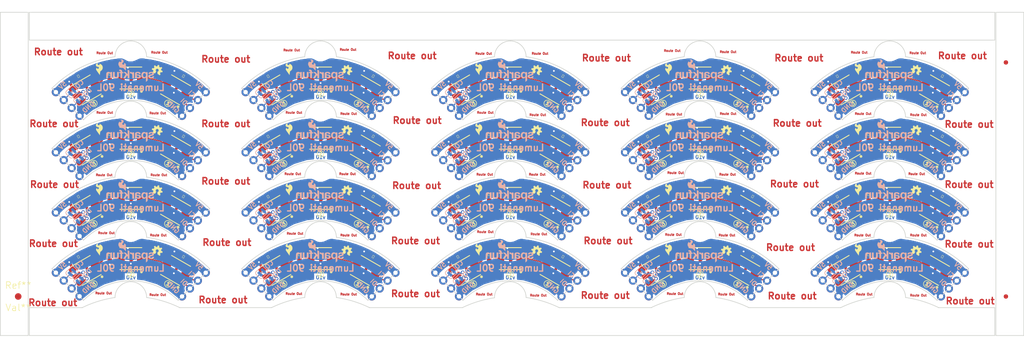
<source format=kicad_pcb>
(kicad_pcb (version 4) (host pcbnew 4.0.6)
  (layers (0 F.Cu signal) (31 B.Cu signal) (34 B.Paste user) (35 F.Paste user) (36 B.SilkS user) (37 F.SilkS user) (38 B.Mask user) (39 F.Mask user) (44 Edge.Cuts user))
  (net 0 "")
  (net 1 GND)
  (net 2 +5V)
  (net 3 /DI)
  (net 4 /CI)
  (net 5 /DO)
  (net 6 /CO)
  (net 7 "Net-(U1-Pad5)")
  (net 8 "Net-(U1-Pad6)")
  (net 9 "Net-(U2-Pad6)")
  (net 10 "Net-(U2-Pad5)")
  (net 11 "Net-(JP1-Pad1)")
  (net 12 "Net-(JP2-Pad1)")
  (module Aesthetics:FIDUCIAL-1X2 (layer F.Cu) (at 238.887 74.803)
    (fp_text reference "" (at 0 0) (layer F.SilkS))
    (fp_text value "" (at 0 0) (layer F.SilkS))
    (pad 1 smd circle (at 0 0) (size 0.99822 0.99822) (layers F.Cu F.Paste F.Mask))
  )
  (module Pete:line (layer F.Cu) (at 39.733843 86.458281 30)
    (fp_text reference REF** hide)
    (fp_text value line hide)
  )
  (module Pete:line (layer F.Cu) (at 39.733843 86.458281)
    (fp_text reference REF** hide)
    (fp_text value line hide)
  )
  (module Pete:line (layer F.Cu) (at 39.733843 86.458281 330)
    (fp_text reference REF** hide)
    (fp_text value line hide)
  )
  (module SparkFun:SFE_LOGO_NAME_FLAME_.1 (layer B.Cu) (at 218.183247 39.71873 180)
    (fp_text reference LOGO1 hide)
    (fp_text value SFE_LOGO_NAME_FLAME.1_INCH hide)
  )
  (module Pete:SMT-JUMPER_2_NC_TRACE_SILK (layer B.Cu) (at 199.055301 28.157992 225)
    (fp_text reference JP1 hide)
    (fp_text value JUMPER-SMT_2_NC_TRACE_SILK hide)
    (fp_line (start -0.508 0) (end 0.508 0) (layer B.Cu) (width 0.254))
    (pad 2 smd rect (at 0.508 0 225) (size 0.635 1.27) (layers B.Cu B.Paste B.Mask) (net 6 /CO))
    (pad 1 smd rect (at -0.508 0 225) (size 0.635 1.27) (layers B.Cu B.Paste B.Mask) (net 11 "Net-(JP1-Pad1)"))
  )
  (module SparkFun:SFE_LOGO_NAME_FLAME_.1 (layer B.Cu) (at 218.183247 26.00273 180)
    (fp_text reference LOGO1 hide)
    (fp_text value SFE_LOGO_NAME_FLAME.1_INCH hide)
  )
  (module Pete:SMT-JUMPER_2_NC_TRACE_SILK (layer B.Cu) (at 200.851352 43.670043 225)
    (fp_text reference JP2 hide)
    (fp_text value JUMPER-SMT_2_NC_TRACE_SILK hide)
    (fp_line (start -0.508 0) (end 0.508 0) (layer B.Cu) (width 0.254))
    (pad 2 smd rect (at 0.508 0 225) (size 0.635 1.27) (layers B.Cu B.Paste B.Mask) (net 5 /DO))
    (pad 1 smd rect (at -0.508 0 225) (size 0.635 1.27) (layers B.Cu B.Paste B.Mask) (net 12 "Net-(JP2-Pad1)"))
  )
  (module Pete:SMT-JUMPER_2_NC_TRACE_SILK (layer B.Cu) (at 200.851352 29.954043 225)
    (fp_text reference JP2 hide)
    (fp_text value JUMPER-SMT_2_NC_TRACE_SILK hide)
    (fp_line (start -0.508 0) (end 0.508 0) (layer B.Cu) (width 0.254))
    (pad 2 smd rect (at 0.508 0 225) (size 0.635 1.27) (layers B.Cu B.Paste B.Mask) (net 5 /DO))
    (pad 1 smd rect (at -0.508 0 225) (size 0.635 1.27) (layers B.Cu B.Paste B.Mask) (net 12 "Net-(JP2-Pad1)"))
  )
  (module Pete:SMT-JUMPER_2_NC_TRACE_SILK (layer B.Cu) (at 199.055301 41.873992 225)
    (fp_text reference JP1 hide)
    (fp_text value JUMPER-SMT_2_NC_TRACE_SILK hide)
    (fp_line (start -0.508 0) (end 0.508 0) (layer B.Cu) (width 0.254))
    (pad 2 smd rect (at 0.508 0 225) (size 0.635 1.27) (layers B.Cu B.Paste B.Mask) (net 6 /CO))
    (pad 1 smd rect (at -0.508 0 225) (size 0.635 1.27) (layers B.Cu B.Paste B.Mask) (net 11 "Net-(JP1-Pad1)"))
  )
  (module Pete:SMT-JUMPER_2_NC_TRACE_SILK (layer B.Cu) (at 199.055301 69.305992 225)
    (fp_text reference JP1 hide)
    (fp_text value JUMPER-SMT_2_NC_TRACE_SILK hide)
    (fp_line (start -0.508 0) (end 0.508 0) (layer B.Cu) (width 0.254))
    (pad 2 smd rect (at 0.508 0 225) (size 0.635 1.27) (layers B.Cu B.Paste B.Mask) (net 6 /CO))
    (pad 1 smd rect (at -0.508 0 225) (size 0.635 1.27) (layers B.Cu B.Paste B.Mask) (net 11 "Net-(JP1-Pad1)"))
  )
  (module SparkFun:SFE_LOGO_NAME_FLAME_.1 (layer B.Cu) (at 218.183247 67.15073 180)
    (fp_text reference LOGO1 hide)
    (fp_text value SFE_LOGO_NAME_FLAME.1_INCH hide)
  )
  (module Pete:SMT-JUMPER_2_NC_TRACE_SILK (layer B.Cu) (at 200.851352 71.102043 225)
    (fp_text reference JP2 hide)
    (fp_text value JUMPER-SMT_2_NC_TRACE_SILK hide)
    (fp_line (start -0.508 0) (end 0.508 0) (layer B.Cu) (width 0.254))
    (pad 2 smd rect (at 0.508 0 225) (size 0.635 1.27) (layers B.Cu B.Paste B.Mask) (net 5 /DO))
    (pad 1 smd rect (at -0.508 0 225) (size 0.635 1.27) (layers B.Cu B.Paste B.Mask) (net 12 "Net-(JP2-Pad1)"))
  )
  (module Pete:SMT-JUMPER_2_NC_TRACE_SILK (layer B.Cu) (at 199.055301 55.589992 225)
    (fp_text reference JP1 hide)
    (fp_text value JUMPER-SMT_2_NC_TRACE_SILK hide)
    (fp_line (start -0.508 0) (end 0.508 0) (layer B.Cu) (width 0.254))
    (pad 2 smd rect (at 0.508 0 225) (size 0.635 1.27) (layers B.Cu B.Paste B.Mask) (net 6 /CO))
    (pad 1 smd rect (at -0.508 0 225) (size 0.635 1.27) (layers B.Cu B.Paste B.Mask) (net 11 "Net-(JP1-Pad1)"))
  )
  (module SparkFun:SFE_LOGO_NAME_FLAME_.1 (layer B.Cu) (at 218.183247 53.43473 180)
    (fp_text reference LOGO1 hide)
    (fp_text value SFE_LOGO_NAME_FLAME.1_INCH hide)
  )
  (module Pete:SMT-JUMPER_2_NC_TRACE_SILK (layer B.Cu) (at 200.851352 57.386043 225)
    (fp_text reference JP2 hide)
    (fp_text value JUMPER-SMT_2_NC_TRACE_SILK hide)
    (fp_line (start -0.508 0) (end 0.508 0) (layer B.Cu) (width 0.254))
    (pad 2 smd rect (at 0.508 0 225) (size 0.635 1.27) (layers B.Cu B.Paste B.Mask) (net 5 /DO))
    (pad 1 smd rect (at -0.508 0 225) (size 0.635 1.27) (layers B.Cu B.Paste B.Mask) (net 12 "Net-(JP2-Pad1)"))
  )
  (module Pete:APA102_3 (layer F.Cu) (at 222.637454 41.424979 330)
    (fp_text reference U1 hide)
    (fp_text value APA102 hide)
    (pad 1 smd rect (at 2.4 1.7 330) (size 2 1.1) (layers F.Cu F.Paste F.Mask) (net 3 /DI))
    (pad 2 smd rect (at 2.399998 0 330) (size 2 1.1) (layers F.Cu F.Paste F.Mask) (net 4 /CI))
    (pad 3 smd rect (at 2.4 -1.700001 330) (size 2 1.1) (layers F.Cu F.Paste F.Mask) (net 1 GND))
    (pad 4 smd rect (at -2.4 -1.7 150) (size 2 1.1) (layers F.Cu F.Paste F.Mask) (net 2 +5V))
    (pad 5 smd rect (at -2.399998 0 150) (size 2 1.1) (layers F.Cu F.Paste F.Mask) (net 7 "Net-(U1-Pad5)"))
    (pad 6 smd rect (at -2.4 1.700001 150) (size 2 1.1) (layers F.Cu F.Paste F.Mask) (net 8 "Net-(U1-Pad6)"))
  )
  (module Pete:APA102_3 (layer F.Cu) (at 212.453843 38.730902)
    (fp_text reference U2 hide)
    (fp_text value APA102 hide)
    (pad 6 smd rect (at -2.4 1.700001 180) (size 2 1.1) (layers F.Cu F.Paste F.Mask) (net 9 "Net-(U2-Pad6)"))
    (pad 5 smd rect (at -2.399998 0 180) (size 2 1.1) (layers F.Cu F.Paste F.Mask) (net 10 "Net-(U2-Pad5)"))
    (pad 4 smd rect (at -2.4 -1.7 180) (size 2 1.1) (layers F.Cu F.Paste F.Mask) (net 2 +5V))
    (pad 3 smd rect (at 2.4 -1.700001) (size 2 1.1) (layers F.Cu F.Paste F.Mask) (net 1 GND))
    (pad 2 smd rect (at 2.399998 0) (size 2 1.1) (layers F.Cu F.Paste F.Mask) (net 7 "Net-(U1-Pad5)"))
    (pad 1 smd rect (at 2.4 1.7) (size 2 1.1) (layers F.Cu F.Paste F.Mask) (net 8 "Net-(U1-Pad6)"))
  )
  (module SparkFun:OSHW-LOGO-MINI (layer F.Cu) (at 218.458043 36.951015 345)
    (fp_text reference LOGO2 hide)
    (fp_text value OSHW-LOGOMINI hide)
  )
  (module Pete:APA102_3 (layer F.Cu) (at 222.637454 27.708979 330)
    (fp_text reference U1 hide)
    (fp_text value APA102 hide)
    (pad 1 smd rect (at 2.4 1.7 330) (size 2 1.1) (layers F.Cu F.Paste F.Mask) (net 3 /DI))
    (pad 2 smd rect (at 2.399998 0 330) (size 2 1.1) (layers F.Cu F.Paste F.Mask) (net 4 /CI))
    (pad 3 smd rect (at 2.4 -1.700001 330) (size 2 1.1) (layers F.Cu F.Paste F.Mask) (net 1 GND))
    (pad 4 smd rect (at -2.4 -1.7 150) (size 2 1.1) (layers F.Cu F.Paste F.Mask) (net 2 +5V))
    (pad 5 smd rect (at -2.399998 0 150) (size 2 1.1) (layers F.Cu F.Paste F.Mask) (net 7 "Net-(U1-Pad5)"))
    (pad 6 smd rect (at -2.4 1.700001 150) (size 2 1.1) (layers F.Cu F.Paste F.Mask) (net 8 "Net-(U1-Pad6)"))
  )
  (module Pete:line (layer F.Cu) (at 212.453843 45.310281 330)
    (fp_text reference REF** hide)
    (fp_text value line hide)
  )
  (module Pete:line (layer F.Cu) (at 212.453843 45.310281 30)
    (fp_text reference REF** hide)
    (fp_text value line hide)
  )
  (module Pete:0603_revised (layer F.Cu) (at 207.651202 37.883166 90)
    (fp_text reference C2 hide)
    (fp_text value 0.1uF hide)
    (pad 2 smd rect (at 0.84836 0 90) (size 1.09982 0.99822) (layers F.Cu F.Paste F.Mask) (net 2 +5V))
    (pad 1 smd rect (at -0.84836 0 90) (size 1.09982 0.99822) (layers F.Cu F.Paste F.Mask) (net 1 GND))
  )
  (module Pete:line (layer F.Cu) (at 212.453843 45.310281)
    (fp_text reference REF** hide)
    (fp_text value line hide)
  )
  (module Pete:STAND-OFF_115_2 (layer F.Cu) (at 212.453843 32.983538 45)
    (fp_text reference Ref** hide)
    (fp_text value Val** hide)
    (pad "" np_thru_hole circle (at 0 0 45) (size 2.921 2.921) (drill 2.921) (layers *.Cu *.Mask))
  )
  (module SparkFun:OSHW-LOGO-MINI (layer F.Cu) (at 218.458043 23.235015 345)
    (fp_text reference LOGO2 hide)
    (fp_text value OSHW-LOGOMINI hide)
  )
  (module Pete:APA102_3 (layer F.Cu) (at 212.453843 25.014902)
    (fp_text reference U2 hide)
    (fp_text value APA102 hide)
    (pad 6 smd rect (at -2.4 1.700001 180) (size 2 1.1) (layers F.Cu F.Paste F.Mask) (net 9 "Net-(U2-Pad6)"))
    (pad 5 smd rect (at -2.399998 0 180) (size 2 1.1) (layers F.Cu F.Paste F.Mask) (net 10 "Net-(U2-Pad5)"))
    (pad 4 smd rect (at -2.4 -1.7 180) (size 2 1.1) (layers F.Cu F.Paste F.Mask) (net 2 +5V))
    (pad 3 smd rect (at 2.4 -1.700001) (size 2 1.1) (layers F.Cu F.Paste F.Mask) (net 1 GND))
    (pad 2 smd rect (at 2.399998 0) (size 2 1.1) (layers F.Cu F.Paste F.Mask) (net 7 "Net-(U1-Pad5)"))
    (pad 1 smd rect (at 2.4 1.7) (size 2 1.1) (layers F.Cu F.Paste F.Mask) (net 8 "Net-(U1-Pad6)"))
  )
  (module Pete:STAND-OFF_115_2 (layer F.Cu) (at 212.453843 19.267538 45)
    (fp_text reference Ref** hide)
    (fp_text value Val** hide)
    (pad "" np_thru_hole circle (at 0 0 45) (size 2.921 2.921) (drill 2.921) (layers *.Cu *.Mask))
  )
  (module Aesthetics:SFE_LOGO_FLAME_.1 (layer F.Cu) (at 205.337888 38.529744 35)
    (fp_text reference "" (at 0 0 35) (layer F.SilkS))
    (fp_text value "" (at 0 0 35) (layer F.SilkS))
  )
  (module Pete:0603_revised (layer F.Cu) (at 200.510103 38.335771 210)
    (fp_text reference C1 hide)
    (fp_text value 0.1uF hide)
    (pad 1 smd rect (at -0.84836 0 210) (size 1.09982 0.99822) (layers F.Cu F.Paste F.Mask) (net 1 GND))
    (pad 2 smd rect (at 0.84836 0 210) (size 1.09982 0.99822) (layers F.Cu F.Paste F.Mask) (net 2 +5V))
  )
  (module SFE_Connectors:1X04_NO_SILK (layer F.Cu) (at 195.391357 41.945834 315)
    (fp_text reference J2 hide)
    (fp_text value CONN_041X04_NO_SILK hide)
    (pad 4 thru_hole circle (at 7.62 0 315) (size 1.8796 1.8796) (drill 1.016) (layers *.Cu *.Paste *.Mask) (net 1 GND))
    (pad 3 thru_hole circle (at 5.08 0 315) (size 1.8796 1.8796) (drill 1.016) (layers *.Cu *.Paste *.Mask) (net 5 /DO))
    (pad 2 thru_hole circle (at 2.54 0 315) (size 1.8796 1.8796) (drill 1.016) (layers *.Cu *.Paste *.Mask) (net 6 /CO))
    (pad 1 thru_hole circle (at 0 0 315) (size 1.8796 1.8796) (drill 1.016) (layers *.Cu *.Paste *.Mask) (net 2 +5V))
  )
  (module Pete:APA102_3 (layer F.Cu) (at 202.288193 41.442939 30)
    (fp_text reference U3 hide)
    (fp_text value APA102 hide)
    (pad 1 smd rect (at 2.4 1.7 30) (size 2 1.1) (layers F.Cu F.Paste F.Mask) (net 9 "Net-(U2-Pad6)"))
    (pad 2 smd rect (at 2.399998 0 30) (size 2 1.1) (layers F.Cu F.Paste F.Mask) (net 10 "Net-(U2-Pad5)"))
    (pad 3 smd rect (at 2.4 -1.700001 30) (size 2 1.1) (layers F.Cu F.Paste F.Mask) (net 1 GND))
    (pad 4 smd rect (at -2.4 -1.7 210) (size 2 1.1) (layers F.Cu F.Paste F.Mask) (net 2 +5V))
    (pad 5 smd rect (at -2.399998 0 210) (size 2 1.1) (layers F.Cu F.Paste F.Mask) (net 11 "Net-(JP1-Pad1)"))
    (pad 6 smd rect (at -2.4 1.700001 210) (size 2 1.1) (layers F.Cu F.Paste F.Mask) (net 12 "Net-(JP2-Pad1)"))
  )
  (module Aesthetics:FIDUCIAL-1X2 (layer F.Cu) (at 196.810237 40.185703 45)
    (fp_text reference FD2 hide)
    (fp_text value FIDUCIAL1X2 hide)
    (pad 1 smd circle (at 0 0 45) (size 0.99822 0.99822) (layers F.Cu F.Paste F.Mask))
  )
  (module Pete:0603_revised (layer F.Cu) (at 224.433505 38.29985 150)
    (fp_text reference C3 hide)
    (fp_text value 0.1uF hide)
    (pad 1 smd rect (at -0.84836 0 150) (size 1.09982 0.99822) (layers F.Cu F.Paste F.Mask) (net 1 GND))
    (pad 2 smd rect (at 0.84836 0 150) (size 1.09982 0.99822) (layers F.Cu F.Paste F.Mask) (net 2 +5V))
  )
  (module Aesthetics:FIDUCIAL-1X2 (layer F.Cu) (at 227.953765 40.40123 45)
    (fp_text reference FD1 hide)
    (fp_text value FIDUCIAL1X2 hide)
    (pad 1 smd circle (at 0 0 45) (size 0.99822 0.99822) (layers F.Cu F.Paste F.Mask))
  )
  (module Aesthetics:FIDUCIAL-1X2 (layer F.Cu) (at 227.953765 26.68523 45)
    (fp_text reference FD1 hide)
    (fp_text value FIDUCIAL1X2 hide)
    (pad 1 smd circle (at 0 0 45) (size 0.99822 0.99822) (layers F.Cu F.Paste F.Mask))
  )
  (module Pete:0603_revised (layer F.Cu) (at 224.433505 24.58385 150)
    (fp_text reference C3 hide)
    (fp_text value 0.1uF hide)
    (pad 1 smd rect (at -0.84836 0 150) (size 1.09982 0.99822) (layers F.Cu F.Paste F.Mask) (net 1 GND))
    (pad 2 smd rect (at 0.84836 0 150) (size 1.09982 0.99822) (layers F.Cu F.Paste F.Mask) (net 2 +5V))
  )
  (module SFE_Connectors:1X04_NO_SILK (layer F.Cu) (at 224.110216 33.635948 45)
    (fp_text reference J1 hide)
    (fp_text value CONN_041X04_NO_SILK hide)
    (pad 1 thru_hole circle (at 0 0 45) (size 1.8796 1.8796) (drill 1.016) (layers *.Cu *.Paste *.Mask) (net 1 GND))
    (pad 2 thru_hole circle (at 2.54 0 45) (size 1.8796 1.8796) (drill 1.016) (layers *.Cu *.Paste *.Mask) (net 3 /DI))
    (pad 3 thru_hole circle (at 5.08 0 45) (size 1.8796 1.8796) (drill 1.016) (layers *.Cu *.Paste *.Mask) (net 4 /CI))
    (pad 4 thru_hole circle (at 7.62 0 45) (size 1.8796 1.8796) (drill 1.016) (layers *.Cu *.Paste *.Mask) (net 2 +5V))
  )
  (module SFE_Connectors:1X04_NO_SILK (layer F.Cu) (at 195.391357 28.229834 315)
    (fp_text reference J2 hide)
    (fp_text value CONN_041X04_NO_SILK hide)
    (pad 4 thru_hole circle (at 7.62 0 315) (size 1.8796 1.8796) (drill 1.016) (layers *.Cu *.Paste *.Mask) (net 1 GND))
    (pad 3 thru_hole circle (at 5.08 0 315) (size 1.8796 1.8796) (drill 1.016) (layers *.Cu *.Paste *.Mask) (net 5 /DO))
    (pad 2 thru_hole circle (at 2.54 0 315) (size 1.8796 1.8796) (drill 1.016) (layers *.Cu *.Paste *.Mask) (net 6 /CO))
    (pad 1 thru_hole circle (at 0 0 315) (size 1.8796 1.8796) (drill 1.016) (layers *.Cu *.Paste *.Mask) (net 2 +5V))
  )
  (module Aesthetics:FIDUCIAL-1X2 (layer F.Cu) (at 196.810237 26.469703 45)
    (fp_text reference FD2 hide)
    (fp_text value FIDUCIAL1X2 hide)
    (pad 1 smd circle (at 0 0 45) (size 0.99822 0.99822) (layers F.Cu F.Paste F.Mask))
  )
  (module Aesthetics:SFE_LOGO_FLAME_.1 (layer F.Cu) (at 205.337888 24.813744 35)
    (fp_text reference "" (at 0 0 35) (layer F.SilkS))
    (fp_text value "" (at 0 0 35) (layer F.SilkS))
  )
  (module Pete:APA102_3 (layer F.Cu) (at 202.288193 27.726939 30)
    (fp_text reference U3 hide)
    (fp_text value APA102 hide)
    (pad 1 smd rect (at 2.4 1.7 30) (size 2 1.1) (layers F.Cu F.Paste F.Mask) (net 9 "Net-(U2-Pad6)"))
    (pad 2 smd rect (at 2.399998 0 30) (size 2 1.1) (layers F.Cu F.Paste F.Mask) (net 10 "Net-(U2-Pad5)"))
    (pad 3 smd rect (at 2.4 -1.700001 30) (size 2 1.1) (layers F.Cu F.Paste F.Mask) (net 1 GND))
    (pad 4 smd rect (at -2.4 -1.7 210) (size 2 1.1) (layers F.Cu F.Paste F.Mask) (net 2 +5V))
    (pad 5 smd rect (at -2.399998 0 210) (size 2 1.1) (layers F.Cu F.Paste F.Mask) (net 11 "Net-(JP1-Pad1)"))
    (pad 6 smd rect (at -2.4 1.700001 210) (size 2 1.1) (layers F.Cu F.Paste F.Mask) (net 12 "Net-(JP2-Pad1)"))
  )
  (module Pete:0603_revised (layer F.Cu) (at 207.651202 24.167166 90)
    (fp_text reference C2 hide)
    (fp_text value 0.1uF hide)
    (pad 2 smd rect (at 0.84836 0 90) (size 1.09982 0.99822) (layers F.Cu F.Paste F.Mask) (net 2 +5V))
    (pad 1 smd rect (at -0.84836 0 90) (size 1.09982 0.99822) (layers F.Cu F.Paste F.Mask) (net 1 GND))
  )
  (module Pete:0603_revised (layer F.Cu) (at 200.510103 24.619771 210)
    (fp_text reference C1 hide)
    (fp_text value 0.1uF hide)
    (pad 1 smd rect (at -0.84836 0 210) (size 1.09982 0.99822) (layers F.Cu F.Paste F.Mask) (net 1 GND))
    (pad 2 smd rect (at 0.84836 0 210) (size 1.09982 0.99822) (layers F.Cu F.Paste F.Mask) (net 2 +5V))
  )
  (module SparkFun:OSHW-LOGO-MINI (layer F.Cu) (at 218.458043 64.383015 345)
    (fp_text reference LOGO2 hide)
    (fp_text value OSHW-LOGOMINI hide)
  )
  (module Pete:0603_revised (layer F.Cu) (at 224.433505 65.73185 150)
    (fp_text reference C3 hide)
    (fp_text value 0.1uF hide)
    (pad 1 smd rect (at -0.84836 0 150) (size 1.09982 0.99822) (layers F.Cu F.Paste F.Mask) (net 1 GND))
    (pad 2 smd rect (at 0.84836 0 150) (size 1.09982 0.99822) (layers F.Cu F.Paste F.Mask) (net 2 +5V))
  )
  (module SFE_Connectors:1X04_NO_SILK (layer F.Cu) (at 224.110216 61.067948 45)
    (fp_text reference J1 hide)
    (fp_text value CONN_041X04_NO_SILK hide)
    (pad 1 thru_hole circle (at 0 0 45) (size 1.8796 1.8796) (drill 1.016) (layers *.Cu *.Paste *.Mask) (net 1 GND))
    (pad 2 thru_hole circle (at 2.54 0 45) (size 1.8796 1.8796) (drill 1.016) (layers *.Cu *.Paste *.Mask) (net 3 /DI))
    (pad 3 thru_hole circle (at 5.08 0 45) (size 1.8796 1.8796) (drill 1.016) (layers *.Cu *.Paste *.Mask) (net 4 /CI))
    (pad 4 thru_hole circle (at 7.62 0 45) (size 1.8796 1.8796) (drill 1.016) (layers *.Cu *.Paste *.Mask) (net 2 +5V))
  )
  (module Aesthetics:FIDUCIAL-1X2 (layer F.Cu) (at 227.953765 67.83323 45)
    (fp_text reference FD1 hide)
    (fp_text value FIDUCIAL1X2 hide)
    (pad 1 smd circle (at 0 0 45) (size 0.99822 0.99822) (layers F.Cu F.Paste F.Mask))
  )
  (module Pete:0603_revised (layer F.Cu) (at 200.510103 65.767771 210)
    (fp_text reference C1 hide)
    (fp_text value 0.1uF hide)
    (pad 1 smd rect (at -0.84836 0 210) (size 1.09982 0.99822) (layers F.Cu F.Paste F.Mask) (net 1 GND))
    (pad 2 smd rect (at 0.84836 0 210) (size 1.09982 0.99822) (layers F.Cu F.Paste F.Mask) (net 2 +5V))
  )
  (module Aesthetics:FIDUCIAL-1X2 (layer F.Cu) (at 196.810237 67.617703 45)
    (fp_text reference FD2 hide)
    (fp_text value FIDUCIAL1X2 hide)
    (pad 1 smd circle (at 0 0 45) (size 0.99822 0.99822) (layers F.Cu F.Paste F.Mask))
  )
  (module Pete:0603_revised (layer F.Cu) (at 207.651202 65.315166 90)
    (fp_text reference C2 hide)
    (fp_text value 0.1uF hide)
    (pad 2 smd rect (at 0.84836 0 90) (size 1.09982 0.99822) (layers F.Cu F.Paste F.Mask) (net 2 +5V))
    (pad 1 smd rect (at -0.84836 0 90) (size 1.09982 0.99822) (layers F.Cu F.Paste F.Mask) (net 1 GND))
  )
  (module Pete:APA102_3 (layer F.Cu) (at 202.288193 68.874939 30)
    (fp_text reference U3 hide)
    (fp_text value APA102 hide)
    (pad 1 smd rect (at 2.4 1.7 30) (size 2 1.1) (layers F.Cu F.Paste F.Mask) (net 9 "Net-(U2-Pad6)"))
    (pad 2 smd rect (at 2.399998 0 30) (size 2 1.1) (layers F.Cu F.Paste F.Mask) (net 10 "Net-(U2-Pad5)"))
    (pad 3 smd rect (at 2.4 -1.700001 30) (size 2 1.1) (layers F.Cu F.Paste F.Mask) (net 1 GND))
    (pad 4 smd rect (at -2.4 -1.7 210) (size 2 1.1) (layers F.Cu F.Paste F.Mask) (net 2 +5V))
    (pad 5 smd rect (at -2.399998 0 210) (size 2 1.1) (layers F.Cu F.Paste F.Mask) (net 11 "Net-(JP1-Pad1)"))
    (pad 6 smd rect (at -2.4 1.700001 210) (size 2 1.1) (layers F.Cu F.Paste F.Mask) (net 12 "Net-(JP2-Pad1)"))
  )
  (module SFE_Connectors:1X04_NO_SILK (layer F.Cu) (at 195.391357 69.377834 315)
    (fp_text reference J2 hide)
    (fp_text value CONN_041X04_NO_SILK hide)
    (pad 4 thru_hole circle (at 7.62 0 315) (size 1.8796 1.8796) (drill 1.016) (layers *.Cu *.Paste *.Mask) (net 1 GND))
    (pad 3 thru_hole circle (at 5.08 0 315) (size 1.8796 1.8796) (drill 1.016) (layers *.Cu *.Paste *.Mask) (net 5 /DO))
    (pad 2 thru_hole circle (at 2.54 0 315) (size 1.8796 1.8796) (drill 1.016) (layers *.Cu *.Paste *.Mask) (net 6 /CO))
    (pad 1 thru_hole circle (at 0 0 315) (size 1.8796 1.8796) (drill 1.016) (layers *.Cu *.Paste *.Mask) (net 2 +5V))
  )
  (module Pete:line (layer F.Cu) (at 212.453843 72.742281 330)
    (fp_text reference REF** hide)
    (fp_text value line hide)
  )
  (module Aesthetics:FIDUCIAL-1X2 (layer F.Cu) (at 227.953765 54.11723 45)
    (fp_text reference FD1 hide)
    (fp_text value FIDUCIAL1X2 hide)
    (pad 1 smd circle (at 0 0 45) (size 0.99822 0.99822) (layers F.Cu F.Paste F.Mask))
  )
  (module Pete:line (layer F.Cu) (at 212.453843 72.742281)
    (fp_text reference REF** hide)
    (fp_text value line hide)
  )
  (module Pete:APA102_3 (layer F.Cu) (at 222.637454 55.140979 330)
    (fp_text reference U1 hide)
    (fp_text value APA102 hide)
    (pad 1 smd rect (at 2.4 1.7 330) (size 2 1.1) (layers F.Cu F.Paste F.Mask) (net 3 /DI))
    (pad 2 smd rect (at 2.399998 0 330) (size 2 1.1) (layers F.Cu F.Paste F.Mask) (net 4 /CI))
    (pad 3 smd rect (at 2.4 -1.700001 330) (size 2 1.1) (layers F.Cu F.Paste F.Mask) (net 1 GND))
    (pad 4 smd rect (at -2.4 -1.7 150) (size 2 1.1) (layers F.Cu F.Paste F.Mask) (net 2 +5V))
    (pad 5 smd rect (at -2.399998 0 150) (size 2 1.1) (layers F.Cu F.Paste F.Mask) (net 7 "Net-(U1-Pad5)"))
    (pad 6 smd rect (at -2.4 1.700001 150) (size 2 1.1) (layers F.Cu F.Paste F.Mask) (net 8 "Net-(U1-Pad6)"))
  )
  (module Pete:STAND-OFF_115_2 (layer F.Cu) (at 212.453843 60.415538 45)
    (fp_text reference Ref** hide)
    (fp_text value Val** hide)
    (pad "" np_thru_hole circle (at 0 0 45) (size 2.921 2.921) (drill 2.921) (layers *.Cu *.Mask))
  )
  (module Pete:APA102_3 (layer F.Cu) (at 222.637454 68.856979 330)
    (fp_text reference U1 hide)
    (fp_text value APA102 hide)
    (pad 1 smd rect (at 2.4 1.7 330) (size 2 1.1) (layers F.Cu F.Paste F.Mask) (net 3 /DI))
    (pad 2 smd rect (at 2.399998 0 330) (size 2 1.1) (layers F.Cu F.Paste F.Mask) (net 4 /CI))
    (pad 3 smd rect (at 2.4 -1.700001 330) (size 2 1.1) (layers F.Cu F.Paste F.Mask) (net 1 GND))
    (pad 4 smd rect (at -2.4 -1.7 150) (size 2 1.1) (layers F.Cu F.Paste F.Mask) (net 2 +5V))
    (pad 5 smd rect (at -2.399998 0 150) (size 2 1.1) (layers F.Cu F.Paste F.Mask) (net 7 "Net-(U1-Pad5)"))
    (pad 6 smd rect (at -2.4 1.700001 150) (size 2 1.1) (layers F.Cu F.Paste F.Mask) (net 8 "Net-(U1-Pad6)"))
  )
  (module SFE_Connectors:1X04_NO_SILK (layer F.Cu) (at 224.110216 74.783948 45)
    (fp_text reference J1 hide)
    (fp_text value CONN_041X04_NO_SILK hide)
    (pad 1 thru_hole circle (at 0 0 45) (size 1.8796 1.8796) (drill 1.016) (layers *.Cu *.Paste *.Mask) (net 1 GND))
    (pad 2 thru_hole circle (at 2.54 0 45) (size 1.8796 1.8796) (drill 1.016) (layers *.Cu *.Paste *.Mask) (net 3 /DI))
    (pad 3 thru_hole circle (at 5.08 0 45) (size 1.8796 1.8796) (drill 1.016) (layers *.Cu *.Paste *.Mask) (net 4 /CI))
    (pad 4 thru_hole circle (at 7.62 0 45) (size 1.8796 1.8796) (drill 1.016) (layers *.Cu *.Paste *.Mask) (net 2 +5V))
  )
  (module Pete:line (layer F.Cu) (at 212.453843 86.458281 330)
    (fp_text reference REF** hide)
    (fp_text value line hide)
  )
  (module Pete:APA102_3 (layer F.Cu) (at 212.453843 66.162902)
    (fp_text reference U2 hide)
    (fp_text value APA102 hide)
    (pad 6 smd rect (at -2.4 1.700001 180) (size 2 1.1) (layers F.Cu F.Paste F.Mask) (net 9 "Net-(U2-Pad6)"))
    (pad 5 smd rect (at -2.399998 0 180) (size 2 1.1) (layers F.Cu F.Paste F.Mask) (net 10 "Net-(U2-Pad5)"))
    (pad 4 smd rect (at -2.4 -1.7 180) (size 2 1.1) (layers F.Cu F.Paste F.Mask) (net 2 +5V))
    (pad 3 smd rect (at 2.4 -1.700001) (size 2 1.1) (layers F.Cu F.Paste F.Mask) (net 1 GND))
    (pad 2 smd rect (at 2.399998 0) (size 2 1.1) (layers F.Cu F.Paste F.Mask) (net 7 "Net-(U1-Pad5)"))
    (pad 1 smd rect (at 2.4 1.7) (size 2 1.1) (layers F.Cu F.Paste F.Mask) (net 8 "Net-(U1-Pad6)"))
  )
  (module Pete:line (layer F.Cu) (at 212.453843 86.458281)
    (fp_text reference REF** hide)
    (fp_text value line hide)
  )
  (module Pete:line (layer F.Cu) (at 212.453843 86.458281 30)
    (fp_text reference REF** hide)
    (fp_text value line hide)
  )
  (module SFE_Connectors:1X04_NO_SILK (layer F.Cu) (at 195.391357 55.661834 315)
    (fp_text reference J2 hide)
    (fp_text value CONN_041X04_NO_SILK hide)
    (pad 4 thru_hole circle (at 7.62 0 315) (size 1.8796 1.8796) (drill 1.016) (layers *.Cu *.Paste *.Mask) (net 1 GND))
    (pad 3 thru_hole circle (at 5.08 0 315) (size 1.8796 1.8796) (drill 1.016) (layers *.Cu *.Paste *.Mask) (net 5 /DO))
    (pad 2 thru_hole circle (at 2.54 0 315) (size 1.8796 1.8796) (drill 1.016) (layers *.Cu *.Paste *.Mask) (net 6 /CO))
    (pad 1 thru_hole circle (at 0 0 315) (size 1.8796 1.8796) (drill 1.016) (layers *.Cu *.Paste *.Mask) (net 2 +5V))
  )
  (module Aesthetics:FIDUCIAL-1X2 (layer F.Cu) (at 196.810237 53.901703 45)
    (fp_text reference FD2 hide)
    (fp_text value FIDUCIAL1X2 hide)
    (pad 1 smd circle (at 0 0 45) (size 0.99822 0.99822) (layers F.Cu F.Paste F.Mask))
  )
  (module Pete:line (layer F.Cu) (at 212.453843 72.742281 30)
    (fp_text reference REF** hide)
    (fp_text value line hide)
  )
  (module Pete:APA102_3 (layer F.Cu) (at 202.288193 55.158939 30)
    (fp_text reference U3 hide)
    (fp_text value APA102 hide)
    (pad 1 smd rect (at 2.4 1.7 30) (size 2 1.1) (layers F.Cu F.Paste F.Mask) (net 9 "Net-(U2-Pad6)"))
    (pad 2 smd rect (at 2.399998 0 30) (size 2 1.1) (layers F.Cu F.Paste F.Mask) (net 10 "Net-(U2-Pad5)"))
    (pad 3 smd rect (at 2.4 -1.700001 30) (size 2 1.1) (layers F.Cu F.Paste F.Mask) (net 1 GND))
    (pad 4 smd rect (at -2.4 -1.7 210) (size 2 1.1) (layers F.Cu F.Paste F.Mask) (net 2 +5V))
    (pad 5 smd rect (at -2.399998 0 210) (size 2 1.1) (layers F.Cu F.Paste F.Mask) (net 11 "Net-(JP1-Pad1)"))
    (pad 6 smd rect (at -2.4 1.700001 210) (size 2 1.1) (layers F.Cu F.Paste F.Mask) (net 12 "Net-(JP2-Pad1)"))
  )
  (module Aesthetics:SFE_LOGO_FLAME_.1 (layer F.Cu) (at 205.337888 65.961744 35)
    (fp_text reference "" (at 0 0 35) (layer F.SilkS))
    (fp_text value "" (at 0 0 35) (layer F.SilkS))
  )
  (module Aesthetics:SFE_LOGO_FLAME_.1 (layer F.Cu) (at 205.337888 52.245744 35)
    (fp_text reference "" (at 0 0 35) (layer F.SilkS))
    (fp_text value "" (at 0 0 35) (layer F.SilkS))
  )
  (module Pete:line (layer F.Cu) (at 212.453843 59.026281 30)
    (fp_text reference REF** hide)
    (fp_text value line hide)
  )
  (module Pete:line (layer F.Cu) (at 212.453843 59.026281)
    (fp_text reference REF** hide)
    (fp_text value line hide)
  )
  (module Pete:0603_revised (layer F.Cu) (at 207.651202 51.599166 90)
    (fp_text reference C2 hide)
    (fp_text value 0.1uF hide)
    (pad 2 smd rect (at 0.84836 0 90) (size 1.09982 0.99822) (layers F.Cu F.Paste F.Mask) (net 2 +5V))
    (pad 1 smd rect (at -0.84836 0 90) (size 1.09982 0.99822) (layers F.Cu F.Paste F.Mask) (net 1 GND))
  )
  (module Pete:0603_revised (layer F.Cu) (at 200.510103 52.051771 210)
    (fp_text reference C1 hide)
    (fp_text value 0.1uF hide)
    (pad 1 smd rect (at -0.84836 0 210) (size 1.09982 0.99822) (layers F.Cu F.Paste F.Mask) (net 1 GND))
    (pad 2 smd rect (at 0.84836 0 210) (size 1.09982 0.99822) (layers F.Cu F.Paste F.Mask) (net 2 +5V))
  )
  (module SparkFun:OSHW-LOGO-MINI (layer F.Cu) (at 218.458043 50.667015 345)
    (fp_text reference LOGO2 hide)
    (fp_text value OSHW-LOGOMINI hide)
  )
  (module Pete:APA102_3 (layer F.Cu) (at 212.453843 52.446902)
    (fp_text reference U2 hide)
    (fp_text value APA102 hide)
    (pad 6 smd rect (at -2.4 1.700001 180) (size 2 1.1) (layers F.Cu F.Paste F.Mask) (net 9 "Net-(U2-Pad6)"))
    (pad 5 smd rect (at -2.399998 0 180) (size 2 1.1) (layers F.Cu F.Paste F.Mask) (net 10 "Net-(U2-Pad5)"))
    (pad 4 smd rect (at -2.4 -1.7 180) (size 2 1.1) (layers F.Cu F.Paste F.Mask) (net 2 +5V))
    (pad 3 smd rect (at 2.4 -1.700001) (size 2 1.1) (layers F.Cu F.Paste F.Mask) (net 1 GND))
    (pad 2 smd rect (at 2.399998 0) (size 2 1.1) (layers F.Cu F.Paste F.Mask) (net 7 "Net-(U1-Pad5)"))
    (pad 1 smd rect (at 2.4 1.7) (size 2 1.1) (layers F.Cu F.Paste F.Mask) (net 8 "Net-(U1-Pad6)"))
  )
  (module Pete:STAND-OFF_115_2 (layer F.Cu) (at 212.453843 46.699538 45)
    (fp_text reference Ref** hide)
    (fp_text value Val** hide)
    (pad "" np_thru_hole circle (at 0 0 45) (size 2.921 2.921) (drill 2.921) (layers *.Cu *.Mask))
  )
  (module SFE_Connectors:1X04_NO_SILK (layer F.Cu) (at 224.110216 47.351948 45)
    (fp_text reference J1 hide)
    (fp_text value CONN_041X04_NO_SILK hide)
    (pad 1 thru_hole circle (at 0 0 45) (size 1.8796 1.8796) (drill 1.016) (layers *.Cu *.Paste *.Mask) (net 1 GND))
    (pad 2 thru_hole circle (at 2.54 0 45) (size 1.8796 1.8796) (drill 1.016) (layers *.Cu *.Paste *.Mask) (net 3 /DI))
    (pad 3 thru_hole circle (at 5.08 0 45) (size 1.8796 1.8796) (drill 1.016) (layers *.Cu *.Paste *.Mask) (net 4 /CI))
    (pad 4 thru_hole circle (at 7.62 0 45) (size 1.8796 1.8796) (drill 1.016) (layers *.Cu *.Paste *.Mask) (net 2 +5V))
  )
  (module Pete:0603_revised (layer F.Cu) (at 224.433505 52.01585 150)
    (fp_text reference C3 hide)
    (fp_text value 0.1uF hide)
    (pad 1 smd rect (at -0.84836 0 150) (size 1.09982 0.99822) (layers F.Cu F.Paste F.Mask) (net 1 GND))
    (pad 2 smd rect (at 0.84836 0 150) (size 1.09982 0.99822) (layers F.Cu F.Paste F.Mask) (net 2 +5V))
  )
  (module Pete:line (layer F.Cu) (at 212.453843 59.026281 330)
    (fp_text reference REF** hide)
    (fp_text value line hide)
  )
  (module SparkFun:SFE_LOGO_NAME_FLAME_.1 (layer B.Cu) (at 175.003247 39.71873 180)
    (fp_text reference LOGO1 hide)
    (fp_text value SFE_LOGO_NAME_FLAME.1_INCH hide)
  )
  (module Pete:SMT-JUMPER_2_NC_TRACE_SILK (layer B.Cu) (at 155.875301 28.157992 225)
    (fp_text reference JP1 hide)
    (fp_text value JUMPER-SMT_2_NC_TRACE_SILK hide)
    (fp_line (start -0.508 0) (end 0.508 0) (layer B.Cu) (width 0.254))
    (pad 2 smd rect (at 0.508 0 225) (size 0.635 1.27) (layers B.Cu B.Paste B.Mask) (net 6 /CO))
    (pad 1 smd rect (at -0.508 0 225) (size 0.635 1.27) (layers B.Cu B.Paste B.Mask) (net 11 "Net-(JP1-Pad1)"))
  )
  (module SparkFun:SFE_LOGO_NAME_FLAME_.1 (layer B.Cu) (at 175.003247 26.00273 180)
    (fp_text reference LOGO1 hide)
    (fp_text value SFE_LOGO_NAME_FLAME.1_INCH hide)
  )
  (module Pete:SMT-JUMPER_2_NC_TRACE_SILK (layer B.Cu) (at 157.671352 43.670043 225)
    (fp_text reference JP2 hide)
    (fp_text value JUMPER-SMT_2_NC_TRACE_SILK hide)
    (fp_line (start -0.508 0) (end 0.508 0) (layer B.Cu) (width 0.254))
    (pad 2 smd rect (at 0.508 0 225) (size 0.635 1.27) (layers B.Cu B.Paste B.Mask) (net 5 /DO))
    (pad 1 smd rect (at -0.508 0 225) (size 0.635 1.27) (layers B.Cu B.Paste B.Mask) (net 12 "Net-(JP2-Pad1)"))
  )
  (module Pete:SMT-JUMPER_2_NC_TRACE_SILK (layer B.Cu) (at 157.671352 29.954043 225)
    (fp_text reference JP2 hide)
    (fp_text value JUMPER-SMT_2_NC_TRACE_SILK hide)
    (fp_line (start -0.508 0) (end 0.508 0) (layer B.Cu) (width 0.254))
    (pad 2 smd rect (at 0.508 0 225) (size 0.635 1.27) (layers B.Cu B.Paste B.Mask) (net 5 /DO))
    (pad 1 smd rect (at -0.508 0 225) (size 0.635 1.27) (layers B.Cu B.Paste B.Mask) (net 12 "Net-(JP2-Pad1)"))
  )
  (module Pete:SMT-JUMPER_2_NC_TRACE_SILK (layer B.Cu) (at 155.875301 41.873992 225)
    (fp_text reference JP1 hide)
    (fp_text value JUMPER-SMT_2_NC_TRACE_SILK hide)
    (fp_line (start -0.508 0) (end 0.508 0) (layer B.Cu) (width 0.254))
    (pad 2 smd rect (at 0.508 0 225) (size 0.635 1.27) (layers B.Cu B.Paste B.Mask) (net 6 /CO))
    (pad 1 smd rect (at -0.508 0 225) (size 0.635 1.27) (layers B.Cu B.Paste B.Mask) (net 11 "Net-(JP1-Pad1)"))
  )
  (module Pete:SMT-JUMPER_2_NC_TRACE_SILK (layer B.Cu) (at 155.875301 69.305992 225)
    (fp_text reference JP1 hide)
    (fp_text value JUMPER-SMT_2_NC_TRACE_SILK hide)
    (fp_line (start -0.508 0) (end 0.508 0) (layer B.Cu) (width 0.254))
    (pad 2 smd rect (at 0.508 0 225) (size 0.635 1.27) (layers B.Cu B.Paste B.Mask) (net 6 /CO))
    (pad 1 smd rect (at -0.508 0 225) (size 0.635 1.27) (layers B.Cu B.Paste B.Mask) (net 11 "Net-(JP1-Pad1)"))
  )
  (module SparkFun:SFE_LOGO_NAME_FLAME_.1 (layer B.Cu) (at 175.003247 67.15073 180)
    (fp_text reference LOGO1 hide)
    (fp_text value SFE_LOGO_NAME_FLAME.1_INCH hide)
  )
  (module Pete:SMT-JUMPER_2_NC_TRACE_SILK (layer B.Cu) (at 157.671352 71.102043 225)
    (fp_text reference JP2 hide)
    (fp_text value JUMPER-SMT_2_NC_TRACE_SILK hide)
    (fp_line (start -0.508 0) (end 0.508 0) (layer B.Cu) (width 0.254))
    (pad 2 smd rect (at 0.508 0 225) (size 0.635 1.27) (layers B.Cu B.Paste B.Mask) (net 5 /DO))
    (pad 1 smd rect (at -0.508 0 225) (size 0.635 1.27) (layers B.Cu B.Paste B.Mask) (net 12 "Net-(JP2-Pad1)"))
  )
  (module Pete:SMT-JUMPER_2_NC_TRACE_SILK (layer B.Cu) (at 155.875301 55.589992 225)
    (fp_text reference JP1 hide)
    (fp_text value JUMPER-SMT_2_NC_TRACE_SILK hide)
    (fp_line (start -0.508 0) (end 0.508 0) (layer B.Cu) (width 0.254))
    (pad 2 smd rect (at 0.508 0 225) (size 0.635 1.27) (layers B.Cu B.Paste B.Mask) (net 6 /CO))
    (pad 1 smd rect (at -0.508 0 225) (size 0.635 1.27) (layers B.Cu B.Paste B.Mask) (net 11 "Net-(JP1-Pad1)"))
  )
  (module SparkFun:SFE_LOGO_NAME_FLAME_.1 (layer B.Cu) (at 175.003247 53.43473 180)
    (fp_text reference LOGO1 hide)
    (fp_text value SFE_LOGO_NAME_FLAME.1_INCH hide)
  )
  (module Pete:SMT-JUMPER_2_NC_TRACE_SILK (layer B.Cu) (at 157.671352 57.386043 225)
    (fp_text reference JP2 hide)
    (fp_text value JUMPER-SMT_2_NC_TRACE_SILK hide)
    (fp_line (start -0.508 0) (end 0.508 0) (layer B.Cu) (width 0.254))
    (pad 2 smd rect (at 0.508 0 225) (size 0.635 1.27) (layers B.Cu B.Paste B.Mask) (net 5 /DO))
    (pad 1 smd rect (at -0.508 0 225) (size 0.635 1.27) (layers B.Cu B.Paste B.Mask) (net 12 "Net-(JP2-Pad1)"))
  )
  (module Pete:APA102_3 (layer F.Cu) (at 179.457454 41.424979 330)
    (fp_text reference U1 hide)
    (fp_text value APA102 hide)
    (pad 1 smd rect (at 2.4 1.7 330) (size 2 1.1) (layers F.Cu F.Paste F.Mask) (net 3 /DI))
    (pad 2 smd rect (at 2.399998 0 330) (size 2 1.1) (layers F.Cu F.Paste F.Mask) (net 4 /CI))
    (pad 3 smd rect (at 2.4 -1.700001 330) (size 2 1.1) (layers F.Cu F.Paste F.Mask) (net 1 GND))
    (pad 4 smd rect (at -2.4 -1.7 150) (size 2 1.1) (layers F.Cu F.Paste F.Mask) (net 2 +5V))
    (pad 5 smd rect (at -2.399998 0 150) (size 2 1.1) (layers F.Cu F.Paste F.Mask) (net 7 "Net-(U1-Pad5)"))
    (pad 6 smd rect (at -2.4 1.700001 150) (size 2 1.1) (layers F.Cu F.Paste F.Mask) (net 8 "Net-(U1-Pad6)"))
  )
  (module Pete:APA102_3 (layer F.Cu) (at 169.273843 38.730902)
    (fp_text reference U2 hide)
    (fp_text value APA102 hide)
    (pad 6 smd rect (at -2.4 1.700001 180) (size 2 1.1) (layers F.Cu F.Paste F.Mask) (net 9 "Net-(U2-Pad6)"))
    (pad 5 smd rect (at -2.399998 0 180) (size 2 1.1) (layers F.Cu F.Paste F.Mask) (net 10 "Net-(U2-Pad5)"))
    (pad 4 smd rect (at -2.4 -1.7 180) (size 2 1.1) (layers F.Cu F.Paste F.Mask) (net 2 +5V))
    (pad 3 smd rect (at 2.4 -1.700001) (size 2 1.1) (layers F.Cu F.Paste F.Mask) (net 1 GND))
    (pad 2 smd rect (at 2.399998 0) (size 2 1.1) (layers F.Cu F.Paste F.Mask) (net 7 "Net-(U1-Pad5)"))
    (pad 1 smd rect (at 2.4 1.7) (size 2 1.1) (layers F.Cu F.Paste F.Mask) (net 8 "Net-(U1-Pad6)"))
  )
  (module SparkFun:OSHW-LOGO-MINI (layer F.Cu) (at 175.278043 36.951015 345)
    (fp_text reference LOGO2 hide)
    (fp_text value OSHW-LOGOMINI hide)
  )
  (module Pete:APA102_3 (layer F.Cu) (at 179.457454 27.708979 330)
    (fp_text reference U1 hide)
    (fp_text value APA102 hide)
    (pad 1 smd rect (at 2.4 1.7 330) (size 2 1.1) (layers F.Cu F.Paste F.Mask) (net 3 /DI))
    (pad 2 smd rect (at 2.399998 0 330) (size 2 1.1) (layers F.Cu F.Paste F.Mask) (net 4 /CI))
    (pad 3 smd rect (at 2.4 -1.700001 330) (size 2 1.1) (layers F.Cu F.Paste F.Mask) (net 1 GND))
    (pad 4 smd rect (at -2.4 -1.7 150) (size 2 1.1) (layers F.Cu F.Paste F.Mask) (net 2 +5V))
    (pad 5 smd rect (at -2.399998 0 150) (size 2 1.1) (layers F.Cu F.Paste F.Mask) (net 7 "Net-(U1-Pad5)"))
    (pad 6 smd rect (at -2.4 1.700001 150) (size 2 1.1) (layers F.Cu F.Paste F.Mask) (net 8 "Net-(U1-Pad6)"))
  )
  (module Pete:line (layer F.Cu) (at 169.273843 45.310281 330)
    (fp_text reference REF** hide)
    (fp_text value line hide)
  )
  (module Pete:line (layer F.Cu) (at 169.273843 45.310281 30)
    (fp_text reference REF** hide)
    (fp_text value line hide)
  )
  (module Pete:0603_revised (layer F.Cu) (at 164.471202 37.883166 90)
    (fp_text reference C2 hide)
    (fp_text value 0.1uF hide)
    (pad 2 smd rect (at 0.84836 0 90) (size 1.09982 0.99822) (layers F.Cu F.Paste F.Mask) (net 2 +5V))
    (pad 1 smd rect (at -0.84836 0 90) (size 1.09982 0.99822) (layers F.Cu F.Paste F.Mask) (net 1 GND))
  )
  (module Pete:line (layer F.Cu) (at 169.273843 45.310281)
    (fp_text reference REF** hide)
    (fp_text value line hide)
  )
  (module Pete:STAND-OFF_115_2 (layer F.Cu) (at 169.273843 32.983538 45)
    (fp_text reference Ref** hide)
    (fp_text value Val** hide)
    (pad "" np_thru_hole circle (at 0 0 45) (size 2.921 2.921) (drill 2.921) (layers *.Cu *.Mask))
  )
  (module SparkFun:OSHW-LOGO-MINI (layer F.Cu) (at 175.278043 23.235015 345)
    (fp_text reference LOGO2 hide)
    (fp_text value OSHW-LOGOMINI hide)
  )
  (module Pete:APA102_3 (layer F.Cu) (at 169.273843 25.014902)
    (fp_text reference U2 hide)
    (fp_text value APA102 hide)
    (pad 6 smd rect (at -2.4 1.700001 180) (size 2 1.1) (layers F.Cu F.Paste F.Mask) (net 9 "Net-(U2-Pad6)"))
    (pad 5 smd rect (at -2.399998 0 180) (size 2 1.1) (layers F.Cu F.Paste F.Mask) (net 10 "Net-(U2-Pad5)"))
    (pad 4 smd rect (at -2.4 -1.7 180) (size 2 1.1) (layers F.Cu F.Paste F.Mask) (net 2 +5V))
    (pad 3 smd rect (at 2.4 -1.700001) (size 2 1.1) (layers F.Cu F.Paste F.Mask) (net 1 GND))
    (pad 2 smd rect (at 2.399998 0) (size 2 1.1) (layers F.Cu F.Paste F.Mask) (net 7 "Net-(U1-Pad5)"))
    (pad 1 smd rect (at 2.4 1.7) (size 2 1.1) (layers F.Cu F.Paste F.Mask) (net 8 "Net-(U1-Pad6)"))
  )
  (module Pete:STAND-OFF_115_2 (layer F.Cu) (at 169.273843 19.267538 45)
    (fp_text reference Ref** hide)
    (fp_text value Val** hide)
    (pad "" np_thru_hole circle (at 0 0 45) (size 2.921 2.921) (drill 2.921) (layers *.Cu *.Mask))
  )
  (module Aesthetics:SFE_LOGO_FLAME_.1 (layer F.Cu) (at 162.157888 38.529744 35)
    (fp_text reference "" (at 0 0 35) (layer F.SilkS))
    (fp_text value "" (at 0 0 35) (layer F.SilkS))
  )
  (module Pete:0603_revised (layer F.Cu) (at 157.330103 38.335771 210)
    (fp_text reference C1 hide)
    (fp_text value 0.1uF hide)
    (pad 1 smd rect (at -0.84836 0 210) (size 1.09982 0.99822) (layers F.Cu F.Paste F.Mask) (net 1 GND))
    (pad 2 smd rect (at 0.84836 0 210) (size 1.09982 0.99822) (layers F.Cu F.Paste F.Mask) (net 2 +5V))
  )
  (module SFE_Connectors:1X04_NO_SILK (layer F.Cu) (at 152.211357 41.945834 315)
    (fp_text reference J2 hide)
    (fp_text value CONN_041X04_NO_SILK hide)
    (pad 4 thru_hole circle (at 7.62 0 315) (size 1.8796 1.8796) (drill 1.016) (layers *.Cu *.Paste *.Mask) (net 1 GND))
    (pad 3 thru_hole circle (at 5.08 0 315) (size 1.8796 1.8796) (drill 1.016) (layers *.Cu *.Paste *.Mask) (net 5 /DO))
    (pad 2 thru_hole circle (at 2.54 0 315) (size 1.8796 1.8796) (drill 1.016) (layers *.Cu *.Paste *.Mask) (net 6 /CO))
    (pad 1 thru_hole circle (at 0 0 315) (size 1.8796 1.8796) (drill 1.016) (layers *.Cu *.Paste *.Mask) (net 2 +5V))
  )
  (module Pete:APA102_3 (layer F.Cu) (at 159.108193 41.442939 30)
    (fp_text reference U3 hide)
    (fp_text value APA102 hide)
    (pad 1 smd rect (at 2.4 1.7 30) (size 2 1.1) (layers F.Cu F.Paste F.Mask) (net 9 "Net-(U2-Pad6)"))
    (pad 2 smd rect (at 2.399998 0 30) (size 2 1.1) (layers F.Cu F.Paste F.Mask) (net 10 "Net-(U2-Pad5)"))
    (pad 3 smd rect (at 2.4 -1.700001 30) (size 2 1.1) (layers F.Cu F.Paste F.Mask) (net 1 GND))
    (pad 4 smd rect (at -2.4 -1.7 210) (size 2 1.1) (layers F.Cu F.Paste F.Mask) (net 2 +5V))
    (pad 5 smd rect (at -2.399998 0 210) (size 2 1.1) (layers F.Cu F.Paste F.Mask) (net 11 "Net-(JP1-Pad1)"))
    (pad 6 smd rect (at -2.4 1.700001 210) (size 2 1.1) (layers F.Cu F.Paste F.Mask) (net 12 "Net-(JP2-Pad1)"))
  )
  (module Aesthetics:FIDUCIAL-1X2 (layer F.Cu) (at 153.630237 40.185703 45)
    (fp_text reference FD2 hide)
    (fp_text value FIDUCIAL1X2 hide)
    (pad 1 smd circle (at 0 0 45) (size 0.99822 0.99822) (layers F.Cu F.Paste F.Mask))
  )
  (module Pete:0603_revised (layer F.Cu) (at 181.253505 38.29985 150)
    (fp_text reference C3 hide)
    (fp_text value 0.1uF hide)
    (pad 1 smd rect (at -0.84836 0 150) (size 1.09982 0.99822) (layers F.Cu F.Paste F.Mask) (net 1 GND))
    (pad 2 smd rect (at 0.84836 0 150) (size 1.09982 0.99822) (layers F.Cu F.Paste F.Mask) (net 2 +5V))
  )
  (module Aesthetics:FIDUCIAL-1X2 (layer F.Cu) (at 184.773765 40.40123 45)
    (fp_text reference FD1 hide)
    (fp_text value FIDUCIAL1X2 hide)
    (pad 1 smd circle (at 0 0 45) (size 0.99822 0.99822) (layers F.Cu F.Paste F.Mask))
  )
  (module Aesthetics:FIDUCIAL-1X2 (layer F.Cu) (at 184.773765 26.68523 45)
    (fp_text reference FD1 hide)
    (fp_text value FIDUCIAL1X2 hide)
    (pad 1 smd circle (at 0 0 45) (size 0.99822 0.99822) (layers F.Cu F.Paste F.Mask))
  )
  (module Pete:0603_revised (layer F.Cu) (at 181.253505 24.58385 150)
    (fp_text reference C3 hide)
    (fp_text value 0.1uF hide)
    (pad 1 smd rect (at -0.84836 0 150) (size 1.09982 0.99822) (layers F.Cu F.Paste F.Mask) (net 1 GND))
    (pad 2 smd rect (at 0.84836 0 150) (size 1.09982 0.99822) (layers F.Cu F.Paste F.Mask) (net 2 +5V))
  )
  (module SFE_Connectors:1X04_NO_SILK (layer F.Cu) (at 180.930216 33.635948 45)
    (fp_text reference J1 hide)
    (fp_text value CONN_041X04_NO_SILK hide)
    (pad 1 thru_hole circle (at 0 0 45) (size 1.8796 1.8796) (drill 1.016) (layers *.Cu *.Paste *.Mask) (net 1 GND))
    (pad 2 thru_hole circle (at 2.54 0 45) (size 1.8796 1.8796) (drill 1.016) (layers *.Cu *.Paste *.Mask) (net 3 /DI))
    (pad 3 thru_hole circle (at 5.08 0 45) (size 1.8796 1.8796) (drill 1.016) (layers *.Cu *.Paste *.Mask) (net 4 /CI))
    (pad 4 thru_hole circle (at 7.62 0 45) (size 1.8796 1.8796) (drill 1.016) (layers *.Cu *.Paste *.Mask) (net 2 +5V))
  )
  (module SFE_Connectors:1X04_NO_SILK (layer F.Cu) (at 152.211357 28.229834 315)
    (fp_text reference J2 hide)
    (fp_text value CONN_041X04_NO_SILK hide)
    (pad 4 thru_hole circle (at 7.62 0 315) (size 1.8796 1.8796) (drill 1.016) (layers *.Cu *.Paste *.Mask) (net 1 GND))
    (pad 3 thru_hole circle (at 5.08 0 315) (size 1.8796 1.8796) (drill 1.016) (layers *.Cu *.Paste *.Mask) (net 5 /DO))
    (pad 2 thru_hole circle (at 2.54 0 315) (size 1.8796 1.8796) (drill 1.016) (layers *.Cu *.Paste *.Mask) (net 6 /CO))
    (pad 1 thru_hole circle (at 0 0 315) (size 1.8796 1.8796) (drill 1.016) (layers *.Cu *.Paste *.Mask) (net 2 +5V))
  )
  (module Aesthetics:FIDUCIAL-1X2 (layer F.Cu) (at 153.630237 26.469703 45)
    (fp_text reference FD2 hide)
    (fp_text value FIDUCIAL1X2 hide)
    (pad 1 smd circle (at 0 0 45) (size 0.99822 0.99822) (layers F.Cu F.Paste F.Mask))
  )
  (module Aesthetics:SFE_LOGO_FLAME_.1 (layer F.Cu) (at 162.157888 24.813744 35)
    (fp_text reference "" (at 0 0 35) (layer F.SilkS))
    (fp_text value "" (at 0 0 35) (layer F.SilkS))
  )
  (module Pete:APA102_3 (layer F.Cu) (at 159.108193 27.726939 30)
    (fp_text reference U3 hide)
    (fp_text value APA102 hide)
    (pad 1 smd rect (at 2.4 1.7 30) (size 2 1.1) (layers F.Cu F.Paste F.Mask) (net 9 "Net-(U2-Pad6)"))
    (pad 2 smd rect (at 2.399998 0 30) (size 2 1.1) (layers F.Cu F.Paste F.Mask) (net 10 "Net-(U2-Pad5)"))
    (pad 3 smd rect (at 2.4 -1.700001 30) (size 2 1.1) (layers F.Cu F.Paste F.Mask) (net 1 GND))
    (pad 4 smd rect (at -2.4 -1.7 210) (size 2 1.1) (layers F.Cu F.Paste F.Mask) (net 2 +5V))
    (pad 5 smd rect (at -2.399998 0 210) (size 2 1.1) (layers F.Cu F.Paste F.Mask) (net 11 "Net-(JP1-Pad1)"))
    (pad 6 smd rect (at -2.4 1.700001 210) (size 2 1.1) (layers F.Cu F.Paste F.Mask) (net 12 "Net-(JP2-Pad1)"))
  )
  (module Pete:0603_revised (layer F.Cu) (at 164.471202 24.167166 90)
    (fp_text reference C2 hide)
    (fp_text value 0.1uF hide)
    (pad 2 smd rect (at 0.84836 0 90) (size 1.09982 0.99822) (layers F.Cu F.Paste F.Mask) (net 2 +5V))
    (pad 1 smd rect (at -0.84836 0 90) (size 1.09982 0.99822) (layers F.Cu F.Paste F.Mask) (net 1 GND))
  )
  (module Pete:0603_revised (layer F.Cu) (at 157.330103 24.619771 210)
    (fp_text reference C1 hide)
    (fp_text value 0.1uF hide)
    (pad 1 smd rect (at -0.84836 0 210) (size 1.09982 0.99822) (layers F.Cu F.Paste F.Mask) (net 1 GND))
    (pad 2 smd rect (at 0.84836 0 210) (size 1.09982 0.99822) (layers F.Cu F.Paste F.Mask) (net 2 +5V))
  )
  (module SparkFun:OSHW-LOGO-MINI (layer F.Cu) (at 175.278043 64.383015 345)
    (fp_text reference LOGO2 hide)
    (fp_text value OSHW-LOGOMINI hide)
  )
  (module Pete:0603_revised (layer F.Cu) (at 181.253505 65.73185 150)
    (fp_text reference C3 hide)
    (fp_text value 0.1uF hide)
    (pad 1 smd rect (at -0.84836 0 150) (size 1.09982 0.99822) (layers F.Cu F.Paste F.Mask) (net 1 GND))
    (pad 2 smd rect (at 0.84836 0 150) (size 1.09982 0.99822) (layers F.Cu F.Paste F.Mask) (net 2 +5V))
  )
  (module SFE_Connectors:1X04_NO_SILK (layer F.Cu) (at 180.930216 61.067948 45)
    (fp_text reference J1 hide)
    (fp_text value CONN_041X04_NO_SILK hide)
    (pad 1 thru_hole circle (at 0 0 45) (size 1.8796 1.8796) (drill 1.016) (layers *.Cu *.Paste *.Mask) (net 1 GND))
    (pad 2 thru_hole circle (at 2.54 0 45) (size 1.8796 1.8796) (drill 1.016) (layers *.Cu *.Paste *.Mask) (net 3 /DI))
    (pad 3 thru_hole circle (at 5.08 0 45) (size 1.8796 1.8796) (drill 1.016) (layers *.Cu *.Paste *.Mask) (net 4 /CI))
    (pad 4 thru_hole circle (at 7.62 0 45) (size 1.8796 1.8796) (drill 1.016) (layers *.Cu *.Paste *.Mask) (net 2 +5V))
  )
  (module Aesthetics:FIDUCIAL-1X2 (layer F.Cu) (at 184.773765 67.83323 45)
    (fp_text reference FD1 hide)
    (fp_text value FIDUCIAL1X2 hide)
    (pad 1 smd circle (at 0 0 45) (size 0.99822 0.99822) (layers F.Cu F.Paste F.Mask))
  )
  (module Pete:0603_revised (layer F.Cu) (at 157.330103 65.767771 210)
    (fp_text reference C1 hide)
    (fp_text value 0.1uF hide)
    (pad 1 smd rect (at -0.84836 0 210) (size 1.09982 0.99822) (layers F.Cu F.Paste F.Mask) (net 1 GND))
    (pad 2 smd rect (at 0.84836 0 210) (size 1.09982 0.99822) (layers F.Cu F.Paste F.Mask) (net 2 +5V))
  )
  (module Aesthetics:FIDUCIAL-1X2 (layer F.Cu) (at 153.630237 67.617703 45)
    (fp_text reference FD2 hide)
    (fp_text value FIDUCIAL1X2 hide)
    (pad 1 smd circle (at 0 0 45) (size 0.99822 0.99822) (layers F.Cu F.Paste F.Mask))
  )
  (module Pete:0603_revised (layer F.Cu) (at 164.471202 65.315166 90)
    (fp_text reference C2 hide)
    (fp_text value 0.1uF hide)
    (pad 2 smd rect (at 0.84836 0 90) (size 1.09982 0.99822) (layers F.Cu F.Paste F.Mask) (net 2 +5V))
    (pad 1 smd rect (at -0.84836 0 90) (size 1.09982 0.99822) (layers F.Cu F.Paste F.Mask) (net 1 GND))
  )
  (module Pete:APA102_3 (layer F.Cu) (at 159.108193 68.874939 30)
    (fp_text reference U3 hide)
    (fp_text value APA102 hide)
    (pad 1 smd rect (at 2.4 1.7 30) (size 2 1.1) (layers F.Cu F.Paste F.Mask) (net 9 "Net-(U2-Pad6)"))
    (pad 2 smd rect (at 2.399998 0 30) (size 2 1.1) (layers F.Cu F.Paste F.Mask) (net 10 "Net-(U2-Pad5)"))
    (pad 3 smd rect (at 2.4 -1.700001 30) (size 2 1.1) (layers F.Cu F.Paste F.Mask) (net 1 GND))
    (pad 4 smd rect (at -2.4 -1.7 210) (size 2 1.1) (layers F.Cu F.Paste F.Mask) (net 2 +5V))
    (pad 5 smd rect (at -2.399998 0 210) (size 2 1.1) (layers F.Cu F.Paste F.Mask) (net 11 "Net-(JP1-Pad1)"))
    (pad 6 smd rect (at -2.4 1.700001 210) (size 2 1.1) (layers F.Cu F.Paste F.Mask) (net 12 "Net-(JP2-Pad1)"))
  )
  (module SFE_Connectors:1X04_NO_SILK (layer F.Cu) (at 152.211357 69.377834 315)
    (fp_text reference J2 hide)
    (fp_text value CONN_041X04_NO_SILK hide)
    (pad 4 thru_hole circle (at 7.62 0 315) (size 1.8796 1.8796) (drill 1.016) (layers *.Cu *.Paste *.Mask) (net 1 GND))
    (pad 3 thru_hole circle (at 5.08 0 315) (size 1.8796 1.8796) (drill 1.016) (layers *.Cu *.Paste *.Mask) (net 5 /DO))
    (pad 2 thru_hole circle (at 2.54 0 315) (size 1.8796 1.8796) (drill 1.016) (layers *.Cu *.Paste *.Mask) (net 6 /CO))
    (pad 1 thru_hole circle (at 0 0 315) (size 1.8796 1.8796) (drill 1.016) (layers *.Cu *.Paste *.Mask) (net 2 +5V))
  )
  (module Pete:line (layer F.Cu) (at 169.273843 72.742281 330)
    (fp_text reference REF** hide)
    (fp_text value line hide)
  )
  (module Aesthetics:FIDUCIAL-1X2 (layer F.Cu) (at 184.773765 54.11723 45)
    (fp_text reference FD1 hide)
    (fp_text value FIDUCIAL1X2 hide)
    (pad 1 smd circle (at 0 0 45) (size 0.99822 0.99822) (layers F.Cu F.Paste F.Mask))
  )
  (module Pete:line (layer F.Cu) (at 169.273843 72.742281)
    (fp_text reference REF** hide)
    (fp_text value line hide)
  )
  (module Pete:APA102_3 (layer F.Cu) (at 179.457454 55.140979 330)
    (fp_text reference U1 hide)
    (fp_text value APA102 hide)
    (pad 1 smd rect (at 2.4 1.7 330) (size 2 1.1) (layers F.Cu F.Paste F.Mask) (net 3 /DI))
    (pad 2 smd rect (at 2.399998 0 330) (size 2 1.1) (layers F.Cu F.Paste F.Mask) (net 4 /CI))
    (pad 3 smd rect (at 2.4 -1.700001 330) (size 2 1.1) (layers F.Cu F.Paste F.Mask) (net 1 GND))
    (pad 4 smd rect (at -2.4 -1.7 150) (size 2 1.1) (layers F.Cu F.Paste F.Mask) (net 2 +5V))
    (pad 5 smd rect (at -2.399998 0 150) (size 2 1.1) (layers F.Cu F.Paste F.Mask) (net 7 "Net-(U1-Pad5)"))
    (pad 6 smd rect (at -2.4 1.700001 150) (size 2 1.1) (layers F.Cu F.Paste F.Mask) (net 8 "Net-(U1-Pad6)"))
  )
  (module Pete:STAND-OFF_115_2 (layer F.Cu) (at 169.273843 60.415538 45)
    (fp_text reference Ref** hide)
    (fp_text value Val** hide)
    (pad "" np_thru_hole circle (at 0 0 45) (size 2.921 2.921) (drill 2.921) (layers *.Cu *.Mask))
  )
  (module Pete:APA102_3 (layer F.Cu) (at 179.457454 68.856979 330)
    (fp_text reference U1 hide)
    (fp_text value APA102 hide)
    (pad 1 smd rect (at 2.4 1.7 330) (size 2 1.1) (layers F.Cu F.Paste F.Mask) (net 3 /DI))
    (pad 2 smd rect (at 2.399998 0 330) (size 2 1.1) (layers F.Cu F.Paste F.Mask) (net 4 /CI))
    (pad 3 smd rect (at 2.4 -1.700001 330) (size 2 1.1) (layers F.Cu F.Paste F.Mask) (net 1 GND))
    (pad 4 smd rect (at -2.4 -1.7 150) (size 2 1.1) (layers F.Cu F.Paste F.Mask) (net 2 +5V))
    (pad 5 smd rect (at -2.399998 0 150) (size 2 1.1) (layers F.Cu F.Paste F.Mask) (net 7 "Net-(U1-Pad5)"))
    (pad 6 smd rect (at -2.4 1.700001 150) (size 2 1.1) (layers F.Cu F.Paste F.Mask) (net 8 "Net-(U1-Pad6)"))
  )
  (module SFE_Connectors:1X04_NO_SILK (layer F.Cu) (at 180.930216 74.783948 45)
    (fp_text reference J1 hide)
    (fp_text value CONN_041X04_NO_SILK hide)
    (pad 1 thru_hole circle (at 0 0 45) (size 1.8796 1.8796) (drill 1.016) (layers *.Cu *.Paste *.Mask) (net 1 GND))
    (pad 2 thru_hole circle (at 2.54 0 45) (size 1.8796 1.8796) (drill 1.016) (layers *.Cu *.Paste *.Mask) (net 3 /DI))
    (pad 3 thru_hole circle (at 5.08 0 45) (size 1.8796 1.8796) (drill 1.016) (layers *.Cu *.Paste *.Mask) (net 4 /CI))
    (pad 4 thru_hole circle (at 7.62 0 45) (size 1.8796 1.8796) (drill 1.016) (layers *.Cu *.Paste *.Mask) (net 2 +5V))
  )
  (module Pete:line (layer F.Cu) (at 169.273843 86.458281 330)
    (fp_text reference REF** hide)
    (fp_text value line hide)
  )
  (module Pete:APA102_3 (layer F.Cu) (at 169.273843 66.162902)
    (fp_text reference U2 hide)
    (fp_text value APA102 hide)
    (pad 6 smd rect (at -2.4 1.700001 180) (size 2 1.1) (layers F.Cu F.Paste F.Mask) (net 9 "Net-(U2-Pad6)"))
    (pad 5 smd rect (at -2.399998 0 180) (size 2 1.1) (layers F.Cu F.Paste F.Mask) (net 10 "Net-(U2-Pad5)"))
    (pad 4 smd rect (at -2.4 -1.7 180) (size 2 1.1) (layers F.Cu F.Paste F.Mask) (net 2 +5V))
    (pad 3 smd rect (at 2.4 -1.700001) (size 2 1.1) (layers F.Cu F.Paste F.Mask) (net 1 GND))
    (pad 2 smd rect (at 2.399998 0) (size 2 1.1) (layers F.Cu F.Paste F.Mask) (net 7 "Net-(U1-Pad5)"))
    (pad 1 smd rect (at 2.4 1.7) (size 2 1.1) (layers F.Cu F.Paste F.Mask) (net 8 "Net-(U1-Pad6)"))
  )
  (module Pete:line (layer F.Cu) (at 169.273843 86.458281)
    (fp_text reference REF** hide)
    (fp_text value line hide)
  )
  (module Pete:line (layer F.Cu) (at 169.273843 86.458281 30)
    (fp_text reference REF** hide)
    (fp_text value line hide)
  )
  (module SFE_Connectors:1X04_NO_SILK (layer F.Cu) (at 152.211357 55.661834 315)
    (fp_text reference J2 hide)
    (fp_text value CONN_041X04_NO_SILK hide)
    (pad 4 thru_hole circle (at 7.62 0 315) (size 1.8796 1.8796) (drill 1.016) (layers *.Cu *.Paste *.Mask) (net 1 GND))
    (pad 3 thru_hole circle (at 5.08 0 315) (size 1.8796 1.8796) (drill 1.016) (layers *.Cu *.Paste *.Mask) (net 5 /DO))
    (pad 2 thru_hole circle (at 2.54 0 315) (size 1.8796 1.8796) (drill 1.016) (layers *.Cu *.Paste *.Mask) (net 6 /CO))
    (pad 1 thru_hole circle (at 0 0 315) (size 1.8796 1.8796) (drill 1.016) (layers *.Cu *.Paste *.Mask) (net 2 +5V))
  )
  (module Aesthetics:FIDUCIAL-1X2 (layer F.Cu) (at 153.630237 53.901703 45)
    (fp_text reference FD2 hide)
    (fp_text value FIDUCIAL1X2 hide)
    (pad 1 smd circle (at 0 0 45) (size 0.99822 0.99822) (layers F.Cu F.Paste F.Mask))
  )
  (module Pete:line (layer F.Cu) (at 169.273843 72.742281 30)
    (fp_text reference REF** hide)
    (fp_text value line hide)
  )
  (module Pete:APA102_3 (layer F.Cu) (at 159.108193 55.158939 30)
    (fp_text reference U3 hide)
    (fp_text value APA102 hide)
    (pad 1 smd rect (at 2.4 1.7 30) (size 2 1.1) (layers F.Cu F.Paste F.Mask) (net 9 "Net-(U2-Pad6)"))
    (pad 2 smd rect (at 2.399998 0 30) (size 2 1.1) (layers F.Cu F.Paste F.Mask) (net 10 "Net-(U2-Pad5)"))
    (pad 3 smd rect (at 2.4 -1.700001 30) (size 2 1.1) (layers F.Cu F.Paste F.Mask) (net 1 GND))
    (pad 4 smd rect (at -2.4 -1.7 210) (size 2 1.1) (layers F.Cu F.Paste F.Mask) (net 2 +5V))
    (pad 5 smd rect (at -2.399998 0 210) (size 2 1.1) (layers F.Cu F.Paste F.Mask) (net 11 "Net-(JP1-Pad1)"))
    (pad 6 smd rect (at -2.4 1.700001 210) (size 2 1.1) (layers F.Cu F.Paste F.Mask) (net 12 "Net-(JP2-Pad1)"))
  )
  (module Aesthetics:SFE_LOGO_FLAME_.1 (layer F.Cu) (at 162.157888 65.961744 35)
    (fp_text reference "" (at 0 0 35) (layer F.SilkS))
    (fp_text value "" (at 0 0 35) (layer F.SilkS))
  )
  (module Aesthetics:SFE_LOGO_FLAME_.1 (layer F.Cu) (at 162.157888 52.245744 35)
    (fp_text reference "" (at 0 0 35) (layer F.SilkS))
    (fp_text value "" (at 0 0 35) (layer F.SilkS))
  )
  (module Pete:line (layer F.Cu) (at 169.273843 59.026281 30)
    (fp_text reference REF** hide)
    (fp_text value line hide)
  )
  (module Pete:line (layer F.Cu) (at 169.273843 59.026281)
    (fp_text reference REF** hide)
    (fp_text value line hide)
  )
  (module Pete:0603_revised (layer F.Cu) (at 164.471202 51.599166 90)
    (fp_text reference C2 hide)
    (fp_text value 0.1uF hide)
    (pad 2 smd rect (at 0.84836 0 90) (size 1.09982 0.99822) (layers F.Cu F.Paste F.Mask) (net 2 +5V))
    (pad 1 smd rect (at -0.84836 0 90) (size 1.09982 0.99822) (layers F.Cu F.Paste F.Mask) (net 1 GND))
  )
  (module Pete:0603_revised (layer F.Cu) (at 157.330103 52.051771 210)
    (fp_text reference C1 hide)
    (fp_text value 0.1uF hide)
    (pad 1 smd rect (at -0.84836 0 210) (size 1.09982 0.99822) (layers F.Cu F.Paste F.Mask) (net 1 GND))
    (pad 2 smd rect (at 0.84836 0 210) (size 1.09982 0.99822) (layers F.Cu F.Paste F.Mask) (net 2 +5V))
  )
  (module SparkFun:OSHW-LOGO-MINI (layer F.Cu) (at 175.278043 50.667015 345)
    (fp_text reference LOGO2 hide)
    (fp_text value OSHW-LOGOMINI hide)
  )
  (module Pete:APA102_3 (layer F.Cu) (at 169.273843 52.446902)
    (fp_text reference U2 hide)
    (fp_text value APA102 hide)
    (pad 6 smd rect (at -2.4 1.700001 180) (size 2 1.1) (layers F.Cu F.Paste F.Mask) (net 9 "Net-(U2-Pad6)"))
    (pad 5 smd rect (at -2.399998 0 180) (size 2 1.1) (layers F.Cu F.Paste F.Mask) (net 10 "Net-(U2-Pad5)"))
    (pad 4 smd rect (at -2.4 -1.7 180) (size 2 1.1) (layers F.Cu F.Paste F.Mask) (net 2 +5V))
    (pad 3 smd rect (at 2.4 -1.700001) (size 2 1.1) (layers F.Cu F.Paste F.Mask) (net 1 GND))
    (pad 2 smd rect (at 2.399998 0) (size 2 1.1) (layers F.Cu F.Paste F.Mask) (net 7 "Net-(U1-Pad5)"))
    (pad 1 smd rect (at 2.4 1.7) (size 2 1.1) (layers F.Cu F.Paste F.Mask) (net 8 "Net-(U1-Pad6)"))
  )
  (module Pete:STAND-OFF_115_2 (layer F.Cu) (at 169.273843 46.699538 45)
    (fp_text reference Ref** hide)
    (fp_text value Val** hide)
    (pad "" np_thru_hole circle (at 0 0 45) (size 2.921 2.921) (drill 2.921) (layers *.Cu *.Mask))
  )
  (module SFE_Connectors:1X04_NO_SILK (layer F.Cu) (at 180.930216 47.351948 45)
    (fp_text reference J1 hide)
    (fp_text value CONN_041X04_NO_SILK hide)
    (pad 1 thru_hole circle (at 0 0 45) (size 1.8796 1.8796) (drill 1.016) (layers *.Cu *.Paste *.Mask) (net 1 GND))
    (pad 2 thru_hole circle (at 2.54 0 45) (size 1.8796 1.8796) (drill 1.016) (layers *.Cu *.Paste *.Mask) (net 3 /DI))
    (pad 3 thru_hole circle (at 5.08 0 45) (size 1.8796 1.8796) (drill 1.016) (layers *.Cu *.Paste *.Mask) (net 4 /CI))
    (pad 4 thru_hole circle (at 7.62 0 45) (size 1.8796 1.8796) (drill 1.016) (layers *.Cu *.Paste *.Mask) (net 2 +5V))
  )
  (module Pete:0603_revised (layer F.Cu) (at 181.253505 52.01585 150)
    (fp_text reference C3 hide)
    (fp_text value 0.1uF hide)
    (pad 1 smd rect (at -0.84836 0 150) (size 1.09982 0.99822) (layers F.Cu F.Paste F.Mask) (net 1 GND))
    (pad 2 smd rect (at 0.84836 0 150) (size 1.09982 0.99822) (layers F.Cu F.Paste F.Mask) (net 2 +5V))
  )
  (module Pete:line (layer F.Cu) (at 169.273843 59.026281 330)
    (fp_text reference REF** hide)
    (fp_text value line hide)
  )
  (module SparkFun:SFE_LOGO_NAME_FLAME_.1 (layer B.Cu) (at 131.823247 39.71873 180)
    (fp_text reference LOGO1 hide)
    (fp_text value SFE_LOGO_NAME_FLAME.1_INCH hide)
  )
  (module Pete:SMT-JUMPER_2_NC_TRACE_SILK (layer B.Cu) (at 112.695301 28.157992 225)
    (fp_text reference JP1 hide)
    (fp_text value JUMPER-SMT_2_NC_TRACE_SILK hide)
    (fp_line (start -0.508 0) (end 0.508 0) (layer B.Cu) (width 0.254))
    (pad 2 smd rect (at 0.508 0 225) (size 0.635 1.27) (layers B.Cu B.Paste B.Mask) (net 6 /CO))
    (pad 1 smd rect (at -0.508 0 225) (size 0.635 1.27) (layers B.Cu B.Paste B.Mask) (net 11 "Net-(JP1-Pad1)"))
  )
  (module SparkFun:SFE_LOGO_NAME_FLAME_.1 (layer B.Cu) (at 131.823247 26.00273 180)
    (fp_text reference LOGO1 hide)
    (fp_text value SFE_LOGO_NAME_FLAME.1_INCH hide)
  )
  (module Pete:SMT-JUMPER_2_NC_TRACE_SILK (layer B.Cu) (at 114.491352 43.670043 225)
    (fp_text reference JP2 hide)
    (fp_text value JUMPER-SMT_2_NC_TRACE_SILK hide)
    (fp_line (start -0.508 0) (end 0.508 0) (layer B.Cu) (width 0.254))
    (pad 2 smd rect (at 0.508 0 225) (size 0.635 1.27) (layers B.Cu B.Paste B.Mask) (net 5 /DO))
    (pad 1 smd rect (at -0.508 0 225) (size 0.635 1.27) (layers B.Cu B.Paste B.Mask) (net 12 "Net-(JP2-Pad1)"))
  )
  (module Pete:SMT-JUMPER_2_NC_TRACE_SILK (layer B.Cu) (at 114.491352 29.954043 225)
    (fp_text reference JP2 hide)
    (fp_text value JUMPER-SMT_2_NC_TRACE_SILK hide)
    (fp_line (start -0.508 0) (end 0.508 0) (layer B.Cu) (width 0.254))
    (pad 2 smd rect (at 0.508 0 225) (size 0.635 1.27) (layers B.Cu B.Paste B.Mask) (net 5 /DO))
    (pad 1 smd rect (at -0.508 0 225) (size 0.635 1.27) (layers B.Cu B.Paste B.Mask) (net 12 "Net-(JP2-Pad1)"))
  )
  (module Pete:SMT-JUMPER_2_NC_TRACE_SILK (layer B.Cu) (at 112.695301 41.873992 225)
    (fp_text reference JP1 hide)
    (fp_text value JUMPER-SMT_2_NC_TRACE_SILK hide)
    (fp_line (start -0.508 0) (end 0.508 0) (layer B.Cu) (width 0.254))
    (pad 2 smd rect (at 0.508 0 225) (size 0.635 1.27) (layers B.Cu B.Paste B.Mask) (net 6 /CO))
    (pad 1 smd rect (at -0.508 0 225) (size 0.635 1.27) (layers B.Cu B.Paste B.Mask) (net 11 "Net-(JP1-Pad1)"))
  )
  (module Pete:SMT-JUMPER_2_NC_TRACE_SILK (layer B.Cu) (at 112.695301 69.305992 225)
    (fp_text reference JP1 hide)
    (fp_text value JUMPER-SMT_2_NC_TRACE_SILK hide)
    (fp_line (start -0.508 0) (end 0.508 0) (layer B.Cu) (width 0.254))
    (pad 2 smd rect (at 0.508 0 225) (size 0.635 1.27) (layers B.Cu B.Paste B.Mask) (net 6 /CO))
    (pad 1 smd rect (at -0.508 0 225) (size 0.635 1.27) (layers B.Cu B.Paste B.Mask) (net 11 "Net-(JP1-Pad1)"))
  )
  (module SparkFun:SFE_LOGO_NAME_FLAME_.1 (layer B.Cu) (at 131.823247 67.15073 180)
    (fp_text reference LOGO1 hide)
    (fp_text value SFE_LOGO_NAME_FLAME.1_INCH hide)
  )
  (module Pete:SMT-JUMPER_2_NC_TRACE_SILK (layer B.Cu) (at 114.491352 71.102043 225)
    (fp_text reference JP2 hide)
    (fp_text value JUMPER-SMT_2_NC_TRACE_SILK hide)
    (fp_line (start -0.508 0) (end 0.508 0) (layer B.Cu) (width 0.254))
    (pad 2 smd rect (at 0.508 0 225) (size 0.635 1.27) (layers B.Cu B.Paste B.Mask) (net 5 /DO))
    (pad 1 smd rect (at -0.508 0 225) (size 0.635 1.27) (layers B.Cu B.Paste B.Mask) (net 12 "Net-(JP2-Pad1)"))
  )
  (module Pete:SMT-JUMPER_2_NC_TRACE_SILK (layer B.Cu) (at 112.695301 55.589992 225)
    (fp_text reference JP1 hide)
    (fp_text value JUMPER-SMT_2_NC_TRACE_SILK hide)
    (fp_line (start -0.508 0) (end 0.508 0) (layer B.Cu) (width 0.254))
    (pad 2 smd rect (at 0.508 0 225) (size 0.635 1.27) (layers B.Cu B.Paste B.Mask) (net 6 /CO))
    (pad 1 smd rect (at -0.508 0 225) (size 0.635 1.27) (layers B.Cu B.Paste B.Mask) (net 11 "Net-(JP1-Pad1)"))
  )
  (module SparkFun:SFE_LOGO_NAME_FLAME_.1 (layer B.Cu) (at 131.823247 53.43473 180)
    (fp_text reference LOGO1 hide)
    (fp_text value SFE_LOGO_NAME_FLAME.1_INCH hide)
  )
  (module Pete:SMT-JUMPER_2_NC_TRACE_SILK (layer B.Cu) (at 114.491352 57.386043 225)
    (fp_text reference JP2 hide)
    (fp_text value JUMPER-SMT_2_NC_TRACE_SILK hide)
    (fp_line (start -0.508 0) (end 0.508 0) (layer B.Cu) (width 0.254))
    (pad 2 smd rect (at 0.508 0 225) (size 0.635 1.27) (layers B.Cu B.Paste B.Mask) (net 5 /DO))
    (pad 1 smd rect (at -0.508 0 225) (size 0.635 1.27) (layers B.Cu B.Paste B.Mask) (net 12 "Net-(JP2-Pad1)"))
  )
  (module Pete:APA102_3 (layer F.Cu) (at 136.277454 41.424979 330)
    (fp_text reference U1 hide)
    (fp_text value APA102 hide)
    (pad 1 smd rect (at 2.4 1.7 330) (size 2 1.1) (layers F.Cu F.Paste F.Mask) (net 3 /DI))
    (pad 2 smd rect (at 2.399998 0 330) (size 2 1.1) (layers F.Cu F.Paste F.Mask) (net 4 /CI))
    (pad 3 smd rect (at 2.4 -1.700001 330) (size 2 1.1) (layers F.Cu F.Paste F.Mask) (net 1 GND))
    (pad 4 smd rect (at -2.4 -1.7 150) (size 2 1.1) (layers F.Cu F.Paste F.Mask) (net 2 +5V))
    (pad 5 smd rect (at -2.399998 0 150) (size 2 1.1) (layers F.Cu F.Paste F.Mask) (net 7 "Net-(U1-Pad5)"))
    (pad 6 smd rect (at -2.4 1.700001 150) (size 2 1.1) (layers F.Cu F.Paste F.Mask) (net 8 "Net-(U1-Pad6)"))
  )
  (module Pete:APA102_3 (layer F.Cu) (at 126.093843 38.730902)
    (fp_text reference U2 hide)
    (fp_text value APA102 hide)
    (pad 6 smd rect (at -2.4 1.700001 180) (size 2 1.1) (layers F.Cu F.Paste F.Mask) (net 9 "Net-(U2-Pad6)"))
    (pad 5 smd rect (at -2.399998 0 180) (size 2 1.1) (layers F.Cu F.Paste F.Mask) (net 10 "Net-(U2-Pad5)"))
    (pad 4 smd rect (at -2.4 -1.7 180) (size 2 1.1) (layers F.Cu F.Paste F.Mask) (net 2 +5V))
    (pad 3 smd rect (at 2.4 -1.700001) (size 2 1.1) (layers F.Cu F.Paste F.Mask) (net 1 GND))
    (pad 2 smd rect (at 2.399998 0) (size 2 1.1) (layers F.Cu F.Paste F.Mask) (net 7 "Net-(U1-Pad5)"))
    (pad 1 smd rect (at 2.4 1.7) (size 2 1.1) (layers F.Cu F.Paste F.Mask) (net 8 "Net-(U1-Pad6)"))
  )
  (module SparkFun:OSHW-LOGO-MINI (layer F.Cu) (at 132.098043 36.951015 345)
    (fp_text reference LOGO2 hide)
    (fp_text value OSHW-LOGOMINI hide)
  )
  (module Pete:APA102_3 (layer F.Cu) (at 136.277454 27.708979 330)
    (fp_text reference U1 hide)
    (fp_text value APA102 hide)
    (pad 1 smd rect (at 2.4 1.7 330) (size 2 1.1) (layers F.Cu F.Paste F.Mask) (net 3 /DI))
    (pad 2 smd rect (at 2.399998 0 330) (size 2 1.1) (layers F.Cu F.Paste F.Mask) (net 4 /CI))
    (pad 3 smd rect (at 2.4 -1.700001 330) (size 2 1.1) (layers F.Cu F.Paste F.Mask) (net 1 GND))
    (pad 4 smd rect (at -2.4 -1.7 150) (size 2 1.1) (layers F.Cu F.Paste F.Mask) (net 2 +5V))
    (pad 5 smd rect (at -2.399998 0 150) (size 2 1.1) (layers F.Cu F.Paste F.Mask) (net 7 "Net-(U1-Pad5)"))
    (pad 6 smd rect (at -2.4 1.700001 150) (size 2 1.1) (layers F.Cu F.Paste F.Mask) (net 8 "Net-(U1-Pad6)"))
  )
  (module Pete:line (layer F.Cu) (at 126.093843 45.310281 330)
    (fp_text reference REF** hide)
    (fp_text value line hide)
  )
  (module Pete:line (layer F.Cu) (at 126.093843 45.310281 30)
    (fp_text reference REF** hide)
    (fp_text value line hide)
  )
  (module Pete:0603_revised (layer F.Cu) (at 121.291202 37.883166 90)
    (fp_text reference C2 hide)
    (fp_text value 0.1uF hide)
    (pad 2 smd rect (at 0.84836 0 90) (size 1.09982 0.99822) (layers F.Cu F.Paste F.Mask) (net 2 +5V))
    (pad 1 smd rect (at -0.84836 0 90) (size 1.09982 0.99822) (layers F.Cu F.Paste F.Mask) (net 1 GND))
  )
  (module Pete:line (layer F.Cu) (at 126.093843 45.310281)
    (fp_text reference REF** hide)
    (fp_text value line hide)
  )
  (module Pete:STAND-OFF_115_2 (layer F.Cu) (at 126.093843 32.983538 45)
    (fp_text reference Ref** hide)
    (fp_text value Val** hide)
    (pad "" np_thru_hole circle (at 0 0 45) (size 2.921 2.921) (drill 2.921) (layers *.Cu *.Mask))
  )
  (module SparkFun:OSHW-LOGO-MINI (layer F.Cu) (at 132.098043 23.235015 345)
    (fp_text reference LOGO2 hide)
    (fp_text value OSHW-LOGOMINI hide)
  )
  (module Pete:APA102_3 (layer F.Cu) (at 126.093843 25.014902)
    (fp_text reference U2 hide)
    (fp_text value APA102 hide)
    (pad 6 smd rect (at -2.4 1.700001 180) (size 2 1.1) (layers F.Cu F.Paste F.Mask) (net 9 "Net-(U2-Pad6)"))
    (pad 5 smd rect (at -2.399998 0 180) (size 2 1.1) (layers F.Cu F.Paste F.Mask) (net 10 "Net-(U2-Pad5)"))
    (pad 4 smd rect (at -2.4 -1.7 180) (size 2 1.1) (layers F.Cu F.Paste F.Mask) (net 2 +5V))
    (pad 3 smd rect (at 2.4 -1.700001) (size 2 1.1) (layers F.Cu F.Paste F.Mask) (net 1 GND))
    (pad 2 smd rect (at 2.399998 0) (size 2 1.1) (layers F.Cu F.Paste F.Mask) (net 7 "Net-(U1-Pad5)"))
    (pad 1 smd rect (at 2.4 1.7) (size 2 1.1) (layers F.Cu F.Paste F.Mask) (net 8 "Net-(U1-Pad6)"))
  )
  (module Pete:STAND-OFF_115_2 (layer F.Cu) (at 126.093843 19.267538 45)
    (fp_text reference Ref** hide)
    (fp_text value Val** hide)
    (pad "" np_thru_hole circle (at 0 0 45) (size 2.921 2.921) (drill 2.921) (layers *.Cu *.Mask))
  )
  (module Aesthetics:SFE_LOGO_FLAME_.1 (layer F.Cu) (at 118.977888 38.529744 35)
    (fp_text reference "" (at 0 0 35) (layer F.SilkS))
    (fp_text value "" (at 0 0 35) (layer F.SilkS))
  )
  (module Pete:0603_revised (layer F.Cu) (at 114.150103 38.335771 210)
    (fp_text reference C1 hide)
    (fp_text value 0.1uF hide)
    (pad 1 smd rect (at -0.84836 0 210) (size 1.09982 0.99822) (layers F.Cu F.Paste F.Mask) (net 1 GND))
    (pad 2 smd rect (at 0.84836 0 210) (size 1.09982 0.99822) (layers F.Cu F.Paste F.Mask) (net 2 +5V))
  )
  (module SFE_Connectors:1X04_NO_SILK (layer F.Cu) (at 109.031357 41.945834 315)
    (fp_text reference J2 hide)
    (fp_text value CONN_041X04_NO_SILK hide)
    (pad 4 thru_hole circle (at 7.62 0 315) (size 1.8796 1.8796) (drill 1.016) (layers *.Cu *.Paste *.Mask) (net 1 GND))
    (pad 3 thru_hole circle (at 5.08 0 315) (size 1.8796 1.8796) (drill 1.016) (layers *.Cu *.Paste *.Mask) (net 5 /DO))
    (pad 2 thru_hole circle (at 2.54 0 315) (size 1.8796 1.8796) (drill 1.016) (layers *.Cu *.Paste *.Mask) (net 6 /CO))
    (pad 1 thru_hole circle (at 0 0 315) (size 1.8796 1.8796) (drill 1.016) (layers *.Cu *.Paste *.Mask) (net 2 +5V))
  )
  (module Pete:APA102_3 (layer F.Cu) (at 115.928193 41.442939 30)
    (fp_text reference U3 hide)
    (fp_text value APA102 hide)
    (pad 1 smd rect (at 2.4 1.7 30) (size 2 1.1) (layers F.Cu F.Paste F.Mask) (net 9 "Net-(U2-Pad6)"))
    (pad 2 smd rect (at 2.399998 0 30) (size 2 1.1) (layers F.Cu F.Paste F.Mask) (net 10 "Net-(U2-Pad5)"))
    (pad 3 smd rect (at 2.4 -1.700001 30) (size 2 1.1) (layers F.Cu F.Paste F.Mask) (net 1 GND))
    (pad 4 smd rect (at -2.4 -1.7 210) (size 2 1.1) (layers F.Cu F.Paste F.Mask) (net 2 +5V))
    (pad 5 smd rect (at -2.399998 0 210) (size 2 1.1) (layers F.Cu F.Paste F.Mask) (net 11 "Net-(JP1-Pad1)"))
    (pad 6 smd rect (at -2.4 1.700001 210) (size 2 1.1) (layers F.Cu F.Paste F.Mask) (net 12 "Net-(JP2-Pad1)"))
  )
  (module Aesthetics:FIDUCIAL-1X2 (layer F.Cu) (at 110.450237 40.185703 45)
    (fp_text reference FD2 hide)
    (fp_text value FIDUCIAL1X2 hide)
    (pad 1 smd circle (at 0 0 45) (size 0.99822 0.99822) (layers F.Cu F.Paste F.Mask))
  )
  (module Pete:0603_revised (layer F.Cu) (at 138.073505 38.29985 150)
    (fp_text reference C3 hide)
    (fp_text value 0.1uF hide)
    (pad 1 smd rect (at -0.84836 0 150) (size 1.09982 0.99822) (layers F.Cu F.Paste F.Mask) (net 1 GND))
    (pad 2 smd rect (at 0.84836 0 150) (size 1.09982 0.99822) (layers F.Cu F.Paste F.Mask) (net 2 +5V))
  )
  (module Aesthetics:FIDUCIAL-1X2 (layer F.Cu) (at 141.593765 40.40123 45)
    (fp_text reference FD1 hide)
    (fp_text value FIDUCIAL1X2 hide)
    (pad 1 smd circle (at 0 0 45) (size 0.99822 0.99822) (layers F.Cu F.Paste F.Mask))
  )
  (module Aesthetics:FIDUCIAL-1X2 (layer F.Cu) (at 141.593765 26.68523 45)
    (fp_text reference FD1 hide)
    (fp_text value FIDUCIAL1X2 hide)
    (pad 1 smd circle (at 0 0 45) (size 0.99822 0.99822) (layers F.Cu F.Paste F.Mask))
  )
  (module Pete:0603_revised (layer F.Cu) (at 138.073505 24.58385 150)
    (fp_text reference C3 hide)
    (fp_text value 0.1uF hide)
    (pad 1 smd rect (at -0.84836 0 150) (size 1.09982 0.99822) (layers F.Cu F.Paste F.Mask) (net 1 GND))
    (pad 2 smd rect (at 0.84836 0 150) (size 1.09982 0.99822) (layers F.Cu F.Paste F.Mask) (net 2 +5V))
  )
  (module SFE_Connectors:1X04_NO_SILK (layer F.Cu) (at 137.750216 33.635948 45)
    (fp_text reference J1 hide)
    (fp_text value CONN_041X04_NO_SILK hide)
    (pad 1 thru_hole circle (at 0 0 45) (size 1.8796 1.8796) (drill 1.016) (layers *.Cu *.Paste *.Mask) (net 1 GND))
    (pad 2 thru_hole circle (at 2.54 0 45) (size 1.8796 1.8796) (drill 1.016) (layers *.Cu *.Paste *.Mask) (net 3 /DI))
    (pad 3 thru_hole circle (at 5.08 0 45) (size 1.8796 1.8796) (drill 1.016) (layers *.Cu *.Paste *.Mask) (net 4 /CI))
    (pad 4 thru_hole circle (at 7.62 0 45) (size 1.8796 1.8796) (drill 1.016) (layers *.Cu *.Paste *.Mask) (net 2 +5V))
  )
  (module SFE_Connectors:1X04_NO_SILK (layer F.Cu) (at 109.031357 28.229834 315)
    (fp_text reference J2 hide)
    (fp_text value CONN_041X04_NO_SILK hide)
    (pad 4 thru_hole circle (at 7.62 0 315) (size 1.8796 1.8796) (drill 1.016) (layers *.Cu *.Paste *.Mask) (net 1 GND))
    (pad 3 thru_hole circle (at 5.08 0 315) (size 1.8796 1.8796) (drill 1.016) (layers *.Cu *.Paste *.Mask) (net 5 /DO))
    (pad 2 thru_hole circle (at 2.54 0 315) (size 1.8796 1.8796) (drill 1.016) (layers *.Cu *.Paste *.Mask) (net 6 /CO))
    (pad 1 thru_hole circle (at 0 0 315) (size 1.8796 1.8796) (drill 1.016) (layers *.Cu *.Paste *.Mask) (net 2 +5V))
  )
  (module Aesthetics:FIDUCIAL-1X2 (layer F.Cu) (at 110.450237 26.469703 45)
    (fp_text reference FD2 hide)
    (fp_text value FIDUCIAL1X2 hide)
    (pad 1 smd circle (at 0 0 45) (size 0.99822 0.99822) (layers F.Cu F.Paste F.Mask))
  )
  (module Aesthetics:SFE_LOGO_FLAME_.1 (layer F.Cu) (at 118.977888 24.813744 35)
    (fp_text reference "" (at 0 0 35) (layer F.SilkS))
    (fp_text value "" (at 0 0 35) (layer F.SilkS))
  )
  (module Pete:APA102_3 (layer F.Cu) (at 115.928193 27.726939 30)
    (fp_text reference U3 hide)
    (fp_text value APA102 hide)
    (pad 1 smd rect (at 2.4 1.7 30) (size 2 1.1) (layers F.Cu F.Paste F.Mask) (net 9 "Net-(U2-Pad6)"))
    (pad 2 smd rect (at 2.399998 0 30) (size 2 1.1) (layers F.Cu F.Paste F.Mask) (net 10 "Net-(U2-Pad5)"))
    (pad 3 smd rect (at 2.4 -1.700001 30) (size 2 1.1) (layers F.Cu F.Paste F.Mask) (net 1 GND))
    (pad 4 smd rect (at -2.4 -1.7 210) (size 2 1.1) (layers F.Cu F.Paste F.Mask) (net 2 +5V))
    (pad 5 smd rect (at -2.399998 0 210) (size 2 1.1) (layers F.Cu F.Paste F.Mask) (net 11 "Net-(JP1-Pad1)"))
    (pad 6 smd rect (at -2.4 1.700001 210) (size 2 1.1) (layers F.Cu F.Paste F.Mask) (net 12 "Net-(JP2-Pad1)"))
  )
  (module Pete:0603_revised (layer F.Cu) (at 121.291202 24.167166 90)
    (fp_text reference C2 hide)
    (fp_text value 0.1uF hide)
    (pad 2 smd rect (at 0.84836 0 90) (size 1.09982 0.99822) (layers F.Cu F.Paste F.Mask) (net 2 +5V))
    (pad 1 smd rect (at -0.84836 0 90) (size 1.09982 0.99822) (layers F.Cu F.Paste F.Mask) (net 1 GND))
  )
  (module Pete:0603_revised (layer F.Cu) (at 114.150103 24.619771 210)
    (fp_text reference C1 hide)
    (fp_text value 0.1uF hide)
    (pad 1 smd rect (at -0.84836 0 210) (size 1.09982 0.99822) (layers F.Cu F.Paste F.Mask) (net 1 GND))
    (pad 2 smd rect (at 0.84836 0 210) (size 1.09982 0.99822) (layers F.Cu F.Paste F.Mask) (net 2 +5V))
  )
  (module SparkFun:OSHW-LOGO-MINI (layer F.Cu) (at 132.098043 64.383015 345)
    (fp_text reference LOGO2 hide)
    (fp_text value OSHW-LOGOMINI hide)
  )
  (module Pete:0603_revised (layer F.Cu) (at 138.073505 65.73185 150)
    (fp_text reference C3 hide)
    (fp_text value 0.1uF hide)
    (pad 1 smd rect (at -0.84836 0 150) (size 1.09982 0.99822) (layers F.Cu F.Paste F.Mask) (net 1 GND))
    (pad 2 smd rect (at 0.84836 0 150) (size 1.09982 0.99822) (layers F.Cu F.Paste F.Mask) (net 2 +5V))
  )
  (module SFE_Connectors:1X04_NO_SILK (layer F.Cu) (at 137.750216 61.067948 45)
    (fp_text reference J1 hide)
    (fp_text value CONN_041X04_NO_SILK hide)
    (pad 1 thru_hole circle (at 0 0 45) (size 1.8796 1.8796) (drill 1.016) (layers *.Cu *.Paste *.Mask) (net 1 GND))
    (pad 2 thru_hole circle (at 2.54 0 45) (size 1.8796 1.8796) (drill 1.016) (layers *.Cu *.Paste *.Mask) (net 3 /DI))
    (pad 3 thru_hole circle (at 5.08 0 45) (size 1.8796 1.8796) (drill 1.016) (layers *.Cu *.Paste *.Mask) (net 4 /CI))
    (pad 4 thru_hole circle (at 7.62 0 45) (size 1.8796 1.8796) (drill 1.016) (layers *.Cu *.Paste *.Mask) (net 2 +5V))
  )
  (module Aesthetics:FIDUCIAL-1X2 (layer F.Cu) (at 141.593765 67.83323 45)
    (fp_text reference FD1 hide)
    (fp_text value FIDUCIAL1X2 hide)
    (pad 1 smd circle (at 0 0 45) (size 0.99822 0.99822) (layers F.Cu F.Paste F.Mask))
  )
  (module Pete:0603_revised (layer F.Cu) (at 114.150103 65.767771 210)
    (fp_text reference C1 hide)
    (fp_text value 0.1uF hide)
    (pad 1 smd rect (at -0.84836 0 210) (size 1.09982 0.99822) (layers F.Cu F.Paste F.Mask) (net 1 GND))
    (pad 2 smd rect (at 0.84836 0 210) (size 1.09982 0.99822) (layers F.Cu F.Paste F.Mask) (net 2 +5V))
  )
  (module Aesthetics:FIDUCIAL-1X2 (layer F.Cu) (at 110.450237 67.617703 45)
    (fp_text reference FD2 hide)
    (fp_text value FIDUCIAL1X2 hide)
    (pad 1 smd circle (at 0 0 45) (size 0.99822 0.99822) (layers F.Cu F.Paste F.Mask))
  )
  (module Pete:0603_revised (layer F.Cu) (at 121.291202 65.315166 90)
    (fp_text reference C2 hide)
    (fp_text value 0.1uF hide)
    (pad 2 smd rect (at 0.84836 0 90) (size 1.09982 0.99822) (layers F.Cu F.Paste F.Mask) (net 2 +5V))
    (pad 1 smd rect (at -0.84836 0 90) (size 1.09982 0.99822) (layers F.Cu F.Paste F.Mask) (net 1 GND))
  )
  (module Pete:APA102_3 (layer F.Cu) (at 115.928193 68.874939 30)
    (fp_text reference U3 hide)
    (fp_text value APA102 hide)
    (pad 1 smd rect (at 2.4 1.7 30) (size 2 1.1) (layers F.Cu F.Paste F.Mask) (net 9 "Net-(U2-Pad6)"))
    (pad 2 smd rect (at 2.399998 0 30) (size 2 1.1) (layers F.Cu F.Paste F.Mask) (net 10 "Net-(U2-Pad5)"))
    (pad 3 smd rect (at 2.4 -1.700001 30) (size 2 1.1) (layers F.Cu F.Paste F.Mask) (net 1 GND))
    (pad 4 smd rect (at -2.4 -1.7 210) (size 2 1.1) (layers F.Cu F.Paste F.Mask) (net 2 +5V))
    (pad 5 smd rect (at -2.399998 0 210) (size 2 1.1) (layers F.Cu F.Paste F.Mask) (net 11 "Net-(JP1-Pad1)"))
    (pad 6 smd rect (at -2.4 1.700001 210) (size 2 1.1) (layers F.Cu F.Paste F.Mask) (net 12 "Net-(JP2-Pad1)"))
  )
  (module SFE_Connectors:1X04_NO_SILK (layer F.Cu) (at 109.031357 69.377834 315)
    (fp_text reference J2 hide)
    (fp_text value CONN_041X04_NO_SILK hide)
    (pad 4 thru_hole circle (at 7.62 0 315) (size 1.8796 1.8796) (drill 1.016) (layers *.Cu *.Paste *.Mask) (net 1 GND))
    (pad 3 thru_hole circle (at 5.08 0 315) (size 1.8796 1.8796) (drill 1.016) (layers *.Cu *.Paste *.Mask) (net 5 /DO))
    (pad 2 thru_hole circle (at 2.54 0 315) (size 1.8796 1.8796) (drill 1.016) (layers *.Cu *.Paste *.Mask) (net 6 /CO))
    (pad 1 thru_hole circle (at 0 0 315) (size 1.8796 1.8796) (drill 1.016) (layers *.Cu *.Paste *.Mask) (net 2 +5V))
  )
  (module Pete:line (layer F.Cu) (at 126.093843 72.742281 330)
    (fp_text reference REF** hide)
    (fp_text value line hide)
  )
  (module Aesthetics:FIDUCIAL-1X2 (layer F.Cu) (at 141.593765 54.11723 45)
    (fp_text reference FD1 hide)
    (fp_text value FIDUCIAL1X2 hide)
    (pad 1 smd circle (at 0 0 45) (size 0.99822 0.99822) (layers F.Cu F.Paste F.Mask))
  )
  (module Pete:line (layer F.Cu) (at 126.093843 72.742281)
    (fp_text reference REF** hide)
    (fp_text value line hide)
  )
  (module Pete:APA102_3 (layer F.Cu) (at 136.277454 55.140979 330)
    (fp_text reference U1 hide)
    (fp_text value APA102 hide)
    (pad 1 smd rect (at 2.4 1.7 330) (size 2 1.1) (layers F.Cu F.Paste F.Mask) (net 3 /DI))
    (pad 2 smd rect (at 2.399998 0 330) (size 2 1.1) (layers F.Cu F.Paste F.Mask) (net 4 /CI))
    (pad 3 smd rect (at 2.4 -1.700001 330) (size 2 1.1) (layers F.Cu F.Paste F.Mask) (net 1 GND))
    (pad 4 smd rect (at -2.4 -1.7 150) (size 2 1.1) (layers F.Cu F.Paste F.Mask) (net 2 +5V))
    (pad 5 smd rect (at -2.399998 0 150) (size 2 1.1) (layers F.Cu F.Paste F.Mask) (net 7 "Net-(U1-Pad5)"))
    (pad 6 smd rect (at -2.4 1.700001 150) (size 2 1.1) (layers F.Cu F.Paste F.Mask) (net 8 "Net-(U1-Pad6)"))
  )
  (module Pete:STAND-OFF_115_2 (layer F.Cu) (at 126.093843 60.415538 45)
    (fp_text reference Ref** hide)
    (fp_text value Val** hide)
    (pad "" np_thru_hole circle (at 0 0 45) (size 2.921 2.921) (drill 2.921) (layers *.Cu *.Mask))
  )
  (module Pete:APA102_3 (layer F.Cu) (at 136.277454 68.856979 330)
    (fp_text reference U1 hide)
    (fp_text value APA102 hide)
    (pad 1 smd rect (at 2.4 1.7 330) (size 2 1.1) (layers F.Cu F.Paste F.Mask) (net 3 /DI))
    (pad 2 smd rect (at 2.399998 0 330) (size 2 1.1) (layers F.Cu F.Paste F.Mask) (net 4 /CI))
    (pad 3 smd rect (at 2.4 -1.700001 330) (size 2 1.1) (layers F.Cu F.Paste F.Mask) (net 1 GND))
    (pad 4 smd rect (at -2.4 -1.7 150) (size 2 1.1) (layers F.Cu F.Paste F.Mask) (net 2 +5V))
    (pad 5 smd rect (at -2.399998 0 150) (size 2 1.1) (layers F.Cu F.Paste F.Mask) (net 7 "Net-(U1-Pad5)"))
    (pad 6 smd rect (at -2.4 1.700001 150) (size 2 1.1) (layers F.Cu F.Paste F.Mask) (net 8 "Net-(U1-Pad6)"))
  )
  (module SFE_Connectors:1X04_NO_SILK (layer F.Cu) (at 137.750216 74.783948 45)
    (fp_text reference J1 hide)
    (fp_text value CONN_041X04_NO_SILK hide)
    (pad 1 thru_hole circle (at 0 0 45) (size 1.8796 1.8796) (drill 1.016) (layers *.Cu *.Paste *.Mask) (net 1 GND))
    (pad 2 thru_hole circle (at 2.54 0 45) (size 1.8796 1.8796) (drill 1.016) (layers *.Cu *.Paste *.Mask) (net 3 /DI))
    (pad 3 thru_hole circle (at 5.08 0 45) (size 1.8796 1.8796) (drill 1.016) (layers *.Cu *.Paste *.Mask) (net 4 /CI))
    (pad 4 thru_hole circle (at 7.62 0 45) (size 1.8796 1.8796) (drill 1.016) (layers *.Cu *.Paste *.Mask) (net 2 +5V))
  )
  (module Pete:line (layer F.Cu) (at 126.093843 86.458281 330)
    (fp_text reference REF** hide)
    (fp_text value line hide)
  )
  (module Pete:APA102_3 (layer F.Cu) (at 126.093843 66.162902)
    (fp_text reference U2 hide)
    (fp_text value APA102 hide)
    (pad 6 smd rect (at -2.4 1.700001 180) (size 2 1.1) (layers F.Cu F.Paste F.Mask) (net 9 "Net-(U2-Pad6)"))
    (pad 5 smd rect (at -2.399998 0 180) (size 2 1.1) (layers F.Cu F.Paste F.Mask) (net 10 "Net-(U2-Pad5)"))
    (pad 4 smd rect (at -2.4 -1.7 180) (size 2 1.1) (layers F.Cu F.Paste F.Mask) (net 2 +5V))
    (pad 3 smd rect (at 2.4 -1.700001) (size 2 1.1) (layers F.Cu F.Paste F.Mask) (net 1 GND))
    (pad 2 smd rect (at 2.399998 0) (size 2 1.1) (layers F.Cu F.Paste F.Mask) (net 7 "Net-(U1-Pad5)"))
    (pad 1 smd rect (at 2.4 1.7) (size 2 1.1) (layers F.Cu F.Paste F.Mask) (net 8 "Net-(U1-Pad6)"))
  )
  (module Pete:line (layer F.Cu) (at 126.093843 86.458281)
    (fp_text reference REF** hide)
    (fp_text value line hide)
  )
  (module Pete:line (layer F.Cu) (at 126.093843 86.458281 30)
    (fp_text reference REF** hide)
    (fp_text value line hide)
  )
  (module SFE_Connectors:1X04_NO_SILK (layer F.Cu) (at 109.031357 55.661834 315)
    (fp_text reference J2 hide)
    (fp_text value CONN_041X04_NO_SILK hide)
    (pad 4 thru_hole circle (at 7.62 0 315) (size 1.8796 1.8796) (drill 1.016) (layers *.Cu *.Paste *.Mask) (net 1 GND))
    (pad 3 thru_hole circle (at 5.08 0 315) (size 1.8796 1.8796) (drill 1.016) (layers *.Cu *.Paste *.Mask) (net 5 /DO))
    (pad 2 thru_hole circle (at 2.54 0 315) (size 1.8796 1.8796) (drill 1.016) (layers *.Cu *.Paste *.Mask) (net 6 /CO))
    (pad 1 thru_hole circle (at 0 0 315) (size 1.8796 1.8796) (drill 1.016) (layers *.Cu *.Paste *.Mask) (net 2 +5V))
  )
  (module Aesthetics:FIDUCIAL-1X2 (layer F.Cu) (at 110.450237 53.901703 45)
    (fp_text reference FD2 hide)
    (fp_text value FIDUCIAL1X2 hide)
    (pad 1 smd circle (at 0 0 45) (size 0.99822 0.99822) (layers F.Cu F.Paste F.Mask))
  )
  (module Pete:line (layer F.Cu) (at 126.093843 72.742281 30)
    (fp_text reference REF** hide)
    (fp_text value line hide)
  )
  (module Pete:APA102_3 (layer F.Cu) (at 115.928193 55.158939 30)
    (fp_text reference U3 hide)
    (fp_text value APA102 hide)
    (pad 1 smd rect (at 2.4 1.7 30) (size 2 1.1) (layers F.Cu F.Paste F.Mask) (net 9 "Net-(U2-Pad6)"))
    (pad 2 smd rect (at 2.399998 0 30) (size 2 1.1) (layers F.Cu F.Paste F.Mask) (net 10 "Net-(U2-Pad5)"))
    (pad 3 smd rect (at 2.4 -1.700001 30) (size 2 1.1) (layers F.Cu F.Paste F.Mask) (net 1 GND))
    (pad 4 smd rect (at -2.4 -1.7 210) (size 2 1.1) (layers F.Cu F.Paste F.Mask) (net 2 +5V))
    (pad 5 smd rect (at -2.399998 0 210) (size 2 1.1) (layers F.Cu F.Paste F.Mask) (net 11 "Net-(JP1-Pad1)"))
    (pad 6 smd rect (at -2.4 1.700001 210) (size 2 1.1) (layers F.Cu F.Paste F.Mask) (net 12 "Net-(JP2-Pad1)"))
  )
  (module Aesthetics:SFE_LOGO_FLAME_.1 (layer F.Cu) (at 118.977888 65.961744 35)
    (fp_text reference "" (at 0 0 35) (layer F.SilkS))
    (fp_text value "" (at 0 0 35) (layer F.SilkS))
  )
  (module Aesthetics:SFE_LOGO_FLAME_.1 (layer F.Cu) (at 118.977888 52.245744 35)
    (fp_text reference "" (at 0 0 35) (layer F.SilkS))
    (fp_text value "" (at 0 0 35) (layer F.SilkS))
  )
  (module Pete:line (layer F.Cu) (at 126.093843 59.026281 30)
    (fp_text reference REF** hide)
    (fp_text value line hide)
  )
  (module Pete:line (layer F.Cu) (at 126.093843 59.026281)
    (fp_text reference REF** hide)
    (fp_text value line hide)
  )
  (module Pete:0603_revised (layer F.Cu) (at 121.291202 51.599166 90)
    (fp_text reference C2 hide)
    (fp_text value 0.1uF hide)
    (pad 2 smd rect (at 0.84836 0 90) (size 1.09982 0.99822) (layers F.Cu F.Paste F.Mask) (net 2 +5V))
    (pad 1 smd rect (at -0.84836 0 90) (size 1.09982 0.99822) (layers F.Cu F.Paste F.Mask) (net 1 GND))
  )
  (module Pete:0603_revised (layer F.Cu) (at 114.150103 52.051771 210)
    (fp_text reference C1 hide)
    (fp_text value 0.1uF hide)
    (pad 1 smd rect (at -0.84836 0 210) (size 1.09982 0.99822) (layers F.Cu F.Paste F.Mask) (net 1 GND))
    (pad 2 smd rect (at 0.84836 0 210) (size 1.09982 0.99822) (layers F.Cu F.Paste F.Mask) (net 2 +5V))
  )
  (module SparkFun:OSHW-LOGO-MINI (layer F.Cu) (at 132.098043 50.667015 345)
    (fp_text reference LOGO2 hide)
    (fp_text value OSHW-LOGOMINI hide)
  )
  (module Pete:APA102_3 (layer F.Cu) (at 126.093843 52.446902)
    (fp_text reference U2 hide)
    (fp_text value APA102 hide)
    (pad 6 smd rect (at -2.4 1.700001 180) (size 2 1.1) (layers F.Cu F.Paste F.Mask) (net 9 "Net-(U2-Pad6)"))
    (pad 5 smd rect (at -2.399998 0 180) (size 2 1.1) (layers F.Cu F.Paste F.Mask) (net 10 "Net-(U2-Pad5)"))
    (pad 4 smd rect (at -2.4 -1.7 180) (size 2 1.1) (layers F.Cu F.Paste F.Mask) (net 2 +5V))
    (pad 3 smd rect (at 2.4 -1.700001) (size 2 1.1) (layers F.Cu F.Paste F.Mask) (net 1 GND))
    (pad 2 smd rect (at 2.399998 0) (size 2 1.1) (layers F.Cu F.Paste F.Mask) (net 7 "Net-(U1-Pad5)"))
    (pad 1 smd rect (at 2.4 1.7) (size 2 1.1) (layers F.Cu F.Paste F.Mask) (net 8 "Net-(U1-Pad6)"))
  )
  (module Pete:STAND-OFF_115_2 (layer F.Cu) (at 126.093843 46.699538 45)
    (fp_text reference Ref** hide)
    (fp_text value Val** hide)
    (pad "" np_thru_hole circle (at 0 0 45) (size 2.921 2.921) (drill 2.921) (layers *.Cu *.Mask))
  )
  (module SFE_Connectors:1X04_NO_SILK (layer F.Cu) (at 137.750216 47.351948 45)
    (fp_text reference J1 hide)
    (fp_text value CONN_041X04_NO_SILK hide)
    (pad 1 thru_hole circle (at 0 0 45) (size 1.8796 1.8796) (drill 1.016) (layers *.Cu *.Paste *.Mask) (net 1 GND))
    (pad 2 thru_hole circle (at 2.54 0 45) (size 1.8796 1.8796) (drill 1.016) (layers *.Cu *.Paste *.Mask) (net 3 /DI))
    (pad 3 thru_hole circle (at 5.08 0 45) (size 1.8796 1.8796) (drill 1.016) (layers *.Cu *.Paste *.Mask) (net 4 /CI))
    (pad 4 thru_hole circle (at 7.62 0 45) (size 1.8796 1.8796) (drill 1.016) (layers *.Cu *.Paste *.Mask) (net 2 +5V))
  )
  (module Pete:0603_revised (layer F.Cu) (at 138.073505 52.01585 150)
    (fp_text reference C3 hide)
    (fp_text value 0.1uF hide)
    (pad 1 smd rect (at -0.84836 0 150) (size 1.09982 0.99822) (layers F.Cu F.Paste F.Mask) (net 1 GND))
    (pad 2 smd rect (at 0.84836 0 150) (size 1.09982 0.99822) (layers F.Cu F.Paste F.Mask) (net 2 +5V))
  )
  (module Pete:line (layer F.Cu) (at 126.093843 59.026281 330)
    (fp_text reference REF** hide)
    (fp_text value line hide)
  )
  (module SparkFun:SFE_LOGO_NAME_FLAME_.1 (layer B.Cu) (at 88.643247 39.71873 180)
    (fp_text reference LOGO1 hide)
    (fp_text value SFE_LOGO_NAME_FLAME.1_INCH hide)
  )
  (module Pete:SMT-JUMPER_2_NC_TRACE_SILK (layer B.Cu) (at 69.515301 28.157992 225)
    (fp_text reference JP1 hide)
    (fp_text value JUMPER-SMT_2_NC_TRACE_SILK hide)
    (fp_line (start -0.508 0) (end 0.508 0) (layer B.Cu) (width 0.254))
    (pad 2 smd rect (at 0.508 0 225) (size 0.635 1.27) (layers B.Cu B.Paste B.Mask) (net 6 /CO))
    (pad 1 smd rect (at -0.508 0 225) (size 0.635 1.27) (layers B.Cu B.Paste B.Mask) (net 11 "Net-(JP1-Pad1)"))
  )
  (module SparkFun:SFE_LOGO_NAME_FLAME_.1 (layer B.Cu) (at 88.643247 26.00273 180)
    (fp_text reference LOGO1 hide)
    (fp_text value SFE_LOGO_NAME_FLAME.1_INCH hide)
  )
  (module Pete:SMT-JUMPER_2_NC_TRACE_SILK (layer B.Cu) (at 71.311352 43.670043 225)
    (fp_text reference JP2 hide)
    (fp_text value JUMPER-SMT_2_NC_TRACE_SILK hide)
    (fp_line (start -0.508 0) (end 0.508 0) (layer B.Cu) (width 0.254))
    (pad 2 smd rect (at 0.508 0 225) (size 0.635 1.27) (layers B.Cu B.Paste B.Mask) (net 5 /DO))
    (pad 1 smd rect (at -0.508 0 225) (size 0.635 1.27) (layers B.Cu B.Paste B.Mask) (net 12 "Net-(JP2-Pad1)"))
  )
  (module Pete:SMT-JUMPER_2_NC_TRACE_SILK (layer B.Cu) (at 71.311352 29.954043 225)
    (fp_text reference JP2 hide)
    (fp_text value JUMPER-SMT_2_NC_TRACE_SILK hide)
    (fp_line (start -0.508 0) (end 0.508 0) (layer B.Cu) (width 0.254))
    (pad 2 smd rect (at 0.508 0 225) (size 0.635 1.27) (layers B.Cu B.Paste B.Mask) (net 5 /DO))
    (pad 1 smd rect (at -0.508 0 225) (size 0.635 1.27) (layers B.Cu B.Paste B.Mask) (net 12 "Net-(JP2-Pad1)"))
  )
  (module Pete:SMT-JUMPER_2_NC_TRACE_SILK (layer B.Cu) (at 69.515301 41.873992 225)
    (fp_text reference JP1 hide)
    (fp_text value JUMPER-SMT_2_NC_TRACE_SILK hide)
    (fp_line (start -0.508 0) (end 0.508 0) (layer B.Cu) (width 0.254))
    (pad 2 smd rect (at 0.508 0 225) (size 0.635 1.27) (layers B.Cu B.Paste B.Mask) (net 6 /CO))
    (pad 1 smd rect (at -0.508 0 225) (size 0.635 1.27) (layers B.Cu B.Paste B.Mask) (net 11 "Net-(JP1-Pad1)"))
  )
  (module Pete:SMT-JUMPER_2_NC_TRACE_SILK (layer B.Cu) (at 69.515301 69.305992 225)
    (fp_text reference JP1 hide)
    (fp_text value JUMPER-SMT_2_NC_TRACE_SILK hide)
    (fp_line (start -0.508 0) (end 0.508 0) (layer B.Cu) (width 0.254))
    (pad 2 smd rect (at 0.508 0 225) (size 0.635 1.27) (layers B.Cu B.Paste B.Mask) (net 6 /CO))
    (pad 1 smd rect (at -0.508 0 225) (size 0.635 1.27) (layers B.Cu B.Paste B.Mask) (net 11 "Net-(JP1-Pad1)"))
  )
  (module SparkFun:SFE_LOGO_NAME_FLAME_.1 (layer B.Cu) (at 88.643247 67.15073 180)
    (fp_text reference LOGO1 hide)
    (fp_text value SFE_LOGO_NAME_FLAME.1_INCH hide)
  )
  (module Pete:SMT-JUMPER_2_NC_TRACE_SILK (layer B.Cu) (at 71.311352 71.102043 225)
    (fp_text reference JP2 hide)
    (fp_text value JUMPER-SMT_2_NC_TRACE_SILK hide)
    (fp_line (start -0.508 0) (end 0.508 0) (layer B.Cu) (width 0.254))
    (pad 2 smd rect (at 0.508 0 225) (size 0.635 1.27) (layers B.Cu B.Paste B.Mask) (net 5 /DO))
    (pad 1 smd rect (at -0.508 0 225) (size 0.635 1.27) (layers B.Cu B.Paste B.Mask) (net 12 "Net-(JP2-Pad1)"))
  )
  (module Pete:SMT-JUMPER_2_NC_TRACE_SILK (layer B.Cu) (at 69.515301 55.589992 225)
    (fp_text reference JP1 hide)
    (fp_text value JUMPER-SMT_2_NC_TRACE_SILK hide)
    (fp_line (start -0.508 0) (end 0.508 0) (layer B.Cu) (width 0.254))
    (pad 2 smd rect (at 0.508 0 225) (size 0.635 1.27) (layers B.Cu B.Paste B.Mask) (net 6 /CO))
    (pad 1 smd rect (at -0.508 0 225) (size 0.635 1.27) (layers B.Cu B.Paste B.Mask) (net 11 "Net-(JP1-Pad1)"))
  )
  (module SparkFun:SFE_LOGO_NAME_FLAME_.1 (layer B.Cu) (at 88.643247 53.43473 180)
    (fp_text reference LOGO1 hide)
    (fp_text value SFE_LOGO_NAME_FLAME.1_INCH hide)
  )
  (module Pete:SMT-JUMPER_2_NC_TRACE_SILK (layer B.Cu) (at 71.311352 57.386043 225)
    (fp_text reference JP2 hide)
    (fp_text value JUMPER-SMT_2_NC_TRACE_SILK hide)
    (fp_line (start -0.508 0) (end 0.508 0) (layer B.Cu) (width 0.254))
    (pad 2 smd rect (at 0.508 0 225) (size 0.635 1.27) (layers B.Cu B.Paste B.Mask) (net 5 /DO))
    (pad 1 smd rect (at -0.508 0 225) (size 0.635 1.27) (layers B.Cu B.Paste B.Mask) (net 12 "Net-(JP2-Pad1)"))
  )
  (module Pete:APA102_3 (layer F.Cu) (at 93.097454 41.424979 330)
    (fp_text reference U1 hide)
    (fp_text value APA102 hide)
    (pad 1 smd rect (at 2.4 1.7 330) (size 2 1.1) (layers F.Cu F.Paste F.Mask) (net 3 /DI))
    (pad 2 smd rect (at 2.399998 0 330) (size 2 1.1) (layers F.Cu F.Paste F.Mask) (net 4 /CI))
    (pad 3 smd rect (at 2.4 -1.700001 330) (size 2 1.1) (layers F.Cu F.Paste F.Mask) (net 1 GND))
    (pad 4 smd rect (at -2.4 -1.7 150) (size 2 1.1) (layers F.Cu F.Paste F.Mask) (net 2 +5V))
    (pad 5 smd rect (at -2.399998 0 150) (size 2 1.1) (layers F.Cu F.Paste F.Mask) (net 7 "Net-(U1-Pad5)"))
    (pad 6 smd rect (at -2.4 1.700001 150) (size 2 1.1) (layers F.Cu F.Paste F.Mask) (net 8 "Net-(U1-Pad6)"))
  )
  (module Pete:APA102_3 (layer F.Cu) (at 82.913843 38.730902)
    (fp_text reference U2 hide)
    (fp_text value APA102 hide)
    (pad 6 smd rect (at -2.4 1.700001 180) (size 2 1.1) (layers F.Cu F.Paste F.Mask) (net 9 "Net-(U2-Pad6)"))
    (pad 5 smd rect (at -2.399998 0 180) (size 2 1.1) (layers F.Cu F.Paste F.Mask) (net 10 "Net-(U2-Pad5)"))
    (pad 4 smd rect (at -2.4 -1.7 180) (size 2 1.1) (layers F.Cu F.Paste F.Mask) (net 2 +5V))
    (pad 3 smd rect (at 2.4 -1.700001) (size 2 1.1) (layers F.Cu F.Paste F.Mask) (net 1 GND))
    (pad 2 smd rect (at 2.399998 0) (size 2 1.1) (layers F.Cu F.Paste F.Mask) (net 7 "Net-(U1-Pad5)"))
    (pad 1 smd rect (at 2.4 1.7) (size 2 1.1) (layers F.Cu F.Paste F.Mask) (net 8 "Net-(U1-Pad6)"))
  )
  (module SparkFun:OSHW-LOGO-MINI (layer F.Cu) (at 88.918043 36.951015 345)
    (fp_text reference LOGO2 hide)
    (fp_text value OSHW-LOGOMINI hide)
  )
  (module Pete:APA102_3 (layer F.Cu) (at 93.097454 27.708979 330)
    (fp_text reference U1 hide)
    (fp_text value APA102 hide)
    (pad 1 smd rect (at 2.4 1.7 330) (size 2 1.1) (layers F.Cu F.Paste F.Mask) (net 3 /DI))
    (pad 2 smd rect (at 2.399998 0 330) (size 2 1.1) (layers F.Cu F.Paste F.Mask) (net 4 /CI))
    (pad 3 smd rect (at 2.4 -1.700001 330) (size 2 1.1) (layers F.Cu F.Paste F.Mask) (net 1 GND))
    (pad 4 smd rect (at -2.4 -1.7 150) (size 2 1.1) (layers F.Cu F.Paste F.Mask) (net 2 +5V))
    (pad 5 smd rect (at -2.399998 0 150) (size 2 1.1) (layers F.Cu F.Paste F.Mask) (net 7 "Net-(U1-Pad5)"))
    (pad 6 smd rect (at -2.4 1.700001 150) (size 2 1.1) (layers F.Cu F.Paste F.Mask) (net 8 "Net-(U1-Pad6)"))
  )
  (module Pete:line (layer F.Cu) (at 82.913843 45.310281 330)
    (fp_text reference REF** hide)
    (fp_text value line hide)
  )
  (module Pete:line (layer F.Cu) (at 82.913843 45.310281 30)
    (fp_text reference REF** hide)
    (fp_text value line hide)
  )
  (module Pete:0603_revised (layer F.Cu) (at 78.111202 37.883166 90)
    (fp_text reference C2 hide)
    (fp_text value 0.1uF hide)
    (pad 2 smd rect (at 0.84836 0 90) (size 1.09982 0.99822) (layers F.Cu F.Paste F.Mask) (net 2 +5V))
    (pad 1 smd rect (at -0.84836 0 90) (size 1.09982 0.99822) (layers F.Cu F.Paste F.Mask) (net 1 GND))
  )
  (module Pete:line (layer F.Cu) (at 82.913843 45.310281)
    (fp_text reference REF** hide)
    (fp_text value line hide)
  )
  (module Pete:STAND-OFF_115_2 (layer F.Cu) (at 82.913843 32.983538 45)
    (fp_text reference Ref** hide)
    (fp_text value Val** hide)
    (pad "" np_thru_hole circle (at 0 0 45) (size 2.921 2.921) (drill 2.921) (layers *.Cu *.Mask))
  )
  (module SparkFun:OSHW-LOGO-MINI (layer F.Cu) (at 88.918043 23.235015 345)
    (fp_text reference LOGO2 hide)
    (fp_text value OSHW-LOGOMINI hide)
  )
  (module Pete:APA102_3 (layer F.Cu) (at 82.913843 25.014902)
    (fp_text reference U2 hide)
    (fp_text value APA102 hide)
    (pad 6 smd rect (at -2.4 1.700001 180) (size 2 1.1) (layers F.Cu F.Paste F.Mask) (net 9 "Net-(U2-Pad6)"))
    (pad 5 smd rect (at -2.399998 0 180) (size 2 1.1) (layers F.Cu F.Paste F.Mask) (net 10 "Net-(U2-Pad5)"))
    (pad 4 smd rect (at -2.4 -1.7 180) (size 2 1.1) (layers F.Cu F.Paste F.Mask) (net 2 +5V))
    (pad 3 smd rect (at 2.4 -1.700001) (size 2 1.1) (layers F.Cu F.Paste F.Mask) (net 1 GND))
    (pad 2 smd rect (at 2.399998 0) (size 2 1.1) (layers F.Cu F.Paste F.Mask) (net 7 "Net-(U1-Pad5)"))
    (pad 1 smd rect (at 2.4 1.7) (size 2 1.1) (layers F.Cu F.Paste F.Mask) (net 8 "Net-(U1-Pad6)"))
  )
  (module Pete:STAND-OFF_115_2 (layer F.Cu) (at 82.913843 19.267538 45)
    (fp_text reference Ref** hide)
    (fp_text value Val** hide)
    (pad "" np_thru_hole circle (at 0 0 45) (size 2.921 2.921) (drill 2.921) (layers *.Cu *.Mask))
  )
  (module Aesthetics:SFE_LOGO_FLAME_.1 (layer F.Cu) (at 75.797888 38.529744 35)
    (fp_text reference "" (at 0 0 35) (layer F.SilkS))
    (fp_text value "" (at 0 0 35) (layer F.SilkS))
  )
  (module Pete:0603_revised (layer F.Cu) (at 70.970103 38.335771 210)
    (fp_text reference C1 hide)
    (fp_text value 0.1uF hide)
    (pad 1 smd rect (at -0.84836 0 210) (size 1.09982 0.99822) (layers F.Cu F.Paste F.Mask) (net 1 GND))
    (pad 2 smd rect (at 0.84836 0 210) (size 1.09982 0.99822) (layers F.Cu F.Paste F.Mask) (net 2 +5V))
  )
  (module SFE_Connectors:1X04_NO_SILK (layer F.Cu) (at 65.851357 41.945834 315)
    (fp_text reference J2 hide)
    (fp_text value CONN_041X04_NO_SILK hide)
    (pad 4 thru_hole circle (at 7.62 0 315) (size 1.8796 1.8796) (drill 1.016) (layers *.Cu *.Paste *.Mask) (net 1 GND))
    (pad 3 thru_hole circle (at 5.08 0 315) (size 1.8796 1.8796) (drill 1.016) (layers *.Cu *.Paste *.Mask) (net 5 /DO))
    (pad 2 thru_hole circle (at 2.54 0 315) (size 1.8796 1.8796) (drill 1.016) (layers *.Cu *.Paste *.Mask) (net 6 /CO))
    (pad 1 thru_hole circle (at 0 0 315) (size 1.8796 1.8796) (drill 1.016) (layers *.Cu *.Paste *.Mask) (net 2 +5V))
  )
  (module Pete:APA102_3 (layer F.Cu) (at 72.748193 41.442939 30)
    (fp_text reference U3 hide)
    (fp_text value APA102 hide)
    (pad 1 smd rect (at 2.4 1.7 30) (size 2 1.1) (layers F.Cu F.Paste F.Mask) (net 9 "Net-(U2-Pad6)"))
    (pad 2 smd rect (at 2.399998 0 30) (size 2 1.1) (layers F.Cu F.Paste F.Mask) (net 10 "Net-(U2-Pad5)"))
    (pad 3 smd rect (at 2.4 -1.700001 30) (size 2 1.1) (layers F.Cu F.Paste F.Mask) (net 1 GND))
    (pad 4 smd rect (at -2.4 -1.7 210) (size 2 1.1) (layers F.Cu F.Paste F.Mask) (net 2 +5V))
    (pad 5 smd rect (at -2.399998 0 210) (size 2 1.1) (layers F.Cu F.Paste F.Mask) (net 11 "Net-(JP1-Pad1)"))
    (pad 6 smd rect (at -2.4 1.700001 210) (size 2 1.1) (layers F.Cu F.Paste F.Mask) (net 12 "Net-(JP2-Pad1)"))
  )
  (module Aesthetics:FIDUCIAL-1X2 (layer F.Cu) (at 67.270237 40.185703 45)
    (fp_text reference FD2 hide)
    (fp_text value FIDUCIAL1X2 hide)
    (pad 1 smd circle (at 0 0 45) (size 0.99822 0.99822) (layers F.Cu F.Paste F.Mask))
  )
  (module Pete:0603_revised (layer F.Cu) (at 94.893505 38.29985 150)
    (fp_text reference C3 hide)
    (fp_text value 0.1uF hide)
    (pad 1 smd rect (at -0.84836 0 150) (size 1.09982 0.99822) (layers F.Cu F.Paste F.Mask) (net 1 GND))
    (pad 2 smd rect (at 0.84836 0 150) (size 1.09982 0.99822) (layers F.Cu F.Paste F.Mask) (net 2 +5V))
  )
  (module Aesthetics:FIDUCIAL-1X2 (layer F.Cu) (at 98.413765 40.40123 45)
    (fp_text reference FD1 hide)
    (fp_text value FIDUCIAL1X2 hide)
    (pad 1 smd circle (at 0 0 45) (size 0.99822 0.99822) (layers F.Cu F.Paste F.Mask))
  )
  (module Aesthetics:FIDUCIAL-1X2 (layer F.Cu) (at 98.413765 26.68523 45)
    (fp_text reference FD1 hide)
    (fp_text value FIDUCIAL1X2 hide)
    (pad 1 smd circle (at 0 0 45) (size 0.99822 0.99822) (layers F.Cu F.Paste F.Mask))
  )
  (module Pete:0603_revised (layer F.Cu) (at 94.893505 24.58385 150)
    (fp_text reference C3 hide)
    (fp_text value 0.1uF hide)
    (pad 1 smd rect (at -0.84836 0 150) (size 1.09982 0.99822) (layers F.Cu F.Paste F.Mask) (net 1 GND))
    (pad 2 smd rect (at 0.84836 0 150) (size 1.09982 0.99822) (layers F.Cu F.Paste F.Mask) (net 2 +5V))
  )
  (module SFE_Connectors:1X04_NO_SILK (layer F.Cu) (at 94.570216 33.635948 45)
    (fp_text reference J1 hide)
    (fp_text value CONN_041X04_NO_SILK hide)
    (pad 1 thru_hole circle (at 0 0 45) (size 1.8796 1.8796) (drill 1.016) (layers *.Cu *.Paste *.Mask) (net 1 GND))
    (pad 2 thru_hole circle (at 2.54 0 45) (size 1.8796 1.8796) (drill 1.016) (layers *.Cu *.Paste *.Mask) (net 3 /DI))
    (pad 3 thru_hole circle (at 5.08 0 45) (size 1.8796 1.8796) (drill 1.016) (layers *.Cu *.Paste *.Mask) (net 4 /CI))
    (pad 4 thru_hole circle (at 7.62 0 45) (size 1.8796 1.8796) (drill 1.016) (layers *.Cu *.Paste *.Mask) (net 2 +5V))
  )
  (module SFE_Connectors:1X04_NO_SILK (layer F.Cu) (at 65.851357 28.229834 315)
    (fp_text reference J2 hide)
    (fp_text value CONN_041X04_NO_SILK hide)
    (pad 4 thru_hole circle (at 7.62 0 315) (size 1.8796 1.8796) (drill 1.016) (layers *.Cu *.Paste *.Mask) (net 1 GND))
    (pad 3 thru_hole circle (at 5.08 0 315) (size 1.8796 1.8796) (drill 1.016) (layers *.Cu *.Paste *.Mask) (net 5 /DO))
    (pad 2 thru_hole circle (at 2.54 0 315) (size 1.8796 1.8796) (drill 1.016) (layers *.Cu *.Paste *.Mask) (net 6 /CO))
    (pad 1 thru_hole circle (at 0 0 315) (size 1.8796 1.8796) (drill 1.016) (layers *.Cu *.Paste *.Mask) (net 2 +5V))
  )
  (module Aesthetics:FIDUCIAL-1X2 (layer F.Cu) (at 67.270237 26.469703 45)
    (fp_text reference FD2 hide)
    (fp_text value FIDUCIAL1X2 hide)
    (pad 1 smd circle (at 0 0 45) (size 0.99822 0.99822) (layers F.Cu F.Paste F.Mask))
  )
  (module Aesthetics:SFE_LOGO_FLAME_.1 (layer F.Cu) (at 75.797888 24.813744 35)
    (fp_text reference "" (at 0 0 35) (layer F.SilkS))
    (fp_text value "" (at 0 0 35) (layer F.SilkS))
  )
  (module Pete:APA102_3 (layer F.Cu) (at 72.748193 27.726939 30)
    (fp_text reference U3 hide)
    (fp_text value APA102 hide)
    (pad 1 smd rect (at 2.4 1.7 30) (size 2 1.1) (layers F.Cu F.Paste F.Mask) (net 9 "Net-(U2-Pad6)"))
    (pad 2 smd rect (at 2.399998 0 30) (size 2 1.1) (layers F.Cu F.Paste F.Mask) (net 10 "Net-(U2-Pad5)"))
    (pad 3 smd rect (at 2.4 -1.700001 30) (size 2 1.1) (layers F.Cu F.Paste F.Mask) (net 1 GND))
    (pad 4 smd rect (at -2.4 -1.7 210) (size 2 1.1) (layers F.Cu F.Paste F.Mask) (net 2 +5V))
    (pad 5 smd rect (at -2.399998 0 210) (size 2 1.1) (layers F.Cu F.Paste F.Mask) (net 11 "Net-(JP1-Pad1)"))
    (pad 6 smd rect (at -2.4 1.700001 210) (size 2 1.1) (layers F.Cu F.Paste F.Mask) (net 12 "Net-(JP2-Pad1)"))
  )
  (module Pete:0603_revised (layer F.Cu) (at 78.111202 24.167166 90)
    (fp_text reference C2 hide)
    (fp_text value 0.1uF hide)
    (pad 2 smd rect (at 0.84836 0 90) (size 1.09982 0.99822) (layers F.Cu F.Paste F.Mask) (net 2 +5V))
    (pad 1 smd rect (at -0.84836 0 90) (size 1.09982 0.99822) (layers F.Cu F.Paste F.Mask) (net 1 GND))
  )
  (module Pete:0603_revised (layer F.Cu) (at 70.970103 24.619771 210)
    (fp_text reference C1 hide)
    (fp_text value 0.1uF hide)
    (pad 1 smd rect (at -0.84836 0 210) (size 1.09982 0.99822) (layers F.Cu F.Paste F.Mask) (net 1 GND))
    (pad 2 smd rect (at 0.84836 0 210) (size 1.09982 0.99822) (layers F.Cu F.Paste F.Mask) (net 2 +5V))
  )
  (module SparkFun:OSHW-LOGO-MINI (layer F.Cu) (at 88.918043 64.383015 345)
    (fp_text reference LOGO2 hide)
    (fp_text value OSHW-LOGOMINI hide)
  )
  (module Pete:0603_revised (layer F.Cu) (at 94.893505 65.73185 150)
    (fp_text reference C3 hide)
    (fp_text value 0.1uF hide)
    (pad 1 smd rect (at -0.84836 0 150) (size 1.09982 0.99822) (layers F.Cu F.Paste F.Mask) (net 1 GND))
    (pad 2 smd rect (at 0.84836 0 150) (size 1.09982 0.99822) (layers F.Cu F.Paste F.Mask) (net 2 +5V))
  )
  (module SFE_Connectors:1X04_NO_SILK (layer F.Cu) (at 94.570216 61.067948 45)
    (fp_text reference J1 hide)
    (fp_text value CONN_041X04_NO_SILK hide)
    (pad 1 thru_hole circle (at 0 0 45) (size 1.8796 1.8796) (drill 1.016) (layers *.Cu *.Paste *.Mask) (net 1 GND))
    (pad 2 thru_hole circle (at 2.54 0 45) (size 1.8796 1.8796) (drill 1.016) (layers *.Cu *.Paste *.Mask) (net 3 /DI))
    (pad 3 thru_hole circle (at 5.08 0 45) (size 1.8796 1.8796) (drill 1.016) (layers *.Cu *.Paste *.Mask) (net 4 /CI))
    (pad 4 thru_hole circle (at 7.62 0 45) (size 1.8796 1.8796) (drill 1.016) (layers *.Cu *.Paste *.Mask) (net 2 +5V))
  )
  (module Aesthetics:FIDUCIAL-1X2 (layer F.Cu) (at 98.413765 67.83323 45)
    (fp_text reference FD1 hide)
    (fp_text value FIDUCIAL1X2 hide)
    (pad 1 smd circle (at 0 0 45) (size 0.99822 0.99822) (layers F.Cu F.Paste F.Mask))
  )
  (module Pete:0603_revised (layer F.Cu) (at 70.970103 65.767771 210)
    (fp_text reference C1 hide)
    (fp_text value 0.1uF hide)
    (pad 1 smd rect (at -0.84836 0 210) (size 1.09982 0.99822) (layers F.Cu F.Paste F.Mask) (net 1 GND))
    (pad 2 smd rect (at 0.84836 0 210) (size 1.09982 0.99822) (layers F.Cu F.Paste F.Mask) (net 2 +5V))
  )
  (module Aesthetics:FIDUCIAL-1X2 (layer F.Cu) (at 67.270237 67.617703 45)
    (fp_text reference FD2 hide)
    (fp_text value FIDUCIAL1X2 hide)
    (pad 1 smd circle (at 0 0 45) (size 0.99822 0.99822) (layers F.Cu F.Paste F.Mask))
  )
  (module Pete:0603_revised (layer F.Cu) (at 78.111202 65.315166 90)
    (fp_text reference C2 hide)
    (fp_text value 0.1uF hide)
    (pad 2 smd rect (at 0.84836 0 90) (size 1.09982 0.99822) (layers F.Cu F.Paste F.Mask) (net 2 +5V))
    (pad 1 smd rect (at -0.84836 0 90) (size 1.09982 0.99822) (layers F.Cu F.Paste F.Mask) (net 1 GND))
  )
  (module Pete:APA102_3 (layer F.Cu) (at 72.748193 68.874939 30)
    (fp_text reference U3 hide)
    (fp_text value APA102 hide)
    (pad 1 smd rect (at 2.4 1.7 30) (size 2 1.1) (layers F.Cu F.Paste F.Mask) (net 9 "Net-(U2-Pad6)"))
    (pad 2 smd rect (at 2.399998 0 30) (size 2 1.1) (layers F.Cu F.Paste F.Mask) (net 10 "Net-(U2-Pad5)"))
    (pad 3 smd rect (at 2.4 -1.700001 30) (size 2 1.1) (layers F.Cu F.Paste F.Mask) (net 1 GND))
    (pad 4 smd rect (at -2.4 -1.7 210) (size 2 1.1) (layers F.Cu F.Paste F.Mask) (net 2 +5V))
    (pad 5 smd rect (at -2.399998 0 210) (size 2 1.1) (layers F.Cu F.Paste F.Mask) (net 11 "Net-(JP1-Pad1)"))
    (pad 6 smd rect (at -2.4 1.700001 210) (size 2 1.1) (layers F.Cu F.Paste F.Mask) (net 12 "Net-(JP2-Pad1)"))
  )
  (module SFE_Connectors:1X04_NO_SILK (layer F.Cu) (at 65.851357 69.377834 315)
    (fp_text reference J2 hide)
    (fp_text value CONN_041X04_NO_SILK hide)
    (pad 4 thru_hole circle (at 7.62 0 315) (size 1.8796 1.8796) (drill 1.016) (layers *.Cu *.Paste *.Mask) (net 1 GND))
    (pad 3 thru_hole circle (at 5.08 0 315) (size 1.8796 1.8796) (drill 1.016) (layers *.Cu *.Paste *.Mask) (net 5 /DO))
    (pad 2 thru_hole circle (at 2.54 0 315) (size 1.8796 1.8796) (drill 1.016) (layers *.Cu *.Paste *.Mask) (net 6 /CO))
    (pad 1 thru_hole circle (at 0 0 315) (size 1.8796 1.8796) (drill 1.016) (layers *.Cu *.Paste *.Mask) (net 2 +5V))
  )
  (module Pete:line (layer F.Cu) (at 82.913843 72.742281 330)
    (fp_text reference REF** hide)
    (fp_text value line hide)
  )
  (module Aesthetics:FIDUCIAL-1X2 (layer F.Cu) (at 98.413765 54.11723 45)
    (fp_text reference FD1 hide)
    (fp_text value FIDUCIAL1X2 hide)
    (pad 1 smd circle (at 0 0 45) (size 0.99822 0.99822) (layers F.Cu F.Paste F.Mask))
  )
  (module Pete:line (layer F.Cu) (at 82.913843 72.742281)
    (fp_text reference REF** hide)
    (fp_text value line hide)
  )
  (module Pete:APA102_3 (layer F.Cu) (at 93.097454 55.140979 330)
    (fp_text reference U1 hide)
    (fp_text value APA102 hide)
    (pad 1 smd rect (at 2.4 1.7 330) (size 2 1.1) (layers F.Cu F.Paste F.Mask) (net 3 /DI))
    (pad 2 smd rect (at 2.399998 0 330) (size 2 1.1) (layers F.Cu F.Paste F.Mask) (net 4 /CI))
    (pad 3 smd rect (at 2.4 -1.700001 330) (size 2 1.1) (layers F.Cu F.Paste F.Mask) (net 1 GND))
    (pad 4 smd rect (at -2.4 -1.7 150) (size 2 1.1) (layers F.Cu F.Paste F.Mask) (net 2 +5V))
    (pad 5 smd rect (at -2.399998 0 150) (size 2 1.1) (layers F.Cu F.Paste F.Mask) (net 7 "Net-(U1-Pad5)"))
    (pad 6 smd rect (at -2.4 1.700001 150) (size 2 1.1) (layers F.Cu F.Paste F.Mask) (net 8 "Net-(U1-Pad6)"))
  )
  (module Pete:STAND-OFF_115_2 (layer F.Cu) (at 82.913843 60.415538 45)
    (fp_text reference Ref** hide)
    (fp_text value Val** hide)
    (pad "" np_thru_hole circle (at 0 0 45) (size 2.921 2.921) (drill 2.921) (layers *.Cu *.Mask))
  )
  (module Pete:APA102_3 (layer F.Cu) (at 93.097454 68.856979 330)
    (fp_text reference U1 hide)
    (fp_text value APA102 hide)
    (pad 1 smd rect (at 2.4 1.7 330) (size 2 1.1) (layers F.Cu F.Paste F.Mask) (net 3 /DI))
    (pad 2 smd rect (at 2.399998 0 330) (size 2 1.1) (layers F.Cu F.Paste F.Mask) (net 4 /CI))
    (pad 3 smd rect (at 2.4 -1.700001 330) (size 2 1.1) (layers F.Cu F.Paste F.Mask) (net 1 GND))
    (pad 4 smd rect (at -2.4 -1.7 150) (size 2 1.1) (layers F.Cu F.Paste F.Mask) (net 2 +5V))
    (pad 5 smd rect (at -2.399998 0 150) (size 2 1.1) (layers F.Cu F.Paste F.Mask) (net 7 "Net-(U1-Pad5)"))
    (pad 6 smd rect (at -2.4 1.700001 150) (size 2 1.1) (layers F.Cu F.Paste F.Mask) (net 8 "Net-(U1-Pad6)"))
  )
  (module SFE_Connectors:1X04_NO_SILK (layer F.Cu) (at 94.570216 74.783948 45)
    (fp_text reference J1 hide)
    (fp_text value CONN_041X04_NO_SILK hide)
    (pad 1 thru_hole circle (at 0 0 45) (size 1.8796 1.8796) (drill 1.016) (layers *.Cu *.Paste *.Mask) (net 1 GND))
    (pad 2 thru_hole circle (at 2.54 0 45) (size 1.8796 1.8796) (drill 1.016) (layers *.Cu *.Paste *.Mask) (net 3 /DI))
    (pad 3 thru_hole circle (at 5.08 0 45) (size 1.8796 1.8796) (drill 1.016) (layers *.Cu *.Paste *.Mask) (net 4 /CI))
    (pad 4 thru_hole circle (at 7.62 0 45) (size 1.8796 1.8796) (drill 1.016) (layers *.Cu *.Paste *.Mask) (net 2 +5V))
  )
  (module Pete:line (layer F.Cu) (at 82.913843 86.458281 330)
    (fp_text reference REF** hide)
    (fp_text value line hide)
  )
  (module Pete:APA102_3 (layer F.Cu) (at 82.913843 66.162902)
    (fp_text reference U2 hide)
    (fp_text value APA102 hide)
    (pad 6 smd rect (at -2.4 1.700001 180) (size 2 1.1) (layers F.Cu F.Paste F.Mask) (net 9 "Net-(U2-Pad6)"))
    (pad 5 smd rect (at -2.399998 0 180) (size 2 1.1) (layers F.Cu F.Paste F.Mask) (net 10 "Net-(U2-Pad5)"))
    (pad 4 smd rect (at -2.4 -1.7 180) (size 2 1.1) (layers F.Cu F.Paste F.Mask) (net 2 +5V))
    (pad 3 smd rect (at 2.4 -1.700001) (size 2 1.1) (layers F.Cu F.Paste F.Mask) (net 1 GND))
    (pad 2 smd rect (at 2.399998 0) (size 2 1.1) (layers F.Cu F.Paste F.Mask) (net 7 "Net-(U1-Pad5)"))
    (pad 1 smd rect (at 2.4 1.7) (size 2 1.1) (layers F.Cu F.Paste F.Mask) (net 8 "Net-(U1-Pad6)"))
  )
  (module Pete:line (layer F.Cu) (at 82.913843 86.458281)
    (fp_text reference REF** hide)
    (fp_text value line hide)
  )
  (module Pete:line (layer F.Cu) (at 82.913843 86.458281 30)
    (fp_text reference REF** hide)
    (fp_text value line hide)
  )
  (module SFE_Connectors:1X04_NO_SILK (layer F.Cu) (at 65.851357 55.661834 315)
    (fp_text reference J2 hide)
    (fp_text value CONN_041X04_NO_SILK hide)
    (pad 4 thru_hole circle (at 7.62 0 315) (size 1.8796 1.8796) (drill 1.016) (layers *.Cu *.Paste *.Mask) (net 1 GND))
    (pad 3 thru_hole circle (at 5.08 0 315) (size 1.8796 1.8796) (drill 1.016) (layers *.Cu *.Paste *.Mask) (net 5 /DO))
    (pad 2 thru_hole circle (at 2.54 0 315) (size 1.8796 1.8796) (drill 1.016) (layers *.Cu *.Paste *.Mask) (net 6 /CO))
    (pad 1 thru_hole circle (at 0 0 315) (size 1.8796 1.8796) (drill 1.016) (layers *.Cu *.Paste *.Mask) (net 2 +5V))
  )
  (module Aesthetics:FIDUCIAL-1X2 (layer F.Cu) (at 67.270237 53.901703 45)
    (fp_text reference FD2 hide)
    (fp_text value FIDUCIAL1X2 hide)
    (pad 1 smd circle (at 0 0 45) (size 0.99822 0.99822) (layers F.Cu F.Paste F.Mask))
  )
  (module Pete:line (layer F.Cu) (at 82.913843 72.742281 30)
    (fp_text reference REF** hide)
    (fp_text value line hide)
  )
  (module Pete:APA102_3 (layer F.Cu) (at 72.748193 55.158939 30)
    (fp_text reference U3 hide)
    (fp_text value APA102 hide)
    (pad 1 smd rect (at 2.4 1.7 30) (size 2 1.1) (layers F.Cu F.Paste F.Mask) (net 9 "Net-(U2-Pad6)"))
    (pad 2 smd rect (at 2.399998 0 30) (size 2 1.1) (layers F.Cu F.Paste F.Mask) (net 10 "Net-(U2-Pad5)"))
    (pad 3 smd rect (at 2.4 -1.700001 30) (size 2 1.1) (layers F.Cu F.Paste F.Mask) (net 1 GND))
    (pad 4 smd rect (at -2.4 -1.7 210) (size 2 1.1) (layers F.Cu F.Paste F.Mask) (net 2 +5V))
    (pad 5 smd rect (at -2.399998 0 210) (size 2 1.1) (layers F.Cu F.Paste F.Mask) (net 11 "Net-(JP1-Pad1)"))
    (pad 6 smd rect (at -2.4 1.700001 210) (size 2 1.1) (layers F.Cu F.Paste F.Mask) (net 12 "Net-(JP2-Pad1)"))
  )
  (module Aesthetics:SFE_LOGO_FLAME_.1 (layer F.Cu) (at 75.797888 65.961744 35)
    (fp_text reference "" (at 0 0 35) (layer F.SilkS))
    (fp_text value "" (at 0 0 35) (layer F.SilkS))
  )
  (module Aesthetics:SFE_LOGO_FLAME_.1 (layer F.Cu) (at 75.797888 52.245744 35)
    (fp_text reference "" (at 0 0 35) (layer F.SilkS))
    (fp_text value "" (at 0 0 35) (layer F.SilkS))
  )
  (module Pete:line (layer F.Cu) (at 82.913843 59.026281 30)
    (fp_text reference REF** hide)
    (fp_text value line hide)
  )
  (module Pete:line (layer F.Cu) (at 82.913843 59.026281)
    (fp_text reference REF** hide)
    (fp_text value line hide)
  )
  (module Pete:0603_revised (layer F.Cu) (at 78.111202 51.599166 90)
    (fp_text reference C2 hide)
    (fp_text value 0.1uF hide)
    (pad 2 smd rect (at 0.84836 0 90) (size 1.09982 0.99822) (layers F.Cu F.Paste F.Mask) (net 2 +5V))
    (pad 1 smd rect (at -0.84836 0 90) (size 1.09982 0.99822) (layers F.Cu F.Paste F.Mask) (net 1 GND))
  )
  (module Pete:0603_revised (layer F.Cu) (at 70.970103 52.051771 210)
    (fp_text reference C1 hide)
    (fp_text value 0.1uF hide)
    (pad 1 smd rect (at -0.84836 0 210) (size 1.09982 0.99822) (layers F.Cu F.Paste F.Mask) (net 1 GND))
    (pad 2 smd rect (at 0.84836 0 210) (size 1.09982 0.99822) (layers F.Cu F.Paste F.Mask) (net 2 +5V))
  )
  (module SparkFun:OSHW-LOGO-MINI (layer F.Cu) (at 88.918043 50.667015 345)
    (fp_text reference LOGO2 hide)
    (fp_text value OSHW-LOGOMINI hide)
  )
  (module Pete:APA102_3 (layer F.Cu) (at 82.913843 52.446902)
    (fp_text reference U2 hide)
    (fp_text value APA102 hide)
    (pad 6 smd rect (at -2.4 1.700001 180) (size 2 1.1) (layers F.Cu F.Paste F.Mask) (net 9 "Net-(U2-Pad6)"))
    (pad 5 smd rect (at -2.399998 0 180) (size 2 1.1) (layers F.Cu F.Paste F.Mask) (net 10 "Net-(U2-Pad5)"))
    (pad 4 smd rect (at -2.4 -1.7 180) (size 2 1.1) (layers F.Cu F.Paste F.Mask) (net 2 +5V))
    (pad 3 smd rect (at 2.4 -1.700001) (size 2 1.1) (layers F.Cu F.Paste F.Mask) (net 1 GND))
    (pad 2 smd rect (at 2.399998 0) (size 2 1.1) (layers F.Cu F.Paste F.Mask) (net 7 "Net-(U1-Pad5)"))
    (pad 1 smd rect (at 2.4 1.7) (size 2 1.1) (layers F.Cu F.Paste F.Mask) (net 8 "Net-(U1-Pad6)"))
  )
  (module Pete:STAND-OFF_115_2 (layer F.Cu) (at 82.913843 46.699538 45)
    (fp_text reference Ref** hide)
    (fp_text value Val** hide)
    (pad "" np_thru_hole circle (at 0 0 45) (size 2.921 2.921) (drill 2.921) (layers *.Cu *.Mask))
  )
  (module SFE_Connectors:1X04_NO_SILK (layer F.Cu) (at 94.570216 47.351948 45)
    (fp_text reference J1 hide)
    (fp_text value CONN_041X04_NO_SILK hide)
    (pad 1 thru_hole circle (at 0 0 45) (size 1.8796 1.8796) (drill 1.016) (layers *.Cu *.Paste *.Mask) (net 1 GND))
    (pad 2 thru_hole circle (at 2.54 0 45) (size 1.8796 1.8796) (drill 1.016) (layers *.Cu *.Paste *.Mask) (net 3 /DI))
    (pad 3 thru_hole circle (at 5.08 0 45) (size 1.8796 1.8796) (drill 1.016) (layers *.Cu *.Paste *.Mask) (net 4 /CI))
    (pad 4 thru_hole circle (at 7.62 0 45) (size 1.8796 1.8796) (drill 1.016) (layers *.Cu *.Paste *.Mask) (net 2 +5V))
  )
  (module Pete:0603_revised (layer F.Cu) (at 94.893505 52.01585 150)
    (fp_text reference C3 hide)
    (fp_text value 0.1uF hide)
    (pad 1 smd rect (at -0.84836 0 150) (size 1.09982 0.99822) (layers F.Cu F.Paste F.Mask) (net 1 GND))
    (pad 2 smd rect (at 0.84836 0 150) (size 1.09982 0.99822) (layers F.Cu F.Paste F.Mask) (net 2 +5V))
  )
  (module Pete:line (layer F.Cu) (at 82.913843 59.026281 330)
    (fp_text reference REF** hide)
    (fp_text value line hide)
  )
  (module Pete:SMT-JUMPER_2_NC_TRACE_SILK (layer B.Cu) (at 26.335301 69.305992 225)
    (fp_text reference JP1 hide)
    (fp_text value JUMPER-SMT_2_NC_TRACE_SILK hide)
    (fp_line (start -0.508 0) (end 0.508 0) (layer B.Cu) (width 0.254))
    (pad 2 smd rect (at 0.508 0 225) (size 0.635 1.27) (layers B.Cu B.Paste B.Mask) (net 6 /CO))
    (pad 1 smd rect (at -0.508 0 225) (size 0.635 1.27) (layers B.Cu B.Paste B.Mask) (net 11 "Net-(JP1-Pad1)"))
  )
  (module Pete:SMT-JUMPER_2_NC_TRACE_SILK (layer B.Cu) (at 28.131352 71.102043 225)
    (fp_text reference JP2 hide)
    (fp_text value JUMPER-SMT_2_NC_TRACE_SILK hide)
    (fp_line (start -0.508 0) (end 0.508 0) (layer B.Cu) (width 0.254))
    (pad 2 smd rect (at 0.508 0 225) (size 0.635 1.27) (layers B.Cu B.Paste B.Mask) (net 5 /DO))
    (pad 1 smd rect (at -0.508 0 225) (size 0.635 1.27) (layers B.Cu B.Paste B.Mask) (net 12 "Net-(JP2-Pad1)"))
  )
  (module SparkFun:SFE_LOGO_NAME_FLAME_.1 (layer B.Cu) (at 45.463247 53.43473 180)
    (fp_text reference LOGO1 hide)
    (fp_text value SFE_LOGO_NAME_FLAME.1_INCH hide)
  )
  (module Pete:SMT-JUMPER_2_NC_TRACE_SILK (layer B.Cu) (at 28.131352 57.386043 225)
    (fp_text reference JP2 hide)
    (fp_text value JUMPER-SMT_2_NC_TRACE_SILK hide)
    (fp_line (start -0.508 0) (end 0.508 0) (layer B.Cu) (width 0.254))
    (pad 2 smd rect (at 0.508 0 225) (size 0.635 1.27) (layers B.Cu B.Paste B.Mask) (net 5 /DO))
    (pad 1 smd rect (at -0.508 0 225) (size 0.635 1.27) (layers B.Cu B.Paste B.Mask) (net 12 "Net-(JP2-Pad1)"))
  )
  (module SparkFun:SFE_LOGO_NAME_FLAME_.1 (layer B.Cu) (at 45.463247 67.15073 180)
    (fp_text reference LOGO1 hide)
    (fp_text value SFE_LOGO_NAME_FLAME.1_INCH hide)
  )
  (module Pete:SMT-JUMPER_2_NC_TRACE_SILK (layer B.Cu) (at 26.335301 55.589992 225)
    (fp_text reference JP1 hide)
    (fp_text value JUMPER-SMT_2_NC_TRACE_SILK hide)
    (fp_line (start -0.508 0) (end 0.508 0) (layer B.Cu) (width 0.254))
    (pad 2 smd rect (at 0.508 0 225) (size 0.635 1.27) (layers B.Cu B.Paste B.Mask) (net 6 /CO))
    (pad 1 smd rect (at -0.508 0 225) (size 0.635 1.27) (layers B.Cu B.Paste B.Mask) (net 11 "Net-(JP1-Pad1)"))
  )
  (module Pete:APA102_3 (layer F.Cu) (at 49.917454 68.856979 330)
    (fp_text reference U1 hide)
    (fp_text value APA102 hide)
    (pad 1 smd rect (at 2.4 1.7 330) (size 2 1.1) (layers F.Cu F.Paste F.Mask) (net 3 /DI))
    (pad 2 smd rect (at 2.399998 0 330) (size 2 1.1) (layers F.Cu F.Paste F.Mask) (net 4 /CI))
    (pad 3 smd rect (at 2.4 -1.700001 330) (size 2 1.1) (layers F.Cu F.Paste F.Mask) (net 1 GND))
    (pad 4 smd rect (at -2.4 -1.7 150) (size 2 1.1) (layers F.Cu F.Paste F.Mask) (net 2 +5V))
    (pad 5 smd rect (at -2.399998 0 150) (size 2 1.1) (layers F.Cu F.Paste F.Mask) (net 7 "Net-(U1-Pad5)"))
    (pad 6 smd rect (at -2.4 1.700001 150) (size 2 1.1) (layers F.Cu F.Paste F.Mask) (net 8 "Net-(U1-Pad6)"))
  )
  (module Aesthetics:FIDUCIAL-1X2 (layer F.Cu) (at 55.233765 67.83323 45)
    (fp_text reference FD1 hide)
    (fp_text value FIDUCIAL1X2 hide)
    (pad 1 smd circle (at 0 0 45) (size 0.99822 0.99822) (layers F.Cu F.Paste F.Mask))
  )
  (module SFE_Connectors:1X04_NO_SILK (layer F.Cu) (at 51.390216 74.783948 45)
    (fp_text reference J1 hide)
    (fp_text value CONN_041X04_NO_SILK hide)
    (pad 1 thru_hole circle (at 0 0 45) (size 1.8796 1.8796) (drill 1.016) (layers *.Cu *.Paste *.Mask) (net 1 GND))
    (pad 2 thru_hole circle (at 2.54 0 45) (size 1.8796 1.8796) (drill 1.016) (layers *.Cu *.Paste *.Mask) (net 3 /DI))
    (pad 3 thru_hole circle (at 5.08 0 45) (size 1.8796 1.8796) (drill 1.016) (layers *.Cu *.Paste *.Mask) (net 4 /CI))
    (pad 4 thru_hole circle (at 7.62 0 45) (size 1.8796 1.8796) (drill 1.016) (layers *.Cu *.Paste *.Mask) (net 2 +5V))
  )
  (module SparkFun:OSHW-LOGO-MINI (layer F.Cu) (at 45.738043 64.383015 345)
    (fp_text reference LOGO2 hide)
    (fp_text value OSHW-LOGOMINI hide)
  )
  (module Pete:0603_revised (layer F.Cu) (at 51.713505 65.73185 150)
    (fp_text reference C3 hide)
    (fp_text value 0.1uF hide)
    (pad 1 smd rect (at -0.84836 0 150) (size 1.09982 0.99822) (layers F.Cu F.Paste F.Mask) (net 1 GND))
    (pad 2 smd rect (at 0.84836 0 150) (size 1.09982 0.99822) (layers F.Cu F.Paste F.Mask) (net 2 +5V))
  )
  (module Pete:line (layer F.Cu) (at 39.733843 72.742281 330)
    (fp_text reference REF** hide)
    (fp_text value line hide)
  )
  (module Aesthetics:SFE_LOGO_FLAME_.1 (layer F.Cu) (at 32.617888 65.961744 35)
    (fp_text reference "" (at 0 0 35) (layer F.SilkS))
    (fp_text value "" (at 0 0 35) (layer F.SilkS))
  )
  (module SFE_Connectors:1X04_NO_SILK (layer F.Cu) (at 22.671357 55.661834 315)
    (fp_text reference J2 hide)
    (fp_text value CONN_041X04_NO_SILK hide)
    (pad 4 thru_hole circle (at 7.62 0 315) (size 1.8796 1.8796) (drill 1.016) (layers *.Cu *.Paste *.Mask) (net 1 GND))
    (pad 3 thru_hole circle (at 5.08 0 315) (size 1.8796 1.8796) (drill 1.016) (layers *.Cu *.Paste *.Mask) (net 5 /DO))
    (pad 2 thru_hole circle (at 2.54 0 315) (size 1.8796 1.8796) (drill 1.016) (layers *.Cu *.Paste *.Mask) (net 6 /CO))
    (pad 1 thru_hole circle (at 0 0 315) (size 1.8796 1.8796) (drill 1.016) (layers *.Cu *.Paste *.Mask) (net 2 +5V))
  )
  (module Pete:line (layer F.Cu) (at 39.733843 72.742281 30)
    (fp_text reference REF** hide)
    (fp_text value line hide)
  )
  (module Pete:line (layer F.Cu) (at 39.733843 72.742281)
    (fp_text reference REF** hide)
    (fp_text value line hide)
  )
  (module SparkFun:OSHW-LOGO-MINI (layer F.Cu) (at 45.738043 50.667015 345)
    (fp_text reference LOGO2 hide)
    (fp_text value OSHW-LOGOMINI hide)
  )
  (module Pete:0603_revised (layer F.Cu) (at 51.713505 52.01585 150)
    (fp_text reference C3 hide)
    (fp_text value 0.1uF hide)
    (pad 1 smd rect (at -0.84836 0 150) (size 1.09982 0.99822) (layers F.Cu F.Paste F.Mask) (net 1 GND))
    (pad 2 smd rect (at 0.84836 0 150) (size 1.09982 0.99822) (layers F.Cu F.Paste F.Mask) (net 2 +5V))
  )
  (module SFE_Connectors:1X04_NO_SILK (layer F.Cu) (at 51.390216 61.067948 45)
    (fp_text reference J1 hide)
    (fp_text value CONN_041X04_NO_SILK hide)
    (pad 1 thru_hole circle (at 0 0 45) (size 1.8796 1.8796) (drill 1.016) (layers *.Cu *.Paste *.Mask) (net 1 GND))
    (pad 2 thru_hole circle (at 2.54 0 45) (size 1.8796 1.8796) (drill 1.016) (layers *.Cu *.Paste *.Mask) (net 3 /DI))
    (pad 3 thru_hole circle (at 5.08 0 45) (size 1.8796 1.8796) (drill 1.016) (layers *.Cu *.Paste *.Mask) (net 4 /CI))
    (pad 4 thru_hole circle (at 7.62 0 45) (size 1.8796 1.8796) (drill 1.016) (layers *.Cu *.Paste *.Mask) (net 2 +5V))
  )
  (module Aesthetics:FIDUCIAL-1X2 (layer F.Cu) (at 55.233765 54.11723 45)
    (fp_text reference FD1 hide)
    (fp_text value FIDUCIAL1X2 hide)
    (pad 1 smd circle (at 0 0 45) (size 0.99822 0.99822) (layers F.Cu F.Paste F.Mask))
  )
  (module Pete:APA102_3 (layer F.Cu) (at 49.917454 55.140979 330)
    (fp_text reference U1 hide)
    (fp_text value APA102 hide)
    (pad 1 smd rect (at 2.4 1.7 330) (size 2 1.1) (layers F.Cu F.Paste F.Mask) (net 3 /DI))
    (pad 2 smd rect (at 2.399998 0 330) (size 2 1.1) (layers F.Cu F.Paste F.Mask) (net 4 /CI))
    (pad 3 smd rect (at 2.4 -1.700001 330) (size 2 1.1) (layers F.Cu F.Paste F.Mask) (net 1 GND))
    (pad 4 smd rect (at -2.4 -1.7 150) (size 2 1.1) (layers F.Cu F.Paste F.Mask) (net 2 +5V))
    (pad 5 smd rect (at -2.399998 0 150) (size 2 1.1) (layers F.Cu F.Paste F.Mask) (net 7 "Net-(U1-Pad5)"))
    (pad 6 smd rect (at -2.4 1.700001 150) (size 2 1.1) (layers F.Cu F.Paste F.Mask) (net 8 "Net-(U1-Pad6)"))
  )
  (module Pete:APA102_3 (layer F.Cu) (at 39.733843 66.162902)
    (fp_text reference U2 hide)
    (fp_text value APA102 hide)
    (pad 6 smd rect (at -2.4 1.700001 180) (size 2 1.1) (layers F.Cu F.Paste F.Mask) (net 9 "Net-(U2-Pad6)"))
    (pad 5 smd rect (at -2.399998 0 180) (size 2 1.1) (layers F.Cu F.Paste F.Mask) (net 10 "Net-(U2-Pad5)"))
    (pad 4 smd rect (at -2.4 -1.7 180) (size 2 1.1) (layers F.Cu F.Paste F.Mask) (net 2 +5V))
    (pad 3 smd rect (at 2.4 -1.700001) (size 2 1.1) (layers F.Cu F.Paste F.Mask) (net 1 GND))
    (pad 2 smd rect (at 2.399998 0) (size 2 1.1) (layers F.Cu F.Paste F.Mask) (net 7 "Net-(U1-Pad5)"))
    (pad 1 smd rect (at 2.4 1.7) (size 2 1.1) (layers F.Cu F.Paste F.Mask) (net 8 "Net-(U1-Pad6)"))
  )
  (module Pete:0603_revised (layer F.Cu) (at 34.931202 51.599166 90)
    (fp_text reference C2 hide)
    (fp_text value 0.1uF hide)
    (pad 2 smd rect (at 0.84836 0 90) (size 1.09982 0.99822) (layers F.Cu F.Paste F.Mask) (net 2 +5V))
    (pad 1 smd rect (at -0.84836 0 90) (size 1.09982 0.99822) (layers F.Cu F.Paste F.Mask) (net 1 GND))
  )
  (module Aesthetics:SFE_LOGO_FLAME_.1 (layer F.Cu) (at 32.617888 52.245744 35)
    (fp_text reference "" (at 0 0 35) (layer F.SilkS))
    (fp_text value "" (at 0 0 35) (layer F.SilkS))
  )
  (module Aesthetics:FIDUCIAL-1X2 (layer F.Cu) (at 24.090237 53.901703 45)
    (fp_text reference FD2 hide)
    (fp_text value FIDUCIAL1X2 hide)
    (pad 1 smd circle (at 0 0 45) (size 0.99822 0.99822) (layers F.Cu F.Paste F.Mask))
  )
  (module Pete:0603_revised (layer F.Cu) (at 27.790103 52.051771 210)
    (fp_text reference C1 hide)
    (fp_text value 0.1uF hide)
    (pad 1 smd rect (at -0.84836 0 210) (size 1.09982 0.99822) (layers F.Cu F.Paste F.Mask) (net 1 GND))
    (pad 2 smd rect (at 0.84836 0 210) (size 1.09982 0.99822) (layers F.Cu F.Paste F.Mask) (net 2 +5V))
  )
  (module Pete:APA102_3 (layer F.Cu) (at 29.568193 55.158939 30)
    (fp_text reference U3 hide)
    (fp_text value APA102 hide)
    (pad 1 smd rect (at 2.4 1.7 30) (size 2 1.1) (layers F.Cu F.Paste F.Mask) (net 9 "Net-(U2-Pad6)"))
    (pad 2 smd rect (at 2.399998 0 30) (size 2 1.1) (layers F.Cu F.Paste F.Mask) (net 10 "Net-(U2-Pad5)"))
    (pad 3 smd rect (at 2.4 -1.700001 30) (size 2 1.1) (layers F.Cu F.Paste F.Mask) (net 1 GND))
    (pad 4 smd rect (at -2.4 -1.7 210) (size 2 1.1) (layers F.Cu F.Paste F.Mask) (net 2 +5V))
    (pad 5 smd rect (at -2.399998 0 210) (size 2 1.1) (layers F.Cu F.Paste F.Mask) (net 11 "Net-(JP1-Pad1)"))
    (pad 6 smd rect (at -2.4 1.700001 210) (size 2 1.1) (layers F.Cu F.Paste F.Mask) (net 12 "Net-(JP2-Pad1)"))
  )
  (module Pete:0603_revised (layer F.Cu) (at 27.790103 65.767771 210)
    (fp_text reference C1 hide)
    (fp_text value 0.1uF hide)
    (pad 1 smd rect (at -0.84836 0 210) (size 1.09982 0.99822) (layers F.Cu F.Paste F.Mask) (net 1 GND))
    (pad 2 smd rect (at 0.84836 0 210) (size 1.09982 0.99822) (layers F.Cu F.Paste F.Mask) (net 2 +5V))
  )
  (module Aesthetics:FIDUCIAL-1X2 (layer F.Cu) (at 24.090237 67.617703 45)
    (fp_text reference FD2 hide)
    (fp_text value FIDUCIAL1X2 hide)
    (pad 1 smd circle (at 0 0 45) (size 0.99822 0.99822) (layers F.Cu F.Paste F.Mask))
  )
  (module Pete:APA102_3 (layer F.Cu) (at 29.568193 68.874939 30)
    (fp_text reference U3 hide)
    (fp_text value APA102 hide)
    (pad 1 smd rect (at 2.4 1.7 30) (size 2 1.1) (layers F.Cu F.Paste F.Mask) (net 9 "Net-(U2-Pad6)"))
    (pad 2 smd rect (at 2.399998 0 30) (size 2 1.1) (layers F.Cu F.Paste F.Mask) (net 10 "Net-(U2-Pad5)"))
    (pad 3 smd rect (at 2.4 -1.700001 30) (size 2 1.1) (layers F.Cu F.Paste F.Mask) (net 1 GND))
    (pad 4 smd rect (at -2.4 -1.7 210) (size 2 1.1) (layers F.Cu F.Paste F.Mask) (net 2 +5V))
    (pad 5 smd rect (at -2.399998 0 210) (size 2 1.1) (layers F.Cu F.Paste F.Mask) (net 11 "Net-(JP1-Pad1)"))
    (pad 6 smd rect (at -2.4 1.700001 210) (size 2 1.1) (layers F.Cu F.Paste F.Mask) (net 12 "Net-(JP2-Pad1)"))
  )
  (module SFE_Connectors:1X04_NO_SILK (layer F.Cu) (at 22.671357 69.377834 315)
    (fp_text reference J2 hide)
    (fp_text value CONN_041X04_NO_SILK hide)
    (pad 4 thru_hole circle (at 7.62 0 315) (size 1.8796 1.8796) (drill 1.016) (layers *.Cu *.Paste *.Mask) (net 1 GND))
    (pad 3 thru_hole circle (at 5.08 0 315) (size 1.8796 1.8796) (drill 1.016) (layers *.Cu *.Paste *.Mask) (net 5 /DO))
    (pad 2 thru_hole circle (at 2.54 0 315) (size 1.8796 1.8796) (drill 1.016) (layers *.Cu *.Paste *.Mask) (net 6 /CO))
    (pad 1 thru_hole circle (at 0 0 315) (size 1.8796 1.8796) (drill 1.016) (layers *.Cu *.Paste *.Mask) (net 2 +5V))
  )
  (module Pete:0603_revised (layer F.Cu) (at 34.931202 65.315166 90)
    (fp_text reference C2 hide)
    (fp_text value 0.1uF hide)
    (pad 2 smd rect (at 0.84836 0 90) (size 1.09982 0.99822) (layers F.Cu F.Paste F.Mask) (net 2 +5V))
    (pad 1 smd rect (at -0.84836 0 90) (size 1.09982 0.99822) (layers F.Cu F.Paste F.Mask) (net 1 GND))
  )
  (module Pete:STAND-OFF_115_2 (layer F.Cu) (at 39.733843 60.415538 45)
    (fp_text reference Ref** hide)
    (fp_text value Val** hide)
    (pad "" np_thru_hole circle (at 0 0 45) (size 2.921 2.921) (drill 2.921) (layers *.Cu *.Mask))
  )
  (module Pete:APA102_3 (layer F.Cu) (at 39.733843 52.446902)
    (fp_text reference U2 hide)
    (fp_text value APA102 hide)
    (pad 6 smd rect (at -2.4 1.700001 180) (size 2 1.1) (layers F.Cu F.Paste F.Mask) (net 9 "Net-(U2-Pad6)"))
    (pad 5 smd rect (at -2.399998 0 180) (size 2 1.1) (layers F.Cu F.Paste F.Mask) (net 10 "Net-(U2-Pad5)"))
    (pad 4 smd rect (at -2.4 -1.7 180) (size 2 1.1) (layers F.Cu F.Paste F.Mask) (net 2 +5V))
    (pad 3 smd rect (at 2.4 -1.700001) (size 2 1.1) (layers F.Cu F.Paste F.Mask) (net 1 GND))
    (pad 2 smd rect (at 2.399998 0) (size 2 1.1) (layers F.Cu F.Paste F.Mask) (net 7 "Net-(U1-Pad5)"))
    (pad 1 smd rect (at 2.4 1.7) (size 2 1.1) (layers F.Cu F.Paste F.Mask) (net 8 "Net-(U1-Pad6)"))
  )
  (module Pete:STAND-OFF_115_2 (layer F.Cu) (at 39.733843 46.699538 45)
    (fp_text reference Ref** hide)
    (fp_text value Val** hide)
    (pad "" np_thru_hole circle (at 0 0 45) (size 2.921 2.921) (drill 2.921) (layers *.Cu *.Mask))
  )
  (module Pete:SMT-JUMPER_2_NC_TRACE_SILK (layer B.Cu) (at 26.335301 41.873992 225)
    (fp_text reference JP1 hide)
    (fp_text value JUMPER-SMT_2_NC_TRACE_SILK hide)
    (fp_line (start -0.508 0) (end 0.508 0) (layer B.Cu) (width 0.254))
    (pad 2 smd rect (at 0.508 0 225) (size 0.635 1.27) (layers B.Cu B.Paste B.Mask) (net 6 /CO))
    (pad 1 smd rect (at -0.508 0 225) (size 0.635 1.27) (layers B.Cu B.Paste B.Mask) (net 11 "Net-(JP1-Pad1)"))
  )
  (module SparkFun:SFE_LOGO_NAME_FLAME_.1 (layer B.Cu) (at 45.463247 39.71873 180)
    (fp_text reference LOGO1 hide)
    (fp_text value SFE_LOGO_NAME_FLAME.1_INCH hide)
  )
  (module Pete:SMT-JUMPER_2_NC_TRACE_SILK (layer B.Cu) (at 28.131352 43.670043 225)
    (fp_text reference JP2 hide)
    (fp_text value JUMPER-SMT_2_NC_TRACE_SILK hide)
    (fp_line (start -0.508 0) (end 0.508 0) (layer B.Cu) (width 0.254))
    (pad 2 smd rect (at 0.508 0 225) (size 0.635 1.27) (layers B.Cu B.Paste B.Mask) (net 5 /DO))
    (pad 1 smd rect (at -0.508 0 225) (size 0.635 1.27) (layers B.Cu B.Paste B.Mask) (net 12 "Net-(JP2-Pad1)"))
  )
  (module Pete:0603_revised (layer F.Cu) (at 51.713505 38.29985 150)
    (fp_text reference C3 hide)
    (fp_text value 0.1uF hide)
    (pad 1 smd rect (at -0.84836 0 150) (size 1.09982 0.99822) (layers F.Cu F.Paste F.Mask) (net 1 GND))
    (pad 2 smd rect (at 0.84836 0 150) (size 1.09982 0.99822) (layers F.Cu F.Paste F.Mask) (net 2 +5V))
  )
  (module Pete:STAND-OFF_115_2 (layer F.Cu) (at 39.733843 32.983538 45)
    (fp_text reference Ref** hide)
    (fp_text value Val** hide)
    (pad "" np_thru_hole circle (at 0 0 45) (size 2.921 2.921) (drill 2.921) (layers *.Cu *.Mask))
  )
  (module Pete:APA102_3 (layer F.Cu) (at 39.733843 38.730902)
    (fp_text reference U2 hide)
    (fp_text value APA102 hide)
    (pad 6 smd rect (at -2.4 1.700001 180) (size 2 1.1) (layers F.Cu F.Paste F.Mask) (net 9 "Net-(U2-Pad6)"))
    (pad 5 smd rect (at -2.399998 0 180) (size 2 1.1) (layers F.Cu F.Paste F.Mask) (net 10 "Net-(U2-Pad5)"))
    (pad 4 smd rect (at -2.4 -1.7 180) (size 2 1.1) (layers F.Cu F.Paste F.Mask) (net 2 +5V))
    (pad 3 smd rect (at 2.4 -1.700001) (size 2 1.1) (layers F.Cu F.Paste F.Mask) (net 1 GND))
    (pad 2 smd rect (at 2.399998 0) (size 2 1.1) (layers F.Cu F.Paste F.Mask) (net 7 "Net-(U1-Pad5)"))
    (pad 1 smd rect (at 2.4 1.7) (size 2 1.1) (layers F.Cu F.Paste F.Mask) (net 8 "Net-(U1-Pad6)"))
  )
  (module SparkFun:OSHW-LOGO-MINI (layer F.Cu) (at 45.738043 36.951015 345)
    (fp_text reference LOGO2 hide)
    (fp_text value OSHW-LOGOMINI hide)
  )
  (module Pete:line (layer F.Cu) (at 39.733843 59.026281 330)
    (fp_text reference REF** hide)
    (fp_text value line hide)
  )
  (module SFE_Connectors:1X04_NO_SILK (layer F.Cu) (at 51.390216 47.351948 45)
    (fp_text reference J1 hide)
    (fp_text value CONN_041X04_NO_SILK hide)
    (pad 1 thru_hole circle (at 0 0 45) (size 1.8796 1.8796) (drill 1.016) (layers *.Cu *.Paste *.Mask) (net 1 GND))
    (pad 2 thru_hole circle (at 2.54 0 45) (size 1.8796 1.8796) (drill 1.016) (layers *.Cu *.Paste *.Mask) (net 3 /DI))
    (pad 3 thru_hole circle (at 5.08 0 45) (size 1.8796 1.8796) (drill 1.016) (layers *.Cu *.Paste *.Mask) (net 4 /CI))
    (pad 4 thru_hole circle (at 7.62 0 45) (size 1.8796 1.8796) (drill 1.016) (layers *.Cu *.Paste *.Mask) (net 2 +5V))
  )
  (module Pete:APA102_3 (layer F.Cu) (at 49.917454 41.424979 330)
    (fp_text reference U1 hide)
    (fp_text value APA102 hide)
    (pad 1 smd rect (at 2.4 1.7 330) (size 2 1.1) (layers F.Cu F.Paste F.Mask) (net 3 /DI))
    (pad 2 smd rect (at 2.399998 0 330) (size 2 1.1) (layers F.Cu F.Paste F.Mask) (net 4 /CI))
    (pad 3 smd rect (at 2.4 -1.700001 330) (size 2 1.1) (layers F.Cu F.Paste F.Mask) (net 1 GND))
    (pad 4 smd rect (at -2.4 -1.7 150) (size 2 1.1) (layers F.Cu F.Paste F.Mask) (net 2 +5V))
    (pad 5 smd rect (at -2.399998 0 150) (size 2 1.1) (layers F.Cu F.Paste F.Mask) (net 7 "Net-(U1-Pad5)"))
    (pad 6 smd rect (at -2.4 1.700001 150) (size 2 1.1) (layers F.Cu F.Paste F.Mask) (net 8 "Net-(U1-Pad6)"))
  )
  (module Pete:line (layer F.Cu) (at 39.733843 59.026281)
    (fp_text reference REF** hide)
    (fp_text value line hide)
  )
  (module Aesthetics:FIDUCIAL-1X2 (layer F.Cu) (at 55.233765 40.40123 45)
    (fp_text reference FD1 hide)
    (fp_text value FIDUCIAL1X2 hide)
    (pad 1 smd circle (at 0 0 45) (size 0.99822 0.99822) (layers F.Cu F.Paste F.Mask))
  )
  (module Aesthetics:FIDUCIAL-1X2 (layer F.Cu) (at 24.090237 40.185703 45)
    (fp_text reference FD2 hide)
    (fp_text value FIDUCIAL1X2 hide)
    (pad 1 smd circle (at 0 0 45) (size 0.99822 0.99822) (layers F.Cu F.Paste F.Mask))
  )
  (module Pete:APA102_3 (layer F.Cu) (at 29.568193 41.442939 30)
    (fp_text reference U3 hide)
    (fp_text value APA102 hide)
    (pad 1 smd rect (at 2.4 1.7 30) (size 2 1.1) (layers F.Cu F.Paste F.Mask) (net 9 "Net-(U2-Pad6)"))
    (pad 2 smd rect (at 2.399998 0 30) (size 2 1.1) (layers F.Cu F.Paste F.Mask) (net 10 "Net-(U2-Pad5)"))
    (pad 3 smd rect (at 2.4 -1.700001 30) (size 2 1.1) (layers F.Cu F.Paste F.Mask) (net 1 GND))
    (pad 4 smd rect (at -2.4 -1.7 210) (size 2 1.1) (layers F.Cu F.Paste F.Mask) (net 2 +5V))
    (pad 5 smd rect (at -2.399998 0 210) (size 2 1.1) (layers F.Cu F.Paste F.Mask) (net 11 "Net-(JP1-Pad1)"))
    (pad 6 smd rect (at -2.4 1.700001 210) (size 2 1.1) (layers F.Cu F.Paste F.Mask) (net 12 "Net-(JP2-Pad1)"))
  )
  (module Pete:0603_revised (layer F.Cu) (at 27.790103 38.335771 210)
    (fp_text reference C1 hide)
    (fp_text value 0.1uF hide)
    (pad 1 smd rect (at -0.84836 0 210) (size 1.09982 0.99822) (layers F.Cu F.Paste F.Mask) (net 1 GND))
    (pad 2 smd rect (at 0.84836 0 210) (size 1.09982 0.99822) (layers F.Cu F.Paste F.Mask) (net 2 +5V))
  )
  (module Aesthetics:SFE_LOGO_FLAME_.1 (layer F.Cu) (at 32.617888 38.529744 35)
    (fp_text reference "" (at 0 0 35) (layer F.SilkS))
    (fp_text value "" (at 0 0 35) (layer F.SilkS))
  )
  (module SFE_Connectors:1X04_NO_SILK (layer F.Cu) (at 22.671357 41.945834 315)
    (fp_text reference J2 hide)
    (fp_text value CONN_041X04_NO_SILK hide)
    (pad 4 thru_hole circle (at 7.62 0 315) (size 1.8796 1.8796) (drill 1.016) (layers *.Cu *.Paste *.Mask) (net 1 GND))
    (pad 3 thru_hole circle (at 5.08 0 315) (size 1.8796 1.8796) (drill 1.016) (layers *.Cu *.Paste *.Mask) (net 5 /DO))
    (pad 2 thru_hole circle (at 2.54 0 315) (size 1.8796 1.8796) (drill 1.016) (layers *.Cu *.Paste *.Mask) (net 6 /CO))
    (pad 1 thru_hole circle (at 0 0 315) (size 1.8796 1.8796) (drill 1.016) (layers *.Cu *.Paste *.Mask) (net 2 +5V))
  )
  (module Pete:0603_revised (layer F.Cu) (at 34.931202 37.883166 90)
    (fp_text reference C2 hide)
    (fp_text value 0.1uF hide)
    (pad 2 smd rect (at 0.84836 0 90) (size 1.09982 0.99822) (layers F.Cu F.Paste F.Mask) (net 2 +5V))
    (pad 1 smd rect (at -0.84836 0 90) (size 1.09982 0.99822) (layers F.Cu F.Paste F.Mask) (net 1 GND))
  )
  (module Pete:line (layer F.Cu) (at 39.733843 59.026281 30)
    (fp_text reference REF** hide)
    (fp_text value line hide)
  )
  (module Pete:SMT-JUMPER_2_NC_TRACE_SILK (layer B.Cu) (at 28.131352 29.954043 225)
    (fp_text reference JP2 hide)
    (fp_text value JUMPER-SMT_2_NC_TRACE_SILK hide)
    (fp_line (start -0.508 0) (end 0.508 0) (layer B.Cu) (width 0.254))
    (pad 2 smd rect (at 0.508 0 225) (size 0.635 1.27) (layers B.Cu B.Paste B.Mask) (net 5 /DO))
    (pad 1 smd rect (at -0.508 0 225) (size 0.635 1.27) (layers B.Cu B.Paste B.Mask) (net 12 "Net-(JP2-Pad1)"))
  )
  (module Pete:SMT-JUMPER_2_NC_TRACE_SILK (layer B.Cu) (at 26.335301 28.157992 225)
    (fp_text reference JP1 hide)
    (fp_text value JUMPER-SMT_2_NC_TRACE_SILK hide)
    (fp_line (start -0.508 0) (end 0.508 0) (layer B.Cu) (width 0.254))
    (pad 2 smd rect (at 0.508 0 225) (size 0.635 1.27) (layers B.Cu B.Paste B.Mask) (net 6 /CO))
    (pad 1 smd rect (at -0.508 0 225) (size 0.635 1.27) (layers B.Cu B.Paste B.Mask) (net 11 "Net-(JP1-Pad1)"))
  )
  (module Pete:line (layer F.Cu) (at 39.733843 45.310281 30)
    (fp_text reference REF** hide)
    (fp_text value line hide)
  )
  (module Pete:line (layer F.Cu) (at 39.733843 45.310281)
    (fp_text reference REF** hide)
    (fp_text value line hide)
  )
  (module Pete:0603_revised (layer F.Cu) (at 27.790103 24.619771 210)
    (fp_text reference C1 hide)
    (fp_text value 0.1uF hide)
    (pad 1 smd rect (at -0.84836 0 210) (size 1.09982 0.99822) (layers F.Cu F.Paste F.Mask) (net 1 GND))
    (pad 2 smd rect (at 0.84836 0 210) (size 1.09982 0.99822) (layers F.Cu F.Paste F.Mask) (net 2 +5V))
  )
  (module Pete:0603_revised (layer F.Cu) (at 34.931202 24.167166 90)
    (fp_text reference C2 hide)
    (fp_text value 0.1uF hide)
    (pad 2 smd rect (at 0.84836 0 90) (size 1.09982 0.99822) (layers F.Cu F.Paste F.Mask) (net 2 +5V))
    (pad 1 smd rect (at -0.84836 0 90) (size 1.09982 0.99822) (layers F.Cu F.Paste F.Mask) (net 1 GND))
  )
  (module Pete:0603_revised (layer F.Cu) (at 51.713505 24.58385 150)
    (fp_text reference C3 hide)
    (fp_text value 0.1uF hide)
    (pad 1 smd rect (at -0.84836 0 150) (size 1.09982 0.99822) (layers F.Cu F.Paste F.Mask) (net 1 GND))
    (pad 2 smd rect (at 0.84836 0 150) (size 1.09982 0.99822) (layers F.Cu F.Paste F.Mask) (net 2 +5V))
  )
  (module Aesthetics:FIDUCIAL-1X2 (layer F.Cu) (at 55.233765 26.68523 45)
    (fp_text reference FD1 hide)
    (fp_text value FIDUCIAL1X2 hide)
    (pad 1 smd circle (at 0 0 45) (size 0.99822 0.99822) (layers F.Cu F.Paste F.Mask))
  )
  (module Aesthetics:FIDUCIAL-1X2 (layer F.Cu) (at 24.090237 26.469703 45)
    (fp_text reference FD2 hide)
    (fp_text value FIDUCIAL1X2 hide)
    (pad 1 smd circle (at 0 0 45) (size 0.99822 0.99822) (layers F.Cu F.Paste F.Mask))
  )
  (module SFE_Connectors:1X04_NO_SILK (layer F.Cu) (at 51.390216 33.635948 45)
    (fp_text reference J1 hide)
    (fp_text value CONN_041X04_NO_SILK hide)
    (pad 1 thru_hole circle (at 0 0 45) (size 1.8796 1.8796) (drill 1.016) (layers *.Cu *.Paste *.Mask) (net 1 GND))
    (pad 2 thru_hole circle (at 2.54 0 45) (size 1.8796 1.8796) (drill 1.016) (layers *.Cu *.Paste *.Mask) (net 3 /DI))
    (pad 3 thru_hole circle (at 5.08 0 45) (size 1.8796 1.8796) (drill 1.016) (layers *.Cu *.Paste *.Mask) (net 4 /CI))
    (pad 4 thru_hole circle (at 7.62 0 45) (size 1.8796 1.8796) (drill 1.016) (layers *.Cu *.Paste *.Mask) (net 2 +5V))
  )
  (module SFE_Connectors:1X04_NO_SILK (layer F.Cu) (at 22.671357 28.229834 315)
    (fp_text reference J2 hide)
    (fp_text value CONN_041X04_NO_SILK hide)
    (pad 4 thru_hole circle (at 7.62 0 315) (size 1.8796 1.8796) (drill 1.016) (layers *.Cu *.Paste *.Mask) (net 1 GND))
    (pad 3 thru_hole circle (at 5.08 0 315) (size 1.8796 1.8796) (drill 1.016) (layers *.Cu *.Paste *.Mask) (net 5 /DO))
    (pad 2 thru_hole circle (at 2.54 0 315) (size 1.8796 1.8796) (drill 1.016) (layers *.Cu *.Paste *.Mask) (net 6 /CO))
    (pad 1 thru_hole circle (at 0 0 315) (size 1.8796 1.8796) (drill 1.016) (layers *.Cu *.Paste *.Mask) (net 2 +5V))
  )
  (module SparkFun:SFE_LOGO_NAME_FLAME_.1 (layer B.Cu) (at 45.463247 26.00273 180)
    (fp_text reference LOGO1 hide)
    (fp_text value SFE_LOGO_NAME_FLAME.1_INCH hide)
  )
  (module SparkFun:OSHW-LOGO-MINI (layer F.Cu) (at 45.738043 23.235015 345)
    (fp_text reference LOGO2 hide)
    (fp_text value OSHW-LOGOMINI hide)
  )
  (module Pete:APA102_3 (layer F.Cu) (at 49.917454 27.708979 330)
    (fp_text reference U1 hide)
    (fp_text value APA102 hide)
    (pad 1 smd rect (at 2.4 1.7 330) (size 2 1.1) (layers F.Cu F.Paste F.Mask) (net 3 /DI))
    (pad 2 smd rect (at 2.399998 0 330) (size 2 1.1) (layers F.Cu F.Paste F.Mask) (net 4 /CI))
    (pad 3 smd rect (at 2.4 -1.700001 330) (size 2 1.1) (layers F.Cu F.Paste F.Mask) (net 1 GND))
    (pad 4 smd rect (at -2.4 -1.7 150) (size 2 1.1) (layers F.Cu F.Paste F.Mask) (net 2 +5V))
    (pad 5 smd rect (at -2.399998 0 150) (size 2 1.1) (layers F.Cu F.Paste F.Mask) (net 7 "Net-(U1-Pad5)"))
    (pad 6 smd rect (at -2.4 1.700001 150) (size 2 1.1) (layers F.Cu F.Paste F.Mask) (net 8 "Net-(U1-Pad6)"))
  )
  (module Pete:APA102_3 (layer F.Cu) (at 39.733843 25.014902)
    (fp_text reference U2 hide)
    (fp_text value APA102 hide)
    (pad 6 smd rect (at -2.4 1.700001 180) (size 2 1.1) (layers F.Cu F.Paste F.Mask) (net 9 "Net-(U2-Pad6)"))
    (pad 5 smd rect (at -2.399998 0 180) (size 2 1.1) (layers F.Cu F.Paste F.Mask) (net 10 "Net-(U2-Pad5)"))
    (pad 4 smd rect (at -2.4 -1.7 180) (size 2 1.1) (layers F.Cu F.Paste F.Mask) (net 2 +5V))
    (pad 3 smd rect (at 2.4 -1.700001) (size 2 1.1) (layers F.Cu F.Paste F.Mask) (net 1 GND))
    (pad 2 smd rect (at 2.399998 0) (size 2 1.1) (layers F.Cu F.Paste F.Mask) (net 7 "Net-(U1-Pad5)"))
    (pad 1 smd rect (at 2.4 1.7) (size 2 1.1) (layers F.Cu F.Paste F.Mask) (net 8 "Net-(U1-Pad6)"))
  )
  (module Pete:APA102_3 (layer F.Cu) (at 29.568193 27.726939 30)
    (fp_text reference U3 hide)
    (fp_text value APA102 hide)
    (pad 1 smd rect (at 2.4 1.7 30) (size 2 1.1) (layers F.Cu F.Paste F.Mask) (net 9 "Net-(U2-Pad6)"))
    (pad 2 smd rect (at 2.399998 0 30) (size 2 1.1) (layers F.Cu F.Paste F.Mask) (net 10 "Net-(U2-Pad5)"))
    (pad 3 smd rect (at 2.4 -1.700001 30) (size 2 1.1) (layers F.Cu F.Paste F.Mask) (net 1 GND))
    (pad 4 smd rect (at -2.4 -1.7 210) (size 2 1.1) (layers F.Cu F.Paste F.Mask) (net 2 +5V))
    (pad 5 smd rect (at -2.399998 0 210) (size 2 1.1) (layers F.Cu F.Paste F.Mask) (net 11 "Net-(JP1-Pad1)"))
    (pad 6 smd rect (at -2.4 1.700001 210) (size 2 1.1) (layers F.Cu F.Paste F.Mask) (net 12 "Net-(JP2-Pad1)"))
  )
  (module Pete:line (layer F.Cu) (at 39.733843 45.310281 330)
    (fp_text reference REF** hide)
    (fp_text value line hide)
  )
  (module Pete:STAND-OFF_115_2 (layer F.Cu) (at 39.733843 19.267538 45)
    (fp_text reference Ref** hide)
    (fp_text value Val** hide)
    (pad "" np_thru_hole circle (at 0 0 45) (size 2.921 2.921) (drill 2.921) (layers *.Cu *.Mask))
  )
  (module Aesthetics:SFE_LOGO_FLAME_.1 (layer F.Cu) (at 32.617888 24.813744 35)
    (fp_text reference "" (at 0 0 35) (layer F.SilkS))
    (fp_text value "" (at 0 0 35) (layer F.SilkS))
  )
  (module Aesthetics:FIDUCIAL-FRAME-1_5MM (layer F.Cu) (at 14.097 74.803)
    (fp_text reference Ref** (at 0 -2.54) (layer F.SilkS))
    (fp_text value Val** (at 0 2.54) (layer F.SilkS))
    (pad 1 smd circle (at 0 0) (size 1.5 1.5) (layers F.Cu F.Paste F.Mask))
  )
  (module Aesthetics:FIDUCIAL-1X2 (layer F.Cu) (at 238.887 21.463)
    (fp_text reference "" (at 0 0) (layer F.SilkS))
    (fp_text value "" (at 0 0) (layer F.SilkS))
    (pad 1 smd circle (at 0 0) (size 0.99822 0.99822) (layers F.Cu F.Paste F.Mask))
  )
  (gr_line (start 223.52 77.343) (end 236.347 77.343) (layer Edge.Cuts) (width 0.15))
  (gr_line (start 180.34 77.343) (end 201.295 77.343) (layer Edge.Cuts) (width 0.15))
  (gr_line (start 137.16 77.343) (end 158.242 77.343) (layer Edge.Cuts) (width 0.15))
  (gr_line (start 93.98 77.343) (end 115.189 77.343) (layer Edge.Cuts) (width 0.15))
  (gr_line (start 50.8 77.343) (end 71.755 77.343) (layer Edge.Cuts) (width 0.15))
  (gr_line (start 16.637 77.343) (end 28.702 77.343) (layer Edge.Cuts) (width 0.15))
  (gr_arc (start 39.811766 100.179092) (end 28.652923 77.347811) (angle 17.74354605) (layer Edge.Cuts) (width 0.15))
  (gr_line (start 79.2948 75.034952) (end 79.321741 75.033156) (angle 90) (layer Edge.Cuts) (width 0.01284))
  (gr_arc (start 82.970471 100.349954) (end 71.755 77.343) (angle 17.78837473) (layer Edge.Cuts) (width 0.15))
  (gr_line (start 43.338518 75.03136) (end 43.325946 75.029564) (angle 90) (layer Edge.Cuts) (width 0.01284))
  (gr_arc (start 39.733843 75.029564) (end 36.141741 75.029564) (angle 90) (layer Edge.Cuts) (width 0.15))
  (gr_arc (start 39.733843 75.029564) (end 39.733843 71.437461) (angle 90) (layer Edge.Cuts) (width 0.15))
  (gr_line (start 36.1148 75.034952) (end 36.141741 75.033156) (angle 90) (layer Edge.Cuts) (width 0.01284))
  (gr_arc (start 39.733843 100.174281) (end 43.325946 75.029564) (angle 17.86113604) (layer Edge.Cuts) (width 0.15))
  (gr_arc (start 82.913843 75.029564) (end 79.321741 75.029564) (angle 90) (layer Edge.Cuts) (width 0.15))
  (gr_arc (start 82.913843 100.174281) (end 86.505946 75.029564) (angle 17.86113604) (layer Edge.Cuts) (width 0.15))
  (gr_arc (start 82.913843 75.029564) (end 82.913843 71.437461) (angle 90) (layer Edge.Cuts) (width 0.15))
  (gr_line (start 86.518518 75.03136) (end 86.505946 75.029564) (angle 90) (layer Edge.Cuts) (width 0.01284))
  (gr_arc (start 212.453843 75.029564) (end 212.453843 71.437461) (angle 90) (layer Edge.Cuts) (width 0.15))
  (gr_arc (start 212.453843 75.029564) (end 208.861741 75.029564) (angle 90) (layer Edge.Cuts) (width 0.15))
  (gr_arc (start 212.433362 100.157811) (end 201.295 77.343) (angle 17.93238703) (layer Edge.Cuts) (width 0.15))
  (gr_arc (start 169.342383 100.336658) (end 158.190283 77.326226) (angle 17.62665673) (layer Edge.Cuts) (width 0.15))
  (gr_arc (start 169.273843 75.029564) (end 165.681741 75.029564) (angle 90) (layer Edge.Cuts) (width 0.15))
  (gr_arc (start 169.273843 75.029564) (end 169.273843 71.437461) (angle 90) (layer Edge.Cuts) (width 0.15))
  (gr_arc (start 169.273843 100.174281) (end 172.865946 75.029564) (angle 17.72902776) (layer Edge.Cuts) (width 0.15))
  (gr_arc (start 126.093843 100.174281) (end 129.685946 75.029564) (angle 17.84808555) (layer Edge.Cuts) (width 0.15))
  (gr_arc (start 126.093843 75.029564) (end 126.093843 71.437461) (angle 90) (layer Edge.Cuts) (width 0.15))
  (gr_line (start 129.698518 75.03136) (end 129.685946 75.029564) (angle 90) (layer Edge.Cuts) (width 0.01284))
  (gr_arc (start 126.093843 75.029564) (end 122.501741 75.029564) (angle 90) (layer Edge.Cuts) (width 0.15))
  (gr_line (start 122.4748 75.034952) (end 122.501741 75.033156) (angle 90) (layer Edge.Cuts) (width 0.01284))
  (gr_arc (start 126.155806 100.069745) (end 115.189 77.343) (angle 17.45603062) (layer Edge.Cuts) (width 0.15))
  (gr_line (start 16.637 83.693) (end 236.347 83.693) (layer Edge.Cuts) (width 0.15))
  (gr_line (start 16.637 77.343) (end 16.637 83.693) (layer Edge.Cuts) (width 0.15))
  (gr_arc (start 212.453843 100.174281) (end 216.045946 75.029564) (angle 17.72902776) (layer Edge.Cuts) (width 0.15))
  (gr_line (start 236.347 83.693) (end 236.347 77.343) (layer Edge.Cuts) (width 0.15))
  (gr_text "Route Out" (at 33.528 74.041) (layer F.Cu) (effects (font (size 0.5 0.5) (thickness 0.125))))
  (gr_text "Route Out" (at 45.847 74.422) (layer F.Cu) (effects (font (size 0.5 0.5) (thickness 0.125))))
  (gr_text "Route Out" (at 45.974 60.833) (layer F.Cu) (effects (font (size 0.5 0.5) (thickness 0.125))))
  (gr_text "Route Out" (at 34.163 60.325) (layer F.Cu) (effects (font (size 0.5 0.5) (thickness 0.125))))
  (gr_text "Route Out" (at 33.655 47.117) (layer F.Cu) (effects (font (size 0.5 0.5) (thickness 0.125))))
  (gr_text "Route Out" (at 46.101 47.117) (layer F.Cu) (effects (font (size 0.5 0.5) (thickness 0.125))))
  (gr_text "Route Out" (at 45.847 33.02) (layer F.Cu) (effects (font (size 0.5 0.5) (thickness 0.125))))
  (gr_text "Route Out" (at 33.782 32.893) (layer F.Cu) (effects (font (size 0.5 0.5) (thickness 0.125))))
  (gr_text "Route Out" (at 33.782 19.304) (layer F.Cu) (effects (font (size 0.5 0.5) (thickness 0.125))))
  (gr_text "Route Out" (at 46.228 19.177) (layer F.Cu) (effects (font (size 0.5 0.5) (thickness 0.125))))
  (gr_text "Route Out" (at 76.327 18.669) (layer F.Cu) (effects (font (size 0.5 0.5) (thickness 0.125))))
  (gr_text "Route Out" (at 89.154 18.542) (layer F.Cu) (effects (font (size 0.5 0.5) (thickness 0.125))))
  (gr_text "Route Out" (at 89.281 33.147) (layer F.Cu) (effects (font (size 0.5 0.5) (thickness 0.125))))
  (gr_text "Route Out" (at 76.835 32.893) (layer F.Cu) (effects (font (size 0.5 0.5) (thickness 0.125))))
  (gr_text "Route Out" (at 76.581 46.863) (layer F.Cu) (effects (font (size 0.5 0.5) (thickness 0.125))))
  (gr_text "Route Out" (at 89.027 46.863) (layer F.Cu) (effects (font (size 0.5 0.5) (thickness 0.125))))
  (gr_text "Route Out" (at 89.281 60.833) (layer F.Cu) (effects (font (size 0.5 0.5) (thickness 0.125))))
  (gr_text "Route Out" (at 77.089 60.452) (layer F.Cu) (effects (font (size 0.5 0.5) (thickness 0.125))))
  (gr_text "Route Out" (at 76.835 74.168) (layer F.Cu) (effects (font (size 0.5 0.5) (thickness 0.125))))
  (gr_text "Route Out" (at 89.281 74.295) (layer F.Cu) (effects (font (size 0.5 0.5) (thickness 0.125))))
  (gr_text "Route Out" (at 120.142 74.295) (layer F.Cu) (effects (font (size 0.5 0.5) (thickness 0.125))))
  (gr_text "Route Out" (at 132.461 74.549) (layer F.Cu) (effects (font (size 0.5 0.5) (thickness 0.125))))
  (gr_text "Route Out" (at 132.588 60.579) (layer F.Cu) (effects (font (size 0.5 0.5) (thickness 0.125))))
  (gr_text "Route Out" (at 120.396 60.071) (layer F.Cu) (effects (font (size 0.5 0.5) (thickness 0.125))))
  (gr_text "Route Out" (at 120.269 46.99) (layer F.Cu) (effects (font (size 0.5 0.5) (thickness 0.125))))
  (gr_text "Route Out" (at 132.207 46.99) (layer F.Cu) (effects (font (size 0.5 0.5) (thickness 0.125))))
  (gr_text "Route Out" (at 132.334 33.401) (layer F.Cu) (effects (font (size 0.5 0.5) (thickness 0.125))))
  (gr_text "Route Out" (at 120.396 32.893) (layer F.Cu) (effects (font (size 0.5 0.5) (thickness 0.125))))
  (gr_text "Route Out" (at 120.015 19.431) (layer F.Cu) (effects (font (size 0.5 0.5) (thickness 0.125))))
  (gr_text "Route Out" (at 132.842 19.431) (layer F.Cu) (effects (font (size 0.5 0.5) (thickness 0.125))))
  (gr_text "Route Out" (at 162.941 18.796) (layer F.Cu) (effects (font (size 0.5 0.5) (thickness 0.125))))
  (gr_text "Route Out" (at 163.322 33.274) (layer F.Cu) (effects (font (size 0.5 0.5) (thickness 0.125))))
  (gr_text "Route Out" (at 163.703 46.609) (layer F.Cu) (effects (font (size 0.5 0.5) (thickness 0.125))))
  (gr_text "Route Out" (at 163.195 60.706) (layer F.Cu) (effects (font (size 0.5 0.5) (thickness 0.125))))
  (gr_text "Route Out" (at 163.576 74.168) (layer F.Cu) (effects (font (size 0.5 0.5) (thickness 0.125))))
  (gr_text "Route Out" (at 175.26 74.295) (layer F.Cu) (effects (font (size 0.5 0.5) (thickness 0.125))))
  (gr_text "Route Out" (at 175.387 60.833) (layer F.Cu) (effects (font (size 0.5 0.5) (thickness 0.125))))
  (gr_text "Route Out" (at 175.514 46.99) (layer F.Cu) (effects (font (size 0.5 0.5) (thickness 0.125))))
  (gr_text "Route Out" (at 175.641 33.147) (layer F.Cu) (effects (font (size 0.5 0.5) (thickness 0.125))))
  (gr_text "Route Out" (at 175.641 19.05) (layer F.Cu) (effects (font (size 0.5 0.5) (thickness 0.125))))
  (gr_text "Route Out" (at 205.486 19.177) (layer F.Cu) (effects (font (size 0.5 0.5) (thickness 0.125))))
  (gr_text "Route Out" (at 218.821 19.304) (layer F.Cu) (effects (font (size 0.5 0.5) (thickness 0.125))))
  (gr_text "Route Out" (at 218.948 33.401) (layer F.Cu) (effects (font (size 0.5 0.5) (thickness 0.125))))
  (gr_text "Route Out" (at 206.375 33.147) (layer F.Cu) (effects (font (size 0.5 0.5) (thickness 0.125))))
  (gr_text "Route Out" (at 218.567 46.863) (layer F.Cu) (effects (font (size 0.5 0.5) (thickness 0.125))))
  (gr_text "Route Out" (at 206.375 46.736) (layer F.Cu) (effects (font (size 0.5 0.5) (thickness 0.125))))
  (gr_text "Route Out" (at 218.948 60.833) (layer F.Cu) (effects (font (size 0.5 0.5) (thickness 0.125))))
  (gr_text "Route Out" (at 206.248 60.833) (layer F.Cu) (effects (font (size 0.5 0.5) (thickness 0.125))))
  (gr_text "Route Out" (at 206.629 74.295) (layer F.Cu) (effects (font (size 0.5 0.5) (thickness 0.125))))
  (gr_text "Route Out" (at 218.948 74.549) (layer F.Cu) (effects (font (size 0.5 0.5) (thickness 0.125))))
  (gr_text "Route out" (at 104.902 34.671) (layer F.Cu) (effects (font (size 1.5 1.5) (thickness 0.3))))
  (gr_text "Route out" (at 104.775 49.53) (layer F.Cu) (effects (font (size 1.5 1.5) (thickness 0.3))))
  (gr_text "Route out" (at 104.521 62.103) (layer F.Cu) (effects (font (size 1.5 1.5) (thickness 0.3))))
  (gr_text "Route out" (at 104.521 74.168) (layer F.Cu) (effects (font (size 1.5 1.5) (thickness 0.3))))
  (gr_text "Route out" (at 147.701 74.549) (layer F.Cu) (effects (font (size 1.5 1.5) (thickness 0.3))))
  (gr_text "Route out" (at 148.336 62.103) (layer F.Cu) (effects (font (size 1.5 1.5) (thickness 0.3))))
  (gr_text "Route out" (at 148.082 49.403) (layer F.Cu) (effects (font (size 1.5 1.5) (thickness 0.3))))
  (gr_text "Route out" (at 147.701 35.179) (layer F.Cu) (effects (font (size 1.5 1.5) (thickness 0.3))))
  (gr_text "Route out" (at 191.389 35.306) (layer F.Cu) (effects (font (size 1.5 1.5) (thickness 0.3))))
  (gr_text "Route out" (at 190.754 49.149) (layer F.Cu) (effects (font (size 1.5 1.5) (thickness 0.3))))
  (gr_text "Route out" (at 189.865 63.627) (layer F.Cu) (effects (font (size 1.5 1.5) (thickness 0.3))))
  (gr_text "Route out" (at 190.246 74.676) (layer F.Cu) (effects (font (size 1.5 1.5) (thickness 0.3))))
  (gr_text "Route out" (at 230.759 75.819) (layer F.Cu) (effects (font (size 1.5 1.5) (thickness 0.3))))
  (gr_text "Route out" (at 230.505 62.865) (layer F.Cu) (effects (font (size 1.5 1.5) (thickness 0.3))))
  (gr_text "Route out" (at 230.505 49.276) (layer F.Cu) (effects (font (size 1.5 1.5) (thickness 0.3))))
  (gr_text "Route out" (at 230.505 35.56) (layer F.Cu) (effects (font (size 1.5 1.5) (thickness 0.3))))
  (gr_text "Route out" (at 228.981 19.939) (layer F.Cu) (effects (font (size 1.5 1.5) (thickness 0.3))))
  (gr_text "Route out" (at 191.77 20.447) (layer F.Cu) (effects (font (size 1.5 1.5) (thickness 0.3))))
  (gr_text "Route out" (at 147.955 20.447) (layer F.Cu) (effects (font (size 1.5 1.5) (thickness 0.3))))
  (gr_text "Route out" (at 103.759 19.939) (layer F.Cu) (effects (font (size 1.5 1.5) (thickness 0.3))))
  (gr_text "Route out" (at 61.341 20.701) (layer F.Cu) (effects (font (size 1.5 1.5) (thickness 0.3))))
  (gr_text "Route out" (at 61.341 35.433) (layer F.Cu) (effects (font (size 1.5 1.5) (thickness 0.3))))
  (gr_text "Route out" (at 61.341 48.514) (layer F.Cu) (effects (font (size 1.5 1.5) (thickness 0.3))))
  (gr_text "Route out" (at 61.595 62.484) (layer F.Cu) (effects (font (size 1.5 1.5) (thickness 0.3))))
  (gr_text "Route out" (at 60.706 75.565) (layer F.Cu) (effects (font (size 1.5 1.5) (thickness 0.3))))
  (gr_text "Route out" (at 21.971 76.2) (layer F.Cu) (effects (font (size 1.5 1.5) (thickness 0.3))))
  (gr_text "Route out" (at 22.098 62.738) (layer F.Cu) (effects (font (size 1.5 1.5) (thickness 0.3))))
  (gr_text "Route out" (at 22.352 49.276) (layer F.Cu) (effects (font (size 1.5 1.5) (thickness 0.3))))
  (gr_text "Route out" (at 22.225 35.433) (layer F.Cu) (effects (font (size 1.5 1.5) (thickness 0.3))))
  (gr_text "Route out" (at 23.241 19.05) (layer F.Cu) (effects (font (size 1.5 1.5) (thickness 0.3))))
  (gr_line (start 16.383 83.693) (end 10.033 83.693) (layer Edge.Cuts) (width 0.15))
  (gr_line (start 10.033 10.033) (end 16.383 10.033) (layer Edge.Cuts) (width 0.15))
  (gr_line (start 16.383 10.033) (end 16.383 83.693) (layer Edge.Cuts) (width 0.15))
  (gr_line (start 10.033 83.693) (end 10.033 10.033) (layer Edge.Cuts) (width 0.15))
  (gr_line (start 242.951 83.693) (end 236.601 83.693) (layer Edge.Cuts) (width 0.15))
  (gr_line (start 242.951 10.033) (end 242.951 83.693) (layer Edge.Cuts) (width 0.15))
  (gr_line (start 236.601 10.033) (end 242.951 10.033) (layer Edge.Cuts) (width 0.15))
  (gr_line (start 236.601 83.693) (end 236.601 10.033) (layer Edge.Cuts) (width 0.15))
  (gr_line (start 16.637 10.033) (end 16.637 16.383) (layer Edge.Cuts) (width 0.15))
  (gr_line (start 236.347 16.383) (end 236.347 10.033) (layer Edge.Cuts) (width 0.15))
  (gr_line (start 16.637 16.383) (end 236.347 16.383) (layer Edge.Cuts) (width 0.15))
  (gr_line (start 236.347 10.033) (end 16.637 10.033) (layer Edge.Cuts) (width 0.15))
  (gr_line (start 79.2948 75.034952) (end 79.321741 75.033156) (angle 90) (layer Edge.Cuts) (width 0.01284))
  (gr_line (start 86.518518 75.03136) (end 86.505946 75.029564) (angle 90) (layer Edge.Cuts) (width 0.01284))
  (gr_line (start 129.698518 75.03136) (end 129.685946 75.029564) (angle 90) (layer Edge.Cuts) (width 0.01284))
  (gr_line (start 122.4748 75.034952) (end 122.501741 75.033156) (angle 90) (layer Edge.Cuts) (width 0.01284))
  (gr_line (start 43.338518 75.03136) (end 43.325946 75.029564) (angle 90) (layer Edge.Cuts) (width 0.01284))
  (gr_line (start 36.1148 75.034952) (end 36.141741 75.033156) (angle 90) (layer Edge.Cuts) (width 0.01284))
  (gr_text DO (at 202.57197 69.381426 45) (layer B.SilkS) (effects (font (size 1.016 1.016) (thickness 0.2032)) (justify mirror)))
  (gr_text CO (at 200.768734 67.585375 45) (layer B.SilkS) (effects (font (size 1.016 1.016) (thickness 0.2032)) (justify mirror)))
  (gr_text GND (at 202.758759 72.786739 45) (layer B.SilkS) (effects (font (size 1.016 1.016) (thickness 0.2032)) (justify mirror)))
  (gr_text 5V (at 196.937757 67.84221 45) (layer B.SilkS) (effects (font (size 1.016 1.016) (thickness 0.2032)) (justify mirror)))
  (gr_text GND (at 202.758759 59.070739 45) (layer B.SilkS) (effects (font (size 1.016 1.016) (thickness 0.2032)) (justify mirror)))
  (gr_text GND (at 222.130967 31.663884 315) (layer B.SilkS) (effects (font (size 1.016 1.016) (thickness 0.2032)) (justify mirror)))
  (gr_text DI (at 224.5269 30.467713 315) (layer B.SilkS) (effects (font (size 1.016 1.016) (thickness 0.2032)) (justify mirror)))
  (gr_text 5V (at 227.982502 26.728335 315) (layer B.SilkS) (effects (font (size 1.016 1.016) (thickness 0.2032)) (justify mirror)))
  (gr_text CI (at 226.290622 28.639333 315) (layer B.SilkS) (effects (font (size 1.016 1.016) (thickness 0.2032)) (justify mirror)))
  (gr_text GND (at 202.758759 31.638739 45) (layer B.SilkS) (effects (font (size 1.016 1.016) (thickness 0.2032)) (justify mirror)))
  (gr_text "Lumenati 90L" (at 212.471804 27.188124 360) (layer B.SilkS) (effects (font (size 1.5 1.5) (thickness 0.3)) (justify mirror)))
  (gr_text DO (at 202.57197 28.233426 45) (layer B.SilkS) (effects (font (size 1.016 1.016) (thickness 0.2032)) (justify mirror)))
  (gr_text "Lumenati 90L" (at 212.471804 40.904124 360) (layer B.SilkS) (effects (font (size 1.5 1.5) (thickness 0.3)) (justify mirror)))
  (gr_text CO (at 200.768734 40.153375 45) (layer B.SilkS) (effects (font (size 1.016 1.016) (thickness 0.2032)) (justify mirror)))
  (gr_text 5V (at 196.937757 40.41021 45) (layer B.SilkS) (effects (font (size 1.016 1.016) (thickness 0.2032)) (justify mirror)))
  (gr_text GND (at 202.758759 45.354739 45) (layer B.SilkS) (effects (font (size 1.016 1.016) (thickness 0.2032)) (justify mirror)))
  (gr_text DO (at 202.57197 41.949426 45) (layer B.SilkS) (effects (font (size 1.016 1.016) (thickness 0.2032)) (justify mirror)))
  (gr_text CO (at 200.768734 26.437375 45) (layer B.SilkS) (effects (font (size 1.016 1.016) (thickness 0.2032)) (justify mirror)))
  (gr_text 5V (at 196.937757 26.69421 45) (layer B.SilkS) (effects (font (size 1.016 1.016) (thickness 0.2032)) (justify mirror)))
  (gr_text "Lumenati 90L" (at 212.471804 68.336124 360) (layer B.SilkS) (effects (font (size 1.5 1.5) (thickness 0.3)) (justify mirror)))
  (gr_text CI (at 226.290622 56.071333 315) (layer B.SilkS) (effects (font (size 1.016 1.016) (thickness 0.2032)) (justify mirror)))
  (gr_text DI (at 224.5269 57.899713 315) (layer B.SilkS) (effects (font (size 1.016 1.016) (thickness 0.2032)) (justify mirror)))
  (gr_text 5V (at 227.982502 54.160335 315) (layer B.SilkS) (effects (font (size 1.016 1.016) (thickness 0.2032)) (justify mirror)))
  (gr_text GND (at 222.130967 59.095884 315) (layer B.SilkS) (effects (font (size 1.016 1.016) (thickness 0.2032)) (justify mirror)))
  (gr_text DI (at 224.5269 44.183713 315) (layer B.SilkS) (effects (font (size 1.016 1.016) (thickness 0.2032)) (justify mirror)))
  (gr_text GND (at 222.130967 45.379884 315) (layer B.SilkS) (effects (font (size 1.016 1.016) (thickness 0.2032)) (justify mirror)))
  (gr_text CI (at 226.290622 42.355333 315) (layer B.SilkS) (effects (font (size 1.016 1.016) (thickness 0.2032)) (justify mirror)))
  (gr_text 5V (at 227.982502 40.444335 315) (layer B.SilkS) (effects (font (size 1.016 1.016) (thickness 0.2032)) (justify mirror)))
  (gr_text DI (at 224.5269 71.615713 315) (layer B.SilkS) (effects (font (size 1.016 1.016) (thickness 0.2032)) (justify mirror)))
  (gr_text 5V (at 227.982502 67.876335 315) (layer B.SilkS) (effects (font (size 1.016 1.016) (thickness 0.2032)) (justify mirror)))
  (gr_text GND (at 222.130967 72.811884 315) (layer B.SilkS) (effects (font (size 1.016 1.016) (thickness 0.2032)) (justify mirror)))
  (gr_text CI (at 226.290622 69.787333 315) (layer B.SilkS) (effects (font (size 1.016 1.016) (thickness 0.2032)) (justify mirror)))
  (gr_text "Lumenati 90L" (at 212.471804 54.620124 360) (layer B.SilkS) (effects (font (size 1.5 1.5) (thickness 0.3)) (justify mirror)))
  (gr_text 5V (at 196.937757 54.12621 45) (layer B.SilkS) (effects (font (size 1.016 1.016) (thickness 0.2032)) (justify mirror)))
  (gr_text CO (at 200.768734 53.869375 45) (layer B.SilkS) (effects (font (size 1.016 1.016) (thickness 0.2032)) (justify mirror)))
  (gr_text DO (at 202.57197 55.665426 45) (layer B.SilkS) (effects (font (size 1.016 1.016) (thickness 0.2032)) (justify mirror)))
  (gr_text v10 (at 212.471804 29.325425 360) (layer B.Cu) (effects (font (size 0.8128 0.8128) (thickness 0.1778)) (justify mirror)))
  (gr_text v10 (at 212.471804 43.041425 360) (layer B.Cu) (effects (font (size 0.8128 0.8128) (thickness 0.1778)) (justify mirror)))
  (gr_text v10 (at 212.471804 70.473425 360) (layer B.Cu) (effects (font (size 0.8128 0.8128) (thickness 0.1778)) (justify mirror)))
  (gr_text v10 (at 212.471804 56.757425 360) (layer B.Cu) (effects (font (size 0.8128 0.8128) (thickness 0.1778)) (justify mirror)))
  (gr_line (start 223.230151 61.965973) (end 230.414356 54.781769) (angle 90) (layer Edge.Cuts) (width 0.15))
  (gr_line (start 223.230151 75.681973) (end 230.414356 68.497769) (angle 90) (layer Edge.Cuts) (width 0.15))
  (gr_arc (start 212.453843 86.458281) (end 216.045946 61.313564) (angle 36.9) (layer Edge.Cuts) (width 0.15))
  (gr_arc (start 212.453843 72.742281) (end 216.045946 47.597564) (angle 36.9) (layer Edge.Cuts) (width 0.15))
  (gr_line (start 223.230151 48.249973) (end 230.414356 41.065769) (angle 90) (layer Edge.Cuts) (width 0.15))
  (gr_arc (start 212.453843 33.881564) (end 208.861741 33.881564) (angle 90) (layer Edge.Cuts) (width 0.15))
  (gr_arc (start 212.453843 33.881564) (end 212.453843 30.289461) (angle 90) (layer Edge.Cuts) (width 0.15))
  (gr_line (start 208.8348 33.886952) (end 208.861741 33.885156) (angle 90) (layer Edge.Cuts) (width 0.01284))
  (gr_arc (start 212.453843 45.310281) (end 201.677536 34.533973) (angle 90) (layer Edge.Cuts) (width 0.15))
  (gr_arc (start 212.453843 47.597564) (end 208.861741 47.597564) (angle 90) (layer Edge.Cuts) (width 0.15))
  (gr_line (start 216.058518 47.59936) (end 216.045946 47.597564) (angle 90) (layer Edge.Cuts) (width 0.01284))
  (gr_arc (start 212.453843 47.597564) (end 212.453843 44.005461) (angle 90) (layer Edge.Cuts) (width 0.15))
  (gr_arc (start 212.453843 59.026281) (end 201.677536 48.249973) (angle 90) (layer Edge.Cuts) (width 0.15))
  (gr_line (start 208.8348 47.602952) (end 208.861741 47.601156) (angle 90) (layer Edge.Cuts) (width 0.01284))
  (gr_arc (start 212.453843 86.458281) (end 201.677536 75.681973) (angle 90) (layer Edge.Cuts) (width 0.15))
  (gr_line (start 208.8348 61.318952) (end 208.861741 61.317156) (angle 90) (layer Edge.Cuts) (width 0.01284))
  (gr_arc (start 212.453843 72.742281) (end 201.677536 61.965973) (angle 90) (layer Edge.Cuts) (width 0.15))
  (gr_line (start 216.058518 61.31536) (end 216.045946 61.313564) (angle 90) (layer Edge.Cuts) (width 0.01284))
  (gr_arc (start 212.453843 61.313564) (end 212.453843 57.721461) (angle 90) (layer Edge.Cuts) (width 0.15))
  (gr_arc (start 212.453843 86.458281) (end 194.493331 68.497769) (angle 36.8) (layer Edge.Cuts) (width 0.15))
  (gr_arc (start 212.453843 61.313564) (end 208.861741 61.313564) (angle 90) (layer Edge.Cuts) (width 0.15))
  (gr_line (start 201.677536 75.681973) (end 194.493331 68.497769) (angle 90) (layer Edge.Cuts) (width 0.15))
  (gr_arc (start 212.453843 20.165564) (end 212.453843 16.573461) (angle 90) (layer Edge.Cuts) (width 0.15))
  (gr_line (start 208.8348 20.170952) (end 208.861741 20.169156) (angle 90) (layer Edge.Cuts) (width 0.01284))
  (gr_arc (start 212.453843 20.165564) (end 208.861741 20.165564) (angle 90) (layer Edge.Cuts) (width 0.15))
  (gr_arc (start 212.453843 45.310281) (end 194.493331 27.349769) (angle 36.8) (layer Edge.Cuts) (width 0.15))
  (gr_line (start 216.058518 20.16736) (end 216.045946 20.165564) (angle 90) (layer Edge.Cuts) (width 0.01284))
  (gr_arc (start 212.453843 59.026281) (end 216.045946 33.881564) (angle 36.9) (layer Edge.Cuts) (width 0.15))
  (gr_line (start 216.058518 33.88336) (end 216.045946 33.881564) (angle 90) (layer Edge.Cuts) (width 0.01284))
  (gr_arc (start 212.453843 45.310281) (end 216.045946 20.165564) (angle 36.9) (layer Edge.Cuts) (width 0.15))
  (gr_line (start 223.230151 34.533973) (end 230.414356 27.349769) (angle 90) (layer Edge.Cuts) (width 0.15))
  (gr_arc (start 212.453843 72.742281) (end 194.493331 54.781769) (angle 36.8) (layer Edge.Cuts) (width 0.15))
  (gr_arc (start 212.453843 59.026281) (end 194.493331 41.065769) (angle 36.8) (layer Edge.Cuts) (width 0.15))
  (gr_line (start 201.677536 48.249973) (end 194.493331 41.065769) (angle 90) (layer Edge.Cuts) (width 0.15))
  (gr_line (start 201.677536 61.965973) (end 194.493331 54.781769) (angle 90) (layer Edge.Cuts) (width 0.15))
  (gr_line (start 201.677536 34.533973) (end 194.493331 27.349769) (angle 90) (layer Edge.Cuts) (width 0.15))
  (gr_circle (center 212.435883 42.269123) (end 212.525685 43.005504) (layer F.SilkS) (width 0.15))
  (gr_text 2 (at 212.453843 42.269123 360) (layer F.SilkS) (effects (font (size 0.8128 0.8128) (thickness 0.1778))))
  (gr_text 3 (at 204.102205 44.550108 30) (layer F.SilkS) (effects (font (size 0.8128 0.8128) (thickness 0.1778))))
  (gr_circle (center 204.048324 44.514187) (end 204.138126 45.250568) (layer F.SilkS) (width 0.15))
  (gr_circle (center 212.435883 28.553123) (end 212.525685 29.289504) (layer F.SilkS) (width 0.15))
  (gr_text 2 (at 212.453843 28.553123 360) (layer F.SilkS) (effects (font (size 0.8128 0.8128) (thickness 0.1778))))
  (gr_circle (center 220.859363 30.798187) (end 220.949166 31.534568) (layer F.SilkS) (width 0.15))
  (gr_text 1 (at 220.877324 30.798187 330) (layer F.SilkS) (effects (font (size 0.8128 0.8128) (thickness 0.1778))))
  (gr_text 2 (at 212.453843 55.985123 360) (layer F.SilkS) (effects (font (size 0.8128 0.8128) (thickness 0.1778))))
  (gr_circle (center 212.435883 55.985123) (end 212.525685 56.721504) (layer F.SilkS) (width 0.15))
  (gr_text 3 (at 204.102205 58.266108 30) (layer F.SilkS) (effects (font (size 0.8128 0.8128) (thickness 0.1778))))
  (gr_circle (center 204.048324 58.230187) (end 204.138126 58.966568) (layer F.SilkS) (width 0.15))
  (gr_text 2 (at 212.453843 69.701123 360) (layer F.SilkS) (effects (font (size 0.8128 0.8128) (thickness 0.1778))))
  (gr_circle (center 212.435883 69.701123) (end 212.525685 70.437504) (layer F.SilkS) (width 0.15))
  (gr_text 3 (at 204.102205 71.982108 30) (layer F.SilkS) (effects (font (size 0.8128 0.8128) (thickness 0.1778))))
  (gr_circle (center 204.048324 71.946187) (end 204.138126 72.682568) (layer F.SilkS) (width 0.15))
  (gr_circle (center 204.048324 30.798187) (end 204.138126 31.534568) (layer F.SilkS) (width 0.15))
  (gr_text 3 (at 204.102205 30.834108 30) (layer F.SilkS) (effects (font (size 0.8128 0.8128) (thickness 0.1778))))
  (gr_text 1 (at 220.877324 71.946187 330) (layer F.SilkS) (effects (font (size 0.8128 0.8128) (thickness 0.1778))))
  (gr_circle (center 220.859363 71.946187) (end 220.949166 72.682568) (layer F.SilkS) (width 0.15))
  (gr_text 1 (at 220.877324 58.230187 330) (layer F.SilkS) (effects (font (size 0.8128 0.8128) (thickness 0.1778))))
  (gr_circle (center 220.859363 58.230187) (end 220.949166 58.966568) (layer F.SilkS) (width 0.15))
  (gr_circle (center 220.859363 44.514187) (end 220.949166 45.250568) (layer F.SilkS) (width 0.15))
  (gr_text 1 (at 220.877324 44.514187 330) (layer F.SilkS) (effects (font (size 0.8128 0.8128) (thickness 0.1778))))
  (gr_text DO (at 159.39197 69.381426 45) (layer B.SilkS) (effects (font (size 1.016 1.016) (thickness 0.2032)) (justify mirror)))
  (gr_text CO (at 157.588734 67.585375 45) (layer B.SilkS) (effects (font (size 1.016 1.016) (thickness 0.2032)) (justify mirror)))
  (gr_text GND (at 159.578759 72.786739 45) (layer B.SilkS) (effects (font (size 1.016 1.016) (thickness 0.2032)) (justify mirror)))
  (gr_text 5V (at 153.757757 67.84221 45) (layer B.SilkS) (effects (font (size 1.016 1.016) (thickness 0.2032)) (justify mirror)))
  (gr_text GND (at 159.578759 59.070739 45) (layer B.SilkS) (effects (font (size 1.016 1.016) (thickness 0.2032)) (justify mirror)))
  (gr_text GND (at 178.950967 31.663884 315) (layer B.SilkS) (effects (font (size 1.016 1.016) (thickness 0.2032)) (justify mirror)))
  (gr_text DI (at 181.3469 30.467713 315) (layer B.SilkS) (effects (font (size 1.016 1.016) (thickness 0.2032)) (justify mirror)))
  (gr_text 5V (at 184.802502 26.728335 315) (layer B.SilkS) (effects (font (size 1.016 1.016) (thickness 0.2032)) (justify mirror)))
  (gr_text CI (at 183.110622 28.639333 315) (layer B.SilkS) (effects (font (size 1.016 1.016) (thickness 0.2032)) (justify mirror)))
  (gr_text GND (at 159.578759 31.638739 45) (layer B.SilkS) (effects (font (size 1.016 1.016) (thickness 0.2032)) (justify mirror)))
  (gr_text "Lumenati 90L" (at 169.291804 27.188124 360) (layer B.SilkS) (effects (font (size 1.5 1.5) (thickness 0.3)) (justify mirror)))
  (gr_text DO (at 159.39197 28.233426 45) (layer B.SilkS) (effects (font (size 1.016 1.016) (thickness 0.2032)) (justify mirror)))
  (gr_text "Lumenati 90L" (at 169.291804 40.904124 360) (layer B.SilkS) (effects (font (size 1.5 1.5) (thickness 0.3)) (justify mirror)))
  (gr_text CO (at 157.588734 40.153375 45) (layer B.SilkS) (effects (font (size 1.016 1.016) (thickness 0.2032)) (justify mirror)))
  (gr_text 5V (at 153.757757 40.41021 45) (layer B.SilkS) (effects (font (size 1.016 1.016) (thickness 0.2032)) (justify mirror)))
  (gr_text GND (at 159.578759 45.354739 45) (layer B.SilkS) (effects (font (size 1.016 1.016) (thickness 0.2032)) (justify mirror)))
  (gr_text DO (at 159.39197 41.949426 45) (layer B.SilkS) (effects (font (size 1.016 1.016) (thickness 0.2032)) (justify mirror)))
  (gr_text CO (at 157.588734 26.437375 45) (layer B.SilkS) (effects (font (size 1.016 1.016) (thickness 0.2032)) (justify mirror)))
  (gr_text 5V (at 153.757757 26.69421 45) (layer B.SilkS) (effects (font (size 1.016 1.016) (thickness 0.2032)) (justify mirror)))
  (gr_text "Lumenati 90L" (at 169.291804 68.336124 360) (layer B.SilkS) (effects (font (size 1.5 1.5) (thickness 0.3)) (justify mirror)))
  (gr_text CI (at 183.110622 56.071333 315) (layer B.SilkS) (effects (font (size 1.016 1.016) (thickness 0.2032)) (justify mirror)))
  (gr_text DI (at 181.3469 57.899713 315) (layer B.SilkS) (effects (font (size 1.016 1.016) (thickness 0.2032)) (justify mirror)))
  (gr_text 5V (at 184.802502 54.160335 315) (layer B.SilkS) (effects (font (size 1.016 1.016) (thickness 0.2032)) (justify mirror)))
  (gr_text GND (at 178.950967 59.095884 315) (layer B.SilkS) (effects (font (size 1.016 1.016) (thickness 0.2032)) (justify mirror)))
  (gr_text DI (at 181.3469 44.183713 315) (layer B.SilkS) (effects (font (size 1.016 1.016) (thickness 0.2032)) (justify mirror)))
  (gr_text GND (at 178.950967 45.379884 315) (layer B.SilkS) (effects (font (size 1.016 1.016) (thickness 0.2032)) (justify mirror)))
  (gr_text CI (at 183.110622 42.355333 315) (layer B.SilkS) (effects (font (size 1.016 1.016) (thickness 0.2032)) (justify mirror)))
  (gr_text 5V (at 184.802502 40.444335 315) (layer B.SilkS) (effects (font (size 1.016 1.016) (thickness 0.2032)) (justify mirror)))
  (gr_text DI (at 181.3469 71.615713 315) (layer B.SilkS) (effects (font (size 1.016 1.016) (thickness 0.2032)) (justify mirror)))
  (gr_text 5V (at 184.802502 67.876335 315) (layer B.SilkS) (effects (font (size 1.016 1.016) (thickness 0.2032)) (justify mirror)))
  (gr_text GND (at 178.950967 72.811884 315) (layer B.SilkS) (effects (font (size 1.016 1.016) (thickness 0.2032)) (justify mirror)))
  (gr_text CI (at 183.110622 69.787333 315) (layer B.SilkS) (effects (font (size 1.016 1.016) (thickness 0.2032)) (justify mirror)))
  (gr_text "Lumenati 90L" (at 169.291804 54.620124 360) (layer B.SilkS) (effects (font (size 1.5 1.5) (thickness 0.3)) (justify mirror)))
  (gr_text 5V (at 153.757757 54.12621 45) (layer B.SilkS) (effects (font (size 1.016 1.016) (thickness 0.2032)) (justify mirror)))
  (gr_text CO (at 157.588734 53.869375 45) (layer B.SilkS) (effects (font (size 1.016 1.016) (thickness 0.2032)) (justify mirror)))
  (gr_text DO (at 159.39197 55.665426 45) (layer B.SilkS) (effects (font (size 1.016 1.016) (thickness 0.2032)) (justify mirror)))
  (gr_text v10 (at 169.291804 29.325425 360) (layer B.Cu) (effects (font (size 0.8128 0.8128) (thickness 0.1778)) (justify mirror)))
  (gr_text v10 (at 169.291804 43.041425 360) (layer B.Cu) (effects (font (size 0.8128 0.8128) (thickness 0.1778)) (justify mirror)))
  (gr_text v10 (at 169.291804 70.473425 360) (layer B.Cu) (effects (font (size 0.8128 0.8128) (thickness 0.1778)) (justify mirror)))
  (gr_text v10 (at 169.291804 56.757425 360) (layer B.Cu) (effects (font (size 0.8128 0.8128) (thickness 0.1778)) (justify mirror)))
  (gr_line (start 180.050151 61.965973) (end 187.234356 54.781769) (angle 90) (layer Edge.Cuts) (width 0.15))
  (gr_line (start 180.050151 75.681973) (end 187.234356 68.497769) (angle 90) (layer Edge.Cuts) (width 0.15))
  (gr_arc (start 169.273843 86.458281) (end 172.865946 61.313564) (angle 36.9) (layer Edge.Cuts) (width 0.15))
  (gr_arc (start 169.273843 72.742281) (end 172.865946 47.597564) (angle 36.9) (layer Edge.Cuts) (width 0.15))
  (gr_line (start 180.050151 48.249973) (end 187.234356 41.065769) (angle 90) (layer Edge.Cuts) (width 0.15))
  (gr_arc (start 169.273843 33.881564) (end 165.681741 33.881564) (angle 90) (layer Edge.Cuts) (width 0.15))
  (gr_arc (start 169.273843 33.881564) (end 169.273843 30.289461) (angle 90) (layer Edge.Cuts) (width 0.15))
  (gr_line (start 165.6548 33.886952) (end 165.681741 33.885156) (angle 90) (layer Edge.Cuts) (width 0.01284))
  (gr_arc (start 169.273843 45.310281) (end 158.497536 34.533973) (angle 90) (layer Edge.Cuts) (width 0.15))
  (gr_arc (start 169.273843 47.597564) (end 165.681741 47.597564) (angle 90) (layer Edge.Cuts) (width 0.15))
  (gr_line (start 172.878518 47.59936) (end 172.865946 47.597564) (angle 90) (layer Edge.Cuts) (width 0.01284))
  (gr_arc (start 169.273843 47.597564) (end 169.273843 44.005461) (angle 90) (layer Edge.Cuts) (width 0.15))
  (gr_arc (start 169.273843 59.026281) (end 158.497536 48.249973) (angle 90) (layer Edge.Cuts) (width 0.15))
  (gr_line (start 165.6548 47.602952) (end 165.681741 47.601156) (angle 90) (layer Edge.Cuts) (width 0.01284))
  (gr_arc (start 169.273843 86.458281) (end 158.497536 75.681973) (angle 90) (layer Edge.Cuts) (width 0.15))
  (gr_line (start 165.6548 61.318952) (end 165.681741 61.317156) (angle 90) (layer Edge.Cuts) (width 0.01284))
  (gr_arc (start 169.273843 72.742281) (end 158.497536 61.965973) (angle 90) (layer Edge.Cuts) (width 0.15))
  (gr_line (start 172.878518 61.31536) (end 172.865946 61.313564) (angle 90) (layer Edge.Cuts) (width 0.01284))
  (gr_arc (start 169.273843 61.313564) (end 169.273843 57.721461) (angle 90) (layer Edge.Cuts) (width 0.15))
  (gr_arc (start 169.273843 86.458281) (end 151.313331 68.497769) (angle 36.8) (layer Edge.Cuts) (width 0.15))
  (gr_arc (start 169.273843 61.313564) (end 165.681741 61.313564) (angle 90) (layer Edge.Cuts) (width 0.15))
  (gr_line (start 158.497536 75.681973) (end 151.313331 68.497769) (angle 90) (layer Edge.Cuts) (width 0.15))
  (gr_arc (start 169.273843 20.165564) (end 169.273843 16.573461) (angle 90) (layer Edge.Cuts) (width 0.15))
  (gr_line (start 165.6548 20.170952) (end 165.681741 20.169156) (angle 90) (layer Edge.Cuts) (width 0.01284))
  (gr_arc (start 169.273843 20.165564) (end 165.681741 20.165564) (angle 90) (layer Edge.Cuts) (width 0.15))
  (gr_arc (start 169.273843 45.310281) (end 151.313331 27.349769) (angle 36.8) (layer Edge.Cuts) (width 0.15))
  (gr_line (start 172.878518 20.16736) (end 172.865946 20.165564) (angle 90) (layer Edge.Cuts) (width 0.01284))
  (gr_arc (start 169.273843 59.026281) (end 172.865946 33.881564) (angle 36.9) (layer Edge.Cuts) (width 0.15))
  (gr_line (start 172.878518 33.88336) (end 172.865946 33.881564) (angle 90) (layer Edge.Cuts) (width 0.01284))
  (gr_arc (start 169.273843 45.310281) (end 172.865946 20.165564) (angle 36.9) (layer Edge.Cuts) (width 0.15))
  (gr_line (start 180.050151 34.533973) (end 187.234356 27.349769) (angle 90) (layer Edge.Cuts) (width 0.15))
  (gr_arc (start 169.273843 72.742281) (end 151.313331 54.781769) (angle 36.8) (layer Edge.Cuts) (width 0.15))
  (gr_arc (start 169.273843 59.026281) (end 151.313331 41.065769) (angle 36.8) (layer Edge.Cuts) (width 0.15))
  (gr_line (start 158.497536 48.249973) (end 151.313331 41.065769) (angle 90) (layer Edge.Cuts) (width 0.15))
  (gr_line (start 158.497536 61.965973) (end 151.313331 54.781769) (angle 90) (layer Edge.Cuts) (width 0.15))
  (gr_line (start 158.497536 34.533973) (end 151.313331 27.349769) (angle 90) (layer Edge.Cuts) (width 0.15))
  (gr_circle (center 169.255883 42.269123) (end 169.345685 43.005504) (layer F.SilkS) (width 0.15))
  (gr_text 2 (at 169.273843 42.269123 360) (layer F.SilkS) (effects (font (size 0.8128 0.8128) (thickness 0.1778))))
  (gr_text 3 (at 160.922205 44.550108 30) (layer F.SilkS) (effects (font (size 0.8128 0.8128) (thickness 0.1778))))
  (gr_circle (center 160.868324 44.514187) (end 160.958126 45.250568) (layer F.SilkS) (width 0.15))
  (gr_circle (center 169.255883 28.553123) (end 169.345685 29.289504) (layer F.SilkS) (width 0.15))
  (gr_text 2 (at 169.273843 28.553123 360) (layer F.SilkS) (effects (font (size 0.8128 0.8128) (thickness 0.1778))))
  (gr_circle (center 177.679363 30.798187) (end 177.769166 31.534568) (layer F.SilkS) (width 0.15))
  (gr_text 1 (at 177.697324 30.798187 330) (layer F.SilkS) (effects (font (size 0.8128 0.8128) (thickness 0.1778))))
  (gr_text 2 (at 169.273843 55.985123 360) (layer F.SilkS) (effects (font (size 0.8128 0.8128) (thickness 0.1778))))
  (gr_circle (center 169.255883 55.985123) (end 169.345685 56.721504) (layer F.SilkS) (width 0.15))
  (gr_text 3 (at 160.922205 58.266108 30) (layer F.SilkS) (effects (font (size 0.8128 0.8128) (thickness 0.1778))))
  (gr_circle (center 160.868324 58.230187) (end 160.958126 58.966568) (layer F.SilkS) (width 0.15))
  (gr_text 2 (at 169.273843 69.701123 360) (layer F.SilkS) (effects (font (size 0.8128 0.8128) (thickness 0.1778))))
  (gr_circle (center 169.255883 69.701123) (end 169.345685 70.437504) (layer F.SilkS) (width 0.15))
  (gr_text 3 (at 160.922205 71.982108 30) (layer F.SilkS) (effects (font (size 0.8128 0.8128) (thickness 0.1778))))
  (gr_circle (center 160.868324 71.946187) (end 160.958126 72.682568) (layer F.SilkS) (width 0.15))
  (gr_circle (center 160.868324 30.798187) (end 160.958126 31.534568) (layer F.SilkS) (width 0.15))
  (gr_text 3 (at 160.922205 30.834108 30) (layer F.SilkS) (effects (font (size 0.8128 0.8128) (thickness 0.1778))))
  (gr_text 1 (at 177.697324 71.946187 330) (layer F.SilkS) (effects (font (size 0.8128 0.8128) (thickness 0.1778))))
  (gr_circle (center 177.679363 71.946187) (end 177.769166 72.682568) (layer F.SilkS) (width 0.15))
  (gr_text 1 (at 177.697324 58.230187 330) (layer F.SilkS) (effects (font (size 0.8128 0.8128) (thickness 0.1778))))
  (gr_circle (center 177.679363 58.230187) (end 177.769166 58.966568) (layer F.SilkS) (width 0.15))
  (gr_circle (center 177.679363 44.514187) (end 177.769166 45.250568) (layer F.SilkS) (width 0.15))
  (gr_text 1 (at 177.697324 44.514187 330) (layer F.SilkS) (effects (font (size 0.8128 0.8128) (thickness 0.1778))))
  (gr_text DO (at 116.21197 69.381426 45) (layer B.SilkS) (effects (font (size 1.016 1.016) (thickness 0.2032)) (justify mirror)))
  (gr_text CO (at 114.408734 67.585375 45) (layer B.SilkS) (effects (font (size 1.016 1.016) (thickness 0.2032)) (justify mirror)))
  (gr_text GND (at 116.398759 72.786739 45) (layer B.SilkS) (effects (font (size 1.016 1.016) (thickness 0.2032)) (justify mirror)))
  (gr_text 5V (at 110.577757 67.84221 45) (layer B.SilkS) (effects (font (size 1.016 1.016) (thickness 0.2032)) (justify mirror)))
  (gr_text GND (at 116.398759 59.070739 45) (layer B.SilkS) (effects (font (size 1.016 1.016) (thickness 0.2032)) (justify mirror)))
  (gr_text GND (at 135.770967 31.663884 315) (layer B.SilkS) (effects (font (size 1.016 1.016) (thickness 0.2032)) (justify mirror)))
  (gr_text DI (at 138.1669 30.467713 315) (layer B.SilkS) (effects (font (size 1.016 1.016) (thickness 0.2032)) (justify mirror)))
  (gr_text 5V (at 141.622502 26.728335 315) (layer B.SilkS) (effects (font (size 1.016 1.016) (thickness 0.2032)) (justify mirror)))
  (gr_text CI (at 139.930622 28.639333 315) (layer B.SilkS) (effects (font (size 1.016 1.016) (thickness 0.2032)) (justify mirror)))
  (gr_text GND (at 116.398759 31.638739 45) (layer B.SilkS) (effects (font (size 1.016 1.016) (thickness 0.2032)) (justify mirror)))
  (gr_text "Lumenati 90L" (at 126.111804 27.188124 360) (layer B.SilkS) (effects (font (size 1.5 1.5) (thickness 0.3)) (justify mirror)))
  (gr_text DO (at 116.21197 28.233426 45) (layer B.SilkS) (effects (font (size 1.016 1.016) (thickness 0.2032)) (justify mirror)))
  (gr_text "Lumenati 90L" (at 126.111804 40.904124 360) (layer B.SilkS) (effects (font (size 1.5 1.5) (thickness 0.3)) (justify mirror)))
  (gr_text CO (at 114.408734 40.153375 45) (layer B.SilkS) (effects (font (size 1.016 1.016) (thickness 0.2032)) (justify mirror)))
  (gr_text 5V (at 110.577757 40.41021 45) (layer B.SilkS) (effects (font (size 1.016 1.016) (thickness 0.2032)) (justify mirror)))
  (gr_text GND (at 116.398759 45.354739 45) (layer B.SilkS) (effects (font (size 1.016 1.016) (thickness 0.2032)) (justify mirror)))
  (gr_text DO (at 116.21197 41.949426 45) (layer B.SilkS) (effects (font (size 1.016 1.016) (thickness 0.2032)) (justify mirror)))
  (gr_text CO (at 114.408734 26.437375 45) (layer B.SilkS) (effects (font (size 1.016 1.016) (thickness 0.2032)) (justify mirror)))
  (gr_text 5V (at 110.577757 26.69421 45) (layer B.SilkS) (effects (font (size 1.016 1.016) (thickness 0.2032)) (justify mirror)))
  (gr_text "Lumenati 90L" (at 126.111804 68.336124 360) (layer B.SilkS) (effects (font (size 1.5 1.5) (thickness 0.3)) (justify mirror)))
  (gr_text CI (at 139.930622 56.071333 315) (layer B.SilkS) (effects (font (size 1.016 1.016) (thickness 0.2032)) (justify mirror)))
  (gr_text DI (at 138.1669 57.899713 315) (layer B.SilkS) (effects (font (size 1.016 1.016) (thickness 0.2032)) (justify mirror)))
  (gr_text 5V (at 141.622502 54.160335 315) (layer B.SilkS) (effects (font (size 1.016 1.016) (thickness 0.2032)) (justify mirror)))
  (gr_text GND (at 135.770967 59.095884 315) (layer B.SilkS) (effects (font (size 1.016 1.016) (thickness 0.2032)) (justify mirror)))
  (gr_text DI (at 138.1669 44.183713 315) (layer B.SilkS) (effects (font (size 1.016 1.016) (thickness 0.2032)) (justify mirror)))
  (gr_text GND (at 135.770967 45.379884 315) (layer B.SilkS) (effects (font (size 1.016 1.016) (thickness 0.2032)) (justify mirror)))
  (gr_text CI (at 139.930622 42.355333 315) (layer B.SilkS) (effects (font (size 1.016 1.016) (thickness 0.2032)) (justify mirror)))
  (gr_text 5V (at 141.622502 40.444335 315) (layer B.SilkS) (effects (font (size 1.016 1.016) (thickness 0.2032)) (justify mirror)))
  (gr_text DI (at 138.1669 71.615713 315) (layer B.SilkS) (effects (font (size 1.016 1.016) (thickness 0.2032)) (justify mirror)))
  (gr_text 5V (at 141.622502 67.876335 315) (layer B.SilkS) (effects (font (size 1.016 1.016) (thickness 0.2032)) (justify mirror)))
  (gr_text GND (at 135.770967 72.811884 315) (layer B.SilkS) (effects (font (size 1.016 1.016) (thickness 0.2032)) (justify mirror)))
  (gr_text CI (at 139.930622 69.787333 315) (layer B.SilkS) (effects (font (size 1.016 1.016) (thickness 0.2032)) (justify mirror)))
  (gr_text "Lumenati 90L" (at 126.111804 54.620124 360) (layer B.SilkS) (effects (font (size 1.5 1.5) (thickness 0.3)) (justify mirror)))
  (gr_text 5V (at 110.577757 54.12621 45) (layer B.SilkS) (effects (font (size 1.016 1.016) (thickness 0.2032)) (justify mirror)))
  (gr_text CO (at 114.408734 53.869375 45) (layer B.SilkS) (effects (font (size 1.016 1.016) (thickness 0.2032)) (justify mirror)))
  (gr_text DO (at 116.21197 55.665426 45) (layer B.SilkS) (effects (font (size 1.016 1.016) (thickness 0.2032)) (justify mirror)))
  (gr_text v10 (at 126.111804 29.325425 360) (layer B.Cu) (effects (font (size 0.8128 0.8128) (thickness 0.1778)) (justify mirror)))
  (gr_text v10 (at 126.111804 43.041425 360) (layer B.Cu) (effects (font (size 0.8128 0.8128) (thickness 0.1778)) (justify mirror)))
  (gr_text v10 (at 126.111804 70.473425 360) (layer B.Cu) (effects (font (size 0.8128 0.8128) (thickness 0.1778)) (justify mirror)))
  (gr_text v10 (at 126.111804 56.757425 360) (layer B.Cu) (effects (font (size 0.8128 0.8128) (thickness 0.1778)) (justify mirror)))
  (gr_line (start 136.870151 61.965973) (end 144.054356 54.781769) (angle 90) (layer Edge.Cuts) (width 0.15))
  (gr_line (start 136.870151 75.681973) (end 144.054356 68.497769) (angle 90) (layer Edge.Cuts) (width 0.15))
  (gr_arc (start 126.093843 86.458281) (end 129.685946 61.313564) (angle 36.9) (layer Edge.Cuts) (width 0.15))
  (gr_arc (start 126.093843 72.742281) (end 129.685946 47.597564) (angle 36.9) (layer Edge.Cuts) (width 0.15))
  (gr_line (start 136.870151 48.249973) (end 144.054356 41.065769) (angle 90) (layer Edge.Cuts) (width 0.15))
  (gr_arc (start 126.093843 33.881564) (end 122.501741 33.881564) (angle 90) (layer Edge.Cuts) (width 0.15))
  (gr_arc (start 126.093843 33.881564) (end 126.093843 30.289461) (angle 90) (layer Edge.Cuts) (width 0.15))
  (gr_line (start 122.4748 33.886952) (end 122.501741 33.885156) (angle 90) (layer Edge.Cuts) (width 0.01284))
  (gr_arc (start 126.093843 45.310281) (end 115.317536 34.533973) (angle 90) (layer Edge.Cuts) (width 0.15))
  (gr_arc (start 126.093843 47.597564) (end 122.501741 47.597564) (angle 90) (layer Edge.Cuts) (width 0.15))
  (gr_line (start 129.698518 47.59936) (end 129.685946 47.597564) (angle 90) (layer Edge.Cuts) (width 0.01284))
  (gr_arc (start 126.093843 47.597564) (end 126.093843 44.005461) (angle 90) (layer Edge.Cuts) (width 0.15))
  (gr_arc (start 126.093843 59.026281) (end 115.317536 48.249973) (angle 90) (layer Edge.Cuts) (width 0.15))
  (gr_line (start 122.4748 47.602952) (end 122.501741 47.601156) (angle 90) (layer Edge.Cuts) (width 0.01284))
  (gr_arc (start 126.093843 86.458281) (end 115.317536 75.681973) (angle 90) (layer Edge.Cuts) (width 0.15))
  (gr_line (start 122.4748 61.318952) (end 122.501741 61.317156) (angle 90) (layer Edge.Cuts) (width 0.01284))
  (gr_arc (start 126.093843 72.742281) (end 115.317536 61.965973) (angle 90) (layer Edge.Cuts) (width 0.15))
  (gr_line (start 129.698518 61.31536) (end 129.685946 61.313564) (angle 90) (layer Edge.Cuts) (width 0.01284))
  (gr_arc (start 126.093843 61.313564) (end 126.093843 57.721461) (angle 90) (layer Edge.Cuts) (width 0.15))
  (gr_arc (start 126.093843 86.458281) (end 108.133331 68.497769) (angle 36.8) (layer Edge.Cuts) (width 0.15))
  (gr_arc (start 126.093843 61.313564) (end 122.501741 61.313564) (angle 90) (layer Edge.Cuts) (width 0.15))
  (gr_line (start 115.317536 75.681973) (end 108.133331 68.497769) (angle 90) (layer Edge.Cuts) (width 0.15))
  (gr_arc (start 126.093843 20.165564) (end 126.093843 16.573461) (angle 90) (layer Edge.Cuts) (width 0.15))
  (gr_line (start 122.4748 20.170952) (end 122.501741 20.169156) (angle 90) (layer Edge.Cuts) (width 0.01284))
  (gr_arc (start 126.093843 20.165564) (end 122.501741 20.165564) (angle 90) (layer Edge.Cuts) (width 0.15))
  (gr_arc (start 126.093843 45.310281) (end 108.133331 27.349769) (angle 36.8) (layer Edge.Cuts) (width 0.15))
  (gr_line (start 129.698518 20.16736) (end 129.685946 20.165564) (angle 90) (layer Edge.Cuts) (width 0.01284))
  (gr_arc (start 126.093843 59.026281) (end 129.685946 33.881564) (angle 36.9) (layer Edge.Cuts) (width 0.15))
  (gr_line (start 129.698518 33.88336) (end 129.685946 33.881564) (angle 90) (layer Edge.Cuts) (width 0.01284))
  (gr_arc (start 126.093843 45.310281) (end 129.685946 20.165564) (angle 36.9) (layer Edge.Cuts) (width 0.15))
  (gr_line (start 136.870151 34.533973) (end 144.054356 27.349769) (angle 90) (layer Edge.Cuts) (width 0.15))
  (gr_arc (start 126.093843 72.742281) (end 108.133331 54.781769) (angle 36.8) (layer Edge.Cuts) (width 0.15))
  (gr_arc (start 126.093843 59.026281) (end 108.133331 41.065769) (angle 36.8) (layer Edge.Cuts) (width 0.15))
  (gr_line (start 115.317536 48.249973) (end 108.133331 41.065769) (angle 90) (layer Edge.Cuts) (width 0.15))
  (gr_line (start 115.317536 61.965973) (end 108.133331 54.781769) (angle 90) (layer Edge.Cuts) (width 0.15))
  (gr_line (start 115.317536 34.533973) (end 108.133331 27.349769) (angle 90) (layer Edge.Cuts) (width 0.15))
  (gr_circle (center 126.075883 42.269123) (end 126.165685 43.005504) (layer F.SilkS) (width 0.15))
  (gr_text 2 (at 126.093843 42.269123 360) (layer F.SilkS) (effects (font (size 0.8128 0.8128) (thickness 0.1778))))
  (gr_text 3 (at 117.742205 44.550108 30) (layer F.SilkS) (effects (font (size 0.8128 0.8128) (thickness 0.1778))))
  (gr_circle (center 117.688324 44.514187) (end 117.778126 45.250568) (layer F.SilkS) (width 0.15))
  (gr_circle (center 126.075883 28.553123) (end 126.165685 29.289504) (layer F.SilkS) (width 0.15))
  (gr_text 2 (at 126.093843 28.553123 360) (layer F.SilkS) (effects (font (size 0.8128 0.8128) (thickness 0.1778))))
  (gr_circle (center 134.499363 30.798187) (end 134.589166 31.534568) (layer F.SilkS) (width 0.15))
  (gr_text 1 (at 134.517324 30.798187 330) (layer F.SilkS) (effects (font (size 0.8128 0.8128) (thickness 0.1778))))
  (gr_text 2 (at 126.093843 55.985123 360) (layer F.SilkS) (effects (font (size 0.8128 0.8128) (thickness 0.1778))))
  (gr_circle (center 126.075883 55.985123) (end 126.165685 56.721504) (layer F.SilkS) (width 0.15))
  (gr_text 3 (at 117.742205 58.266108 30) (layer F.SilkS) (effects (font (size 0.8128 0.8128) (thickness 0.1778))))
  (gr_circle (center 117.688324 58.230187) (end 117.778126 58.966568) (layer F.SilkS) (width 0.15))
  (gr_text 2 (at 126.093843 69.701123 360) (layer F.SilkS) (effects (font (size 0.8128 0.8128) (thickness 0.1778))))
  (gr_circle (center 126.075883 69.701123) (end 126.165685 70.437504) (layer F.SilkS) (width 0.15))
  (gr_text 3 (at 117.742205 71.982108 30) (layer F.SilkS) (effects (font (size 0.8128 0.8128) (thickness 0.1778))))
  (gr_circle (center 117.688324 71.946187) (end 117.778126 72.682568) (layer F.SilkS) (width 0.15))
  (gr_circle (center 117.688324 30.798187) (end 117.778126 31.534568) (layer F.SilkS) (width 0.15))
  (gr_text 3 (at 117.742205 30.834108 30) (layer F.SilkS) (effects (font (size 0.8128 0.8128) (thickness 0.1778))))
  (gr_text 1 (at 134.517324 71.946187 330) (layer F.SilkS) (effects (font (size 0.8128 0.8128) (thickness 0.1778))))
  (gr_circle (center 134.499363 71.946187) (end 134.589166 72.682568) (layer F.SilkS) (width 0.15))
  (gr_text 1 (at 134.517324 58.230187 330) (layer F.SilkS) (effects (font (size 0.8128 0.8128) (thickness 0.1778))))
  (gr_circle (center 134.499363 58.230187) (end 134.589166 58.966568) (layer F.SilkS) (width 0.15))
  (gr_circle (center 134.499363 44.514187) (end 134.589166 45.250568) (layer F.SilkS) (width 0.15))
  (gr_text 1 (at 134.517324 44.514187 330) (layer F.SilkS) (effects (font (size 0.8128 0.8128) (thickness 0.1778))))
  (gr_text DO (at 73.03197 69.381426 45) (layer B.SilkS) (effects (font (size 1.016 1.016) (thickness 0.2032)) (justify mirror)))
  (gr_text CO (at 71.228734 67.585375 45) (layer B.SilkS) (effects (font (size 1.016 1.016) (thickness 0.2032)) (justify mirror)))
  (gr_text GND (at 73.218759 72.786739 45) (layer B.SilkS) (effects (font (size 1.016 1.016) (thickness 0.2032)) (justify mirror)))
  (gr_text 5V (at 67.397757 67.84221 45) (layer B.SilkS) (effects (font (size 1.016 1.016) (thickness 0.2032)) (justify mirror)))
  (gr_text GND (at 73.218759 59.070739 45) (layer B.SilkS) (effects (font (size 1.016 1.016) (thickness 0.2032)) (justify mirror)))
  (gr_text GND (at 92.590967 31.663884 315) (layer B.SilkS) (effects (font (size 1.016 1.016) (thickness 0.2032)) (justify mirror)))
  (gr_text DI (at 94.9869 30.467713 315) (layer B.SilkS) (effects (font (size 1.016 1.016) (thickness 0.2032)) (justify mirror)))
  (gr_text 5V (at 98.442502 26.728335 315) (layer B.SilkS) (effects (font (size 1.016 1.016) (thickness 0.2032)) (justify mirror)))
  (gr_text CI (at 96.750622 28.639333 315) (layer B.SilkS) (effects (font (size 1.016 1.016) (thickness 0.2032)) (justify mirror)))
  (gr_text GND (at 73.218759 31.638739 45) (layer B.SilkS) (effects (font (size 1.016 1.016) (thickness 0.2032)) (justify mirror)))
  (gr_text "Lumenati 90L" (at 82.931804 27.188124 360) (layer B.SilkS) (effects (font (size 1.5 1.5) (thickness 0.3)) (justify mirror)))
  (gr_text DO (at 73.03197 28.233426 45) (layer B.SilkS) (effects (font (size 1.016 1.016) (thickness 0.2032)) (justify mirror)))
  (gr_text "Lumenati 90L" (at 82.931804 40.904124 360) (layer B.SilkS) (effects (font (size 1.5 1.5) (thickness 0.3)) (justify mirror)))
  (gr_text CO (at 71.228734 40.153375 45) (layer B.SilkS) (effects (font (size 1.016 1.016) (thickness 0.2032)) (justify mirror)))
  (gr_text 5V (at 67.397757 40.41021 45) (layer B.SilkS) (effects (font (size 1.016 1.016) (thickness 0.2032)) (justify mirror)))
  (gr_text GND (at 73.218759 45.354739 45) (layer B.SilkS) (effects (font (size 1.016 1.016) (thickness 0.2032)) (justify mirror)))
  (gr_text DO (at 73.03197 41.949426 45) (layer B.SilkS) (effects (font (size 1.016 1.016) (thickness 0.2032)) (justify mirror)))
  (gr_text CO (at 71.228734 26.437375 45) (layer B.SilkS) (effects (font (size 1.016 1.016) (thickness 0.2032)) (justify mirror)))
  (gr_text 5V (at 67.397757 26.69421 45) (layer B.SilkS) (effects (font (size 1.016 1.016) (thickness 0.2032)) (justify mirror)))
  (gr_text "Lumenati 90L" (at 82.931804 68.336124 360) (layer B.SilkS) (effects (font (size 1.5 1.5) (thickness 0.3)) (justify mirror)))
  (gr_text CI (at 96.750622 56.071333 315) (layer B.SilkS) (effects (font (size 1.016 1.016) (thickness 0.2032)) (justify mirror)))
  (gr_text DI (at 94.9869 57.899713 315) (layer B.SilkS) (effects (font (size 1.016 1.016) (thickness 0.2032)) (justify mirror)))
  (gr_text 5V (at 98.442502 54.160335 315) (layer B.SilkS) (effects (font (size 1.016 1.016) (thickness 0.2032)) (justify mirror)))
  (gr_text GND (at 92.590967 59.095884 315) (layer B.SilkS) (effects (font (size 1.016 1.016) (thickness 0.2032)) (justify mirror)))
  (gr_text DI (at 94.9869 44.183713 315) (layer B.SilkS) (effects (font (size 1.016 1.016) (thickness 0.2032)) (justify mirror)))
  (gr_text GND (at 92.590967 45.379884 315) (layer B.SilkS) (effects (font (size 1.016 1.016) (thickness 0.2032)) (justify mirror)))
  (gr_text CI (at 96.750622 42.355333 315) (layer B.SilkS) (effects (font (size 1.016 1.016) (thickness 0.2032)) (justify mirror)))
  (gr_text 5V (at 98.442502 40.444335 315) (layer B.SilkS) (effects (font (size 1.016 1.016) (thickness 0.2032)) (justify mirror)))
  (gr_text DI (at 94.9869 71.615713 315) (layer B.SilkS) (effects (font (size 1.016 1.016) (thickness 0.2032)) (justify mirror)))
  (gr_text 5V (at 98.442502 67.876335 315) (layer B.SilkS) (effects (font (size 1.016 1.016) (thickness 0.2032)) (justify mirror)))
  (gr_text GND (at 92.590967 72.811884 315) (layer B.SilkS) (effects (font (size 1.016 1.016) (thickness 0.2032)) (justify mirror)))
  (gr_text CI (at 96.750622 69.787333 315) (layer B.SilkS) (effects (font (size 1.016 1.016) (thickness 0.2032)) (justify mirror)))
  (gr_text "Lumenati 90L" (at 82.931804 54.620124 360) (layer B.SilkS) (effects (font (size 1.5 1.5) (thickness 0.3)) (justify mirror)))
  (gr_text 5V (at 67.397757 54.12621 45) (layer B.SilkS) (effects (font (size 1.016 1.016) (thickness 0.2032)) (justify mirror)))
  (gr_text CO (at 71.228734 53.869375 45) (layer B.SilkS) (effects (font (size 1.016 1.016) (thickness 0.2032)) (justify mirror)))
  (gr_text DO (at 73.03197 55.665426 45) (layer B.SilkS) (effects (font (size 1.016 1.016) (thickness 0.2032)) (justify mirror)))
  (gr_text v10 (at 82.931804 29.325425 360) (layer B.Cu) (effects (font (size 0.8128 0.8128) (thickness 0.1778)) (justify mirror)))
  (gr_text v10 (at 82.931804 43.041425 360) (layer B.Cu) (effects (font (size 0.8128 0.8128) (thickness 0.1778)) (justify mirror)))
  (gr_text v10 (at 82.931804 70.473425 360) (layer B.Cu) (effects (font (size 0.8128 0.8128) (thickness 0.1778)) (justify mirror)))
  (gr_text v10 (at 82.931804 56.757425 360) (layer B.Cu) (effects (font (size 0.8128 0.8128) (thickness 0.1778)) (justify mirror)))
  (gr_line (start 93.690151 61.965973) (end 100.874356 54.781769) (angle 90) (layer Edge.Cuts) (width 0.15))
  (gr_line (start 93.690151 75.681973) (end 100.874356 68.497769) (angle 90) (layer Edge.Cuts) (width 0.15))
  (gr_arc (start 82.913843 86.458281) (end 86.505946 61.313564) (angle 36.9) (layer Edge.Cuts) (width 0.15))
  (gr_arc (start 82.913843 72.742281) (end 86.505946 47.597564) (angle 36.9) (layer Edge.Cuts) (width 0.15))
  (gr_line (start 93.690151 48.249973) (end 100.874356 41.065769) (angle 90) (layer Edge.Cuts) (width 0.15))
  (gr_arc (start 82.913843 33.881564) (end 79.321741 33.881564) (angle 90) (layer Edge.Cuts) (width 0.15))
  (gr_arc (start 82.913843 33.881564) (end 82.913843 30.289461) (angle 90) (layer Edge.Cuts) (width 0.15))
  (gr_line (start 79.2948 33.886952) (end 79.321741 33.885156) (angle 90) (layer Edge.Cuts) (width 0.01284))
  (gr_arc (start 82.913843 45.310281) (end 72.137536 34.533973) (angle 90) (layer Edge.Cuts) (width 0.15))
  (gr_arc (start 82.913843 47.597564) (end 79.321741 47.597564) (angle 90) (layer Edge.Cuts) (width 0.15))
  (gr_line (start 86.518518 47.59936) (end 86.505946 47.597564) (angle 90) (layer Edge.Cuts) (width 0.01284))
  (gr_arc (start 82.913843 47.597564) (end 82.913843 44.005461) (angle 90) (layer Edge.Cuts) (width 0.15))
  (gr_arc (start 82.913843 59.026281) (end 72.137536 48.249973) (angle 90) (layer Edge.Cuts) (width 0.15))
  (gr_line (start 79.2948 47.602952) (end 79.321741 47.601156) (angle 90) (layer Edge.Cuts) (width 0.01284))
  (gr_arc (start 82.913843 86.458281) (end 72.137536 75.681973) (angle 90) (layer Edge.Cuts) (width 0.15))
  (gr_line (start 79.2948 61.318952) (end 79.321741 61.317156) (angle 90) (layer Edge.Cuts) (width 0.01284))
  (gr_arc (start 82.913843 72.742281) (end 72.137536 61.965973) (angle 90) (layer Edge.Cuts) (width 0.15))
  (gr_line (start 86.518518 61.31536) (end 86.505946 61.313564) (angle 90) (layer Edge.Cuts) (width 0.01284))
  (gr_arc (start 82.913843 61.313564) (end 82.913843 57.721461) (angle 90) (layer Edge.Cuts) (width 0.15))
  (gr_arc (start 82.913843 86.458281) (end 64.953331 68.497769) (angle 36.8) (layer Edge.Cuts) (width 0.15))
  (gr_arc (start 82.913843 61.313564) (end 79.321741 61.313564) (angle 90) (layer Edge.Cuts) (width 0.15))
  (gr_line (start 72.137536 75.681973) (end 64.953331 68.497769) (angle 90) (layer Edge.Cuts) (width 0.15))
  (gr_arc (start 82.913843 20.165564) (end 82.913843 16.573461) (angle 90) (layer Edge.Cuts) (width 0.15))
  (gr_line (start 79.2948 20.170952) (end 79.321741 20.169156) (angle 90) (layer Edge.Cuts) (width 0.01284))
  (gr_arc (start 82.913843 20.165564) (end 79.321741 20.165564) (angle 90) (layer Edge.Cuts) (width 0.15))
  (gr_arc (start 82.913843 45.310281) (end 64.953331 27.349769) (angle 36.8) (layer Edge.Cuts) (width 0.15))
  (gr_line (start 86.518518 20.16736) (end 86.505946 20.165564) (angle 90) (layer Edge.Cuts) (width 0.01284))
  (gr_arc (start 82.913843 59.026281) (end 86.505946 33.881564) (angle 36.9) (layer Edge.Cuts) (width 0.15))
  (gr_line (start 86.518518 33.88336) (end 86.505946 33.881564) (angle 90) (layer Edge.Cuts) (width 0.01284))
  (gr_arc (start 82.913843 45.310281) (end 86.505946 20.165564) (angle 36.9) (layer Edge.Cuts) (width 0.15))
  (gr_line (start 93.690151 34.533973) (end 100.874356 27.349769) (angle 90) (layer Edge.Cuts) (width 0.15))
  (gr_arc (start 82.913843 72.742281) (end 64.953331 54.781769) (angle 36.8) (layer Edge.Cuts) (width 0.15))
  (gr_arc (start 82.913843 59.026281) (end 64.953331 41.065769) (angle 36.8) (layer Edge.Cuts) (width 0.15))
  (gr_line (start 72.137536 48.249973) (end 64.953331 41.065769) (angle 90) (layer Edge.Cuts) (width 0.15))
  (gr_line (start 72.137536 61.965973) (end 64.953331 54.781769) (angle 90) (layer Edge.Cuts) (width 0.15))
  (gr_line (start 72.137536 34.533973) (end 64.953331 27.349769) (angle 90) (layer Edge.Cuts) (width 0.15))
  (gr_circle (center 82.895883 42.269123) (end 82.985685 43.005504) (layer F.SilkS) (width 0.15))
  (gr_text 2 (at 82.913843 42.269123 360) (layer F.SilkS) (effects (font (size 0.8128 0.8128) (thickness 0.1778))))
  (gr_text 3 (at 74.562205 44.550108 30) (layer F.SilkS) (effects (font (size 0.8128 0.8128) (thickness 0.1778))))
  (gr_circle (center 74.508324 44.514187) (end 74.598126 45.250568) (layer F.SilkS) (width 0.15))
  (gr_circle (center 82.895883 28.553123) (end 82.985685 29.289504) (layer F.SilkS) (width 0.15))
  (gr_text 2 (at 82.913843 28.553123 360) (layer F.SilkS) (effects (font (size 0.8128 0.8128) (thickness 0.1778))))
  (gr_circle (center 91.319363 30.798187) (end 91.409166 31.534568) (layer F.SilkS) (width 0.15))
  (gr_text 1 (at 91.337324 30.798187 330) (layer F.SilkS) (effects (font (size 0.8128 0.8128) (thickness 0.1778))))
  (gr_text 2 (at 82.913843 55.985123 360) (layer F.SilkS) (effects (font (size 0.8128 0.8128) (thickness 0.1778))))
  (gr_circle (center 82.895883 55.985123) (end 82.985685 56.721504) (layer F.SilkS) (width 0.15))
  (gr_text 3 (at 74.562205 58.266108 30) (layer F.SilkS) (effects (font (size 0.8128 0.8128) (thickness 0.1778))))
  (gr_circle (center 74.508324 58.230187) (end 74.598126 58.966568) (layer F.SilkS) (width 0.15))
  (gr_text 2 (at 82.913843 69.701123 360) (layer F.SilkS) (effects (font (size 0.8128 0.8128) (thickness 0.1778))))
  (gr_circle (center 82.895883 69.701123) (end 82.985685 70.437504) (layer F.SilkS) (width 0.15))
  (gr_text 3 (at 74.562205 71.982108 30) (layer F.SilkS) (effects (font (size 0.8128 0.8128) (thickness 0.1778))))
  (gr_circle (center 74.508324 71.946187) (end 74.598126 72.682568) (layer F.SilkS) (width 0.15))
  (gr_circle (center 74.508324 30.798187) (end 74.598126 31.534568) (layer F.SilkS) (width 0.15))
  (gr_text 3 (at 74.562205 30.834108 30) (layer F.SilkS) (effects (font (size 0.8128 0.8128) (thickness 0.1778))))
  (gr_text 1 (at 91.337324 71.946187 330) (layer F.SilkS) (effects (font (size 0.8128 0.8128) (thickness 0.1778))))
  (gr_circle (center 91.319363 71.946187) (end 91.409166 72.682568) (layer F.SilkS) (width 0.15))
  (gr_text 1 (at 91.337324 58.230187 330) (layer F.SilkS) (effects (font (size 0.8128 0.8128) (thickness 0.1778))))
  (gr_circle (center 91.319363 58.230187) (end 91.409166 58.966568) (layer F.SilkS) (width 0.15))
  (gr_circle (center 91.319363 44.514187) (end 91.409166 45.250568) (layer F.SilkS) (width 0.15))
  (gr_text 1 (at 91.337324 44.514187 330) (layer F.SilkS) (effects (font (size 0.8128 0.8128) (thickness 0.1778))))
  (gr_text CO (at 28.048734 53.869375 45) (layer B.SilkS) (effects (font (size 1.016 1.016) (thickness 0.2032)) (justify mirror)))
  (gr_text 5V (at 24.217757 54.12621 45) (layer B.SilkS) (effects (font (size 1.016 1.016) (thickness 0.2032)) (justify mirror)))
  (gr_text 5V (at 55.262502 67.876335 315) (layer B.SilkS) (effects (font (size 1.016 1.016) (thickness 0.2032)) (justify mirror)))
  (gr_text CI (at 53.570622 69.787333 315) (layer B.SilkS) (effects (font (size 1.016 1.016) (thickness 0.2032)) (justify mirror)))
  (gr_text DI (at 51.8069 71.615713 315) (layer B.SilkS) (effects (font (size 1.016 1.016) (thickness 0.2032)) (justify mirror)))
  (gr_text GND (at 49.410967 72.811884 315) (layer B.SilkS) (effects (font (size 1.016 1.016) (thickness 0.2032)) (justify mirror)))
  (gr_text CI (at 53.570622 56.071333 315) (layer B.SilkS) (effects (font (size 1.016 1.016) (thickness 0.2032)) (justify mirror)))
  (gr_text 5V (at 55.262502 54.160335 315) (layer B.SilkS) (effects (font (size 1.016 1.016) (thickness 0.2032)) (justify mirror)))
  (gr_text GND (at 49.410967 59.095884 315) (layer B.SilkS) (effects (font (size 1.016 1.016) (thickness 0.2032)) (justify mirror)))
  (gr_text DI (at 51.8069 57.899713 315) (layer B.SilkS) (effects (font (size 1.016 1.016) (thickness 0.2032)) (justify mirror)))
  (gr_text GND (at 30.038759 72.786739 45) (layer B.SilkS) (effects (font (size 1.016 1.016) (thickness 0.2032)) (justify mirror)))
  (gr_text "Lumenati 90L" (at 39.751804 68.336124 360) (layer B.SilkS) (effects (font (size 1.5 1.5) (thickness 0.3)) (justify mirror)))
  (gr_text "Lumenati 90L" (at 39.751804 54.620124 360) (layer B.SilkS) (effects (font (size 1.5 1.5) (thickness 0.3)) (justify mirror)))
  (gr_text DO (at 29.85197 55.665426 45) (layer B.SilkS) (effects (font (size 1.016 1.016) (thickness 0.2032)) (justify mirror)))
  (gr_text GND (at 30.038759 59.070739 45) (layer B.SilkS) (effects (font (size 1.016 1.016) (thickness 0.2032)) (justify mirror)))
  (gr_text CO (at 28.048734 67.585375 45) (layer B.SilkS) (effects (font (size 1.016 1.016) (thickness 0.2032)) (justify mirror)))
  (gr_text DO (at 29.85197 69.381426 45) (layer B.SilkS) (effects (font (size 1.016 1.016) (thickness 0.2032)) (justify mirror)))
  (gr_text 5V (at 24.217757 67.84221 45) (layer B.SilkS) (effects (font (size 1.016 1.016) (thickness 0.2032)) (justify mirror)))
  (gr_text v10 (at 39.751804 70.473425 360) (layer B.Cu) (effects (font (size 0.8128 0.8128) (thickness 0.1778)) (justify mirror)))
  (gr_text v10 (at 39.751804 56.757425 360) (layer B.Cu) (effects (font (size 0.8128 0.8128) (thickness 0.1778)) (justify mirror)))
  (gr_arc (start 39.733843 61.313564) (end 39.733843 57.721461) (angle 90) (layer Edge.Cuts) (width 0.15))
  (gr_line (start 43.338518 47.59936) (end 43.325946 47.597564) (angle 90) (layer Edge.Cuts) (width 0.01284))
  (gr_arc (start 39.733843 47.597564) (end 39.733843 44.005461) (angle 90) (layer Edge.Cuts) (width 0.15))
  (gr_arc (start 39.733843 72.742281) (end 43.325946 47.597564) (angle 36.9) (layer Edge.Cuts) (width 0.15))
  (gr_line (start 36.1148 61.318952) (end 36.141741 61.317156) (angle 90) (layer Edge.Cuts) (width 0.01284))
  (gr_arc (start 39.733843 47.597564) (end 36.141741 47.597564) (angle 90) (layer Edge.Cuts) (width 0.15))
  (gr_line (start 36.1148 47.602952) (end 36.141741 47.601156) (angle 90) (layer Edge.Cuts) (width 0.01284))
  (gr_arc (start 39.733843 61.313564) (end 36.141741 61.313564) (angle 90) (layer Edge.Cuts) (width 0.15))
  (gr_arc (start 39.733843 72.742281) (end 21.773331 54.781769) (angle 36.8) (layer Edge.Cuts) (width 0.15))
  (gr_line (start 50.510151 61.965973) (end 57.694356 54.781769) (angle 90) (layer Edge.Cuts) (width 0.15))
  (gr_line (start 50.510151 75.681973) (end 57.694356 68.497769) (angle 90) (layer Edge.Cuts) (width 0.15))
  (gr_line (start 43.338518 61.31536) (end 43.325946 61.313564) (angle 90) (layer Edge.Cuts) (width 0.01284))
  (gr_arc (start 39.733843 86.458281) (end 43.325946 61.313564) (angle 36.9) (layer Edge.Cuts) (width 0.15))
  (gr_line (start 28.957536 61.965973) (end 21.773331 54.781769) (angle 90) (layer Edge.Cuts) (width 0.15))
  (gr_arc (start 39.733843 86.458281) (end 28.957536 75.681973) (angle 90) (layer Edge.Cuts) (width 0.15))
  (gr_line (start 28.957536 75.681973) (end 21.773331 68.497769) (angle 90) (layer Edge.Cuts) (width 0.15))
  (gr_arc (start 39.733843 72.742281) (end 28.957536 61.965973) (angle 90) (layer Edge.Cuts) (width 0.15))
  (gr_arc (start 39.733843 86.458281) (end 21.773331 68.497769) (angle 36.8) (layer Edge.Cuts) (width 0.15))
  (gr_text 3 (at 31.382205 71.982108 30) (layer F.SilkS) (effects (font (size 0.8128 0.8128) (thickness 0.1778))))
  (gr_circle (center 31.328324 71.946187) (end 31.418126 72.682568) (layer F.SilkS) (width 0.15))
  (gr_text 3 (at 31.382205 58.266108 30) (layer F.SilkS) (effects (font (size 0.8128 0.8128) (thickness 0.1778))))
  (gr_circle (center 31.328324 58.230187) (end 31.418126 58.966568) (layer F.SilkS) (width 0.15))
  (gr_circle (center 48.139363 58.230187) (end 48.229166 58.966568) (layer F.SilkS) (width 0.15))
  (gr_text 1 (at 48.157324 58.230187 330) (layer F.SilkS) (effects (font (size 0.8128 0.8128) (thickness 0.1778))))
  (gr_text 2 (at 39.733843 69.701123 360) (layer F.SilkS) (effects (font (size 0.8128 0.8128) (thickness 0.1778))))
  (gr_circle (center 39.715883 69.701123) (end 39.805685 70.437504) (layer F.SilkS) (width 0.15))
  (gr_circle (center 48.139363 71.946187) (end 48.229166 72.682568) (layer F.SilkS) (width 0.15))
  (gr_text 1 (at 48.157324 71.946187 330) (layer F.SilkS) (effects (font (size 0.8128 0.8128) (thickness 0.1778))))
  (gr_circle (center 39.715883 55.985123) (end 39.805685 56.721504) (layer F.SilkS) (width 0.15))
  (gr_text 2 (at 39.733843 55.985123 360) (layer F.SilkS) (effects (font (size 0.8128 0.8128) (thickness 0.1778))))
  (gr_text "Lumenati 90L" (at 39.751804 40.904124 360) (layer B.SilkS) (effects (font (size 1.5 1.5) (thickness 0.3)) (justify mirror)))
  (gr_text DI (at 51.8069 44.183713 315) (layer B.SilkS) (effects (font (size 1.016 1.016) (thickness 0.2032)) (justify mirror)))
  (gr_text CI (at 53.570622 42.355333 315) (layer B.SilkS) (effects (font (size 1.016 1.016) (thickness 0.2032)) (justify mirror)))
  (gr_text 5V (at 55.262502 40.444335 315) (layer B.SilkS) (effects (font (size 1.016 1.016) (thickness 0.2032)) (justify mirror)))
  (gr_text GND (at 49.410967 45.379884 315) (layer B.SilkS) (effects (font (size 1.016 1.016) (thickness 0.2032)) (justify mirror)))
  (gr_text GND (at 30.038759 45.354739 45) (layer B.SilkS) (effects (font (size 1.016 1.016) (thickness 0.2032)) (justify mirror)))
  (gr_text DO (at 29.85197 41.949426 45) (layer B.SilkS) (effects (font (size 1.016 1.016) (thickness 0.2032)) (justify mirror)))
  (gr_text 5V (at 24.217757 40.41021 45) (layer B.SilkS) (effects (font (size 1.016 1.016) (thickness 0.2032)) (justify mirror)))
  (gr_text CO (at 28.048734 40.153375 45) (layer B.SilkS) (effects (font (size 1.016 1.016) (thickness 0.2032)) (justify mirror)))
  (gr_text v10 (at 39.751804 43.041425 360) (layer B.Cu) (effects (font (size 0.8128 0.8128) (thickness 0.1778)) (justify mirror)))
  (gr_arc (start 39.733843 59.026281) (end 43.325946 33.881564) (angle 36.9) (layer Edge.Cuts) (width 0.15))
  (gr_line (start 50.510151 48.249973) (end 57.694356 41.065769) (angle 90) (layer Edge.Cuts) (width 0.15))
  (gr_line (start 43.338518 33.88336) (end 43.325946 33.881564) (angle 90) (layer Edge.Cuts) (width 0.01284))
  (gr_arc (start 39.733843 59.026281) (end 28.957536 48.249973) (angle 90) (layer Edge.Cuts) (width 0.15))
  (gr_arc (start 39.733843 33.881564) (end 36.141741 33.881564) (angle 90) (layer Edge.Cuts) (width 0.15))
  (gr_arc (start 39.733843 59.026281) (end 21.773331 41.065769) (angle 36.8) (layer Edge.Cuts) (width 0.15))
  (gr_line (start 36.1148 33.886952) (end 36.141741 33.885156) (angle 90) (layer Edge.Cuts) (width 0.01284))
  (gr_arc (start 39.733843 33.881564) (end 39.733843 30.289461) (angle 90) (layer Edge.Cuts) (width 0.15))
  (gr_line (start 28.957536 48.249973) (end 21.773331 41.065769) (angle 90) (layer Edge.Cuts) (width 0.15))
  (gr_circle (center 39.715883 42.269123) (end 39.805685 43.005504) (layer F.SilkS) (width 0.15))
  (gr_text 2 (at 39.733843 42.269123 360) (layer F.SilkS) (effects (font (size 0.8128 0.8128) (thickness 0.1778))))
  (gr_text 3 (at 31.382205 44.550108 30) (layer F.SilkS) (effects (font (size 0.8128 0.8128) (thickness 0.1778))))
  (gr_circle (center 31.328324 44.514187) (end 31.418126 45.250568) (layer F.SilkS) (width 0.15))
  (gr_circle (center 48.139363 44.514187) (end 48.229166 45.250568) (layer F.SilkS) (width 0.15))
  (gr_text 1 (at 48.157324 44.514187 330) (layer F.SilkS) (effects (font (size 0.8128 0.8128) (thickness 0.1778))))
  (gr_circle (center 31.328324 30.798187) (end 31.418126 31.534568) (layer F.SilkS) (width 0.15))
  (gr_circle (center 39.715883 28.553123) (end 39.805685 29.289504) (layer F.SilkS) (width 0.15))
  (gr_circle (center 48.139363 30.798187) (end 48.229166 31.534568) (layer F.SilkS) (width 0.15))
  (gr_text 3 (at 31.382205 30.834108 30) (layer F.SilkS) (effects (font (size 0.8128 0.8128) (thickness 0.1778))))
  (gr_text 2 (at 39.733843 28.553123 360) (layer F.SilkS) (effects (font (size 0.8128 0.8128) (thickness 0.1778))))
  (gr_text 1 (at 48.157324 30.798187 330) (layer F.SilkS) (effects (font (size 0.8128 0.8128) (thickness 0.1778))))
  (gr_text v10 (at 39.751804 29.325425 360) (layer B.Cu) (effects (font (size 0.8128 0.8128) (thickness 0.1778)) (justify mirror)))
  (gr_text "Lumenati 90L" (at 39.751804 27.188124 360) (layer B.SilkS) (effects (font (size 1.5 1.5) (thickness 0.3)) (justify mirror)))
  (gr_line (start 36.1148 20.170952) (end 36.141741 20.169156) (angle 90) (layer Edge.Cuts) (width 0.01284))
  (gr_line (start 43.338518 20.16736) (end 43.325946 20.165564) (angle 90) (layer Edge.Cuts) (width 0.01284))
  (gr_text GND (at 30.038759 31.638739 45) (layer B.SilkS) (effects (font (size 1.016 1.016) (thickness 0.2032)) (justify mirror)))
  (gr_text DI (at 51.8069 30.467713 315) (layer B.SilkS) (effects (font (size 1.016 1.016) (thickness 0.2032)) (justify mirror)))
  (gr_text CI (at 53.570622 28.639333 315) (layer B.SilkS) (effects (font (size 1.016 1.016) (thickness 0.2032)) (justify mirror)))
  (gr_text 5V (at 24.217757 26.69421 45) (layer B.SilkS) (effects (font (size 1.016 1.016) (thickness 0.2032)) (justify mirror)))
  (gr_text GND (at 49.410967 31.663884 315) (layer B.SilkS) (effects (font (size 1.016 1.016) (thickness 0.2032)) (justify mirror)))
  (gr_text DO (at 29.85197 28.233426 45) (layer B.SilkS) (effects (font (size 1.016 1.016) (thickness 0.2032)) (justify mirror)))
  (gr_text CO (at 28.048734 26.437375 45) (layer B.SilkS) (effects (font (size 1.016 1.016) (thickness 0.2032)) (justify mirror)))
  (gr_text 5V (at 55.262502 26.728335 315) (layer B.SilkS) (effects (font (size 1.016 1.016) (thickness 0.2032)) (justify mirror)))
  (gr_arc (start 39.733843 45.310281) (end 43.325946 20.165564) (angle 36.9) (layer Edge.Cuts) (width 0.15))
  (gr_arc (start 39.733843 45.310281) (end 21.773331 27.349769) (angle 36.8) (layer Edge.Cuts) (width 0.15))
  (gr_arc (start 39.733843 20.165564) (end 39.733843 16.573461) (angle 90) (layer Edge.Cuts) (width 0.15))
  (gr_arc (start 39.733843 20.165564) (end 36.141741 20.165564) (angle 90) (layer Edge.Cuts) (width 0.15))
  (gr_arc (start 39.733843 45.310281) (end 28.957536 34.533973) (angle 90) (layer Edge.Cuts) (width 0.15))
  (gr_line (start 50.510151 34.533973) (end 57.694356 27.349769) (angle 90) (layer Edge.Cuts) (width 0.15))
  (gr_line (start 28.957536 34.533973) (end 21.773331 27.349769) (angle 90) (layer Edge.Cuts) (width 0.15))
  (segment (start 200.77951 33.617987) (end 203.150298 31.2472) (width 0.8128) (layer B.Cu) (net 1))
  (segment (start 203.150298 31.2472) (end 203.646008 29.329017) (width 0.8128) (layer B.Cu) (net 1))
  (segment (start 203.646008 29.329017) (end 202.977877 28.143623) (width 0.8128) (layer B.Cu) (net 1))
  (segment (start 224.110216 33.635948) (end 221.672974 31.205891) (width 0.8128) (layer B.Cu) (net 1))
  (segment (start 200.77951 74.765987) (end 203.150298 72.3952) (width 0.8128) (layer B.Cu) (net 1))
  (segment (start 221.672974 72.353891) (end 221.479001 70.884721) (width 0.8128) (layer B.Cu) (net 1))
  (segment (start 221.479001 70.884721) (end 222.249507 69.510741) (width 0.8128) (layer B.Cu) (net 1))
  (segment (start 224.110216 74.783948) (end 221.672974 72.353891) (width 0.8128) (layer B.Cu) (net 1))
  (segment (start 203.150298 72.3952) (end 203.646008 70.477017) (width 0.8128) (layer B.Cu) (net 1))
  (segment (start 221.672974 44.921891) (end 221.479001 43.452721) (width 0.8128) (layer B.Cu) (net 1))
  (segment (start 224.110216 47.351948) (end 221.672974 44.921891) (width 0.8128) (layer B.Cu) (net 1))
  (segment (start 221.479001 43.452721) (end 222.249507 42.078741) (width 0.8128) (layer B.Cu) (net 1))
  (segment (start 221.479001 29.736721) (end 222.249507 28.362741) (width 0.8128) (layer B.Cu) (net 1))
  (segment (start 221.672974 31.205891) (end 221.479001 29.736721) (width 0.8128) (layer B.Cu) (net 1))
  (segment (start 203.150298 58.6792) (end 203.646008 56.761017) (width 0.8128) (layer B.Cu) (net 1))
  (segment (start 203.646008 56.761017) (end 202.977877 55.575623) (width 0.8128) (layer B.Cu) (net 1))
  (segment (start 200.77951 61.049987) (end 203.150298 58.6792) (width 0.8128) (layer B.Cu) (net 1))
  (segment (start 203.646008 70.477017) (end 202.977877 69.291623) (width 0.8128) (layer B.Cu) (net 1))
  (segment (start 221.479001 57.168721) (end 222.249507 55.794741) (width 0.8128) (layer B.Cu) (net 1))
  (segment (start 221.672974 58.637891) (end 221.479001 57.168721) (width 0.8128) (layer B.Cu) (net 1))
  (segment (start 224.110216 61.067948) (end 221.672974 58.637891) (width 0.8128) (layer B.Cu) (net 1))
  (segment (start 200.77951 47.333987) (end 203.150298 44.9632) (width 0.8128) (layer B.Cu) (net 1))
  (segment (start 203.150298 44.9632) (end 203.646008 43.045017) (width 0.8128) (layer B.Cu) (net 1))
  (segment (start 203.646008 43.045017) (end 202.977877 41.859623) (width 0.8128) (layer B.Cu) (net 1))
  (segment (start 202.11218 66.989086) (end 201.943352 67.481204) (width 0.6096) (layer F.Cu) (net 1))
  (segment (start 201.943352 67.481204) (end 202.977877 69.291623) (width 0.6096) (layer F.Cu) (net 1))
  (segment (start 207.651202 66.163526) (end 207.636834 67.517125) (width 0.4064) (layer F.Cu) (net 1))
  (segment (start 203.516654 66.202695) (end 202.950936 65.209199) (width 0.4064) (layer F.Cu) (net 1))
  (segment (start 202.065483 64.873337) (end 201.244804 65.343591) (width 0.4064) (layer F.Cu) (net 1))
  (segment (start 203.516654 66.202695) (end 202.11218 66.989086) (width 0.6096) (layer F.Cu) (net 1))
  (segment (start 202.950936 65.209199) (end 202.065483 64.873337) (width 0.4064) (layer F.Cu) (net 1))
  (segment (start 202.065483 51.157337) (end 201.244804 51.627591) (width 0.4064) (layer F.Cu) (net 1))
  (segment (start 202.950936 51.493199) (end 202.065483 51.157337) (width 0.4064) (layer F.Cu) (net 1))
  (segment (start 203.516654 52.486695) (end 202.950936 51.493199) (width 0.4064) (layer F.Cu) (net 1))
  (segment (start 203.516654 52.486695) (end 202.11218 53.273086) (width 0.6096) (layer F.Cu) (net 1))
  (segment (start 202.11218 53.273086) (end 201.943352 53.765204) (width 0.6096) (layer F.Cu) (net 1))
  (segment (start 201.943352 53.765204) (end 202.977877 55.575623) (width 0.6096) (layer F.Cu) (net 1))
  (segment (start 207.651202 52.447526) (end 207.636834 53.801125) (width 0.4064) (layer F.Cu) (net 1))
  (segment (start 213.249494 52.143369) (end 212.459232 52.915671) (width 0.6096) (layer F.Cu) (net 1))
  (segment (start 212.459232 52.915671) (end 212.459232 53.590987) (width 0.6096) (layer F.Cu) (net 1))
  (segment (start 214.853844 50.746901) (end 213.26027 50.735265) (width 0.6096) (layer F.Cu) (net 1))
  (segment (start 213.26027 50.735265) (end 213.249494 52.143369) (width 0.6096) (layer F.Cu) (net 1))
  (segment (start 224.189242 40.354532) (end 223.090059 40.6419) (width 0.6096) (layer F.Cu) (net 1))
  (segment (start 223.090059 40.6419) (end 222.249507 42.078741) (width 0.6096) (layer F.Cu) (net 1))
  (segment (start 225.565915 41.152734) (end 224.189242 40.354532) (width 0.6096) (layer F.Cu) (net 1))
  (segment (start 226.152326 40.155171) (end 225.979905 39.210448) (width 0.4064) (layer F.Cu) (net 1))
  (segment (start 225.979905 39.210448) (end 225.168207 38.72403) (width 0.4064) (layer F.Cu) (net 1))
  (segment (start 225.565915 41.152734) (end 226.152326 40.155171) (width 0.4064) (layer F.Cu) (net 1))
  (segment (start 223.090059 68.0739) (end 222.249507 69.510741) (width 0.6096) (layer F.Cu) (net 1))
  (segment (start 225.565915 68.584734) (end 226.152326 67.587171) (width 0.4064) (layer F.Cu) (net 1))
  (segment (start 224.189242 67.786532) (end 223.090059 68.0739) (width 0.6096) (layer F.Cu) (net 1))
  (segment (start 225.565915 68.584734) (end 224.189242 67.786532) (width 0.6096) (layer F.Cu) (net 1))
  (segment (start 226.152326 67.587171) (end 225.979905 66.642448) (width 0.4064) (layer F.Cu) (net 1))
  (segment (start 225.979905 66.642448) (end 225.168207 66.15603) (width 0.4064) (layer F.Cu) (net 1))
  (segment (start 225.565915 54.868734) (end 224.189242 54.070532) (width 0.6096) (layer F.Cu) (net 1))
  (segment (start 225.565915 54.868734) (end 226.152326 53.871171) (width 0.4064) (layer F.Cu) (net 1))
  (segment (start 226.152326 53.871171) (end 225.979905 52.926448) (width 0.4064) (layer F.Cu) (net 1))
  (segment (start 224.189242 54.070532) (end 223.090059 54.3579) (width 0.6096) (layer F.Cu) (net 1))
  (segment (start 225.979905 52.926448) (end 225.168207 52.44003) (width 0.4064) (layer F.Cu) (net 1))
  (segment (start 213.26027 64.451265) (end 213.249494 65.859369) (width 0.6096) (layer F.Cu) (net 1))
  (segment (start 212.459232 66.631671) (end 212.459232 67.306987) (width 0.6096) (layer F.Cu) (net 1))
  (segment (start 214.853844 64.462901) (end 213.26027 64.451265) (width 0.6096) (layer F.Cu) (net 1))
  (segment (start 213.249494 65.859369) (end 212.459232 66.631671) (width 0.6096) (layer F.Cu) (net 1))
  (segment (start 223.090059 54.3579) (end 222.249507 55.794741) (width 0.6096) (layer F.Cu) (net 1))
  (segment (start 201.943352 26.333204) (end 202.977877 28.143623) (width 0.6096) (layer F.Cu) (net 1))
  (segment (start 202.11218 25.841086) (end 201.943352 26.333204) (width 0.6096) (layer F.Cu) (net 1))
  (segment (start 202.950936 24.061199) (end 202.065483 23.725337) (width 0.4064) (layer F.Cu) (net 1))
  (segment (start 203.516654 25.054695) (end 202.11218 25.841086) (width 0.6096) (layer F.Cu) (net 1))
  (segment (start 202.065483 23.725337) (end 201.244804 24.195591) (width 0.4064) (layer F.Cu) (net 1))
  (segment (start 203.516654 25.054695) (end 202.950936 24.061199) (width 0.4064) (layer F.Cu) (net 1))
  (segment (start 207.651202 25.015526) (end 207.636834 26.369125) (width 0.4064) (layer F.Cu) (net 1))
  (segment (start 212.459232 25.483671) (end 212.459232 26.158987) (width 0.6096) (layer F.Cu) (net 1))
  (segment (start 213.249494 24.711369) (end 212.459232 25.483671) (width 0.6096) (layer F.Cu) (net 1))
  (segment (start 223.090059 26.9259) (end 222.249507 28.362741) (width 0.6096) (layer F.Cu) (net 1))
  (segment (start 224.189242 26.638532) (end 223.090059 26.9259) (width 0.6096) (layer F.Cu) (net 1))
  (segment (start 226.152326 26.439171) (end 225.979905 25.494448) (width 0.4064) (layer F.Cu) (net 1))
  (segment (start 225.979905 25.494448) (end 225.168207 25.00803) (width 0.4064) (layer F.Cu) (net 1))
  (segment (start 225.565915 27.436734) (end 224.189242 26.638532) (width 0.6096) (layer F.Cu) (net 1))
  (segment (start 225.565915 27.436734) (end 226.152326 26.439171) (width 0.4064) (layer F.Cu) (net 1))
  (segment (start 213.26027 23.303265) (end 213.249494 24.711369) (width 0.6096) (layer F.Cu) (net 1))
  (segment (start 214.853844 23.314901) (end 213.26027 23.303265) (width 0.6096) (layer F.Cu) (net 1))
  (segment (start 202.950936 37.777199) (end 202.065483 37.441337) (width 0.4064) (layer F.Cu) (net 1))
  (segment (start 203.516654 38.770695) (end 202.950936 37.777199) (width 0.4064) (layer F.Cu) (net 1))
  (segment (start 203.516654 38.770695) (end 202.11218 39.557086) (width 0.6096) (layer F.Cu) (net 1))
  (segment (start 202.065483 37.441337) (end 201.244804 37.911591) (width 0.4064) (layer F.Cu) (net 1))
  (segment (start 202.11218 39.557086) (end 201.943352 40.049204) (width 0.6096) (layer F.Cu) (net 1))
  (segment (start 201.943352 40.049204) (end 202.977877 41.859623) (width 0.6096) (layer F.Cu) (net 1))
  (segment (start 207.651202 38.731526) (end 207.636834 40.085125) (width 0.4064) (layer F.Cu) (net 1))
  (segment (start 213.26027 37.019265) (end 213.249494 38.427369) (width 0.6096) (layer F.Cu) (net 1))
  (segment (start 214.853844 37.030901) (end 213.26027 37.019265) (width 0.6096) (layer F.Cu) (net 1))
  (segment (start 213.249494 38.427369) (end 212.459232 39.199671) (width 0.6096) (layer F.Cu) (net 1))
  (segment (start 212.459232 39.199671) (end 212.459232 39.874987) (width 0.6096) (layer F.Cu) (net 1))
  (via (at 212.459232 67.306987) (size 0.8) (drill 0.4) (layers F.Cu B.Cu) (net 1))
  (via (at 222.249507 69.510741) (size 0.8) (drill 0.4) (layers F.Cu B.Cu) (net 1))
  (via (at 207.636834 53.801125) (size 0.8) (drill 0.4) (layers F.Cu B.Cu) (net 1))
  (via (at 202.977877 55.575623) (size 0.8) (drill 0.4) (layers F.Cu B.Cu) (net 1))
  (via (at 212.459232 53.590987) (size 0.8) (drill 0.4) (layers F.Cu B.Cu) (net 1))
  (via (at 222.249507 55.794741) (size 0.8) (drill 0.4) (layers F.Cu B.Cu) (net 1))
  (via (at 222.249507 42.078741) (size 0.8) (drill 0.4) (layers F.Cu B.Cu) (net 1))
  (via (at 207.636834 26.369125) (size 0.8) (drill 0.4) (layers F.Cu B.Cu) (net 1))
  (via (at 202.977877 28.143623) (size 0.8) (drill 0.4) (layers F.Cu B.Cu) (net 1))
  (via (at 212.459232 39.874987) (size 0.8) (drill 0.4) (layers F.Cu B.Cu) (net 1))
  (via (at 207.636834 40.085125) (size 0.8) (drill 0.4) (layers F.Cu B.Cu) (net 1))
  (via (at 202.977877 41.859623) (size 0.8) (drill 0.4) (layers F.Cu B.Cu) (net 1))
  (via (at 222.249507 28.362741) (size 0.8) (drill 0.4) (layers F.Cu B.Cu) (net 1))
  (via (at 212.459232 26.158987) (size 0.8) (drill 0.4) (layers F.Cu B.Cu) (net 1))
  (via (at 202.977877 69.291623) (size 0.8) (drill 0.4) (layers F.Cu B.Cu) (net 1))
  (via (at 207.636834 67.517125) (size 0.8) (drill 0.4) (layers F.Cu B.Cu) (net 1))
  (segment (start 157.59951 33.617987) (end 159.970298 31.2472) (width 0.8128) (layer B.Cu) (net 1))
  (segment (start 159.970298 31.2472) (end 160.466008 29.329017) (width 0.8128) (layer B.Cu) (net 1))
  (segment (start 160.466008 29.329017) (end 159.797877 28.143623) (width 0.8128) (layer B.Cu) (net 1))
  (segment (start 180.930216 33.635948) (end 178.492974 31.205891) (width 0.8128) (layer B.Cu) (net 1))
  (segment (start 157.59951 74.765987) (end 159.970298 72.3952) (width 0.8128) (layer B.Cu) (net 1))
  (segment (start 178.492974 72.353891) (end 178.299001 70.884721) (width 0.8128) (layer B.Cu) (net 1))
  (segment (start 178.299001 70.884721) (end 179.069507 69.510741) (width 0.8128) (layer B.Cu) (net 1))
  (segment (start 180.930216 74.783948) (end 178.492974 72.353891) (width 0.8128) (layer B.Cu) (net 1))
  (segment (start 159.970298 72.3952) (end 160.466008 70.477017) (width 0.8128) (layer B.Cu) (net 1))
  (segment (start 178.492974 44.921891) (end 178.299001 43.452721) (width 0.8128) (layer B.Cu) (net 1))
  (segment (start 180.930216 47.351948) (end 178.492974 44.921891) (width 0.8128) (layer B.Cu) (net 1))
  (segment (start 178.299001 43.452721) (end 179.069507 42.078741) (width 0.8128) (layer B.Cu) (net 1))
  (segment (start 178.299001 29.736721) (end 179.069507 28.362741) (width 0.8128) (layer B.Cu) (net 1))
  (segment (start 178.492974 31.205891) (end 178.299001 29.736721) (width 0.8128) (layer B.Cu) (net 1))
  (segment (start 159.970298 58.6792) (end 160.466008 56.761017) (width 0.8128) (layer B.Cu) (net 1))
  (segment (start 160.466008 56.761017) (end 159.797877 55.575623) (width 0.8128) (layer B.Cu) (net 1))
  (segment (start 157.59951 61.049987) (end 159.970298 58.6792) (width 0.8128) (layer B.Cu) (net 1))
  (segment (start 160.466008 70.477017) (end 159.797877 69.291623) (width 0.8128) (layer B.Cu) (net 1))
  (segment (start 178.299001 57.168721) (end 179.069507 55.794741) (width 0.8128) (layer B.Cu) (net 1))
  (segment (start 178.492974 58.637891) (end 178.299001 57.168721) (width 0.8128) (layer B.Cu) (net 1))
  (segment (start 180.930216 61.067948) (end 178.492974 58.637891) (width 0.8128) (layer B.Cu) (net 1))
  (segment (start 157.59951 47.333987) (end 159.970298 44.9632) (width 0.8128) (layer B.Cu) (net 1))
  (segment (start 159.970298 44.9632) (end 160.466008 43.045017) (width 0.8128) (layer B.Cu) (net 1))
  (segment (start 160.466008 43.045017) (end 159.797877 41.859623) (width 0.8128) (layer B.Cu) (net 1))
  (segment (start 158.93218 66.989086) (end 158.763352 67.481204) (width 0.6096) (layer F.Cu) (net 1))
  (segment (start 158.763352 67.481204) (end 159.797877 69.291623) (width 0.6096) (layer F.Cu) (net 1))
  (segment (start 164.471202 66.163526) (end 164.456834 67.517125) (width 0.4064) (layer F.Cu) (net 1))
  (segment (start 160.336654 66.202695) (end 159.770936 65.209199) (width 0.4064) (layer F.Cu) (net 1))
  (segment (start 158.885483 64.873337) (end 158.064804 65.343591) (width 0.4064) (layer F.Cu) (net 1))
  (segment (start 160.336654 66.202695) (end 158.93218 66.989086) (width 0.6096) (layer F.Cu) (net 1))
  (segment (start 159.770936 65.209199) (end 158.885483 64.873337) (width 0.4064) (layer F.Cu) (net 1))
  (segment (start 158.885483 51.157337) (end 158.064804 51.627591) (width 0.4064) (layer F.Cu) (net 1))
  (segment (start 159.770936 51.493199) (end 158.885483 51.157337) (width 0.4064) (layer F.Cu) (net 1))
  (segment (start 160.336654 52.486695) (end 159.770936 51.493199) (width 0.4064) (layer F.Cu) (net 1))
  (segment (start 160.336654 52.486695) (end 158.93218 53.273086) (width 0.6096) (layer F.Cu) (net 1))
  (segment (start 158.93218 53.273086) (end 158.763352 53.765204) (width 0.6096) (layer F.Cu) (net 1))
  (segment (start 158.763352 53.765204) (end 159.797877 55.575623) (width 0.6096) (layer F.Cu) (net 1))
  (segment (start 164.471202 52.447526) (end 164.456834 53.801125) (width 0.4064) (layer F.Cu) (net 1))
  (segment (start 170.069494 52.143369) (end 169.279232 52.915671) (width 0.6096) (layer F.Cu) (net 1))
  (segment (start 169.279232 52.915671) (end 169.279232 53.590987) (width 0.6096) (layer F.Cu) (net 1))
  (segment (start 171.673844 50.746901) (end 170.08027 50.735265) (width 0.6096) (layer F.Cu) (net 1))
  (segment (start 170.08027 50.735265) (end 170.069494 52.143369) (width 0.6096) (layer F.Cu) (net 1))
  (segment (start 181.009242 40.354532) (end 179.910059 40.6419) (width 0.6096) (layer F.Cu) (net 1))
  (segment (start 179.910059 40.6419) (end 179.069507 42.078741) (width 0.6096) (layer F.Cu) (net 1))
  (segment (start 182.385915 41.152734) (end 181.009242 40.354532) (width 0.6096) (layer F.Cu) (net 1))
  (segment (start 182.972326 40.155171) (end 182.799905 39.210448) (width 0.4064) (layer F.Cu) (net 1))
  (segment (start 182.799905 39.210448) (end 181.988207 38.72403) (width 0.4064) (layer F.Cu) (net 1))
  (segment (start 182.385915 41.152734) (end 182.972326 40.155171) (width 0.4064) (layer F.Cu) (net 1))
  (segment (start 179.910059 68.0739) (end 179.069507 69.510741) (width 0.6096) (layer F.Cu) (net 1))
  (segment (start 182.385915 68.584734) (end 182.972326 67.587171) (width 0.4064) (layer F.Cu) (net 1))
  (segment (start 181.009242 67.786532) (end 179.910059 68.0739) (width 0.6096) (layer F.Cu) (net 1))
  (segment (start 182.385915 68.584734) (end 181.009242 67.786532) (width 0.6096) (layer F.Cu) (net 1))
  (segment (start 182.972326 67.587171) (end 182.799905 66.642448) (width 0.4064) (layer F.Cu) (net 1))
  (segment (start 182.799905 66.642448) (end 181.988207 66.15603) (width 0.4064) (layer F.Cu) (net 1))
  (segment (start 182.385915 54.868734) (end 181.009242 54.070532) (width 0.6096) (layer F.Cu) (net 1))
  (segment (start 182.385915 54.868734) (end 182.972326 53.871171) (width 0.4064) (layer F.Cu) (net 1))
  (segment (start 182.972326 53.871171) (end 182.799905 52.926448) (width 0.4064) (layer F.Cu) (net 1))
  (segment (start 181.009242 54.070532) (end 179.910059 54.3579) (width 0.6096) (layer F.Cu) (net 1))
  (segment (start 182.799905 52.926448) (end 181.988207 52.44003) (width 0.4064) (layer F.Cu) (net 1))
  (segment (start 170.08027 64.451265) (end 170.069494 65.859369) (width 0.6096) (layer F.Cu) (net 1))
  (segment (start 169.279232 66.631671) (end 169.279232 67.306987) (width 0.6096) (layer F.Cu) (net 1))
  (segment (start 171.673844 64.462901) (end 170.08027 64.451265) (width 0.6096) (layer F.Cu) (net 1))
  (segment (start 170.069494 65.859369) (end 169.279232 66.631671) (width 0.6096) (layer F.Cu) (net 1))
  (segment (start 179.910059 54.3579) (end 179.069507 55.794741) (width 0.6096) (layer F.Cu) (net 1))
  (segment (start 158.763352 26.333204) (end 159.797877 28.143623) (width 0.6096) (layer F.Cu) (net 1))
  (segment (start 158.93218 25.841086) (end 158.763352 26.333204) (width 0.6096) (layer F.Cu) (net 1))
  (segment (start 159.770936 24.061199) (end 158.885483 23.725337) (width 0.4064) (layer F.Cu) (net 1))
  (segment (start 160.336654 25.054695) (end 158.93218 25.841086) (width 0.6096) (layer F.Cu) (net 1))
  (segment (start 158.885483 23.725337) (end 158.064804 24.195591) (width 0.4064) (layer F.Cu) (net 1))
  (segment (start 160.336654 25.054695) (end 159.770936 24.061199) (width 0.4064) (layer F.Cu) (net 1))
  (segment (start 164.471202 25.015526) (end 164.456834 26.369125) (width 0.4064) (layer F.Cu) (net 1))
  (segment (start 169.279232 25.483671) (end 169.279232 26.158987) (width 0.6096) (layer F.Cu) (net 1))
  (segment (start 170.069494 24.711369) (end 169.279232 25.483671) (width 0.6096) (layer F.Cu) (net 1))
  (segment (start 179.910059 26.9259) (end 179.069507 28.362741) (width 0.6096) (layer F.Cu) (net 1))
  (segment (start 181.009242 26.638532) (end 179.910059 26.9259) (width 0.6096) (layer F.Cu) (net 1))
  (segment (start 182.972326 26.439171) (end 182.799905 25.494448) (width 0.4064) (layer F.Cu) (net 1))
  (segment (start 182.799905 25.494448) (end 181.988207 25.00803) (width 0.4064) (layer F.Cu) (net 1))
  (segment (start 182.385915 27.436734) (end 181.009242 26.638532) (width 0.6096) (layer F.Cu) (net 1))
  (segment (start 182.385915 27.436734) (end 182.972326 26.439171) (width 0.4064) (layer F.Cu) (net 1))
  (segment (start 170.08027 23.303265) (end 170.069494 24.711369) (width 0.6096) (layer F.Cu) (net 1))
  (segment (start 171.673844 23.314901) (end 170.08027 23.303265) (width 0.6096) (layer F.Cu) (net 1))
  (segment (start 159.770936 37.777199) (end 158.885483 37.441337) (width 0.4064) (layer F.Cu) (net 1))
  (segment (start 160.336654 38.770695) (end 159.770936 37.777199) (width 0.4064) (layer F.Cu) (net 1))
  (segment (start 160.336654 38.770695) (end 158.93218 39.557086) (width 0.6096) (layer F.Cu) (net 1))
  (segment (start 158.885483 37.441337) (end 158.064804 37.911591) (width 0.4064) (layer F.Cu) (net 1))
  (segment (start 158.93218 39.557086) (end 158.763352 40.049204) (width 0.6096) (layer F.Cu) (net 1))
  (segment (start 158.763352 40.049204) (end 159.797877 41.859623) (width 0.6096) (layer F.Cu) (net 1))
  (segment (start 164.471202 38.731526) (end 164.456834 40.085125) (width 0.4064) (layer F.Cu) (net 1))
  (segment (start 170.08027 37.019265) (end 170.069494 38.427369) (width 0.6096) (layer F.Cu) (net 1))
  (segment (start 171.673844 37.030901) (end 170.08027 37.019265) (width 0.6096) (layer F.Cu) (net 1))
  (segment (start 170.069494 38.427369) (end 169.279232 39.199671) (width 0.6096) (layer F.Cu) (net 1))
  (segment (start 169.279232 39.199671) (end 169.279232 39.874987) (width 0.6096) (layer F.Cu) (net 1))
  (via (at 169.279232 67.306987) (size 0.8) (drill 0.4) (layers F.Cu B.Cu) (net 1))
  (via (at 179.069507 69.510741) (size 0.8) (drill 0.4) (layers F.Cu B.Cu) (net 1))
  (via (at 164.456834 53.801125) (size 0.8) (drill 0.4) (layers F.Cu B.Cu) (net 1))
  (via (at 159.797877 55.575623) (size 0.8) (drill 0.4) (layers F.Cu B.Cu) (net 1))
  (via (at 169.279232 53.590987) (size 0.8) (drill 0.4) (layers F.Cu B.Cu) (net 1))
  (via (at 179.069507 55.794741) (size 0.8) (drill 0.4) (layers F.Cu B.Cu) (net 1))
  (via (at 179.069507 42.078741) (size 0.8) (drill 0.4) (layers F.Cu B.Cu) (net 1))
  (via (at 164.456834 26.369125) (size 0.8) (drill 0.4) (layers F.Cu B.Cu) (net 1))
  (via (at 159.797877 28.143623) (size 0.8) (drill 0.4) (layers F.Cu B.Cu) (net 1))
  (via (at 169.279232 39.874987) (size 0.8) (drill 0.4) (layers F.Cu B.Cu) (net 1))
  (via (at 164.456834 40.085125) (size 0.8) (drill 0.4) (layers F.Cu B.Cu) (net 1))
  (via (at 159.797877 41.859623) (size 0.8) (drill 0.4) (layers F.Cu B.Cu) (net 1))
  (via (at 179.069507 28.362741) (size 0.8) (drill 0.4) (layers F.Cu B.Cu) (net 1))
  (via (at 169.279232 26.158987) (size 0.8) (drill 0.4) (layers F.Cu B.Cu) (net 1))
  (via (at 159.797877 69.291623) (size 0.8) (drill 0.4) (layers F.Cu B.Cu) (net 1))
  (via (at 164.456834 67.517125) (size 0.8) (drill 0.4) (layers F.Cu B.Cu) (net 1))
  (segment (start 114.41951 33.617987) (end 116.790298 31.2472) (width 0.8128) (layer B.Cu) (net 1))
  (segment (start 116.790298 31.2472) (end 117.286008 29.329017) (width 0.8128) (layer B.Cu) (net 1))
  (segment (start 117.286008 29.329017) (end 116.617877 28.143623) (width 0.8128) (layer B.Cu) (net 1))
  (segment (start 137.750216 33.635948) (end 135.312974 31.205891) (width 0.8128) (layer B.Cu) (net 1))
  (segment (start 114.41951 74.765987) (end 116.790298 72.3952) (width 0.8128) (layer B.Cu) (net 1))
  (segment (start 135.312974 72.353891) (end 135.119001 70.884721) (width 0.8128) (layer B.Cu) (net 1))
  (segment (start 135.119001 70.884721) (end 135.889507 69.510741) (width 0.8128) (layer B.Cu) (net 1))
  (segment (start 137.750216 74.783948) (end 135.312974 72.353891) (width 0.8128) (layer B.Cu) (net 1))
  (segment (start 116.790298 72.3952) (end 117.286008 70.477017) (width 0.8128) (layer B.Cu) (net 1))
  (segment (start 135.312974 44.921891) (end 135.119001 43.452721) (width 0.8128) (layer B.Cu) (net 1))
  (segment (start 137.750216 47.351948) (end 135.312974 44.921891) (width 0.8128) (layer B.Cu) (net 1))
  (segment (start 135.119001 43.452721) (end 135.889507 42.078741) (width 0.8128) (layer B.Cu) (net 1))
  (segment (start 135.119001 29.736721) (end 135.889507 28.362741) (width 0.8128) (layer B.Cu) (net 1))
  (segment (start 135.312974 31.205891) (end 135.119001 29.736721) (width 0.8128) (layer B.Cu) (net 1))
  (segment (start 116.790298 58.6792) (end 117.286008 56.761017) (width 0.8128) (layer B.Cu) (net 1))
  (segment (start 117.286008 56.761017) (end 116.617877 55.575623) (width 0.8128) (layer B.Cu) (net 1))
  (segment (start 114.41951 61.049987) (end 116.790298 58.6792) (width 0.8128) (layer B.Cu) (net 1))
  (segment (start 117.286008 70.477017) (end 116.617877 69.291623) (width 0.8128) (layer B.Cu) (net 1))
  (segment (start 135.119001 57.168721) (end 135.889507 55.794741) (width 0.8128) (layer B.Cu) (net 1))
  (segment (start 135.312974 58.637891) (end 135.119001 57.168721) (width 0.8128) (layer B.Cu) (net 1))
  (segment (start 137.750216 61.067948) (end 135.312974 58.637891) (width 0.8128) (layer B.Cu) (net 1))
  (segment (start 114.41951 47.333987) (end 116.790298 44.9632) (width 0.8128) (layer B.Cu) (net 1))
  (segment (start 116.790298 44.9632) (end 117.286008 43.045017) (width 0.8128) (layer B.Cu) (net 1))
  (segment (start 117.286008 43.045017) (end 116.617877 41.859623) (width 0.8128) (layer B.Cu) (net 1))
  (segment (start 115.75218 66.989086) (end 115.583352 67.481204) (width 0.6096) (layer F.Cu) (net 1))
  (segment (start 115.583352 67.481204) (end 116.617877 69.291623) (width 0.6096) (layer F.Cu) (net 1))
  (segment (start 121.291202 66.163526) (end 121.276834 67.517125) (width 0.4064) (layer F.Cu) (net 1))
  (segment (start 117.156654 66.202695) (end 116.590936 65.209199) (width 0.4064) (layer F.Cu) (net 1))
  (segment (start 115.705483 64.873337) (end 114.884804 65.343591) (width 0.4064) (layer F.Cu) (net 1))
  (segment (start 117.156654 66.202695) (end 115.75218 66.989086) (width 0.6096) (layer F.Cu) (net 1))
  (segment (start 116.590936 65.209199) (end 115.705483 64.873337) (width 0.4064) (layer F.Cu) (net 1))
  (segment (start 115.705483 51.157337) (end 114.884804 51.627591) (width 0.4064) (layer F.Cu) (net 1))
  (segment (start 116.590936 51.493199) (end 115.705483 51.157337) (width 0.4064) (layer F.Cu) (net 1))
  (segment (start 117.156654 52.486695) (end 116.590936 51.493199) (width 0.4064) (layer F.Cu) (net 1))
  (segment (start 117.156654 52.486695) (end 115.75218 53.273086) (width 0.6096) (layer F.Cu) (net 1))
  (segment (start 115.75218 53.273086) (end 115.583352 53.765204) (width 0.6096) (layer F.Cu) (net 1))
  (segment (start 115.583352 53.765204) (end 116.617877 55.575623) (width 0.6096) (layer F.Cu) (net 1))
  (segment (start 121.291202 52.447526) (end 121.276834 53.801125) (width 0.4064) (layer F.Cu) (net 1))
  (segment (start 126.889494 52.143369) (end 126.099232 52.915671) (width 0.6096) (layer F.Cu) (net 1))
  (segment (start 126.099232 52.915671) (end 126.099232 53.590987) (width 0.6096) (layer F.Cu) (net 1))
  (segment (start 128.493844 50.746901) (end 126.90027 50.735265) (width 0.6096) (layer F.Cu) (net 1))
  (segment (start 126.90027 50.735265) (end 126.889494 52.143369) (width 0.6096) (layer F.Cu) (net 1))
  (segment (start 137.829242 40.354532) (end 136.730059 40.6419) (width 0.6096) (layer F.Cu) (net 1))
  (segment (start 136.730059 40.6419) (end 135.889507 42.078741) (width 0.6096) (layer F.Cu) (net 1))
  (segment (start 139.205915 41.152734) (end 137.829242 40.354532) (width 0.6096) (layer F.Cu) (net 1))
  (segment (start 139.792326 40.155171) (end 139.619905 39.210448) (width 0.4064) (layer F.Cu) (net 1))
  (segment (start 139.619905 39.210448) (end 138.808207 38.72403) (width 0.4064) (layer F.Cu) (net 1))
  (segment (start 139.205915 41.152734) (end 139.792326 40.155171) (width 0.4064) (layer F.Cu) (net 1))
  (segment (start 136.730059 68.0739) (end 135.889507 69.510741) (width 0.6096) (layer F.Cu) (net 1))
  (segment (start 139.205915 68.584734) (end 139.792326 67.587171) (width 0.4064) (layer F.Cu) (net 1))
  (segment (start 137.829242 67.786532) (end 136.730059 68.0739) (width 0.6096) (layer F.Cu) (net 1))
  (segment (start 139.205915 68.584734) (end 137.829242 67.786532) (width 0.6096) (layer F.Cu) (net 1))
  (segment (start 139.792326 67.587171) (end 139.619905 66.642448) (width 0.4064) (layer F.Cu) (net 1))
  (segment (start 139.619905 66.642448) (end 138.808207 66.15603) (width 0.4064) (layer F.Cu) (net 1))
  (segment (start 139.205915 54.868734) (end 137.829242 54.070532) (width 0.6096) (layer F.Cu) (net 1))
  (segment (start 139.205915 54.868734) (end 139.792326 53.871171) (width 0.4064) (layer F.Cu) (net 1))
  (segment (start 139.792326 53.871171) (end 139.619905 52.926448) (width 0.4064) (layer F.Cu) (net 1))
  (segment (start 137.829242 54.070532) (end 136.730059 54.3579) (width 0.6096) (layer F.Cu) (net 1))
  (segment (start 139.619905 52.926448) (end 138.808207 52.44003) (width 0.4064) (layer F.Cu) (net 1))
  (segment (start 126.90027 64.451265) (end 126.889494 65.859369) (width 0.6096) (layer F.Cu) (net 1))
  (segment (start 126.099232 66.631671) (end 126.099232 67.306987) (width 0.6096) (layer F.Cu) (net 1))
  (segment (start 128.493844 64.462901) (end 126.90027 64.451265) (width 0.6096) (layer F.Cu) (net 1))
  (segment (start 126.889494 65.859369) (end 126.099232 66.631671) (width 0.6096) (layer F.Cu) (net 1))
  (segment (start 136.730059 54.3579) (end 135.889507 55.794741) (width 0.6096) (layer F.Cu) (net 1))
  (segment (start 115.583352 26.333204) (end 116.617877 28.143623) (width 0.6096) (layer F.Cu) (net 1))
  (segment (start 115.75218 25.841086) (end 115.583352 26.333204) (width 0.6096) (layer F.Cu) (net 1))
  (segment (start 116.590936 24.061199) (end 115.705483 23.725337) (width 0.4064) (layer F.Cu) (net 1))
  (segment (start 117.156654 25.054695) (end 115.75218 25.841086) (width 0.6096) (layer F.Cu) (net 1))
  (segment (start 115.705483 23.725337) (end 114.884804 24.195591) (width 0.4064) (layer F.Cu) (net 1))
  (segment (start 117.156654 25.054695) (end 116.590936 24.061199) (width 0.4064) (layer F.Cu) (net 1))
  (segment (start 121.291202 25.015526) (end 121.276834 26.369125) (width 0.4064) (layer F.Cu) (net 1))
  (segment (start 126.099232 25.483671) (end 126.099232 26.158987) (width 0.6096) (layer F.Cu) (net 1))
  (segment (start 126.889494 24.711369) (end 126.099232 25.483671) (width 0.6096) (layer F.Cu) (net 1))
  (segment (start 136.730059 26.9259) (end 135.889507 28.362741) (width 0.6096) (layer F.Cu) (net 1))
  (segment (start 137.829242 26.638532) (end 136.730059 26.9259) (width 0.6096) (layer F.Cu) (net 1))
  (segment (start 139.792326 26.439171) (end 139.619905 25.494448) (width 0.4064) (layer F.Cu) (net 1))
  (segment (start 139.619905 25.494448) (end 138.808207 25.00803) (width 0.4064) (layer F.Cu) (net 1))
  (segment (start 139.205915 27.436734) (end 137.829242 26.638532) (width 0.6096) (layer F.Cu) (net 1))
  (segment (start 139.205915 27.436734) (end 139.792326 26.439171) (width 0.4064) (layer F.Cu) (net 1))
  (segment (start 126.90027 23.303265) (end 126.889494 24.711369) (width 0.6096) (layer F.Cu) (net 1))
  (segment (start 128.493844 23.314901) (end 126.90027 23.303265) (width 0.6096) (layer F.Cu) (net 1))
  (segment (start 116.590936 37.777199) (end 115.705483 37.441337) (width 0.4064) (layer F.Cu) (net 1))
  (segment (start 117.156654 38.770695) (end 116.590936 37.777199) (width 0.4064) (layer F.Cu) (net 1))
  (segment (start 117.156654 38.770695) (end 115.75218 39.557086) (width 0.6096) (layer F.Cu) (net 1))
  (segment (start 115.705483 37.441337) (end 114.884804 37.911591) (width 0.4064) (layer F.Cu) (net 1))
  (segment (start 115.75218 39.557086) (end 115.583352 40.049204) (width 0.6096) (layer F.Cu) (net 1))
  (segment (start 115.583352 40.049204) (end 116.617877 41.859623) (width 0.6096) (layer F.Cu) (net 1))
  (segment (start 121.291202 38.731526) (end 121.276834 40.085125) (width 0.4064) (layer F.Cu) (net 1))
  (segment (start 126.90027 37.019265) (end 126.889494 38.427369) (width 0.6096) (layer F.Cu) (net 1))
  (segment (start 128.493844 37.030901) (end 126.90027 37.019265) (width 0.6096) (layer F.Cu) (net 1))
  (segment (start 126.889494 38.427369) (end 126.099232 39.199671) (width 0.6096) (layer F.Cu) (net 1))
  (segment (start 126.099232 39.199671) (end 126.099232 39.874987) (width 0.6096) (layer F.Cu) (net 1))
  (via (at 126.099232 67.306987) (size 0.8) (drill 0.4) (layers F.Cu B.Cu) (net 1))
  (via (at 135.889507 69.510741) (size 0.8) (drill 0.4) (layers F.Cu B.Cu) (net 1))
  (via (at 121.276834 53.801125) (size 0.8) (drill 0.4) (layers F.Cu B.Cu) (net 1))
  (via (at 116.617877 55.575623) (size 0.8) (drill 0.4) (layers F.Cu B.Cu) (net 1))
  (via (at 126.099232 53.590987) (size 0.8) (drill 0.4) (layers F.Cu B.Cu) (net 1))
  (via (at 135.889507 55.794741) (size 0.8) (drill 0.4) (layers F.Cu B.Cu) (net 1))
  (via (at 135.889507 42.078741) (size 0.8) (drill 0.4) (layers F.Cu B.Cu) (net 1))
  (via (at 121.276834 26.369125) (size 0.8) (drill 0.4) (layers F.Cu B.Cu) (net 1))
  (via (at 116.617877 28.143623) (size 0.8) (drill 0.4) (layers F.Cu B.Cu) (net 1))
  (via (at 126.099232 39.874987) (size 0.8) (drill 0.4) (layers F.Cu B.Cu) (net 1))
  (via (at 121.276834 40.085125) (size 0.8) (drill 0.4) (layers F.Cu B.Cu) (net 1))
  (via (at 116.617877 41.859623) (size 0.8) (drill 0.4) (layers F.Cu B.Cu) (net 1))
  (via (at 135.889507 28.362741) (size 0.8) (drill 0.4) (layers F.Cu B.Cu) (net 1))
  (via (at 126.099232 26.158987) (size 0.8) (drill 0.4) (layers F.Cu B.Cu) (net 1))
  (via (at 116.617877 69.291623) (size 0.8) (drill 0.4) (layers F.Cu B.Cu) (net 1))
  (via (at 121.276834 67.517125) (size 0.8) (drill 0.4) (layers F.Cu B.Cu) (net 1))
  (segment (start 71.23951 33.617987) (end 73.610298 31.2472) (width 0.8128) (layer B.Cu) (net 1))
  (segment (start 73.610298 31.2472) (end 74.106008 29.329017) (width 0.8128) (layer B.Cu) (net 1))
  (segment (start 74.106008 29.329017) (end 73.437877 28.143623) (width 0.8128) (layer B.Cu) (net 1))
  (segment (start 94.570216 33.635948) (end 92.132974 31.205891) (width 0.8128) (layer B.Cu) (net 1))
  (segment (start 71.23951 74.765987) (end 73.610298 72.3952) (width 0.8128) (layer B.Cu) (net 1))
  (segment (start 92.132974 72.353891) (end 91.939001 70.884721) (width 0.8128) (layer B.Cu) (net 1))
  (segment (start 91.939001 70.884721) (end 92.709507 69.510741) (width 0.8128) (layer B.Cu) (net 1))
  (segment (start 94.570216 74.783948) (end 92.132974 72.353891) (width 0.8128) (layer B.Cu) (net 1))
  (segment (start 73.610298 72.3952) (end 74.106008 70.477017) (width 0.8128) (layer B.Cu) (net 1))
  (segment (start 92.132974 44.921891) (end 91.939001 43.452721) (width 0.8128) (layer B.Cu) (net 1))
  (segment (start 94.570216 47.351948) (end 92.132974 44.921891) (width 0.8128) (layer B.Cu) (net 1))
  (segment (start 91.939001 43.452721) (end 92.709507 42.078741) (width 0.8128) (layer B.Cu) (net 1))
  (segment (start 91.939001 29.736721) (end 92.709507 28.362741) (width 0.8128) (layer B.Cu) (net 1))
  (segment (start 92.132974 31.205891) (end 91.939001 29.736721) (width 0.8128) (layer B.Cu) (net 1))
  (segment (start 73.610298 58.6792) (end 74.106008 56.761017) (width 0.8128) (layer B.Cu) (net 1))
  (segment (start 74.106008 56.761017) (end 73.437877 55.575623) (width 0.8128) (layer B.Cu) (net 1))
  (segment (start 71.23951 61.049987) (end 73.610298 58.6792) (width 0.8128) (layer B.Cu) (net 1))
  (segment (start 74.106008 70.477017) (end 73.437877 69.291623) (width 0.8128) (layer B.Cu) (net 1))
  (segment (start 91.939001 57.168721) (end 92.709507 55.794741) (width 0.8128) (layer B.Cu) (net 1))
  (segment (start 92.132974 58.637891) (end 91.939001 57.168721) (width 0.8128) (layer B.Cu) (net 1))
  (segment (start 94.570216 61.067948) (end 92.132974 58.637891) (width 0.8128) (layer B.Cu) (net 1))
  (segment (start 71.23951 47.333987) (end 73.610298 44.9632) (width 0.8128) (layer B.Cu) (net 1))
  (segment (start 73.610298 44.9632) (end 74.106008 43.045017) (width 0.8128) (layer B.Cu) (net 1))
  (segment (start 74.106008 43.045017) (end 73.437877 41.859623) (width 0.8128) (layer B.Cu) (net 1))
  (segment (start 72.57218 66.989086) (end 72.403352 67.481204) (width 0.6096) (layer F.Cu) (net 1))
  (segment (start 72.403352 67.481204) (end 73.437877 69.291623) (width 0.6096) (layer F.Cu) (net 1))
  (segment (start 78.111202 66.163526) (end 78.096834 67.517125) (width 0.4064) (layer F.Cu) (net 1))
  (segment (start 73.976654 66.202695) (end 73.410936 65.209199) (width 0.4064) (layer F.Cu) (net 1))
  (segment (start 72.525483 64.873337) (end 71.704804 65.343591) (width 0.4064) (layer F.Cu) (net 1))
  (segment (start 73.976654 66.202695) (end 72.57218 66.989086) (width 0.6096) (layer F.Cu) (net 1))
  (segment (start 73.410936 65.209199) (end 72.525483 64.873337) (width 0.4064) (layer F.Cu) (net 1))
  (segment (start 72.525483 51.157337) (end 71.704804 51.627591) (width 0.4064) (layer F.Cu) (net 1))
  (segment (start 73.410936 51.493199) (end 72.525483 51.157337) (width 0.4064) (layer F.Cu) (net 1))
  (segment (start 73.976654 52.486695) (end 73.410936 51.493199) (width 0.4064) (layer F.Cu) (net 1))
  (segment (start 73.976654 52.486695) (end 72.57218 53.273086) (width 0.6096) (layer F.Cu) (net 1))
  (segment (start 72.57218 53.273086) (end 72.403352 53.765204) (width 0.6096) (layer F.Cu) (net 1))
  (segment (start 72.403352 53.765204) (end 73.437877 55.575623) (width 0.6096) (layer F.Cu) (net 1))
  (segment (start 78.111202 52.447526) (end 78.096834 53.801125) (width 0.4064) (layer F.Cu) (net 1))
  (segment (start 83.709494 52.143369) (end 82.919232 52.915671) (width 0.6096) (layer F.Cu) (net 1))
  (segment (start 82.919232 52.915671) (end 82.919232 53.590987) (width 0.6096) (layer F.Cu) (net 1))
  (segment (start 85.313844 50.746901) (end 83.72027 50.735265) (width 0.6096) (layer F.Cu) (net 1))
  (segment (start 83.72027 50.735265) (end 83.709494 52.143369) (width 0.6096) (layer F.Cu) (net 1))
  (segment (start 94.649242 40.354532) (end 93.550059 40.6419) (width 0.6096) (layer F.Cu) (net 1))
  (segment (start 93.550059 40.6419) (end 92.709507 42.078741) (width 0.6096) (layer F.Cu) (net 1))
  (segment (start 96.025915 41.152734) (end 94.649242 40.354532) (width 0.6096) (layer F.Cu) (net 1))
  (segment (start 96.612326 40.155171) (end 96.439905 39.210448) (width 0.4064) (layer F.Cu) (net 1))
  (segment (start 96.439905 39.210448) (end 95.628207 38.72403) (width 0.4064) (layer F.Cu) (net 1))
  (segment (start 96.025915 41.152734) (end 96.612326 40.155171) (width 0.4064) (layer F.Cu) (net 1))
  (segment (start 93.550059 68.0739) (end 92.709507 69.510741) (width 0.6096) (layer F.Cu) (net 1))
  (segment (start 96.025915 68.584734) (end 96.612326 67.587171) (width 0.4064) (layer F.Cu) (net 1))
  (segment (start 94.649242 67.786532) (end 93.550059 68.0739) (width 0.6096) (layer F.Cu) (net 1))
  (segment (start 96.025915 68.584734) (end 94.649242 67.786532) (width 0.6096) (layer F.Cu) (net 1))
  (segment (start 96.612326 67.587171) (end 96.439905 66.642448) (width 0.4064) (layer F.Cu) (net 1))
  (segment (start 96.439905 66.642448) (end 95.628207 66.15603) (width 0.4064) (layer F.Cu) (net 1))
  (segment (start 96.025915 54.868734) (end 94.649242 54.070532) (width 0.6096) (layer F.Cu) (net 1))
  (segment (start 96.025915 54.868734) (end 96.612326 53.871171) (width 0.4064) (layer F.Cu) (net 1))
  (segment (start 96.612326 53.871171) (end 96.439905 52.926448) (width 0.4064) (layer F.Cu) (net 1))
  (segment (start 94.649242 54.070532) (end 93.550059 54.3579) (width 0.6096) (layer F.Cu) (net 1))
  (segment (start 96.439905 52.926448) (end 95.628207 52.44003) (width 0.4064) (layer F.Cu) (net 1))
  (segment (start 83.72027 64.451265) (end 83.709494 65.859369) (width 0.6096) (layer F.Cu) (net 1))
  (segment (start 82.919232 66.631671) (end 82.919232 67.306987) (width 0.6096) (layer F.Cu) (net 1))
  (segment (start 85.313844 64.462901) (end 83.72027 64.451265) (width 0.6096) (layer F.Cu) (net 1))
  (segment (start 83.709494 65.859369) (end 82.919232 66.631671) (width 0.6096) (layer F.Cu) (net 1))
  (segment (start 93.550059 54.3579) (end 92.709507 55.794741) (width 0.6096) (layer F.Cu) (net 1))
  (segment (start 72.403352 26.333204) (end 73.437877 28.143623) (width 0.6096) (layer F.Cu) (net 1))
  (segment (start 72.57218 25.841086) (end 72.403352 26.333204) (width 0.6096) (layer F.Cu) (net 1))
  (segment (start 73.410936 24.061199) (end 72.525483 23.725337) (width 0.4064) (layer F.Cu) (net 1))
  (segment (start 73.976654 25.054695) (end 72.57218 25.841086) (width 0.6096) (layer F.Cu) (net 1))
  (segment (start 72.525483 23.725337) (end 71.704804 24.195591) (width 0.4064) (layer F.Cu) (net 1))
  (segment (start 73.976654 25.054695) (end 73.410936 24.061199) (width 0.4064) (layer F.Cu) (net 1))
  (segment (start 78.111202 25.015526) (end 78.096834 26.369125) (width 0.4064) (layer F.Cu) (net 1))
  (segment (start 82.919232 25.483671) (end 82.919232 26.158987) (width 0.6096) (layer F.Cu) (net 1))
  (segment (start 83.709494 24.711369) (end 82.919232 25.483671) (width 0.6096) (layer F.Cu) (net 1))
  (segment (start 93.550059 26.9259) (end 92.709507 28.362741) (width 0.6096) (layer F.Cu) (net 1))
  (segment (start 94.649242 26.638532) (end 93.550059 26.9259) (width 0.6096) (layer F.Cu) (net 1))
  (segment (start 96.612326 26.439171) (end 96.439905 25.494448) (width 0.4064) (layer F.Cu) (net 1))
  (segment (start 96.439905 25.494448) (end 95.628207 25.00803) (width 0.4064) (layer F.Cu) (net 1))
  (segment (start 96.025915 27.436734) (end 94.649242 26.638532) (width 0.6096) (layer F.Cu) (net 1))
  (segment (start 96.025915 27.436734) (end 96.612326 26.439171) (width 0.4064) (layer F.Cu) (net 1))
  (segment (start 83.72027 23.303265) (end 83.709494 24.711369) (width 0.6096) (layer F.Cu) (net 1))
  (segment (start 85.313844 23.314901) (end 83.72027 23.303265) (width 0.6096) (layer F.Cu) (net 1))
  (segment (start 73.410936 37.777199) (end 72.525483 37.441337) (width 0.4064) (layer F.Cu) (net 1))
  (segment (start 73.976654 38.770695) (end 73.410936 37.777199) (width 0.4064) (layer F.Cu) (net 1))
  (segment (start 73.976654 38.770695) (end 72.57218 39.557086) (width 0.6096) (layer F.Cu) (net 1))
  (segment (start 72.525483 37.441337) (end 71.704804 37.911591) (width 0.4064) (layer F.Cu) (net 1))
  (segment (start 72.57218 39.557086) (end 72.403352 40.049204) (width 0.6096) (layer F.Cu) (net 1))
  (segment (start 72.403352 40.049204) (end 73.437877 41.859623) (width 0.6096) (layer F.Cu) (net 1))
  (segment (start 78.111202 38.731526) (end 78.096834 40.085125) (width 0.4064) (layer F.Cu) (net 1))
  (segment (start 83.72027 37.019265) (end 83.709494 38.427369) (width 0.6096) (layer F.Cu) (net 1))
  (segment (start 85.313844 37.030901) (end 83.72027 37.019265) (width 0.6096) (layer F.Cu) (net 1))
  (segment (start 83.709494 38.427369) (end 82.919232 39.199671) (width 0.6096) (layer F.Cu) (net 1))
  (segment (start 82.919232 39.199671) (end 82.919232 39.874987) (width 0.6096) (layer F.Cu) (net 1))
  (via (at 82.919232 67.306987) (size 0.8) (drill 0.4) (layers F.Cu B.Cu) (net 1))
  (via (at 92.709507 69.510741) (size 0.8) (drill 0.4) (layers F.Cu B.Cu) (net 1))
  (via (at 78.096834 53.801125) (size 0.8) (drill 0.4) (layers F.Cu B.Cu) (net 1))
  (via (at 73.437877 55.575623) (size 0.8) (drill 0.4) (layers F.Cu B.Cu) (net 1))
  (via (at 82.919232 53.590987) (size 0.8) (drill 0.4) (layers F.Cu B.Cu) (net 1))
  (via (at 92.709507 55.794741) (size 0.8) (drill 0.4) (layers F.Cu B.Cu) (net 1))
  (via (at 92.709507 42.078741) (size 0.8) (drill 0.4) (layers F.Cu B.Cu) (net 1))
  (via (at 78.096834 26.369125) (size 0.8) (drill 0.4) (layers F.Cu B.Cu) (net 1))
  (via (at 73.437877 28.143623) (size 0.8) (drill 0.4) (layers F.Cu B.Cu) (net 1))
  (via (at 82.919232 39.874987) (size 0.8) (drill 0.4) (layers F.Cu B.Cu) (net 1))
  (via (at 78.096834 40.085125) (size 0.8) (drill 0.4) (layers F.Cu B.Cu) (net 1))
  (via (at 73.437877 41.859623) (size 0.8) (drill 0.4) (layers F.Cu B.Cu) (net 1))
  (via (at 92.709507 28.362741) (size 0.8) (drill 0.4) (layers F.Cu B.Cu) (net 1))
  (via (at 82.919232 26.158987) (size 0.8) (drill 0.4) (layers F.Cu B.Cu) (net 1))
  (via (at 73.437877 69.291623) (size 0.8) (drill 0.4) (layers F.Cu B.Cu) (net 1))
  (via (at 78.096834 67.517125) (size 0.8) (drill 0.4) (layers F.Cu B.Cu) (net 1))
  (segment (start 48.952974 72.353891) (end 48.759001 70.884721) (width 0.8128) (layer B.Cu) (net 1))
  (segment (start 48.759001 70.884721) (end 49.529507 69.510741) (width 0.8128) (layer B.Cu) (net 1))
  (segment (start 51.390216 74.783948) (end 48.952974 72.353891) (width 0.8128) (layer B.Cu) (net 1))
  (segment (start 28.05951 74.765987) (end 30.430298 72.3952) (width 0.8128) (layer B.Cu) (net 1))
  (segment (start 30.926008 70.477017) (end 30.257877 69.291623) (width 0.8128) (layer B.Cu) (net 1))
  (segment (start 30.430298 72.3952) (end 30.926008 70.477017) (width 0.8128) (layer B.Cu) (net 1))
  (segment (start 48.952974 58.637891) (end 48.759001 57.168721) (width 0.8128) (layer B.Cu) (net 1))
  (segment (start 48.759001 57.168721) (end 49.529507 55.794741) (width 0.8128) (layer B.Cu) (net 1))
  (segment (start 51.390216 61.067948) (end 48.952974 58.637891) (width 0.8128) (layer B.Cu) (net 1))
  (segment (start 30.926008 56.761017) (end 30.257877 55.575623) (width 0.8128) (layer B.Cu) (net 1))
  (segment (start 28.05951 61.049987) (end 30.430298 58.6792) (width 0.8128) (layer B.Cu) (net 1))
  (segment (start 30.430298 58.6792) (end 30.926008 56.761017) (width 0.8128) (layer B.Cu) (net 1))
  (segment (start 29.223352 67.481204) (end 30.257877 69.291623) (width 0.6096) (layer F.Cu) (net 1))
  (segment (start 29.39218 66.989086) (end 29.223352 67.481204) (width 0.6096) (layer F.Cu) (net 1))
  (segment (start 29.345483 64.873337) (end 28.524804 65.343591) (width 0.4064) (layer F.Cu) (net 1))
  (segment (start 30.796654 66.202695) (end 30.230936 65.209199) (width 0.4064) (layer F.Cu) (net 1))
  (segment (start 30.796654 66.202695) (end 29.39218 66.989086) (width 0.6096) (layer F.Cu) (net 1))
  (segment (start 30.230936 65.209199) (end 29.345483 64.873337) (width 0.4064) (layer F.Cu) (net 1))
  (segment (start 34.931202 66.163526) (end 34.916834 67.517125) (width 0.4064) (layer F.Cu) (net 1))
  (segment (start 30.796654 52.486695) (end 30.230936 51.493199) (width 0.4064) (layer F.Cu) (net 1))
  (segment (start 29.345483 51.157337) (end 28.524804 51.627591) (width 0.4064) (layer F.Cu) (net 1))
  (segment (start 30.796654 52.486695) (end 29.39218 53.273086) (width 0.6096) (layer F.Cu) (net 1))
  (segment (start 30.230936 51.493199) (end 29.345483 51.157337) (width 0.4064) (layer F.Cu) (net 1))
  (segment (start 29.39218 53.273086) (end 29.223352 53.765204) (width 0.6096) (layer F.Cu) (net 1))
  (segment (start 29.223352 53.765204) (end 30.257877 55.575623) (width 0.6096) (layer F.Cu) (net 1))
  (segment (start 34.931202 52.447526) (end 34.916834 53.801125) (width 0.4064) (layer F.Cu) (net 1))
  (segment (start 51.469242 54.070532) (end 50.370059 54.3579) (width 0.6096) (layer F.Cu) (net 1))
  (segment (start 50.370059 54.3579) (end 49.529507 55.794741) (width 0.6096) (layer F.Cu) (net 1))
  (segment (start 52.845915 54.868734) (end 53.432326 53.871171) (width 0.4064) (layer F.Cu) (net 1))
  (segment (start 52.845915 54.868734) (end 51.469242 54.070532) (width 0.6096) (layer F.Cu) (net 1))
  (segment (start 53.259905 52.926448) (end 52.448207 52.44003) (width 0.4064) (layer F.Cu) (net 1))
  (segment (start 53.432326 53.871171) (end 53.259905 52.926448) (width 0.4064) (layer F.Cu) (net 1))
  (segment (start 39.739232 52.915671) (end 39.739232 53.590987) (width 0.6096) (layer F.Cu) (net 1))
  (segment (start 42.133844 50.746901) (end 40.54027 50.735265) (width 0.6096) (layer F.Cu) (net 1))
  (segment (start 40.54027 50.735265) (end 40.529494 52.143369) (width 0.6096) (layer F.Cu) (net 1))
  (segment (start 40.529494 52.143369) (end 39.739232 52.915671) (width 0.6096) (layer F.Cu) (net 1))
  (segment (start 42.133844 64.462901) (end 40.54027 64.451265) (width 0.6096) (layer F.Cu) (net 1))
  (segment (start 39.739232 66.631671) (end 39.739232 67.306987) (width 0.6096) (layer F.Cu) (net 1))
  (segment (start 40.54027 64.451265) (end 40.529494 65.859369) (width 0.6096) (layer F.Cu) (net 1))
  (segment (start 40.529494 65.859369) (end 39.739232 66.631671) (width 0.6096) (layer F.Cu) (net 1))
  (segment (start 50.370059 68.0739) (end 49.529507 69.510741) (width 0.6096) (layer F.Cu) (net 1))
  (segment (start 51.469242 67.786532) (end 50.370059 68.0739) (width 0.6096) (layer F.Cu) (net 1))
  (segment (start 52.845915 68.584734) (end 53.432326 67.587171) (width 0.4064) (layer F.Cu) (net 1))
  (segment (start 53.259905 66.642448) (end 52.448207 66.15603) (width 0.4064) (layer F.Cu) (net 1))
  (segment (start 53.432326 67.587171) (end 53.259905 66.642448) (width 0.4064) (layer F.Cu) (net 1))
  (segment (start 52.845915 68.584734) (end 51.469242 67.786532) (width 0.6096) (layer F.Cu) (net 1))
  (via (at 30.257877 69.291623) (size 0.8) (drill 0.4) (layers F.Cu B.Cu) (net 1))
  (via (at 34.916834 67.517125) (size 0.8) (drill 0.4) (layers F.Cu B.Cu) (net 1))
  (via (at 39.739232 67.306987) (size 0.8) (drill 0.4) (layers F.Cu B.Cu) (net 1))
  (via (at 39.739232 53.590987) (size 0.8) (drill 0.4) (layers F.Cu B.Cu) (net 1))
  (via (at 49.529507 69.510741) (size 0.8) (drill 0.4) (layers F.Cu B.Cu) (net 1))
  (via (at 49.529507 55.794741) (size 0.8) (drill 0.4) (layers F.Cu B.Cu) (net 1))
  (via (at 34.916834 53.801125) (size 0.8) (drill 0.4) (layers F.Cu B.Cu) (net 1))
  (via (at 30.257877 55.575623) (size 0.8) (drill 0.4) (layers F.Cu B.Cu) (net 1))
  (segment (start 30.926008 43.045017) (end 30.257877 41.859623) (width 0.8128) (layer B.Cu) (net 1))
  (segment (start 28.05951 47.333987) (end 30.430298 44.9632) (width 0.8128) (layer B.Cu) (net 1))
  (segment (start 30.430298 44.9632) (end 30.926008 43.045017) (width 0.8128) (layer B.Cu) (net 1))
  (segment (start 48.952974 44.921891) (end 48.759001 43.452721) (width 0.8128) (layer B.Cu) (net 1))
  (segment (start 51.390216 47.351948) (end 48.952974 44.921891) (width 0.8128) (layer B.Cu) (net 1))
  (segment (start 48.759001 43.452721) (end 49.529507 42.078741) (width 0.8128) (layer B.Cu) (net 1))
  (segment (start 40.529494 38.427369) (end 39.739232 39.199671) (width 0.6096) (layer F.Cu) (net 1))
  (segment (start 42.133844 37.030901) (end 40.54027 37.019265) (width 0.6096) (layer F.Cu) (net 1))
  (segment (start 39.739232 39.199671) (end 39.739232 39.874987) (width 0.6096) (layer F.Cu) (net 1))
  (segment (start 40.54027 37.019265) (end 40.529494 38.427369) (width 0.6096) (layer F.Cu) (net 1))
  (segment (start 52.845915 41.152734) (end 51.469242 40.354532) (width 0.6096) (layer F.Cu) (net 1))
  (segment (start 53.432326 40.155171) (end 53.259905 39.210448) (width 0.4064) (layer F.Cu) (net 1))
  (segment (start 53.259905 39.210448) (end 52.448207 38.72403) (width 0.4064) (layer F.Cu) (net 1))
  (segment (start 52.845915 41.152734) (end 53.432326 40.155171) (width 0.4064) (layer F.Cu) (net 1))
  (segment (start 50.370059 40.6419) (end 49.529507 42.078741) (width 0.6096) (layer F.Cu) (net 1))
  (segment (start 51.469242 40.354532) (end 50.370059 40.6419) (width 0.6096) (layer F.Cu) (net 1))
  (segment (start 30.796654 38.770695) (end 29.39218 39.557086) (width 0.6096) (layer F.Cu) (net 1))
  (segment (start 30.796654 38.770695) (end 30.230936 37.777199) (width 0.4064) (layer F.Cu) (net 1))
  (segment (start 30.230936 37.777199) (end 29.345483 37.441337) (width 0.4064) (layer F.Cu) (net 1))
  (segment (start 29.345483 37.441337) (end 28.524804 37.911591) (width 0.4064) (layer F.Cu) (net 1))
  (segment (start 34.931202 38.731526) (end 34.916834 40.085125) (width 0.4064) (layer F.Cu) (net 1))
  (segment (start 29.223352 40.049204) (end 30.257877 41.859623) (width 0.6096) (layer F.Cu) (net 1))
  (segment (start 29.39218 39.557086) (end 29.223352 40.049204) (width 0.6096) (layer F.Cu) (net 1))
  (via (at 49.529507 42.078741) (size 0.8) (drill 0.4) (layers F.Cu B.Cu) (net 1))
  (via (at 39.739232 39.874987) (size 0.8) (drill 0.4) (layers F.Cu B.Cu) (net 1))
  (via (at 30.257877 41.859623) (size 0.8) (drill 0.4) (layers F.Cu B.Cu) (net 1))
  (via (at 34.916834 40.085125) (size 0.8) (drill 0.4) (layers F.Cu B.Cu) (net 1))
  (segment (start 51.390216 33.635948) (end 48.952974 31.205891) (width 0.8128) (layer B.Cu) (net 1))
  (segment (start 48.952974 31.205891) (end 48.759001 29.736721) (width 0.8128) (layer B.Cu) (net 1))
  (segment (start 48.759001 29.736721) (end 49.529507 28.362741) (width 0.8128) (layer B.Cu) (net 1))
  (segment (start 28.05951 33.617987) (end 30.430298 31.2472) (width 0.8128) (layer B.Cu) (net 1))
  (segment (start 30.430298 31.2472) (end 30.926008 29.329017) (width 0.8128) (layer B.Cu) (net 1))
  (segment (start 30.926008 29.329017) (end 30.257877 28.143623) (width 0.8128) (layer B.Cu) (net 1))
  (segment (start 42.133844 23.314901) (end 40.54027 23.303265) (width 0.6096) (layer F.Cu) (net 1))
  (segment (start 40.54027 23.303265) (end 40.529494 24.711369) (width 0.6096) (layer F.Cu) (net 1))
  (segment (start 40.529494 24.711369) (end 39.739232 25.483671) (width 0.6096) (layer F.Cu) (net 1))
  (segment (start 39.739232 25.483671) (end 39.739232 26.158987) (width 0.6096) (layer F.Cu) (net 1))
  (via (at 39.739232 26.158987) (size 0.8) (drill 0.4) (layers F.Cu B.Cu) (net 1))
  (segment (start 34.931202 25.015526) (end 34.916834 26.369125) (width 0.4064) (layer F.Cu) (net 1))
  (via (at 34.916834 26.369125) (size 0.8) (drill 0.4) (layers F.Cu B.Cu) (net 1))
  (segment (start 30.796654 25.054695) (end 29.39218 25.841086) (width 0.6096) (layer F.Cu) (net 1))
  (segment (start 29.39218 25.841086) (end 29.223352 26.333204) (width 0.6096) (layer F.Cu) (net 1))
  (segment (start 29.223352 26.333204) (end 30.257877 28.143623) (width 0.6096) (layer F.Cu) (net 1))
  (via (at 30.257877 28.143623) (size 0.8) (drill 0.4) (layers F.Cu B.Cu) (net 1))
  (segment (start 52.845915 27.436734) (end 51.469242 26.638532) (width 0.6096) (layer F.Cu) (net 1))
  (segment (start 51.469242 26.638532) (end 50.370059 26.9259) (width 0.6096) (layer F.Cu) (net 1))
  (segment (start 50.370059 26.9259) (end 49.529507 28.362741) (width 0.6096) (layer F.Cu) (net 1))
  (via (at 49.529507 28.362741) (size 0.8) (drill 0.4) (layers F.Cu B.Cu) (net 1))
  (segment (start 52.845915 27.436734) (end 53.432326 26.439171) (width 0.4064) (layer F.Cu) (net 1))
  (segment (start 53.432326 26.439171) (end 53.259905 25.494448) (width 0.4064) (layer F.Cu) (net 1))
  (segment (start 53.259905 25.494448) (end 52.448207 25.00803) (width 0.4064) (layer F.Cu) (net 1))
  (segment (start 30.796654 25.054695) (end 30.230936 24.061199) (width 0.4064) (layer F.Cu) (net 1))
  (segment (start 30.230936 24.061199) (end 29.345483 23.725337) (width 0.4064) (layer F.Cu) (net 1))
  (segment (start 29.345483 23.725337) (end 28.524804 24.195591) (width 0.4064) (layer F.Cu) (net 1))
  (segment (start 204.490152 23.88339) (end 203.908232 24.095324) (width 4.064) (layer B.Cu) (net 2))
  (segment (start 205.61448 23.488258) (end 205.055908 23.658883) (width 4.064) (layer B.Cu) (net 2))
  (segment (start 205.055908 23.658883) (end 204.490152 23.88339) (width 4.064) (layer B.Cu) (net 2))
  (segment (start 203.908232 24.095324) (end 203.342476 24.337791) (width 4.064) (layer B.Cu) (net 2))
  (segment (start 207.277624 23.035654) (end 206.728032 23.164969) (width 4.064) (layer B.Cu) (net 2))
  (segment (start 206.162276 23.310449) (end 205.61448 23.488258) (width 4.064) (layer B.Cu) (net 2))
  (segment (start 206.728032 23.164969) (end 206.162276 23.310449) (width 4.064) (layer B.Cu) (net 2))
  (segment (start 207.811051 22.922502) (end 207.277624 23.035654) (width 4.064) (layer B.Cu) (net 2))
  (segment (start 213.86554 23.060798) (end 213.332112 23.206278) (width 4.064) (layer B.Cu) (net 2))
  (segment (start 212.886692 23.27812) (end 212.34608 23.287101) (width 4.064) (layer B.Cu) (net 2))
  (segment (start 214.407947 22.84168) (end 213.86554 23.060798) (width 4.064) (layer B.Cu) (net 2))
  (segment (start 213.332112 23.206278) (end 212.886692 23.27812) (width 4.064) (layer B.Cu) (net 2))
  (segment (start 211.230733 23.141621) (end 210.704489 22.938667) (width 4.064) (layer B.Cu) (net 2))
  (segment (start 212.34608 23.287101) (end 211.692318 23.261956) (width 4.064) (layer B.Cu) (net 2))
  (segment (start 211.692318 23.261956) (end 211.230733 23.141621) (width 4.064) (layer B.Cu) (net 2))
  (segment (start 220.602528 23.935475) (end 220.155311 23.757666) (width 4.064) (layer B.Cu) (net 2))
  (segment (start 220.155311 23.757666) (end 219.697318 23.60141) (width 4.064) (layer B.Cu) (net 2))
  (segment (start 221.028192 24.091732) (end 220.602528 23.935475) (width 4.064) (layer B.Cu) (net 2))
  (segment (start 219.697318 23.60141) (end 219.147726 23.439765) (width 4.064) (layer B.Cu) (net 2))
  (segment (start 223.334322 25.187323) (end 222.865552 24.926895) (width 4.064) (layer B.Cu) (net 2))
  (segment (start 222.865552 24.926895) (end 222.536875 24.759863) (width 4.064) (layer B.Cu) (net 2))
  (segment (start 222.371638 23.391272) (end 222.865552 24.926895) (width 0.6096) (layer B.Cu) (net 2))
  (segment (start 223.833624 25.456731) (end 223.334322 25.187323) (width 4.064) (layer B.Cu) (net 2))
  (segment (start 222.536875 24.759863) (end 222.030389 24.53356) (width 4.064) (layer B.Cu) (net 2))
  (segment (start 224.627479 25.927296) (end 224.311374 25.740507) (width 4.064) (layer B.Cu) (net 2))
  (segment (start 225.076491 26.232625) (end 224.627479 25.927296) (width 4.064) (layer B.Cu) (net 2))
  (segment (start 224.311374 25.740507) (end 223.833624 25.456731) (width 4.064) (layer B.Cu) (net 2))
  (segment (start 226.85099 25.945256) (end 225.981701 26.882795) (width 1.524) (layer B.Cu) (net 2))
  (segment (start 225.536281 26.54873) (end 225.076491 26.232625) (width 4.064) (layer B.Cu) (net 2))
  (segment (start 228.359673 27.123466) (end 227.634068 26.519993) (width 1.524) (layer B.Cu) (net 2))
  (segment (start 225.981701 26.882795) (end 225.536281 26.54873) (width 4.064) (layer B.Cu) (net 2))
  (segment (start 227.634068 26.519993) (end 226.85099 25.945256) (width 1.524) (layer B.Cu) (net 2))
  (segment (start 229.49837 28.247794) (end 228.359673 27.123466) (width 1.524) (layer B.Cu) (net 2))
  (segment (start 202.703081 38.351935) (end 202.178634 38.603382) (width 4.064) (layer B.Cu) (net 2))
  (segment (start 198.218341 39.539125) (end 198.904433 39.079336) (width 1.524) (layer B.Cu) (net 2))
  (segment (start 198.423091 39.546309) (end 198.218341 39.539125) (width 0.6096) (layer B.Cu) (net 2))
  (segment (start 198.904433 39.079336) (end 199.615669 38.65906) (width 1.524) (layer B.Cu) (net 2))
  (segment (start 198.904433 25.363336) (end 199.615669 24.94306) (width 1.524) (layer B.Cu) (net 2))
  (segment (start 199.615669 24.94306) (end 200.271228 24.546133) (width 1.524) (layer B.Cu) (net 2))
  (segment (start 198.218341 25.823125) (end 198.904433 25.363336) (width 1.524) (layer B.Cu) (net 2))
  (segment (start 200.271228 24.546133) (end 201.596714 25.178343) (width 1.524) (layer B.Cu) (net 2))
  (segment (start 201.596714 25.178343) (end 201.095615 25.467507) (width 4.064) (layer B.Cu) (net 2))
  (segment (start 201.095615 25.467507) (end 201.1028 25.463915) (width 4.064) (layer B.Cu) (net 2))
  (segment (start 202.178634 24.887382) (end 201.596714 25.178343) (width 4.064) (layer B.Cu) (net 2))
  (segment (start 202.703081 24.635935) (end 202.178634 24.887382) (width 4.064) (layer B.Cu) (net 2))
  (segment (start 203.342476 24.337791) (end 202.703081 24.635935) (width 4.064) (layer B.Cu) (net 2))
  (segment (start 203.342476 38.053791) (end 202.703081 38.351935) (width 4.064) (layer B.Cu) (net 2))
  (segment (start 203.908232 37.811324) (end 203.342476 38.053791) (width 4.064) (layer B.Cu) (net 2))
  (segment (start 204.490152 37.59939) (end 203.908232 37.811324) (width 4.064) (layer B.Cu) (net 2))
  (segment (start 205.61448 37.204258) (end 205.055908 37.374883) (width 4.064) (layer B.Cu) (net 2))
  (segment (start 205.055908 37.374883) (end 204.490152 37.59939) (width 4.064) (layer B.Cu) (net 2))
  (segment (start 221.028192 37.807732) (end 220.602528 37.651475) (width 4.064) (layer B.Cu) (net 2))
  (segment (start 221.540067 38.028646) (end 221.028192 37.807732) (width 4.064) (layer B.Cu) (net 2))
  (segment (start 222.030389 38.24956) (end 221.540067 38.028646) (width 4.064) (layer B.Cu) (net 2))
  (segment (start 220.602528 37.651475) (end 220.155311 37.473666) (width 4.064) (layer B.Cu) (net 2))
  (segment (start 220.155311 37.473666) (end 219.697318 37.31741) (width 4.064) (layer B.Cu) (net 2))
  (segment (start 222.865552 38.642895) (end 222.536875 38.475863) (width 4.064) (layer B.Cu) (net 2))
  (segment (start 222.371638 37.107272) (end 222.865552 38.642895) (width 0.6096) (layer B.Cu) (net 2))
  (segment (start 224.311374 39.456507) (end 223.833624 39.172731) (width 4.064) (layer B.Cu) (net 2))
  (segment (start 222.536875 38.475863) (end 222.030389 38.24956) (width 4.064) (layer B.Cu) (net 2))
  (segment (start 223.334322 38.903323) (end 222.865552 38.642895) (width 4.064) (layer B.Cu) (net 2))
  (segment (start 223.833624 39.172731) (end 223.334322 38.903323) (width 4.064) (layer B.Cu) (net 2))
  (segment (start 218.226352 36.880969) (end 217.768359 36.778594) (width 4.064) (layer B.Cu) (net 2))
  (segment (start 218.711286 37.010285) (end 218.226352 36.880969) (width 4.064) (layer B.Cu) (net 2))
  (segment (start 219.147726 37.155765) (end 218.711286 37.010285) (width 4.064) (layer B.Cu) (net 2))
  (segment (start 219.697318 37.31741) (end 219.147726 37.155765) (width 4.064) (layer B.Cu) (net 2))
  (segment (start 228.359673 40.839466) (end 227.634068 40.235993) (width 1.524) (layer B.Cu) (net 2))
  (segment (start 227.634068 40.235993) (end 226.85099 39.661256) (width 1.524) (layer B.Cu) (net 2))
  (segment (start 229.49837 41.963794) (end 228.359673 40.839466) (width 1.524) (layer B.Cu) (net 2))
  (segment (start 224.627479 39.643296) (end 224.311374 39.456507) (width 4.064) (layer B.Cu) (net 2))
  (segment (start 225.536281 40.26473) (end 225.076491 39.948625) (width 4.064) (layer B.Cu) (net 2))
  (segment (start 225.981701 40.598795) (end 225.536281 40.26473) (width 4.064) (layer B.Cu) (net 2))
  (segment (start 226.85099 39.661256) (end 225.981701 40.598795) (width 1.524) (layer B.Cu) (net 2))
  (segment (start 225.076491 39.948625) (end 224.627479 39.643296) (width 4.064) (layer B.Cu) (net 2))
  (segment (start 206.728032 36.880969) (end 206.162276 37.026449) (width 4.064) (layer B.Cu) (net 2))
  (segment (start 217.24032 36.649279) (end 216.726649 36.5487) (width 4.064) (layer B.Cu) (net 2))
  (segment (start 206.162276 37.026449) (end 205.61448 37.204258) (width 4.064) (layer B.Cu) (net 2))
  (segment (start 217.768359 36.778594) (end 217.24032 36.649279) (width 4.064) (layer B.Cu) (net 2))
  (segment (start 209.52628 36.363706) (end 208.967708 36.437345) (width 4.064) (layer B.Cu) (net 2))
  (segment (start 210.034562 36.290068) (end 209.52628 36.363706) (width 4.064) (layer B.Cu) (net 2))
  (segment (start 210.704489 36.654667) (end 210.309358 36.435548) (width 4.064) (layer B.Cu) (net 2))
  (segment (start 210.309358 36.435548) (end 210.034562 36.290068) (width 4.064) (layer B.Cu) (net 2))
  (segment (start 211.230733 36.857621) (end 210.704489 36.654667) (width 4.064) (layer B.Cu) (net 2))
  (segment (start 211.692318 36.977956) (end 211.230733 36.857621) (width 4.064) (layer B.Cu) (net 2))
  (segment (start 212.34608 37.003101) (end 211.692318 36.977956) (width 4.064) (layer B.Cu) (net 2))
  (segment (start 215.717268 36.4122) (end 214.988072 36.282884) (width 4.064) (layer B.Cu) (net 2))
  (segment (start 214.988072 36.282884) (end 214.407947 36.55768) (width 4.064) (layer B.Cu) (net 2))
  (segment (start 216.726649 36.5487) (end 216.216571 36.476858) (width 4.064) (layer B.Cu) (net 2))
  (segment (start 216.216571 36.476858) (end 215.717268 36.4122) (width 4.064) (layer B.Cu) (net 2))
  (segment (start 207.811051 36.638502) (end 207.277624 36.751654) (width 4.064) (layer B.Cu) (net 2))
  (segment (start 207.277624 36.751654) (end 206.728032 36.880969) (width 4.064) (layer B.Cu) (net 2))
  (segment (start 208.378603 36.509187) (end 207.811051 36.638502) (width 4.064) (layer B.Cu) (net 2))
  (segment (start 208.967708 36.437345) (end 208.378603 36.509187) (width 4.064) (layer B.Cu) (net 2))
  (segment (start 212.886692 36.99412) (end 212.34608 37.003101) (width 4.064) (layer B.Cu) (net 2))
  (segment (start 214.407947 36.55768) (end 213.86554 36.776798) (width 4.064) (layer B.Cu) (net 2))
  (segment (start 213.86554 36.776798) (end 213.332112 36.922278) (width 4.064) (layer B.Cu) (net 2))
  (segment (start 213.332112 36.922278) (end 212.886692 36.99412) (width 4.064) (layer B.Cu) (net 2))
  (segment (start 216.726649 63.9807) (end 216.216571 63.908858) (width 4.064) (layer B.Cu) (net 2))
  (segment (start 220.155311 64.905666) (end 219.697318 64.74941) (width 4.064) (layer B.Cu) (net 2))
  (segment (start 229.49837 69.395794) (end 228.359673 68.271466) (width 1.524) (layer B.Cu) (net 2))
  (segment (start 219.697318 64.74941) (end 219.147726 64.587765) (width 4.064) (layer B.Cu) (net 2))
  (segment (start 217.768359 64.210594) (end 217.24032 64.081279) (width 4.064) (layer B.Cu) (net 2))
  (segment (start 218.226352 64.312969) (end 217.768359 64.210594) (width 4.064) (layer B.Cu) (net 2))
  (segment (start 217.24032 64.081279) (end 216.726649 63.9807) (width 4.064) (layer B.Cu) (net 2))
  (segment (start 218.711286 64.442285) (end 218.226352 64.312969) (width 4.064) (layer B.Cu) (net 2))
  (segment (start 198.904433 52.795336) (end 199.615669 52.37506) (width 1.524) (layer B.Cu) (net 2))
  (segment (start 199.615669 52.37506) (end 200.271228 51.978133) (width 1.524) (layer B.Cu) (net 2))
  (segment (start 222.030389 51.96556) (end 221.540067 51.744646) (width 4.064) (layer B.Cu) (net 2))
  (segment (start 222.536875 52.191863) (end 222.030389 51.96556) (width 4.064) (layer B.Cu) (net 2))
  (segment (start 221.540067 51.744646) (end 221.028192 51.523732) (width 4.064) (layer B.Cu) (net 2))
  (segment (start 218.711286 50.726285) (end 218.226352 50.596969) (width 4.064) (layer B.Cu) (net 2))
  (segment (start 221.028192 51.523732) (end 220.602528 51.367475) (width 4.064) (layer B.Cu) (net 2))
  (segment (start 229.49837 55.679794) (end 228.359673 54.555466) (width 1.524) (layer B.Cu) (net 2))
  (segment (start 219.147726 64.587765) (end 218.711286 64.442285) (width 4.064) (layer B.Cu) (net 2))
  (segment (start 223.334322 52.619323) (end 222.865552 52.358895) (width 4.064) (layer B.Cu) (net 2))
  (segment (start 222.865552 52.358895) (end 222.536875 52.191863) (width 4.064) (layer B.Cu) (net 2))
  (segment (start 219.147726 50.871765) (end 218.711286 50.726285) (width 4.064) (layer B.Cu) (net 2))
  (segment (start 220.155311 51.189666) (end 219.697318 51.03341) (width 4.064) (layer B.Cu) (net 2))
  (segment (start 220.602528 51.367475) (end 220.155311 51.189666) (width 4.064) (layer B.Cu) (net 2))
  (segment (start 219.697318 51.03341) (end 219.147726 50.871765) (width 4.064) (layer B.Cu) (net 2))
  (segment (start 196.643204 26.963618) (end 196.645001 26.961821) (width 1.524) (layer B.Cu) (net 2))
  (segment (start 196.643204 26.963618) (end 197.571763 26.243401) (width 1.524) (layer B.Cu) (net 2))
  (segment (start 198.423091 25.830309) (end 198.218341 25.823125) (width 0.6096) (layer B.Cu) (net 2))
  (segment (start 197.571763 26.243401) (end 198.218341 25.823125) (width 1.524) (layer B.Cu) (net 2))
  (segment (start 216.216571 50.192858) (end 215.717268 50.1282) (width 4.064) (layer B.Cu) (net 2))
  (segment (start 216.726649 50.2647) (end 216.216571 50.192858) (width 4.064) (layer B.Cu) (net 2))
  (segment (start 217.768359 50.494594) (end 217.24032 50.365279) (width 4.064) (layer B.Cu) (net 2))
  (segment (start 218.226352 50.596969) (end 217.768359 50.494594) (width 4.064) (layer B.Cu) (net 2))
  (segment (start 217.24032 50.365279) (end 216.726649 50.2647) (width 4.064) (layer B.Cu) (net 2))
  (segment (start 195.391357 28.229834) (end 196.643204 26.963618) (width 1.524) (layer B.Cu) (net 2))
  (segment (start 215.717268 22.6962) (end 214.988072 22.566884) (width 4.064) (layer B.Cu) (net 2))
  (segment (start 216.726649 22.8327) (end 216.216571 22.760858) (width 4.064) (layer B.Cu) (net 2))
  (segment (start 217.24032 22.933279) (end 216.726649 22.8327) (width 4.064) (layer B.Cu) (net 2))
  (segment (start 216.216571 22.760858) (end 215.717268 22.6962) (width 4.064) (layer B.Cu) (net 2))
  (segment (start 219.147726 23.439765) (end 218.711286 23.294285) (width 4.064) (layer B.Cu) (net 2))
  (segment (start 218.711286 23.294285) (end 218.226352 23.164969) (width 4.064) (layer B.Cu) (net 2))
  (segment (start 217.768359 23.062594) (end 217.24032 22.933279) (width 4.064) (layer B.Cu) (net 2))
  (segment (start 218.226352 23.164969) (end 217.768359 23.062594) (width 4.064) (layer B.Cu) (net 2))
  (segment (start 221.540067 24.312646) (end 221.028192 24.091732) (width 4.064) (layer B.Cu) (net 2))
  (segment (start 222.030389 24.53356) (end 221.540067 24.312646) (width 4.064) (layer B.Cu) (net 2))
  (segment (start 210.704489 22.938667) (end 210.309358 22.719548) (width 4.064) (layer B.Cu) (net 2))
  (segment (start 210.309358 22.719548) (end 210.034562 22.574068) (width 4.064) (layer B.Cu) (net 2))
  (segment (start 210.034562 22.574068) (end 209.52628 22.647706) (width 4.064) (layer B.Cu) (net 2))
  (segment (start 209.52628 22.647706) (end 208.967708 22.721345) (width 4.064) (layer B.Cu) (net 2))
  (segment (start 214.988072 22.566884) (end 214.407947 22.84168) (width 4.064) (layer B.Cu) (net 2))
  (segment (start 208.967708 22.721345) (end 208.378603 22.793187) (width 4.064) (layer B.Cu) (net 2))
  (segment (start 208.378603 22.793187) (end 207.811051 22.922502) (width 4.064) (layer B.Cu) (net 2))
  (segment (start 196.643204 68.111618) (end 196.645001 68.109821) (width 1.524) (layer B.Cu) (net 2))
  (segment (start 198.423091 66.978309) (end 198.218341 66.971125) (width 0.6096) (layer B.Cu) (net 2))
  (segment (start 195.391357 69.377834) (end 196.643204 68.111618) (width 1.524) (layer B.Cu) (net 2))
  (segment (start 196.643204 68.111618) (end 197.571763 67.391401) (width 1.524) (layer B.Cu) (net 2))
  (segment (start 195.391357 55.661834) (end 196.643204 54.395618) (width 1.524) (layer B.Cu) (net 2))
  (segment (start 198.218341 53.255125) (end 198.904433 52.795336) (width 1.524) (layer B.Cu) (net 2))
  (segment (start 198.423091 53.262309) (end 198.218341 53.255125) (width 0.6096) (layer B.Cu) (net 2))
  (segment (start 197.571763 53.675401) (end 198.218341 53.255125) (width 1.524) (layer B.Cu) (net 2))
  (segment (start 196.643204 54.395618) (end 196.645001 54.393821) (width 1.524) (layer B.Cu) (net 2))
  (segment (start 196.643204 54.395618) (end 197.571763 53.675401) (width 1.524) (layer B.Cu) (net 2))
  (segment (start 198.904433 66.511336) (end 199.615669 66.09106) (width 1.524) (layer B.Cu) (net 2))
  (segment (start 197.571763 67.391401) (end 198.218341 66.971125) (width 1.524) (layer B.Cu) (net 2))
  (segment (start 198.218341 66.971125) (end 198.904433 66.511336) (width 1.524) (layer B.Cu) (net 2))
  (segment (start 201.596714 66.326343) (end 201.095615 66.615507) (width 4.064) (layer B.Cu) (net 2))
  (segment (start 200.271228 65.694133) (end 201.596714 66.326343) (width 1.524) (layer B.Cu) (net 2))
  (segment (start 201.095615 66.615507) (end 201.1028 66.611915) (width 4.064) (layer B.Cu) (net 2))
  (segment (start 199.615669 66.09106) (end 200.271228 65.694133) (width 1.524) (layer B.Cu) (net 2))
  (segment (start 208.378603 63.941187) (end 207.811051 64.070502) (width 4.064) (layer B.Cu) (net 2))
  (segment (start 209.52628 63.795706) (end 208.967708 63.869345) (width 4.064) (layer B.Cu) (net 2))
  (segment (start 210.704489 64.086667) (end 210.309358 63.867548) (width 4.064) (layer B.Cu) (net 2))
  (segment (start 210.034562 63.722068) (end 209.52628 63.795706) (width 4.064) (layer B.Cu) (net 2))
  (segment (start 207.811051 64.070502) (end 207.277624 64.183654) (width 4.064) (layer B.Cu) (net 2))
  (segment (start 210.309358 63.867548) (end 210.034562 63.722068) (width 4.064) (layer B.Cu) (net 2))
  (segment (start 208.967708 63.869345) (end 208.378603 63.941187) (width 4.064) (layer B.Cu) (net 2))
  (segment (start 207.277624 64.183654) (end 206.728032 64.312969) (width 4.064) (layer B.Cu) (net 2))
  (segment (start 205.055908 64.806883) (end 204.490152 65.03139) (width 4.064) (layer B.Cu) (net 2))
  (segment (start 206.728032 64.312969) (end 206.162276 64.458449) (width 4.064) (layer B.Cu) (net 2))
  (segment (start 206.162276 64.458449) (end 205.61448 64.636258) (width 4.064) (layer B.Cu) (net 2))
  (segment (start 205.61448 64.636258) (end 205.055908 64.806883) (width 4.064) (layer B.Cu) (net 2))
  (segment (start 213.86554 64.208798) (end 213.332112 64.354278) (width 4.064) (layer B.Cu) (net 2))
  (segment (start 212.886692 64.42612) (end 212.34608 64.435101) (width 4.064) (layer B.Cu) (net 2))
  (segment (start 211.230733 64.289621) (end 210.704489 64.086667) (width 4.064) (layer B.Cu) (net 2))
  (segment (start 213.332112 64.354278) (end 212.886692 64.42612) (width 4.064) (layer B.Cu) (net 2))
  (segment (start 212.34608 64.435101) (end 211.692318 64.409956) (width 4.064) (layer B.Cu) (net 2))
  (segment (start 211.692318 64.409956) (end 211.230733 64.289621) (width 4.064) (layer B.Cu) (net 2))
  (segment (start 203.342476 65.485791) (end 202.703081 65.783935) (width 4.064) (layer B.Cu) (net 2))
  (segment (start 204.490152 65.03139) (end 203.908232 65.243324) (width 4.064) (layer B.Cu) (net 2))
  (segment (start 202.178634 66.035382) (end 201.596714 66.326343) (width 4.064) (layer B.Cu) (net 2))
  (segment (start 202.703081 65.783935) (end 202.178634 66.035382) (width 4.064) (layer B.Cu) (net 2))
  (segment (start 203.908232 65.243324) (end 203.342476 65.485791) (width 4.064) (layer B.Cu) (net 2))
  (segment (start 215.717268 63.8442) (end 214.988072 63.714884) (width 4.064) (layer B.Cu) (net 2))
  (segment (start 214.407947 63.98968) (end 213.86554 64.208798) (width 4.064) (layer B.Cu) (net 2))
  (segment (start 214.988072 63.714884) (end 214.407947 63.98968) (width 4.064) (layer B.Cu) (net 2))
  (segment (start 216.216571 63.908858) (end 215.717268 63.8442) (width 4.064) (layer B.Cu) (net 2))
  (segment (start 211.692318 50.693956) (end 211.230733 50.573621) (width 4.064) (layer B.Cu) (net 2))
  (segment (start 211.230733 50.573621) (end 210.704489 50.370667) (width 4.064) (layer B.Cu) (net 2))
  (segment (start 212.886692 50.71012) (end 212.34608 50.719101) (width 4.064) (layer B.Cu) (net 2))
  (segment (start 213.332112 50.638278) (end 212.886692 50.71012) (width 4.064) (layer B.Cu) (net 2))
  (segment (start 212.34608 50.719101) (end 211.692318 50.693956) (width 4.064) (layer B.Cu) (net 2))
  (segment (start 203.908232 51.527324) (end 203.342476 51.769791) (width 4.064) (layer B.Cu) (net 2))
  (segment (start 201.596714 52.610343) (end 201.095615 52.899507) (width 4.064) (layer B.Cu) (net 2))
  (segment (start 203.342476 51.769791) (end 202.703081 52.067935) (width 4.064) (layer B.Cu) (net 2))
  (segment (start 202.178634 52.319382) (end 201.596714 52.610343) (width 4.064) (layer B.Cu) (net 2))
  (segment (start 200.271228 51.978133) (end 201.596714 52.610343) (width 1.524) (layer B.Cu) (net 2))
  (segment (start 201.095615 52.899507) (end 201.1028 52.895915) (width 4.064) (layer B.Cu) (net 2))
  (segment (start 202.703081 52.067935) (end 202.178634 52.319382) (width 4.064) (layer B.Cu) (net 2))
  (segment (start 214.988072 49.998884) (end 214.407947 50.27368) (width 4.064) (layer B.Cu) (net 2))
  (segment (start 215.717268 50.1282) (end 214.988072 49.998884) (width 4.064) (layer B.Cu) (net 2))
  (segment (start 213.86554 50.492798) (end 213.332112 50.638278) (width 4.064) (layer B.Cu) (net 2))
  (segment (start 214.407947 50.27368) (end 213.86554 50.492798) (width 4.064) (layer B.Cu) (net 2))
  (segment (start 210.034562 50.006068) (end 209.52628 50.079706) (width 4.064) (layer B.Cu) (net 2))
  (segment (start 210.309358 50.151548) (end 210.034562 50.006068) (width 4.064) (layer B.Cu) (net 2))
  (segment (start 208.378603 50.225187) (end 207.811051 50.354502) (width 4.064) (layer B.Cu) (net 2))
  (segment (start 208.967708 50.153345) (end 208.378603 50.225187) (width 4.064) (layer B.Cu) (net 2))
  (segment (start 210.704489 50.370667) (end 210.309358 50.151548) (width 4.064) (layer B.Cu) (net 2))
  (segment (start 207.811051 50.354502) (end 207.277624 50.467654) (width 4.064) (layer B.Cu) (net 2))
  (segment (start 209.52628 50.079706) (end 208.967708 50.153345) (width 4.064) (layer B.Cu) (net 2))
  (segment (start 205.055908 51.090883) (end 204.490152 51.31539) (width 4.064) (layer B.Cu) (net 2))
  (segment (start 205.61448 50.920258) (end 205.055908 51.090883) (width 4.064) (layer B.Cu) (net 2))
  (segment (start 204.490152 51.31539) (end 203.908232 51.527324) (width 4.064) (layer B.Cu) (net 2))
  (segment (start 206.728032 50.596969) (end 206.162276 50.742449) (width 4.064) (layer B.Cu) (net 2))
  (segment (start 207.277624 50.467654) (end 206.728032 50.596969) (width 4.064) (layer B.Cu) (net 2))
  (segment (start 206.162276 50.742449) (end 205.61448 50.920258) (width 4.064) (layer B.Cu) (net 2))
  (segment (start 221.028192 65.239732) (end 220.602528 65.083475) (width 4.064) (layer B.Cu) (net 2))
  (segment (start 220.602528 65.083475) (end 220.155311 64.905666) (width 4.064) (layer B.Cu) (net 2))
  (segment (start 222.536875 65.907863) (end 222.030389 65.68156) (width 4.064) (layer B.Cu) (net 2))
  (segment (start 222.030389 65.68156) (end 221.540067 65.460646) (width 4.064) (layer B.Cu) (net 2))
  (segment (start 221.540067 65.460646) (end 221.028192 65.239732) (width 4.064) (layer B.Cu) (net 2))
  (segment (start 223.334322 66.335323) (end 222.865552 66.074895) (width 4.064) (layer B.Cu) (net 2))
  (segment (start 224.311374 66.888507) (end 223.833624 66.604731) (width 4.064) (layer B.Cu) (net 2))
  (segment (start 225.076491 67.380625) (end 224.627479 67.075296) (width 4.064) (layer B.Cu) (net 2))
  (segment (start 222.371638 64.539272) (end 222.865552 66.074895) (width 0.6096) (layer B.Cu) (net 2))
  (segment (start 224.627479 67.075296) (end 224.311374 66.888507) (width 4.064) (layer B.Cu) (net 2))
  (segment (start 223.833624 66.604731) (end 223.334322 66.335323) (width 4.064) (layer B.Cu) (net 2))
  (segment (start 222.865552 66.074895) (end 222.536875 65.907863) (width 4.064) (layer B.Cu) (net 2))
  (segment (start 224.627479 53.359296) (end 224.311374 53.172507) (width 4.064) (layer B.Cu) (net 2))
  (segment (start 225.076491 53.664625) (end 224.627479 53.359296) (width 4.064) (layer B.Cu) (net 2))
  (segment (start 225.536281 53.98073) (end 225.076491 53.664625) (width 4.064) (layer B.Cu) (net 2))
  (segment (start 224.311374 53.172507) (end 223.833624 52.888731) (width 4.064) (layer B.Cu) (net 2))
  (segment (start 222.371638 50.823272) (end 222.865552 52.358895) (width 0.6096) (layer B.Cu) (net 2))
  (segment (start 223.833624 52.888731) (end 223.334322 52.619323) (width 4.064) (layer B.Cu) (net 2))
  (segment (start 228.359673 54.555466) (end 227.634068 53.951993) (width 1.524) (layer B.Cu) (net 2))
  (segment (start 226.85099 53.377256) (end 225.981701 54.314795) (width 1.524) (layer B.Cu) (net 2))
  (segment (start 227.634068 53.951993) (end 226.85099 53.377256) (width 1.524) (layer B.Cu) (net 2))
  (segment (start 225.981701 54.314795) (end 225.536281 53.98073) (width 4.064) (layer B.Cu) (net 2))
  (segment (start 227.634068 67.667993) (end 226.85099 67.093256) (width 1.524) (layer B.Cu) (net 2))
  (segment (start 228.359673 68.271466) (end 227.634068 67.667993) (width 1.524) (layer B.Cu) (net 2))
  (segment (start 225.981701 68.030795) (end 225.536281 67.69673) (width 4.064) (layer B.Cu) (net 2))
  (segment (start 225.536281 67.69673) (end 225.076491 67.380625) (width 4.064) (layer B.Cu) (net 2))
  (segment (start 226.85099 67.093256) (end 225.981701 68.030795) (width 1.524) (layer B.Cu) (net 2))
  (segment (start 201.596714 38.894343) (end 201.095615 39.183507) (width 4.064) (layer B.Cu) (net 2))
  (segment (start 201.095615 39.183507) (end 201.1028 39.179915) (width 4.064) (layer B.Cu) (net 2))
  (segment (start 202.178634 38.603382) (end 201.596714 38.894343) (width 4.064) (layer B.Cu) (net 2))
  (segment (start 199.615669 38.65906) (end 200.271228 38.262133) (width 1.524) (layer B.Cu) (net 2))
  (segment (start 200.271228 38.262133) (end 201.596714 38.894343) (width 1.524) (layer B.Cu) (net 2))
  (segment (start 196.643204 40.679618) (end 197.571763 39.959401) (width 1.524) (layer B.Cu) (net 2))
  (segment (start 197.571763 39.959401) (end 198.218341 39.539125) (width 1.524) (layer B.Cu) (net 2))
  (segment (start 196.643204 40.679618) (end 196.645001 40.677821) (width 1.524) (layer B.Cu) (net 2))
  (segment (start 195.391357 41.945834) (end 196.643204 40.679618) (width 1.524) (layer B.Cu) (net 2))
  (segment (start 199.359732 68.602696) (end 198.423091 66.978309) (width 0.6096) (layer F.Cu) (net 2))
  (segment (start 211.651008 64.47641) (end 211.776732 63.811871) (width 0.6096) (layer F.Cu) (net 2))
  (segment (start 199.775401 66.191951) (end 198.423091 66.978309) (width 0.4064) (layer F.Cu) (net 2))
  (segment (start 210.053843 64.462902) (end 211.651008 64.47641) (width 0.6096) (layer F.Cu) (net 2))
  (segment (start 210.053843 64.462902) (end 207.651202 64.466806) (width 0.4064) (layer F.Cu) (net 2))
  (segment (start 199.359732 54.886696) (end 198.423091 53.262309) (width 0.6096) (layer F.Cu) (net 2))
  (segment (start 199.775401 52.475951) (end 198.423091 53.262309) (width 0.4064) (layer F.Cu) (net 2))
  (segment (start 210.053843 50.746902) (end 211.651008 50.76041) (width 0.6096) (layer F.Cu) (net 2))
  (segment (start 210.053843 50.746902) (end 207.651202 50.750806) (width 0.4064) (layer F.Cu) (net 2))
  (segment (start 211.651008 50.76041) (end 211.776732 50.095871) (width 0.6096) (layer F.Cu) (net 2))
  (segment (start 223.698803 51.59167) (end 222.371638 50.823272) (width 0.4064) (layer F.Cu) (net 2))
  (segment (start 221.408993 52.468736) (end 222.371638 50.823272) (width 0.6096) (layer F.Cu) (net 2))
  (segment (start 223.698803 37.87567) (end 222.371638 37.107272) (width 0.4064) (layer F.Cu) (net 2))
  (segment (start 221.408993 38.752736) (end 222.371638 37.107272) (width 0.6096) (layer F.Cu) (net 2))
  (segment (start 221.408993 66.184736) (end 222.371638 64.539272) (width 0.6096) (layer F.Cu) (net 2))
  (segment (start 223.698803 65.30767) (end 222.371638 64.539272) (width 0.4064) (layer F.Cu) (net 2))
  (segment (start 199.359732 27.454696) (end 198.423091 25.830309) (width 0.6096) (layer F.Cu) (net 2))
  (segment (start 199.775401 25.043951) (end 198.423091 25.830309) (width 0.4064) (layer F.Cu) (net 2))
  (segment (start 210.053843 23.314902) (end 211.651008 23.32841) (width 0.6096) (layer F.Cu) (net 2))
  (segment (start 210.053843 23.314902) (end 207.651202 23.318806) (width 0.4064) (layer F.Cu) (net 2))
  (segment (start 211.651008 23.32841) (end 211.776732 22.663871) (width 0.6096) (layer F.Cu) (net 2))
  (segment (start 223.698803 24.15967) (end 222.371638 23.391272) (width 0.4064) (layer F.Cu) (net 2))
  (segment (start 221.408993 25.036736) (end 222.371638 23.391272) (width 0.6096) (layer F.Cu) (net 2))
  (segment (start 199.359732 41.170696) (end 198.423091 39.546309) (width 0.6096) (layer F.Cu) (net 2))
  (segment (start 199.775401 38.759951) (end 198.423091 39.546309) (width 0.4064) (layer F.Cu) (net 2))
  (segment (start 211.651008 37.04441) (end 211.776732 36.379871) (width 0.6096) (layer F.Cu) (net 2))
  (segment (start 210.053843 37.030902) (end 211.651008 37.04441) (width 0.6096) (layer F.Cu) (net 2))
  (segment (start 210.053843 37.030902) (end 207.651202 37.034806) (width 0.4064) (layer F.Cu) (net 2))
  (via (at 211.776732 63.811871) (size 0.8) (drill 0.4) (layers F.Cu B.Cu) (net 2))
  (via (at 222.371638 64.539272) (size 0.8) (drill 0.4) (layers F.Cu B.Cu) (net 2))
  (via (at 198.423091 53.262309) (size 0.8) (drill 0.4) (layers F.Cu B.Cu) (net 2))
  (via (at 211.776732 50.095871) (size 0.8) (drill 0.4) (layers F.Cu B.Cu) (net 2))
  (via (at 222.371638 50.823272) (size 0.8) (drill 0.4) (layers F.Cu B.Cu) (net 2))
  (via (at 222.371638 37.107272) (size 0.8) (drill 0.4) (layers F.Cu B.Cu) (net 2))
  (via (at 198.423091 25.830309) (size 0.8) (drill 0.4) (layers F.Cu B.Cu) (net 2))
  (via (at 198.423091 39.546309) (size 0.8) (drill 0.4) (layers F.Cu B.Cu) (net 2))
  (via (at 211.776732 36.379871) (size 0.8) (drill 0.4) (layers F.Cu B.Cu) (net 2))
  (via (at 211.776732 22.663871) (size 0.8) (drill 0.4) (layers F.Cu B.Cu) (net 2))
  (via (at 222.371638 23.391272) (size 0.8) (drill 0.4) (layers F.Cu B.Cu) (net 2))
  (via (at 198.423091 66.978309) (size 0.8) (drill 0.4) (layers F.Cu B.Cu) (net 2))
  (segment (start 161.310152 23.88339) (end 160.728232 24.095324) (width 4.064) (layer B.Cu) (net 2))
  (segment (start 162.43448 23.488258) (end 161.875908 23.658883) (width 4.064) (layer B.Cu) (net 2))
  (segment (start 161.875908 23.658883) (end 161.310152 23.88339) (width 4.064) (layer B.Cu) (net 2))
  (segment (start 160.728232 24.095324) (end 160.162476 24.337791) (width 4.064) (layer B.Cu) (net 2))
  (segment (start 164.097624 23.035654) (end 163.548032 23.164969) (width 4.064) (layer B.Cu) (net 2))
  (segment (start 162.982276 23.310449) (end 162.43448 23.488258) (width 4.064) (layer B.Cu) (net 2))
  (segment (start 163.548032 23.164969) (end 162.982276 23.310449) (width 4.064) (layer B.Cu) (net 2))
  (segment (start 164.631051 22.922502) (end 164.097624 23.035654) (width 4.064) (layer B.Cu) (net 2))
  (segment (start 170.68554 23.060798) (end 170.152112 23.206278) (width 4.064) (layer B.Cu) (net 2))
  (segment (start 169.706692 23.27812) (end 169.16608 23.287101) (width 4.064) (layer B.Cu) (net 2))
  (segment (start 171.227947 22.84168) (end 170.68554 23.060798) (width 4.064) (layer B.Cu) (net 2))
  (segment (start 170.152112 23.206278) (end 169.706692 23.27812) (width 4.064) (layer B.Cu) (net 2))
  (segment (start 168.050733 23.141621) (end 167.524489 22.938667) (width 4.064) (layer B.Cu) (net 2))
  (segment (start 169.16608 23.287101) (end 168.512318 23.261956) (width 4.064) (layer B.Cu) (net 2))
  (segment (start 168.512318 23.261956) (end 168.050733 23.141621) (width 4.064) (layer B.Cu) (net 2))
  (segment (start 177.422528 23.935475) (end 176.975311 23.757666) (width 4.064) (layer B.Cu) (net 2))
  (segment (start 176.975311 23.757666) (end 176.517318 23.60141) (width 4.064) (layer B.Cu) (net 2))
  (segment (start 177.848192 24.091732) (end 177.422528 23.935475) (width 4.064) (layer B.Cu) (net 2))
  (segment (start 176.517318 23.60141) (end 175.967726 23.439765) (width 4.064) (layer B.Cu) (net 2))
  (segment (start 180.154322 25.187323) (end 179.685552 24.926895) (width 4.064) (layer B.Cu) (net 2))
  (segment (start 179.685552 24.926895) (end 179.356875 24.759863) (width 4.064) (layer B.Cu) (net 2))
  (segment (start 179.191638 23.391272) (end 179.685552 24.926895) (width 0.6096) (layer B.Cu) (net 2))
  (segment (start 180.653624 25.456731) (end 180.154322 25.187323) (width 4.064) (layer B.Cu) (net 2))
  (segment (start 179.356875 24.759863) (end 178.850389 24.53356) (width 4.064) (layer B.Cu) (net 2))
  (segment (start 181.447479 25.927296) (end 181.131374 25.740507) (width 4.064) (layer B.Cu) (net 2))
  (segment (start 181.896491 26.232625) (end 181.447479 25.927296) (width 4.064) (layer B.Cu) (net 2))
  (segment (start 181.131374 25.740507) (end 180.653624 25.456731) (width 4.064) (layer B.Cu) (net 2))
  (segment (start 183.67099 25.945256) (end 182.801701 26.882795) (width 1.524) (layer B.Cu) (net 2))
  (segment (start 182.356281 26.54873) (end 181.896491 26.232625) (width 4.064) (layer B.Cu) (net 2))
  (segment (start 185.179673 27.123466) (end 184.454068 26.519993) (width 1.524) (layer B.Cu) (net 2))
  (segment (start 182.801701 26.882795) (end 182.356281 26.54873) (width 4.064) (layer B.Cu) (net 2))
  (segment (start 184.454068 26.519993) (end 183.67099 25.945256) (width 1.524) (layer B.Cu) (net 2))
  (segment (start 186.31837 28.247794) (end 185.179673 27.123466) (width 1.524) (layer B.Cu) (net 2))
  (segment (start 159.523081 38.351935) (end 158.998634 38.603382) (width 4.064) (layer B.Cu) (net 2))
  (segment (start 155.038341 39.539125) (end 155.724433 39.079336) (width 1.524) (layer B.Cu) (net 2))
  (segment (start 155.243091 39.546309) (end 155.038341 39.539125) (width 0.6096) (layer B.Cu) (net 2))
  (segment (start 155.724433 39.079336) (end 156.435669 38.65906) (width 1.524) (layer B.Cu) (net 2))
  (segment (start 155.724433 25.363336) (end 156.435669 24.94306) (width 1.524) (layer B.Cu) (net 2))
  (segment (start 156.435669 24.94306) (end 157.091228 24.546133) (width 1.524) (layer B.Cu) (net 2))
  (segment (start 155.038341 25.823125) (end 155.724433 25.363336) (width 1.524) (layer B.Cu) (net 2))
  (segment (start 157.091228 24.546133) (end 158.416714 25.178343) (width 1.524) (layer B.Cu) (net 2))
  (segment (start 158.416714 25.178343) (end 157.915615 25.467507) (width 4.064) (layer B.Cu) (net 2))
  (segment (start 157.915615 25.467507) (end 157.9228 25.463915) (width 4.064) (layer B.Cu) (net 2))
  (segment (start 158.998634 24.887382) (end 158.416714 25.178343) (width 4.064) (layer B.Cu) (net 2))
  (segment (start 159.523081 24.635935) (end 158.998634 24.887382) (width 4.064) (layer B.Cu) (net 2))
  (segment (start 160.162476 24.337791) (end 159.523081 24.635935) (width 4.064) (layer B.Cu) (net 2))
  (segment (start 160.162476 38.053791) (end 159.523081 38.351935) (width 4.064) (layer B.Cu) (net 2))
  (segment (start 160.728232 37.811324) (end 160.162476 38.053791) (width 4.064) (layer B.Cu) (net 2))
  (segment (start 161.310152 37.59939) (end 160.728232 37.811324) (width 4.064) (layer B.Cu) (net 2))
  (segment (start 162.43448 37.204258) (end 161.875908 37.374883) (width 4.064) (layer B.Cu) (net 2))
  (segment (start 161.875908 37.374883) (end 161.310152 37.59939) (width 4.064) (layer B.Cu) (net 2))
  (segment (start 177.848192 37.807732) (end 177.422528 37.651475) (width 4.064) (layer B.Cu) (net 2))
  (segment (start 178.360067 38.028646) (end 177.848192 37.807732) (width 4.064) (layer B.Cu) (net 2))
  (segment (start 178.850389 38.24956) (end 178.360067 38.028646) (width 4.064) (layer B.Cu) (net 2))
  (segment (start 177.422528 37.651475) (end 176.975311 37.473666) (width 4.064) (layer B.Cu) (net 2))
  (segment (start 176.975311 37.473666) (end 176.517318 37.31741) (width 4.064) (layer B.Cu) (net 2))
  (segment (start 179.685552 38.642895) (end 179.356875 38.475863) (width 4.064) (layer B.Cu) (net 2))
  (segment (start 179.191638 37.107272) (end 179.685552 38.642895) (width 0.6096) (layer B.Cu) (net 2))
  (segment (start 181.131374 39.456507) (end 180.653624 39.172731) (width 4.064) (layer B.Cu) (net 2))
  (segment (start 179.356875 38.475863) (end 178.850389 38.24956) (width 4.064) (layer B.Cu) (net 2))
  (segment (start 180.154322 38.903323) (end 179.685552 38.642895) (width 4.064) (layer B.Cu) (net 2))
  (segment (start 180.653624 39.172731) (end 180.154322 38.903323) (width 4.064) (layer B.Cu) (net 2))
  (segment (start 175.046352 36.880969) (end 174.588359 36.778594) (width 4.064) (layer B.Cu) (net 2))
  (segment (start 175.531286 37.010285) (end 175.046352 36.880969) (width 4.064) (layer B.Cu) (net 2))
  (segment (start 175.967726 37.155765) (end 175.531286 37.010285) (width 4.064) (layer B.Cu) (net 2))
  (segment (start 176.517318 37.31741) (end 175.967726 37.155765) (width 4.064) (layer B.Cu) (net 2))
  (segment (start 185.179673 40.839466) (end 184.454068 40.235993) (width 1.524) (layer B.Cu) (net 2))
  (segment (start 184.454068 40.235993) (end 183.67099 39.661256) (width 1.524) (layer B.Cu) (net 2))
  (segment (start 186.31837 41.963794) (end 185.179673 40.839466) (width 1.524) (layer B.Cu) (net 2))
  (segment (start 181.447479 39.643296) (end 181.131374 39.456507) (width 4.064) (layer B.Cu) (net 2))
  (segment (start 182.356281 40.26473) (end 181.896491 39.948625) (width 4.064) (layer B.Cu) (net 2))
  (segment (start 182.801701 40.598795) (end 182.356281 40.26473) (width 4.064) (layer B.Cu) (net 2))
  (segment (start 183.67099 39.661256) (end 182.801701 40.598795) (width 1.524) (layer B.Cu) (net 2))
  (segment (start 181.896491 39.948625) (end 181.447479 39.643296) (width 4.064) (layer B.Cu) (net 2))
  (segment (start 163.548032 36.880969) (end 162.982276 37.026449) (width 4.064) (layer B.Cu) (net 2))
  (segment (start 174.06032 36.649279) (end 173.546649 36.5487) (width 4.064) (layer B.Cu) (net 2))
  (segment (start 162.982276 37.026449) (end 162.43448 37.204258) (width 4.064) (layer B.Cu) (net 2))
  (segment (start 174.588359 36.778594) (end 174.06032 36.649279) (width 4.064) (layer B.Cu) (net 2))
  (segment (start 166.34628 36.363706) (end 165.787708 36.437345) (width 4.064) (layer B.Cu) (net 2))
  (segment (start 166.854562 36.290068) (end 166.34628 36.363706) (width 4.064) (layer B.Cu) (net 2))
  (segment (start 167.524489 36.654667) (end 167.129358 36.435548) (width 4.064) (layer B.Cu) (net 2))
  (segment (start 167.129358 36.435548) (end 166.854562 36.290068) (width 4.064) (layer B.Cu) (net 2))
  (segment (start 168.050733 36.857621) (end 167.524489 36.654667) (width 4.064) (layer B.Cu) (net 2))
  (segment (start 168.512318 36.977956) (end 168.050733 36.857621) (width 4.064) (layer B.Cu) (net 2))
  (segment (start 169.16608 37.003101) (end 168.512318 36.977956) (width 4.064) (layer B.Cu) (net 2))
  (segment (start 172.537268 36.4122) (end 171.808072 36.282884) (width 4.064) (layer B.Cu) (net 2))
  (segment (start 171.808072 36.282884) (end 171.227947 36.55768) (width 4.064) (layer B.Cu) (net 2))
  (segment (start 173.546649 36.5487) (end 173.036571 36.476858) (width 4.064) (layer B.Cu) (net 2))
  (segment (start 173.036571 36.476858) (end 172.537268 36.4122) (width 4.064) (layer B.Cu) (net 2))
  (segment (start 164.631051 36.638502) (end 164.097624 36.751654) (width 4.064) (layer B.Cu) (net 2))
  (segment (start 164.097624 36.751654) (end 163.548032 36.880969) (width 4.064) (layer B.Cu) (net 2))
  (segment (start 165.198603 36.509187) (end 164.631051 36.638502) (width 4.064) (layer B.Cu) (net 2))
  (segment (start 165.787708 36.437345) (end 165.198603 36.509187) (width 4.064) (layer B.Cu) (net 2))
  (segment (start 169.706692 36.99412) (end 169.16608 37.003101) (width 4.064) (layer B.Cu) (net 2))
  (segment (start 171.227947 36.55768) (end 170.68554 36.776798) (width 4.064) (layer B.Cu) (net 2))
  (segment (start 170.68554 36.776798) (end 170.152112 36.922278) (width 4.064) (layer B.Cu) (net 2))
  (segment (start 170.152112 36.922278) (end 169.706692 36.99412) (width 4.064) (layer B.Cu) (net 2))
  (segment (start 173.546649 63.9807) (end 173.036571 63.908858) (width 4.064) (layer B.Cu) (net 2))
  (segment (start 176.975311 64.905666) (end 176.517318 64.74941) (width 4.064) (layer B.Cu) (net 2))
  (segment (start 186.31837 69.395794) (end 185.179673 68.271466) (width 1.524) (layer B.Cu) (net 2))
  (segment (start 176.517318 64.74941) (end 175.967726 64.587765) (width 4.064) (layer B.Cu) (net 2))
  (segment (start 174.588359 64.210594) (end 174.06032 64.081279) (width 4.064) (layer B.Cu) (net 2))
  (segment (start 175.046352 64.312969) (end 174.588359 64.210594) (width 4.064) (layer B.Cu) (net 2))
  (segment (start 174.06032 64.081279) (end 173.546649 63.9807) (width 4.064) (layer B.Cu) (net 2))
  (segment (start 175.531286 64.442285) (end 175.046352 64.312969) (width 4.064) (layer B.Cu) (net 2))
  (segment (start 155.724433 52.795336) (end 156.435669 52.37506) (width 1.524) (layer B.Cu) (net 2))
  (segment (start 156.435669 52.37506) (end 157.091228 51.978133) (width 1.524) (layer B.Cu) (net 2))
  (segment (start 178.850389 51.96556) (end 178.360067 51.744646) (width 4.064) (layer B.Cu) (net 2))
  (segment (start 179.356875 52.191863) (end 178.850389 51.96556) (width 4.064) (layer B.Cu) (net 2))
  (segment (start 178.360067 51.744646) (end 177.848192 51.523732) (width 4.064) (layer B.Cu) (net 2))
  (segment (start 175.531286 50.726285) (end 175.046352 50.596969) (width 4.064) (layer B.Cu) (net 2))
  (segment (start 177.848192 51.523732) (end 177.422528 51.367475) (width 4.064) (layer B.Cu) (net 2))
  (segment (start 186.31837 55.679794) (end 185.179673 54.555466) (width 1.524) (layer B.Cu) (net 2))
  (segment (start 175.967726 64.587765) (end 175.531286 64.442285) (width 4.064) (layer B.Cu) (net 2))
  (segment (start 180.154322 52.619323) (end 179.685552 52.358895) (width 4.064) (layer B.Cu) (net 2))
  (segment (start 179.685552 52.358895) (end 179.356875 52.191863) (width 4.064) (layer B.Cu) (net 2))
  (segment (start 175.967726 50.871765) (end 175.531286 50.726285) (width 4.064) (layer B.Cu) (net 2))
  (segment (start 176.975311 51.189666) (end 176.517318 51.03341) (width 4.064) (layer B.Cu) (net 2))
  (segment (start 177.422528 51.367475) (end 176.975311 51.189666) (width 4.064) (layer B.Cu) (net 2))
  (segment (start 176.517318 51.03341) (end 175.967726 50.871765) (width 4.064) (layer B.Cu) (net 2))
  (segment (start 153.463204 26.963618) (end 153.465001 26.961821) (width 1.524) (layer B.Cu) (net 2))
  (segment (start 153.463204 26.963618) (end 154.391763 26.243401) (width 1.524) (layer B.Cu) (net 2))
  (segment (start 155.243091 25.830309) (end 155.038341 25.823125) (width 0.6096) (layer B.Cu) (net 2))
  (segment (start 154.391763 26.243401) (end 155.038341 25.823125) (width 1.524) (layer B.Cu) (net 2))
  (segment (start 173.036571 50.192858) (end 172.537268 50.1282) (width 4.064) (layer B.Cu) (net 2))
  (segment (start 173.546649 50.2647) (end 173.036571 50.192858) (width 4.064) (layer B.Cu) (net 2))
  (segment (start 174.588359 50.494594) (end 174.06032 50.365279) (width 4.064) (layer B.Cu) (net 2))
  (segment (start 175.046352 50.596969) (end 174.588359 50.494594) (width 4.064) (layer B.Cu) (net 2))
  (segment (start 174.06032 50.365279) (end 173.546649 50.2647) (width 4.064) (layer B.Cu) (net 2))
  (segment (start 152.211357 28.229834) (end 153.463204 26.963618) (width 1.524) (layer B.Cu) (net 2))
  (segment (start 172.537268 22.6962) (end 171.808072 22.566884) (width 4.064) (layer B.Cu) (net 2))
  (segment (start 173.546649 22.8327) (end 173.036571 22.760858) (width 4.064) (layer B.Cu) (net 2))
  (segment (start 174.06032 22.933279) (end 173.546649 22.8327) (width 4.064) (layer B.Cu) (net 2))
  (segment (start 173.036571 22.760858) (end 172.537268 22.6962) (width 4.064) (layer B.Cu) (net 2))
  (segment (start 175.967726 23.439765) (end 175.531286 23.294285) (width 4.064) (layer B.Cu) (net 2))
  (segment (start 175.531286 23.294285) (end 175.046352 23.164969) (width 4.064) (layer B.Cu) (net 2))
  (segment (start 174.588359 23.062594) (end 174.06032 22.933279) (width 4.064) (layer B.Cu) (net 2))
  (segment (start 175.046352 23.164969) (end 174.588359 23.062594) (width 4.064) (layer B.Cu) (net 2))
  (segment (start 178.360067 24.312646) (end 177.848192 24.091732) (width 4.064) (layer B.Cu) (net 2))
  (segment (start 178.850389 24.53356) (end 178.360067 24.312646) (width 4.064) (layer B.Cu) (net 2))
  (segment (start 167.524489 22.938667) (end 167.129358 22.719548) (width 4.064) (layer B.Cu) (net 2))
  (segment (start 167.129358 22.719548) (end 166.854562 22.574068) (width 4.064) (layer B.Cu) (net 2))
  (segment (start 166.854562 22.574068) (end 166.34628 22.647706) (width 4.064) (layer B.Cu) (net 2))
  (segment (start 166.34628 22.647706) (end 165.787708 22.721345) (width 4.064) (layer B.Cu) (net 2))
  (segment (start 171.808072 22.566884) (end 171.227947 22.84168) (width 4.064) (layer B.Cu) (net 2))
  (segment (start 165.787708 22.721345) (end 165.198603 22.793187) (width 4.064) (layer B.Cu) (net 2))
  (segment (start 165.198603 22.793187) (end 164.631051 22.922502) (width 4.064) (layer B.Cu) (net 2))
  (segment (start 153.463204 68.111618) (end 153.465001 68.109821) (width 1.524) (layer B.Cu) (net 2))
  (segment (start 155.243091 66.978309) (end 155.038341 66.971125) (width 0.6096) (layer B.Cu) (net 2))
  (segment (start 152.211357 69.377834) (end 153.463204 68.111618) (width 1.524) (layer B.Cu) (net 2))
  (segment (start 153.463204 68.111618) (end 154.391763 67.391401) (width 1.524) (layer B.Cu) (net 2))
  (segment (start 152.211357 55.661834) (end 153.463204 54.395618) (width 1.524) (layer B.Cu) (net 2))
  (segment (start 155.038341 53.255125) (end 155.724433 52.795336) (width 1.524) (layer B.Cu) (net 2))
  (segment (start 155.243091 53.262309) (end 155.038341 53.255125) (width 0.6096) (layer B.Cu) (net 2))
  (segment (start 154.391763 53.675401) (end 155.038341 53.255125) (width 1.524) (layer B.Cu) (net 2))
  (segment (start 153.463204 54.395618) (end 153.465001 54.393821) (width 1.524) (layer B.Cu) (net 2))
  (segment (start 153.463204 54.395618) (end 154.391763 53.675401) (width 1.524) (layer B.Cu) (net 2))
  (segment (start 155.724433 66.511336) (end 156.435669 66.09106) (width 1.524) (layer B.Cu) (net 2))
  (segment (start 154.391763 67.391401) (end 155.038341 66.971125) (width 1.524) (layer B.Cu) (net 2))
  (segment (start 155.038341 66.971125) (end 155.724433 66.511336) (width 1.524) (layer B.Cu) (net 2))
  (segment (start 158.416714 66.326343) (end 157.915615 66.615507) (width 4.064) (layer B.Cu) (net 2))
  (segment (start 157.091228 65.694133) (end 158.416714 66.326343) (width 1.524) (layer B.Cu) (net 2))
  (segment (start 157.915615 66.615507) (end 157.9228 66.611915) (width 4.064) (layer B.Cu) (net 2))
  (segment (start 156.435669 66.09106) (end 157.091228 65.694133) (width 1.524) (layer B.Cu) (net 2))
  (segment (start 165.198603 63.941187) (end 164.631051 64.070502) (width 4.064) (layer B.Cu) (net 2))
  (segment (start 166.34628 63.795706) (end 165.787708 63.869345) (width 4.064) (layer B.Cu) (net 2))
  (segment (start 167.524489 64.086667) (end 167.129358 63.867548) (width 4.064) (layer B.Cu) (net 2))
  (segment (start 166.854562 63.722068) (end 166.34628 63.795706) (width 4.064) (layer B.Cu) (net 2))
  (segment (start 164.631051 64.070502) (end 164.097624 64.183654) (width 4.064) (layer B.Cu) (net 2))
  (segment (start 167.129358 63.867548) (end 166.854562 63.722068) (width 4.064) (layer B.Cu) (net 2))
  (segment (start 165.787708 63.869345) (end 165.198603 63.941187) (width 4.064) (layer B.Cu) (net 2))
  (segment (start 164.097624 64.183654) (end 163.548032 64.312969) (width 4.064) (layer B.Cu) (net 2))
  (segment (start 161.875908 64.806883) (end 161.310152 65.03139) (width 4.064) (layer B.Cu) (net 2))
  (segment (start 163.548032 64.312969) (end 162.982276 64.458449) (width 4.064) (layer B.Cu) (net 2))
  (segment (start 162.982276 64.458449) (end 162.43448 64.636258) (width 4.064) (layer B.Cu) (net 2))
  (segment (start 162.43448 64.636258) (end 161.875908 64.806883) (width 4.064) (layer B.Cu) (net 2))
  (segment (start 170.68554 64.208798) (end 170.152112 64.354278) (width 4.064) (layer B.Cu) (net 2))
  (segment (start 169.706692 64.42612) (end 169.16608 64.435101) (width 4.064) (layer B.Cu) (net 2))
  (segment (start 168.050733 64.289621) (end 167.524489 64.086667) (width 4.064) (layer B.Cu) (net 2))
  (segment (start 170.152112 64.354278) (end 169.706692 64.42612) (width 4.064) (layer B.Cu) (net 2))
  (segment (start 169.16608 64.435101) (end 168.512318 64.409956) (width 4.064) (layer B.Cu) (net 2))
  (segment (start 168.512318 64.409956) (end 168.050733 64.289621) (width 4.064) (layer B.Cu) (net 2))
  (segment (start 160.162476 65.485791) (end 159.523081 65.783935) (width 4.064) (layer B.Cu) (net 2))
  (segment (start 161.310152 65.03139) (end 160.728232 65.243324) (width 4.064) (layer B.Cu) (net 2))
  (segment (start 158.998634 66.035382) (end 158.416714 66.326343) (width 4.064) (layer B.Cu) (net 2))
  (segment (start 159.523081 65.783935) (end 158.998634 66.035382) (width 4.064) (layer B.Cu) (net 2))
  (segment (start 160.728232 65.243324) (end 160.162476 65.485791) (width 4.064) (layer B.Cu) (net 2))
  (segment (start 172.537268 63.8442) (end 171.808072 63.714884) (width 4.064) (layer B.Cu) (net 2))
  (segment (start 171.227947 63.98968) (end 170.68554 64.208798) (width 4.064) (layer B.Cu) (net 2))
  (segment (start 171.808072 63.714884) (end 171.227947 63.98968) (width 4.064) (layer B.Cu) (net 2))
  (segment (start 173.036571 63.908858) (end 172.537268 63.8442) (width 4.064) (layer B.Cu) (net 2))
  (segment (start 168.512318 50.693956) (end 168.050733 50.573621) (width 4.064) (layer B.Cu) (net 2))
  (segment (start 168.050733 50.573621) (end 167.524489 50.370667) (width 4.064) (layer B.Cu) (net 2))
  (segment (start 169.706692 50.71012) (end 169.16608 50.719101) (width 4.064) (layer B.Cu) (net 2))
  (segment (start 170.152112 50.638278) (end 169.706692 50.71012) (width 4.064) (layer B.Cu) (net 2))
  (segment (start 169.16608 50.719101) (end 168.512318 50.693956) (width 4.064) (layer B.Cu) (net 2))
  (segment (start 160.728232 51.527324) (end 160.162476 51.769791) (width 4.064) (layer B.Cu) (net 2))
  (segment (start 158.416714 52.610343) (end 157.915615 52.899507) (width 4.064) (layer B.Cu) (net 2))
  (segment (start 160.162476 51.769791) (end 159.523081 52.067935) (width 4.064) (layer B.Cu) (net 2))
  (segment (start 158.998634 52.319382) (end 158.416714 52.610343) (width 4.064) (layer B.Cu) (net 2))
  (segment (start 157.091228 51.978133) (end 158.416714 52.610343) (width 1.524) (layer B.Cu) (net 2))
  (segment (start 157.915615 52.899507) (end 157.9228 52.895915) (width 4.064) (layer B.Cu) (net 2))
  (segment (start 159.523081 52.067935) (end 158.998634 52.319382) (width 4.064) (layer B.Cu) (net 2))
  (segment (start 171.808072 49.998884) (end 171.227947 50.27368) (width 4.064) (layer B.Cu) (net 2))
  (segment (start 172.537268 50.1282) (end 171.808072 49.998884) (width 4.064) (layer B.Cu) (net 2))
  (segment (start 170.68554 50.492798) (end 170.152112 50.638278) (width 4.064) (layer B.Cu) (net 2))
  (segment (start 171.227947 50.27368) (end 170.68554 50.492798) (width 4.064) (layer B.Cu) (net 2))
  (segment (start 166.854562 50.006068) (end 166.34628 50.079706) (width 4.064) (layer B.Cu) (net 2))
  (segment (start 167.129358 50.151548) (end 166.854562 50.006068) (width 4.064) (layer B.Cu) (net 2))
  (segment (start 165.198603 50.225187) (end 164.631051 50.354502) (width 4.064) (layer B.Cu) (net 2))
  (segment (start 165.787708 50.153345) (end 165.198603 50.225187) (width 4.064) (layer B.Cu) (net 2))
  (segment (start 167.524489 50.370667) (end 167.129358 50.151548) (width 4.064) (layer B.Cu) (net 2))
  (segment (start 164.631051 50.354502) (end 164.097624 50.467654) (width 4.064) (layer B.Cu) (net 2))
  (segment (start 166.34628 50.079706) (end 165.787708 50.153345) (width 4.064) (layer B.Cu) (net 2))
  (segment (start 161.875908 51.090883) (end 161.310152 51.31539) (width 4.064) (layer B.Cu) (net 2))
  (segment (start 162.43448 50.920258) (end 161.875908 51.090883) (width 4.064) (layer B.Cu) (net 2))
  (segment (start 161.310152 51.31539) (end 160.728232 51.527324) (width 4.064) (layer B.Cu) (net 2))
  (segment (start 163.548032 50.596969) (end 162.982276 50.742449) (width 4.064) (layer B.Cu) (net 2))
  (segment (start 164.097624 50.467654) (end 163.548032 50.596969) (width 4.064) (layer B.Cu) (net 2))
  (segment (start 162.982276 50.742449) (end 162.43448 50.920258) (width 4.064) (layer B.Cu) (net 2))
  (segment (start 177.848192 65.239732) (end 177.422528 65.083475) (width 4.064) (layer B.Cu) (net 2))
  (segment (start 177.422528 65.083475) (end 176.975311 64.905666) (width 4.064) (layer B.Cu) (net 2))
  (segment (start 179.356875 65.907863) (end 178.850389 65.68156) (width 4.064) (layer B.Cu) (net 2))
  (segment (start 178.850389 65.68156) (end 178.360067 65.460646) (width 4.064) (layer B.Cu) (net 2))
  (segment (start 178.360067 65.460646) (end 177.848192 65.239732) (width 4.064) (layer B.Cu) (net 2))
  (segment (start 180.154322 66.335323) (end 179.685552 66.074895) (width 4.064) (layer B.Cu) (net 2))
  (segment (start 181.131374 66.888507) (end 180.653624 66.604731) (width 4.064) (layer B.Cu) (net 2))
  (segment (start 181.896491 67.380625) (end 181.447479 67.075296) (width 4.064) (layer B.Cu) (net 2))
  (segment (start 179.191638 64.539272) (end 179.685552 66.074895) (width 0.6096) (layer B.Cu) (net 2))
  (segment (start 181.447479 67.075296) (end 181.131374 66.888507) (width 4.064) (layer B.Cu) (net 2))
  (segment (start 180.653624 66.604731) (end 180.154322 66.335323) (width 4.064) (layer B.Cu) (net 2))
  (segment (start 179.685552 66.074895) (end 179.356875 65.907863) (width 4.064) (layer B.Cu) (net 2))
  (segment (start 181.447479 53.359296) (end 181.131374 53.172507) (width 4.064) (layer B.Cu) (net 2))
  (segment (start 181.896491 53.664625) (end 181.447479 53.359296) (width 4.064) (layer B.Cu) (net 2))
  (segment (start 182.356281 53.98073) (end 181.896491 53.664625) (width 4.064) (layer B.Cu) (net 2))
  (segment (start 181.131374 53.172507) (end 180.653624 52.888731) (width 4.064) (layer B.Cu) (net 2))
  (segment (start 179.191638 50.823272) (end 179.685552 52.358895) (width 0.6096) (layer B.Cu) (net 2))
  (segment (start 180.653624 52.888731) (end 180.154322 52.619323) (width 4.064) (layer B.Cu) (net 2))
  (segment (start 185.179673 54.555466) (end 184.454068 53.951993) (width 1.524) (layer B.Cu) (net 2))
  (segment (start 183.67099 53.377256) (end 182.801701 54.314795) (width 1.524) (layer B.Cu) (net 2))
  (segment (start 184.454068 53.951993) (end 183.67099 53.377256) (width 1.524) (layer B.Cu) (net 2))
  (segment (start 182.801701 54.314795) (end 182.356281 53.98073) (width 4.064) (layer B.Cu) (net 2))
  (segment (start 184.454068 67.667993) (end 183.67099 67.093256) (width 1.524) (layer B.Cu) (net 2))
  (segment (start 185.179673 68.271466) (end 184.454068 67.667993) (width 1.524) (layer B.Cu) (net 2))
  (segment (start 182.801701 68.030795) (end 182.356281 67.69673) (width 4.064) (layer B.Cu) (net 2))
  (segment (start 182.356281 67.69673) (end 181.896491 67.380625) (width 4.064) (layer B.Cu) (net 2))
  (segment (start 183.67099 67.093256) (end 182.801701 68.030795) (width 1.524) (layer B.Cu) (net 2))
  (segment (start 158.416714 38.894343) (end 157.915615 39.183507) (width 4.064) (layer B.Cu) (net 2))
  (segment (start 157.915615 39.183507) (end 157.9228 39.179915) (width 4.064) (layer B.Cu) (net 2))
  (segment (start 158.998634 38.603382) (end 158.416714 38.894343) (width 4.064) (layer B.Cu) (net 2))
  (segment (start 156.435669 38.65906) (end 157.091228 38.262133) (width 1.524) (layer B.Cu) (net 2))
  (segment (start 157.091228 38.262133) (end 158.416714 38.894343) (width 1.524) (layer B.Cu) (net 2))
  (segment (start 153.463204 40.679618) (end 154.391763 39.959401) (width 1.524) (layer B.Cu) (net 2))
  (segment (start 154.391763 39.959401) (end 155.038341 39.539125) (width 1.524) (layer B.Cu) (net 2))
  (segment (start 153.463204 40.679618) (end 153.465001 40.677821) (width 1.524) (layer B.Cu) (net 2))
  (segment (start 152.211357 41.945834) (end 153.463204 40.679618) (width 1.524) (layer B.Cu) (net 2))
  (segment (start 156.179732 68.602696) (end 155.243091 66.978309) (width 0.6096) (layer F.Cu) (net 2))
  (segment (start 168.471008 64.47641) (end 168.596732 63.811871) (width 0.6096) (layer F.Cu) (net 2))
  (segment (start 156.595401 66.191951) (end 155.243091 66.978309) (width 0.4064) (layer F.Cu) (net 2))
  (segment (start 166.873843 64.462902) (end 168.471008 64.47641) (width 0.6096) (layer F.Cu) (net 2))
  (segment (start 166.873843 64.462902) (end 164.471202 64.466806) (width 0.4064) (layer F.Cu) (net 2))
  (segment (start 156.179732 54.886696) (end 155.243091 53.262309) (width 0.6096) (layer F.Cu) (net 2))
  (segment (start 156.595401 52.475951) (end 155.243091 53.262309) (width 0.4064) (layer F.Cu) (net 2))
  (segment (start 166.873843 50.746902) (end 168.471008 50.76041) (width 0.6096) (layer F.Cu) (net 2))
  (segment (start 166.873843 50.746902) (end 164.471202 50.750806) (width 0.4064) (layer F.Cu) (net 2))
  (segment (start 168.471008 50.76041) (end 168.596732 50.095871) (width 0.6096) (layer F.Cu) (net 2))
  (segment (start 180.518803 51.59167) (end 179.191638 50.823272) (width 0.4064) (layer F.Cu) (net 2))
  (segment (start 178.228993 52.468736) (end 179.191638 50.823272) (width 0.6096) (layer F.Cu) (net 2))
  (segment (start 180.518803 37.87567) (end 179.191638 37.107272) (width 0.4064) (layer F.Cu) (net 2))
  (segment (start 178.228993 38.752736) (end 179.191638 37.107272) (width 0.6096) (layer F.Cu) (net 2))
  (segment (start 178.228993 66.184736) (end 179.191638 64.539272) (width 0.6096) (layer F.Cu) (net 2))
  (segment (start 180.518803 65.30767) (end 179.191638 64.539272) (width 0.4064) (layer F.Cu) (net 2))
  (segment (start 156.179732 27.454696) (end 155.243091 25.830309) (width 0.6096) (layer F.Cu) (net 2))
  (segment (start 156.595401 25.043951) (end 155.243091 25.830309) (width 0.4064) (layer F.Cu) (net 2))
  (segment (start 166.873843 23.314902) (end 168.471008 23.32841) (width 0.6096) (layer F.Cu) (net 2))
  (segment (start 166.873843 23.314902) (end 164.471202 23.318806) (width 0.4064) (layer F.Cu) (net 2))
  (segment (start 168.471008 23.32841) (end 168.596732 22.663871) (width 0.6096) (layer F.Cu) (net 2))
  (segment (start 180.518803 24.15967) (end 179.191638 23.391272) (width 0.4064) (layer F.Cu) (net 2))
  (segment (start 178.228993 25.036736) (end 179.191638 23.391272) (width 0.6096) (layer F.Cu) (net 2))
  (segment (start 156.179732 41.170696) (end 155.243091 39.546309) (width 0.6096) (layer F.Cu) (net 2))
  (segment (start 156.595401 38.759951) (end 155.243091 39.546309) (width 0.4064) (layer F.Cu) (net 2))
  (segment (start 168.471008 37.04441) (end 168.596732 36.379871) (width 0.6096) (layer F.Cu) (net 2))
  (segment (start 166.873843 37.030902) (end 168.471008 37.04441) (width 0.6096) (layer F.Cu) (net 2))
  (segment (start 166.873843 37.030902) (end 164.471202 37.034806) (width 0.4064) (layer F.Cu) (net 2))
  (via (at 168.596732 63.811871) (size 0.8) (drill 0.4) (layers F.Cu B.Cu) (net 2))
  (via (at 179.191638 64.539272) (size 0.8) (drill 0.4) (layers F.Cu B.Cu) (net 2))
  (via (at 155.243091 53.262309) (size 0.8) (drill 0.4) (layers F.Cu B.Cu) (net 2))
  (via (at 168.596732 50.095871) (size 0.8) (drill 0.4) (layers F.Cu B.Cu) (net 2))
  (via (at 179.191638 50.823272) (size 0.8) (drill 0.4) (layers F.Cu B.Cu) (net 2))
  (via (at 179.191638 37.107272) (size 0.8) (drill 0.4) (layers F.Cu B.Cu) (net 2))
  (via (at 155.243091 25.830309) (size 0.8) (drill 0.4) (layers F.Cu B.Cu) (net 2))
  (via (at 155.243091 39.546309) (size 0.8) (drill 0.4) (layers F.Cu B.Cu) (net 2))
  (via (at 168.596732 36.379871) (size 0.8) (drill 0.4) (layers F.Cu B.Cu) (net 2))
  (via (at 168.596732 22.663871) (size 0.8) (drill 0.4) (layers F.Cu B.Cu) (net 2))
  (via (at 179.191638 23.391272) (size 0.8) (drill 0.4) (layers F.Cu B.Cu) (net 2))
  (via (at 155.243091 66.978309) (size 0.8) (drill 0.4) (layers F.Cu B.Cu) (net 2))
  (segment (start 118.130152 23.88339) (end 117.548232 24.095324) (width 4.064) (layer B.Cu) (net 2))
  (segment (start 119.25448 23.488258) (end 118.695908 23.658883) (width 4.064) (layer B.Cu) (net 2))
  (segment (start 118.695908 23.658883) (end 118.130152 23.88339) (width 4.064) (layer B.Cu) (net 2))
  (segment (start 117.548232 24.095324) (end 116.982476 24.337791) (width 4.064) (layer B.Cu) (net 2))
  (segment (start 120.917624 23.035654) (end 120.368032 23.164969) (width 4.064) (layer B.Cu) (net 2))
  (segment (start 119.802276 23.310449) (end 119.25448 23.488258) (width 4.064) (layer B.Cu) (net 2))
  (segment (start 120.368032 23.164969) (end 119.802276 23.310449) (width 4.064) (layer B.Cu) (net 2))
  (segment (start 121.451051 22.922502) (end 120.917624 23.035654) (width 4.064) (layer B.Cu) (net 2))
  (segment (start 127.50554 23.060798) (end 126.972112 23.206278) (width 4.064) (layer B.Cu) (net 2))
  (segment (start 126.526692 23.27812) (end 125.98608 23.287101) (width 4.064) (layer B.Cu) (net 2))
  (segment (start 128.047947 22.84168) (end 127.50554 23.060798) (width 4.064) (layer B.Cu) (net 2))
  (segment (start 126.972112 23.206278) (end 126.526692 23.27812) (width 4.064) (layer B.Cu) (net 2))
  (segment (start 124.870733 23.141621) (end 124.344489 22.938667) (width 4.064) (layer B.Cu) (net 2))
  (segment (start 125.98608 23.287101) (end 125.332318 23.261956) (width 4.064) (layer B.Cu) (net 2))
  (segment (start 125.332318 23.261956) (end 124.870733 23.141621) (width 4.064) (layer B.Cu) (net 2))
  (segment (start 134.242528 23.935475) (end 133.795311 23.757666) (width 4.064) (layer B.Cu) (net 2))
  (segment (start 133.795311 23.757666) (end 133.337318 23.60141) (width 4.064) (layer B.Cu) (net 2))
  (segment (start 134.668192 24.091732) (end 134.242528 23.935475) (width 4.064) (layer B.Cu) (net 2))
  (segment (start 133.337318 23.60141) (end 132.787726 23.439765) (width 4.064) (layer B.Cu) (net 2))
  (segment (start 136.974322 25.187323) (end 136.505552 24.926895) (width 4.064) (layer B.Cu) (net 2))
  (segment (start 136.505552 24.926895) (end 136.176875 24.759863) (width 4.064) (layer B.Cu) (net 2))
  (segment (start 136.011638 23.391272) (end 136.505552 24.926895) (width 0.6096) (layer B.Cu) (net 2))
  (segment (start 137.473624 25.456731) (end 136.974322 25.187323) (width 4.064) (layer B.Cu) (net 2))
  (segment (start 136.176875 24.759863) (end 135.670389 24.53356) (width 4.064) (layer B.Cu) (net 2))
  (segment (start 138.267479 25.927296) (end 137.951374 25.740507) (width 4.064) (layer B.Cu) (net 2))
  (segment (start 138.716491 26.232625) (end 138.267479 25.927296) (width 4.064) (layer B.Cu) (net 2))
  (segment (start 137.951374 25.740507) (end 137.473624 25.456731) (width 4.064) (layer B.Cu) (net 2))
  (segment (start 140.49099 25.945256) (end 139.621701 26.882795) (width 1.524) (layer B.Cu) (net 2))
  (segment (start 139.176281 26.54873) (end 138.716491 26.232625) (width 4.064) (layer B.Cu) (net 2))
  (segment (start 141.999673 27.123466) (end 141.274068 26.519993) (width 1.524) (layer B.Cu) (net 2))
  (segment (start 139.621701 26.882795) (end 139.176281 26.54873) (width 4.064) (layer B.Cu) (net 2))
  (segment (start 141.274068 26.519993) (end 140.49099 25.945256) (width 1.524) (layer B.Cu) (net 2))
  (segment (start 143.13837 28.247794) (end 141.999673 27.123466) (width 1.524) (layer B.Cu) (net 2))
  (segment (start 116.343081 38.351935) (end 115.818634 38.603382) (width 4.064) (layer B.Cu) (net 2))
  (segment (start 111.858341 39.539125) (end 112.544433 39.079336) (width 1.524) (layer B.Cu) (net 2))
  (segment (start 112.063091 39.546309) (end 111.858341 39.539125) (width 0.6096) (layer B.Cu) (net 2))
  (segment (start 112.544433 39.079336) (end 113.255669 38.65906) (width 1.524) (layer B.Cu) (net 2))
  (segment (start 112.544433 25.363336) (end 113.255669 24.94306) (width 1.524) (layer B.Cu) (net 2))
  (segment (start 113.255669 24.94306) (end 113.911228 24.546133) (width 1.524) (layer B.Cu) (net 2))
  (segment (start 111.858341 25.823125) (end 112.544433 25.363336) (width 1.524) (layer B.Cu) (net 2))
  (segment (start 113.911228 24.546133) (end 115.236714 25.178343) (width 1.524) (layer B.Cu) (net 2))
  (segment (start 115.236714 25.178343) (end 114.735615 25.467507) (width 4.064) (layer B.Cu) (net 2))
  (segment (start 114.735615 25.467507) (end 114.7428 25.463915) (width 4.064) (layer B.Cu) (net 2))
  (segment (start 115.818634 24.887382) (end 115.236714 25.178343) (width 4.064) (layer B.Cu) (net 2))
  (segment (start 116.343081 24.635935) (end 115.818634 24.887382) (width 4.064) (layer B.Cu) (net 2))
  (segment (start 116.982476 24.337791) (end 116.343081 24.635935) (width 4.064) (layer B.Cu) (net 2))
  (segment (start 116.982476 38.053791) (end 116.343081 38.351935) (width 4.064) (layer B.Cu) (net 2))
  (segment (start 117.548232 37.811324) (end 116.982476 38.053791) (width 4.064) (layer B.Cu) (net 2))
  (segment (start 118.130152 37.59939) (end 117.548232 37.811324) (width 4.064) (layer B.Cu) (net 2))
  (segment (start 119.25448 37.204258) (end 118.695908 37.374883) (width 4.064) (layer B.Cu) (net 2))
  (segment (start 118.695908 37.374883) (end 118.130152 37.59939) (width 4.064) (layer B.Cu) (net 2))
  (segment (start 134.668192 37.807732) (end 134.242528 37.651475) (width 4.064) (layer B.Cu) (net 2))
  (segment (start 135.180067 38.028646) (end 134.668192 37.807732) (width 4.064) (layer B.Cu) (net 2))
  (segment (start 135.670389 38.24956) (end 135.180067 38.028646) (width 4.064) (layer B.Cu) (net 2))
  (segment (start 134.242528 37.651475) (end 133.795311 37.473666) (width 4.064) (layer B.Cu) (net 2))
  (segment (start 133.795311 37.473666) (end 133.337318 37.31741) (width 4.064) (layer B.Cu) (net 2))
  (segment (start 136.505552 38.642895) (end 136.176875 38.475863) (width 4.064) (layer B.Cu) (net 2))
  (segment (start 136.011638 37.107272) (end 136.505552 38.642895) (width 0.6096) (layer B.Cu) (net 2))
  (segment (start 137.951374 39.456507) (end 137.473624 39.172731) (width 4.064) (layer B.Cu) (net 2))
  (segment (start 136.176875 38.475863) (end 135.670389 38.24956) (width 4.064) (layer B.Cu) (net 2))
  (segment (start 136.974322 38.903323) (end 136.505552 38.642895) (width 4.064) (layer B.Cu) (net 2))
  (segment (start 137.473624 39.172731) (end 136.974322 38.903323) (width 4.064) (layer B.Cu) (net 2))
  (segment (start 131.866352 36.880969) (end 131.408359 36.778594) (width 4.064) (layer B.Cu) (net 2))
  (segment (start 132.351286 37.010285) (end 131.866352 36.880969) (width 4.064) (layer B.Cu) (net 2))
  (segment (start 132.787726 37.155765) (end 132.351286 37.010285) (width 4.064) (layer B.Cu) (net 2))
  (segment (start 133.337318 37.31741) (end 132.787726 37.155765) (width 4.064) (layer B.Cu) (net 2))
  (segment (start 141.999673 40.839466) (end 141.274068 40.235993) (width 1.524) (layer B.Cu) (net 2))
  (segment (start 141.274068 40.235993) (end 140.49099 39.661256) (width 1.524) (layer B.Cu) (net 2))
  (segment (start 143.13837 41.963794) (end 141.999673 40.839466) (width 1.524) (layer B.Cu) (net 2))
  (segment (start 138.267479 39.643296) (end 137.951374 39.456507) (width 4.064) (layer B.Cu) (net 2))
  (segment (start 139.176281 40.26473) (end 138.716491 39.948625) (width 4.064) (layer B.Cu) (net 2))
  (segment (start 139.621701 40.598795) (end 139.176281 40.26473) (width 4.064) (layer B.Cu) (net 2))
  (segment (start 140.49099 39.661256) (end 139.621701 40.598795) (width 1.524) (layer B.Cu) (net 2))
  (segment (start 138.716491 39.948625) (end 138.267479 39.643296) (width 4.064) (layer B.Cu) (net 2))
  (segment (start 120.368032 36.880969) (end 119.802276 37.026449) (width 4.064) (layer B.Cu) (net 2))
  (segment (start 130.88032 36.649279) (end 130.366649 36.5487) (width 4.064) (layer B.Cu) (net 2))
  (segment (start 119.802276 37.026449) (end 119.25448 37.204258) (width 4.064) (layer B.Cu) (net 2))
  (segment (start 131.408359 36.778594) (end 130.88032 36.649279) (width 4.064) (layer B.Cu) (net 2))
  (segment (start 123.16628 36.363706) (end 122.607708 36.437345) (width 4.064) (layer B.Cu) (net 2))
  (segment (start 123.674562 36.290068) (end 123.16628 36.363706) (width 4.064) (layer B.Cu) (net 2))
  (segment (start 124.344489 36.654667) (end 123.949358 36.435548) (width 4.064) (layer B.Cu) (net 2))
  (segment (start 123.949358 36.435548) (end 123.674562 36.290068) (width 4.064) (layer B.Cu) (net 2))
  (segment (start 124.870733 36.857621) (end 124.344489 36.654667) (width 4.064) (layer B.Cu) (net 2))
  (segment (start 125.332318 36.977956) (end 124.870733 36.857621) (width 4.064) (layer B.Cu) (net 2))
  (segment (start 125.98608 37.003101) (end 125.332318 36.977956) (width 4.064) (layer B.Cu) (net 2))
  (segment (start 129.357268 36.4122) (end 128.628072 36.282884) (width 4.064) (layer B.Cu) (net 2))
  (segment (start 128.628072 36.282884) (end 128.047947 36.55768) (width 4.064) (layer B.Cu) (net 2))
  (segment (start 130.366649 36.5487) (end 129.856571 36.476858) (width 4.064) (layer B.Cu) (net 2))
  (segment (start 129.856571 36.476858) (end 129.357268 36.4122) (width 4.064) (layer B.Cu) (net 2))
  (segment (start 121.451051 36.638502) (end 120.917624 36.751654) (width 4.064) (layer B.Cu) (net 2))
  (segment (start 120.917624 36.751654) (end 120.368032 36.880969) (width 4.064) (layer B.Cu) (net 2))
  (segment (start 122.018603 36.509187) (end 121.451051 36.638502) (width 4.064) (layer B.Cu) (net 2))
  (segment (start 122.607708 36.437345) (end 122.018603 36.509187) (width 4.064) (layer B.Cu) (net 2))
  (segment (start 126.526692 36.99412) (end 125.98608 37.003101) (width 4.064) (layer B.Cu) (net 2))
  (segment (start 128.047947 36.55768) (end 127.50554 36.776798) (width 4.064) (layer B.Cu) (net 2))
  (segment (start 127.50554 36.776798) (end 126.972112 36.922278) (width 4.064) (layer B.Cu) (net 2))
  (segment (start 126.972112 36.922278) (end 126.526692 36.99412) (width 4.064) (layer B.Cu) (net 2))
  (segment (start 130.366649 63.9807) (end 129.856571 63.908858) (width 4.064) (layer B.Cu) (net 2))
  (segment (start 133.795311 64.905666) (end 133.337318 64.74941) (width 4.064) (layer B.Cu) (net 2))
  (segment (start 143.13837 69.395794) (end 141.999673 68.271466) (width 1.524) (layer B.Cu) (net 2))
  (segment (start 133.337318 64.74941) (end 132.787726 64.587765) (width 4.064) (layer B.Cu) (net 2))
  (segment (start 131.408359 64.210594) (end 130.88032 64.081279) (width 4.064) (layer B.Cu) (net 2))
  (segment (start 131.866352 64.312969) (end 131.408359 64.210594) (width 4.064) (layer B.Cu) (net 2))
  (segment (start 130.88032 64.081279) (end 130.366649 63.9807) (width 4.064) (layer B.Cu) (net 2))
  (segment (start 132.351286 64.442285) (end 131.866352 64.312969) (width 4.064) (layer B.Cu) (net 2))
  (segment (start 112.544433 52.795336) (end 113.255669 52.37506) (width 1.524) (layer B.Cu) (net 2))
  (segment (start 113.255669 52.37506) (end 113.911228 51.978133) (width 1.524) (layer B.Cu) (net 2))
  (segment (start 135.670389 51.96556) (end 135.180067 51.744646) (width 4.064) (layer B.Cu) (net 2))
  (segment (start 136.176875 52.191863) (end 135.670389 51.96556) (width 4.064) (layer B.Cu) (net 2))
  (segment (start 135.180067 51.744646) (end 134.668192 51.523732) (width 4.064) (layer B.Cu) (net 2))
  (segment (start 132.351286 50.726285) (end 131.866352 50.596969) (width 4.064) (layer B.Cu) (net 2))
  (segment (start 134.668192 51.523732) (end 134.242528 51.367475) (width 4.064) (layer B.Cu) (net 2))
  (segment (start 143.13837 55.679794) (end 141.999673 54.555466) (width 1.524) (layer B.Cu) (net 2))
  (segment (start 132.787726 64.587765) (end 132.351286 64.442285) (width 4.064) (layer B.Cu) (net 2))
  (segment (start 136.974322 52.619323) (end 136.505552 52.358895) (width 4.064) (layer B.Cu) (net 2))
  (segment (start 136.505552 52.358895) (end 136.176875 52.191863) (width 4.064) (layer B.Cu) (net 2))
  (segment (start 132.787726 50.871765) (end 132.351286 50.726285) (width 4.064) (layer B.Cu) (net 2))
  (segment (start 133.795311 51.189666) (end 133.337318 51.03341) (width 4.064) (layer B.Cu) (net 2))
  (segment (start 134.242528 51.367475) (end 133.795311 51.189666) (width 4.064) (layer B.Cu) (net 2))
  (segment (start 133.337318 51.03341) (end 132.787726 50.871765) (width 4.064) (layer B.Cu) (net 2))
  (segment (start 110.283204 26.963618) (end 110.285001 26.961821) (width 1.524) (layer B.Cu) (net 2))
  (segment (start 110.283204 26.963618) (end 111.211763 26.243401) (width 1.524) (layer B.Cu) (net 2))
  (segment (start 112.063091 25.830309) (end 111.858341 25.823125) (width 0.6096) (layer B.Cu) (net 2))
  (segment (start 111.211763 26.243401) (end 111.858341 25.823125) (width 1.524) (layer B.Cu) (net 2))
  (segment (start 129.856571 50.192858) (end 129.357268 50.1282) (width 4.064) (layer B.Cu) (net 2))
  (segment (start 130.366649 50.2647) (end 129.856571 50.192858) (width 4.064) (layer B.Cu) (net 2))
  (segment (start 131.408359 50.494594) (end 130.88032 50.365279) (width 4.064) (layer B.Cu) (net 2))
  (segment (start 131.866352 50.596969) (end 131.408359 50.494594) (width 4.064) (layer B.Cu) (net 2))
  (segment (start 130.88032 50.365279) (end 130.366649 50.2647) (width 4.064) (layer B.Cu) (net 2))
  (segment (start 109.031357 28.229834) (end 110.283204 26.963618) (width 1.524) (layer B.Cu) (net 2))
  (segment (start 129.357268 22.6962) (end 128.628072 22.566884) (width 4.064) (layer B.Cu) (net 2))
  (segment (start 130.366649 22.8327) (end 129.856571 22.760858) (width 4.064) (layer B.Cu) (net 2))
  (segment (start 130.88032 22.933279) (end 130.366649 22.8327) (width 4.064) (layer B.Cu) (net 2))
  (segment (start 129.856571 22.760858) (end 129.357268 22.6962) (width 4.064) (layer B.Cu) (net 2))
  (segment (start 132.787726 23.439765) (end 132.351286 23.294285) (width 4.064) (layer B.Cu) (net 2))
  (segment (start 132.351286 23.294285) (end 131.866352 23.164969) (width 4.064) (layer B.Cu) (net 2))
  (segment (start 131.408359 23.062594) (end 130.88032 22.933279) (width 4.064) (layer B.Cu) (net 2))
  (segment (start 131.866352 23.164969) (end 131.408359 23.062594) (width 4.064) (layer B.Cu) (net 2))
  (segment (start 135.180067 24.312646) (end 134.668192 24.091732) (width 4.064) (layer B.Cu) (net 2))
  (segment (start 135.670389 24.53356) (end 135.180067 24.312646) (width 4.064) (layer B.Cu) (net 2))
  (segment (start 124.344489 22.938667) (end 123.949358 22.719548) (width 4.064) (layer B.Cu) (net 2))
  (segment (start 123.949358 22.719548) (end 123.674562 22.574068) (width 4.064) (layer B.Cu) (net 2))
  (segment (start 123.674562 22.574068) (end 123.16628 22.647706) (width 4.064) (layer B.Cu) (net 2))
  (segment (start 123.16628 22.647706) (end 122.607708 22.721345) (width 4.064) (layer B.Cu) (net 2))
  (segment (start 128.628072 22.566884) (end 128.047947 22.84168) (width 4.064) (layer B.Cu) (net 2))
  (segment (start 122.607708 22.721345) (end 122.018603 22.793187) (width 4.064) (layer B.Cu) (net 2))
  (segment (start 122.018603 22.793187) (end 121.451051 22.922502) (width 4.064) (layer B.Cu) (net 2))
  (segment (start 110.283204 68.111618) (end 110.285001 68.109821) (width 1.524) (layer B.Cu) (net 2))
  (segment (start 112.063091 66.978309) (end 111.858341 66.971125) (width 0.6096) (layer B.Cu) (net 2))
  (segment (start 109.031357 69.377834) (end 110.283204 68.111618) (width 1.524) (layer B.Cu) (net 2))
  (segment (start 110.283204 68.111618) (end 111.211763 67.391401) (width 1.524) (layer B.Cu) (net 2))
  (segment (start 109.031357 55.661834) (end 110.283204 54.395618) (width 1.524) (layer B.Cu) (net 2))
  (segment (start 111.858341 53.255125) (end 112.544433 52.795336) (width 1.524) (layer B.Cu) (net 2))
  (segment (start 112.063091 53.262309) (end 111.858341 53.255125) (width 0.6096) (layer B.Cu) (net 2))
  (segment (start 111.211763 53.675401) (end 111.858341 53.255125) (width 1.524) (layer B.Cu) (net 2))
  (segment (start 110.283204 54.395618) (end 110.285001 54.393821) (width 1.524) (layer B.Cu) (net 2))
  (segment (start 110.283204 54.395618) (end 111.211763 53.675401) (width 1.524) (layer B.Cu) (net 2))
  (segment (start 112.544433 66.511336) (end 113.255669 66.09106) (width 1.524) (layer B.Cu) (net 2))
  (segment (start 111.211763 67.391401) (end 111.858341 66.971125) (width 1.524) (layer B.Cu) (net 2))
  (segment (start 111.858341 66.971125) (end 112.544433 66.511336) (width 1.524) (layer B.Cu) (net 2))
  (segment (start 115.236714 66.326343) (end 114.735615 66.615507) (width 4.064) (layer B.Cu) (net 2))
  (segment (start 113.911228 65.694133) (end 115.236714 66.326343) (width 1.524) (layer B.Cu) (net 2))
  (segment (start 114.735615 66.615507) (end 114.7428 66.611915) (width 4.064) (layer B.Cu) (net 2))
  (segment (start 113.255669 66.09106) (end 113.911228 65.694133) (width 1.524) (layer B.Cu) (net 2))
  (segment (start 122.018603 63.941187) (end 121.451051 64.070502) (width 4.064) (layer B.Cu) (net 2))
  (segment (start 123.16628 63.795706) (end 122.607708 63.869345) (width 4.064) (layer B.Cu) (net 2))
  (segment (start 124.344489 64.086667) (end 123.949358 63.867548) (width 4.064) (layer B.Cu) (net 2))
  (segment (start 123.674562 63.722068) (end 123.16628 63.795706) (width 4.064) (layer B.Cu) (net 2))
  (segment (start 121.451051 64.070502) (end 120.917624 64.183654) (width 4.064) (layer B.Cu) (net 2))
  (segment (start 123.949358 63.867548) (end 123.674562 63.722068) (width 4.064) (layer B.Cu) (net 2))
  (segment (start 122.607708 63.869345) (end 122.018603 63.941187) (width 4.064) (layer B.Cu) (net 2))
  (segment (start 120.917624 64.183654) (end 120.368032 64.312969) (width 4.064) (layer B.Cu) (net 2))
  (segment (start 118.695908 64.806883) (end 118.130152 65.03139) (width 4.064) (layer B.Cu) (net 2))
  (segment (start 120.368032 64.312969) (end 119.802276 64.458449) (width 4.064) (layer B.Cu) (net 2))
  (segment (start 119.802276 64.458449) (end 119.25448 64.636258) (width 4.064) (layer B.Cu) (net 2))
  (segment (start 119.25448 64.636258) (end 118.695908 64.806883) (width 4.064) (layer B.Cu) (net 2))
  (segment (start 127.50554 64.208798) (end 126.972112 64.354278) (width 4.064) (layer B.Cu) (net 2))
  (segment (start 126.526692 64.42612) (end 125.98608 64.435101) (width 4.064) (layer B.Cu) (net 2))
  (segment (start 124.870733 64.289621) (end 124.344489 64.086667) (width 4.064) (layer B.Cu) (net 2))
  (segment (start 126.972112 64.354278) (end 126.526692 64.42612) (width 4.064) (layer B.Cu) (net 2))
  (segment (start 125.98608 64.435101) (end 125.332318 64.409956) (width 4.064) (layer B.Cu) (net 2))
  (segment (start 125.332318 64.409956) (end 124.870733 64.289621) (width 4.064) (layer B.Cu) (net 2))
  (segment (start 116.982476 65.485791) (end 116.343081 65.783935) (width 4.064) (layer B.Cu) (net 2))
  (segment (start 118.130152 65.03139) (end 117.548232 65.243324) (width 4.064) (layer B.Cu) (net 2))
  (segment (start 115.818634 66.035382) (end 115.236714 66.326343) (width 4.064) (layer B.Cu) (net 2))
  (segment (start 116.343081 65.783935) (end 115.818634 66.035382) (width 4.064) (layer B.Cu) (net 2))
  (segment (start 117.548232 65.243324) (end 116.982476 65.485791) (width 4.064) (layer B.Cu) (net 2))
  (segment (start 129.357268 63.8442) (end 128.628072 63.714884) (width 4.064) (layer B.Cu) (net 2))
  (segment (start 128.047947 63.98968) (end 127.50554 64.208798) (width 4.064) (layer B.Cu) (net 2))
  (segment (start 128.628072 63.714884) (end 128.047947 63.98968) (width 4.064) (layer B.Cu) (net 2))
  (segment (start 129.856571 63.908858) (end 129.357268 63.8442) (width 4.064) (layer B.Cu) (net 2))
  (segment (start 125.332318 50.693956) (end 124.870733 50.573621) (width 4.064) (layer B.Cu) (net 2))
  (segment (start 124.870733 50.573621) (end 124.344489 50.370667) (width 4.064) (layer B.Cu) (net 2))
  (segment (start 126.526692 50.71012) (end 125.98608 50.719101) (width 4.064) (layer B.Cu) (net 2))
  (segment (start 126.972112 50.638278) (end 126.526692 50.71012) (width 4.064) (layer B.Cu) (net 2))
  (segment (start 125.98608 50.719101) (end 125.332318 50.693956) (width 4.064) (layer B.Cu) (net 2))
  (segment (start 117.548232 51.527324) (end 116.982476 51.769791) (width 4.064) (layer B.Cu) (net 2))
  (segment (start 115.236714 52.610343) (end 114.735615 52.899507) (width 4.064) (layer B.Cu) (net 2))
  (segment (start 116.982476 51.769791) (end 116.343081 52.067935) (width 4.064) (layer B.Cu) (net 2))
  (segment (start 115.818634 52.319382) (end 115.236714 52.610343) (width 4.064) (layer B.Cu) (net 2))
  (segment (start 113.911228 51.978133) (end 115.236714 52.610343) (width 1.524) (layer B.Cu) (net 2))
  (segment (start 114.735615 52.899507) (end 114.7428 52.895915) (width 4.064) (layer B.Cu) (net 2))
  (segment (start 116.343081 52.067935) (end 115.818634 52.319382) (width 4.064) (layer B.Cu) (net 2))
  (segment (start 128.628072 49.998884) (end 128.047947 50.27368) (width 4.064) (layer B.Cu) (net 2))
  (segment (start 129.357268 50.1282) (end 128.628072 49.998884) (width 4.064) (layer B.Cu) (net 2))
  (segment (start 127.50554 50.492798) (end 126.972112 50.638278) (width 4.064) (layer B.Cu) (net 2))
  (segment (start 128.047947 50.27368) (end 127.50554 50.492798) (width 4.064) (layer B.Cu) (net 2))
  (segment (start 123.674562 50.006068) (end 123.16628 50.079706) (width 4.064) (layer B.Cu) (net 2))
  (segment (start 123.949358 50.151548) (end 123.674562 50.006068) (width 4.064) (layer B.Cu) (net 2))
  (segment (start 122.018603 50.225187) (end 121.451051 50.354502) (width 4.064) (layer B.Cu) (net 2))
  (segment (start 122.607708 50.153345) (end 122.018603 50.225187) (width 4.064) (layer B.Cu) (net 2))
  (segment (start 124.344489 50.370667) (end 123.949358 50.151548) (width 4.064) (layer B.Cu) (net 2))
  (segment (start 121.451051 50.354502) (end 120.917624 50.467654) (width 4.064) (layer B.Cu) (net 2))
  (segment (start 123.16628 50.079706) (end 122.607708 50.153345) (width 4.064) (layer B.Cu) (net 2))
  (segment (start 118.695908 51.090883) (end 118.130152 51.31539) (width 4.064) (layer B.Cu) (net 2))
  (segment (start 119.25448 50.920258) (end 118.695908 51.090883) (width 4.064) (layer B.Cu) (net 2))
  (segment (start 118.130152 51.31539) (end 117.548232 51.527324) (width 4.064) (layer B.Cu) (net 2))
  (segment (start 120.368032 50.596969) (end 119.802276 50.742449) (width 4.064) (layer B.Cu) (net 2))
  (segment (start 120.917624 50.467654) (end 120.368032 50.596969) (width 4.064) (layer B.Cu) (net 2))
  (segment (start 119.802276 50.742449) (end 119.25448 50.920258) (width 4.064) (layer B.Cu) (net 2))
  (segment (start 134.668192 65.239732) (end 134.242528 65.083475) (width 4.064) (layer B.Cu) (net 2))
  (segment (start 134.242528 65.083475) (end 133.795311 64.905666) (width 4.064) (layer B.Cu) (net 2))
  (segment (start 136.176875 65.907863) (end 135.670389 65.68156) (width 4.064) (layer B.Cu) (net 2))
  (segment (start 135.670389 65.68156) (end 135.180067 65.460646) (width 4.064) (layer B.Cu) (net 2))
  (segment (start 135.180067 65.460646) (end 134.668192 65.239732) (width 4.064) (layer B.Cu) (net 2))
  (segment (start 136.974322 66.335323) (end 136.505552 66.074895) (width 4.064) (layer B.Cu) (net 2))
  (segment (start 137.951374 66.888507) (end 137.473624 66.604731) (width 4.064) (layer B.Cu) (net 2))
  (segment (start 138.716491 67.380625) (end 138.267479 67.075296) (width 4.064) (layer B.Cu) (net 2))
  (segment (start 136.011638 64.539272) (end 136.505552 66.074895) (width 0.6096) (layer B.Cu) (net 2))
  (segment (start 138.267479 67.075296) (end 137.951374 66.888507) (width 4.064) (layer B.Cu) (net 2))
  (segment (start 137.473624 66.604731) (end 136.974322 66.335323) (width 4.064) (layer B.Cu) (net 2))
  (segment (start 136.505552 66.074895) (end 136.176875 65.907863) (width 4.064) (layer B.Cu) (net 2))
  (segment (start 138.267479 53.359296) (end 137.951374 53.172507) (width 4.064) (layer B.Cu) (net 2))
  (segment (start 138.716491 53.664625) (end 138.267479 53.359296) (width 4.064) (layer B.Cu) (net 2))
  (segment (start 139.176281 53.98073) (end 138.716491 53.664625) (width 4.064) (layer B.Cu) (net 2))
  (segment (start 137.951374 53.172507) (end 137.473624 52.888731) (width 4.064) (layer B.Cu) (net 2))
  (segment (start 136.011638 50.823272) (end 136.505552 52.358895) (width 0.6096) (layer B.Cu) (net 2))
  (segment (start 137.473624 52.888731) (end 136.974322 52.619323) (width 4.064) (layer B.Cu) (net 2))
  (segment (start 141.999673 54.555466) (end 141.274068 53.951993) (width 1.524) (layer B.Cu) (net 2))
  (segment (start 140.49099 53.377256) (end 139.621701 54.314795) (width 1.524) (layer B.Cu) (net 2))
  (segment (start 141.274068 53.951993) (end 140.49099 53.377256) (width 1.524) (layer B.Cu) (net 2))
  (segment (start 139.621701 54.314795) (end 139.176281 53.98073) (width 4.064) (layer B.Cu) (net 2))
  (segment (start 141.274068 67.667993) (end 140.49099 67.093256) (width 1.524) (layer B.Cu) (net 2))
  (segment (start 141.999673 68.271466) (end 141.274068 67.667993) (width 1.524) (layer B.Cu) (net 2))
  (segment (start 139.621701 68.030795) (end 139.176281 67.69673) (width 4.064) (layer B.Cu) (net 2))
  (segment (start 139.176281 67.69673) (end 138.716491 67.380625) (width 4.064) (layer B.Cu) (net 2))
  (segment (start 140.49099 67.093256) (end 139.621701 68.030795) (width 1.524) (layer B.Cu) (net 2))
  (segment (start 115.236714 38.894343) (end 114.735615 39.183507) (width 4.064) (layer B.Cu) (net 2))
  (segment (start 114.735615 39.183507) (end 114.7428 39.179915) (width 4.064) (layer B.Cu) (net 2))
  (segment (start 115.818634 38.603382) (end 115.236714 38.894343) (width 4.064) (layer B.Cu) (net 2))
  (segment (start 113.255669 38.65906) (end 113.911228 38.262133) (width 1.524) (layer B.Cu) (net 2))
  (segment (start 113.911228 38.262133) (end 115.236714 38.894343) (width 1.524) (layer B.Cu) (net 2))
  (segment (start 110.283204 40.679618) (end 111.211763 39.959401) (width 1.524) (layer B.Cu) (net 2))
  (segment (start 111.211763 39.959401) (end 111.858341 39.539125) (width 1.524) (layer B.Cu) (net 2))
  (segment (start 110.283204 40.679618) (end 110.285001 40.677821) (width 1.524) (layer B.Cu) (net 2))
  (segment (start 109.031357 41.945834) (end 110.283204 40.679618) (width 1.524) (layer B.Cu) (net 2))
  (segment (start 112.999732 68.602696) (end 112.063091 66.978309) (width 0.6096) (layer F.Cu) (net 2))
  (segment (start 125.291008 64.47641) (end 125.416732 63.811871) (width 0.6096) (layer F.Cu) (net 2))
  (segment (start 113.415401 66.191951) (end 112.063091 66.978309) (width 0.4064) (layer F.Cu) (net 2))
  (segment (start 123.693843 64.462902) (end 125.291008 64.47641) (width 0.6096) (layer F.Cu) (net 2))
  (segment (start 123.693843 64.462902) (end 121.291202 64.466806) (width 0.4064) (layer F.Cu) (net 2))
  (segment (start 112.999732 54.886696) (end 112.063091 53.262309) (width 0.6096) (layer F.Cu) (net 2))
  (segment (start 113.415401 52.475951) (end 112.063091 53.262309) (width 0.4064) (layer F.Cu) (net 2))
  (segment (start 123.693843 50.746902) (end 125.291008 50.76041) (width 0.6096) (layer F.Cu) (net 2))
  (segment (start 123.693843 50.746902) (end 121.291202 50.750806) (width 0.4064) (layer F.Cu) (net 2))
  (segment (start 125.291008 50.76041) (end 125.416732 50.095871) (width 0.6096) (layer F.Cu) (net 2))
  (segment (start 137.338803 51.59167) (end 136.011638 50.823272) (width 0.4064) (layer F.Cu) (net 2))
  (segment (start 135.048993 52.468736) (end 136.011638 50.823272) (width 0.6096) (layer F.Cu) (net 2))
  (segment (start 137.338803 37.87567) (end 136.011638 37.107272) (width 0.4064) (layer F.Cu) (net 2))
  (segment (start 135.048993 38.752736) (end 136.011638 37.107272) (width 0.6096) (layer F.Cu) (net 2))
  (segment (start 135.048993 66.184736) (end 136.011638 64.539272) (width 0.6096) (layer F.Cu) (net 2))
  (segment (start 137.338803 65.30767) (end 136.011638 64.539272) (width 0.4064) (layer F.Cu) (net 2))
  (segment (start 112.999732 27.454696) (end 112.063091 25.830309) (width 0.6096) (layer F.Cu) (net 2))
  (segment (start 113.415401 25.043951) (end 112.063091 25.830309) (width 0.4064) (layer F.Cu) (net 2))
  (segment (start 123.693843 23.314902) (end 125.291008 23.32841) (width 0.6096) (layer F.Cu) (net 2))
  (segment (start 123.693843 23.314902) (end 121.291202 23.318806) (width 0.4064) (layer F.Cu) (net 2))
  (segment (start 125.291008 23.32841) (end 125.416732 22.663871) (width 0.6096) (layer F.Cu) (net 2))
  (segment (start 137.338803 24.15967) (end 136.011638 23.391272) (width 0.4064) (layer F.Cu) (net 2))
  (segment (start 135.048993 25.036736) (end 136.011638 23.391272) (width 0.6096) (layer F.Cu) (net 2))
  (segment (start 112.999732 41.170696) (end 112.063091 39.546309) (width 0.6096) (layer F.Cu) (net 2))
  (segment (start 113.415401 38.759951) (end 112.063091 39.546309) (width 0.4064) (layer F.Cu) (net 2))
  (segment (start 125.291008 37.04441) (end 125.416732 36.379871) (width 0.6096) (layer F.Cu) (net 2))
  (segment (start 123.693843 37.030902) (end 125.291008 37.04441) (width 0.6096) (layer F.Cu) (net 2))
  (segment (start 123.693843 37.030902) (end 121.291202 37.034806) (width 0.4064) (layer F.Cu) (net 2))
  (via (at 125.416732 63.811871) (size 0.8) (drill 0.4) (layers F.Cu B.Cu) (net 2))
  (via (at 136.011638 64.539272) (size 0.8) (drill 0.4) (layers F.Cu B.Cu) (net 2))
  (via (at 112.063091 53.262309) (size 0.8) (drill 0.4) (layers F.Cu B.Cu) (net 2))
  (via (at 125.416732 50.095871) (size 0.8) (drill 0.4) (layers F.Cu B.Cu) (net 2))
  (via (at 136.011638 50.823272) (size 0.8) (drill 0.4) (layers F.Cu B.Cu) (net 2))
  (via (at 136.011638 37.107272) (size 0.8) (drill 0.4) (layers F.Cu B.Cu) (net 2))
  (via (at 112.063091 25.830309) (size 0.8) (drill 0.4) (layers F.Cu B.Cu) (net 2))
  (via (at 112.063091 39.546309) (size 0.8) (drill 0.4) (layers F.Cu B.Cu) (net 2))
  (via (at 125.416732 36.379871) (size 0.8) (drill 0.4) (layers F.Cu B.Cu) (net 2))
  (via (at 125.416732 22.663871) (size 0.8) (drill 0.4) (layers F.Cu B.Cu) (net 2))
  (via (at 136.011638 23.391272) (size 0.8) (drill 0.4) (layers F.Cu B.Cu) (net 2))
  (via (at 112.063091 66.978309) (size 0.8) (drill 0.4) (layers F.Cu B.Cu) (net 2))
  (segment (start 74.950152 23.88339) (end 74.368232 24.095324) (width 4.064) (layer B.Cu) (net 2))
  (segment (start 76.07448 23.488258) (end 75.515908 23.658883) (width 4.064) (layer B.Cu) (net 2))
  (segment (start 75.515908 23.658883) (end 74.950152 23.88339) (width 4.064) (layer B.Cu) (net 2))
  (segment (start 74.368232 24.095324) (end 73.802476 24.337791) (width 4.064) (layer B.Cu) (net 2))
  (segment (start 77.737624 23.035654) (end 77.188032 23.164969) (width 4.064) (layer B.Cu) (net 2))
  (segment (start 76.622276 23.310449) (end 76.07448 23.488258) (width 4.064) (layer B.Cu) (net 2))
  (segment (start 77.188032 23.164969) (end 76.622276 23.310449) (width 4.064) (layer B.Cu) (net 2))
  (segment (start 78.271051 22.922502) (end 77.737624 23.035654) (width 4.064) (layer B.Cu) (net 2))
  (segment (start 84.32554 23.060798) (end 83.792112 23.206278) (width 4.064) (layer B.Cu) (net 2))
  (segment (start 83.346692 23.27812) (end 82.80608 23.287101) (width 4.064) (layer B.Cu) (net 2))
  (segment (start 84.867947 22.84168) (end 84.32554 23.060798) (width 4.064) (layer B.Cu) (net 2))
  (segment (start 83.792112 23.206278) (end 83.346692 23.27812) (width 4.064) (layer B.Cu) (net 2))
  (segment (start 81.690733 23.141621) (end 81.164489 22.938667) (width 4.064) (layer B.Cu) (net 2))
  (segment (start 82.80608 23.287101) (end 82.152318 23.261956) (width 4.064) (layer B.Cu) (net 2))
  (segment (start 82.152318 23.261956) (end 81.690733 23.141621) (width 4.064) (layer B.Cu) (net 2))
  (segment (start 91.062528 23.935475) (end 90.615311 23.757666) (width 4.064) (layer B.Cu) (net 2))
  (segment (start 90.615311 23.757666) (end 90.157318 23.60141) (width 4.064) (layer B.Cu) (net 2))
  (segment (start 91.488192 24.091732) (end 91.062528 23.935475) (width 4.064) (layer B.Cu) (net 2))
  (segment (start 90.157318 23.60141) (end 89.607726 23.439765) (width 4.064) (layer B.Cu) (net 2))
  (segment (start 93.794322 25.187323) (end 93.325552 24.926895) (width 4.064) (layer B.Cu) (net 2))
  (segment (start 93.325552 24.926895) (end 92.996875 24.759863) (width 4.064) (layer B.Cu) (net 2))
  (segment (start 92.831638 23.391272) (end 93.325552 24.926895) (width 0.6096) (layer B.Cu) (net 2))
  (segment (start 94.293624 25.456731) (end 93.794322 25.187323) (width 4.064) (layer B.Cu) (net 2))
  (segment (start 92.996875 24.759863) (end 92.490389 24.53356) (width 4.064) (layer B.Cu) (net 2))
  (segment (start 95.087479 25.927296) (end 94.771374 25.740507) (width 4.064) (layer B.Cu) (net 2))
  (segment (start 95.536491 26.232625) (end 95.087479 25.927296) (width 4.064) (layer B.Cu) (net 2))
  (segment (start 94.771374 25.740507) (end 94.293624 25.456731) (width 4.064) (layer B.Cu) (net 2))
  (segment (start 97.31099 25.945256) (end 96.441701 26.882795) (width 1.524) (layer B.Cu) (net 2))
  (segment (start 95.996281 26.54873) (end 95.536491 26.232625) (width 4.064) (layer B.Cu) (net 2))
  (segment (start 98.819673 27.123466) (end 98.094068 26.519993) (width 1.524) (layer B.Cu) (net 2))
  (segment (start 96.441701 26.882795) (end 95.996281 26.54873) (width 4.064) (layer B.Cu) (net 2))
  (segment (start 98.094068 26.519993) (end 97.31099 25.945256) (width 1.524) (layer B.Cu) (net 2))
  (segment (start 99.95837 28.247794) (end 98.819673 27.123466) (width 1.524) (layer B.Cu) (net 2))
  (segment (start 73.163081 38.351935) (end 72.638634 38.603382) (width 4.064) (layer B.Cu) (net 2))
  (segment (start 68.678341 39.539125) (end 69.364433 39.079336) (width 1.524) (layer B.Cu) (net 2))
  (segment (start 68.883091 39.546309) (end 68.678341 39.539125) (width 0.6096) (layer B.Cu) (net 2))
  (segment (start 69.364433 39.079336) (end 70.075669 38.65906) (width 1.524) (layer B.Cu) (net 2))
  (segment (start 69.364433 25.363336) (end 70.075669 24.94306) (width 1.524) (layer B.Cu) (net 2))
  (segment (start 70.075669 24.94306) (end 70.731228 24.546133) (width 1.524) (layer B.Cu) (net 2))
  (segment (start 68.678341 25.823125) (end 69.364433 25.363336) (width 1.524) (layer B.Cu) (net 2))
  (segment (start 70.731228 24.546133) (end 72.056714 25.178343) (width 1.524) (layer B.Cu) (net 2))
  (segment (start 72.056714 25.178343) (end 71.555615 25.467507) (width 4.064) (layer B.Cu) (net 2))
  (segment (start 71.555615 25.467507) (end 71.5628 25.463915) (width 4.064) (layer B.Cu) (net 2))
  (segment (start 72.638634 24.887382) (end 72.056714 25.178343) (width 4.064) (layer B.Cu) (net 2))
  (segment (start 73.163081 24.635935) (end 72.638634 24.887382) (width 4.064) (layer B.Cu) (net 2))
  (segment (start 73.802476 24.337791) (end 73.163081 24.635935) (width 4.064) (layer B.Cu) (net 2))
  (segment (start 73.802476 38.053791) (end 73.163081 38.351935) (width 4.064) (layer B.Cu) (net 2))
  (segment (start 74.368232 37.811324) (end 73.802476 38.053791) (width 4.064) (layer B.Cu) (net 2))
  (segment (start 74.950152 37.59939) (end 74.368232 37.811324) (width 4.064) (layer B.Cu) (net 2))
  (segment (start 76.07448 37.204258) (end 75.515908 37.374883) (width 4.064) (layer B.Cu) (net 2))
  (segment (start 75.515908 37.374883) (end 74.950152 37.59939) (width 4.064) (layer B.Cu) (net 2))
  (segment (start 91.488192 37.807732) (end 91.062528 37.651475) (width 4.064) (layer B.Cu) (net 2))
  (segment (start 92.000067 38.028646) (end 91.488192 37.807732) (width 4.064) (layer B.Cu) (net 2))
  (segment (start 92.490389 38.24956) (end 92.000067 38.028646) (width 4.064) (layer B.Cu) (net 2))
  (segment (start 91.062528 37.651475) (end 90.615311 37.473666) (width 4.064) (layer B.Cu) (net 2))
  (segment (start 90.615311 37.473666) (end 90.157318 37.31741) (width 4.064) (layer B.Cu) (net 2))
  (segment (start 93.325552 38.642895) (end 92.996875 38.475863) (width 4.064) (layer B.Cu) (net 2))
  (segment (start 92.831638 37.107272) (end 93.325552 38.642895) (width 0.6096) (layer B.Cu) (net 2))
  (segment (start 94.771374 39.456507) (end 94.293624 39.172731) (width 4.064) (layer B.Cu) (net 2))
  (segment (start 92.996875 38.475863) (end 92.490389 38.24956) (width 4.064) (layer B.Cu) (net 2))
  (segment (start 93.794322 38.903323) (end 93.325552 38.642895) (width 4.064) (layer B.Cu) (net 2))
  (segment (start 94.293624 39.172731) (end 93.794322 38.903323) (width 4.064) (layer B.Cu) (net 2))
  (segment (start 88.686352 36.880969) (end 88.228359 36.778594) (width 4.064) (layer B.Cu) (net 2))
  (segment (start 89.171286 37.010285) (end 88.686352 36.880969) (width 4.064) (layer B.Cu) (net 2))
  (segment (start 89.607726 37.155765) (end 89.171286 37.010285) (width 4.064) (layer B.Cu) (net 2))
  (segment (start 90.157318 37.31741) (end 89.607726 37.155765) (width 4.064) (layer B.Cu) (net 2))
  (segment (start 98.819673 40.839466) (end 98.094068 40.235993) (width 1.524) (layer B.Cu) (net 2))
  (segment (start 98.094068 40.235993) (end 97.31099 39.661256) (width 1.524) (layer B.Cu) (net 2))
  (segment (start 99.95837 41.963794) (end 98.819673 40.839466) (width 1.524) (layer B.Cu) (net 2))
  (segment (start 95.087479 39.643296) (end 94.771374 39.456507) (width 4.064) (layer B.Cu) (net 2))
  (segment (start 95.996281 40.26473) (end 95.536491 39.948625) (width 4.064) (layer B.Cu) (net 2))
  (segment (start 96.441701 40.598795) (end 95.996281 40.26473) (width 4.064) (layer B.Cu) (net 2))
  (segment (start 97.31099 39.661256) (end 96.441701 40.598795) (width 1.524) (layer B.Cu) (net 2))
  (segment (start 95.536491 39.948625) (end 95.087479 39.643296) (width 4.064) (layer B.Cu) (net 2))
  (segment (start 77.188032 36.880969) (end 76.622276 37.026449) (width 4.064) (layer B.Cu) (net 2))
  (segment (start 87.70032 36.649279) (end 87.186649 36.5487) (width 4.064) (layer B.Cu) (net 2))
  (segment (start 76.622276 37.026449) (end 76.07448 37.204258) (width 4.064) (layer B.Cu) (net 2))
  (segment (start 88.228359 36.778594) (end 87.70032 36.649279) (width 4.064) (layer B.Cu) (net 2))
  (segment (start 79.98628 36.363706) (end 79.427708 36.437345) (width 4.064) (layer B.Cu) (net 2))
  (segment (start 80.494562 36.290068) (end 79.98628 36.363706) (width 4.064) (layer B.Cu) (net 2))
  (segment (start 81.164489 36.654667) (end 80.769358 36.435548) (width 4.064) (layer B.Cu) (net 2))
  (segment (start 80.769358 36.435548) (end 80.494562 36.290068) (width 4.064) (layer B.Cu) (net 2))
  (segment (start 81.690733 36.857621) (end 81.164489 36.654667) (width 4.064) (layer B.Cu) (net 2))
  (segment (start 82.152318 36.977956) (end 81.690733 36.857621) (width 4.064) (layer B.Cu) (net 2))
  (segment (start 82.80608 37.003101) (end 82.152318 36.977956) (width 4.064) (layer B.Cu) (net 2))
  (segment (start 86.177268 36.4122) (end 85.448072 36.282884) (width 4.064) (layer B.Cu) (net 2))
  (segment (start 85.448072 36.282884) (end 84.867947 36.55768) (width 4.064) (layer B.Cu) (net 2))
  (segment (start 87.186649 36.5487) (end 86.676571 36.476858) (width 4.064) (layer B.Cu) (net 2))
  (segment (start 86.676571 36.476858) (end 86.177268 36.4122) (width 4.064) (layer B.Cu) (net 2))
  (segment (start 78.271051 36.638502) (end 77.737624 36.751654) (width 4.064) (layer B.Cu) (net 2))
  (segment (start 77.737624 36.751654) (end 77.188032 36.880969) (width 4.064) (layer B.Cu) (net 2))
  (segment (start 78.838603 36.509187) (end 78.271051 36.638502) (width 4.064) (layer B.Cu) (net 2))
  (segment (start 79.427708 36.437345) (end 78.838603 36.509187) (width 4.064) (layer B.Cu) (net 2))
  (segment (start 83.346692 36.99412) (end 82.80608 37.003101) (width 4.064) (layer B.Cu) (net 2))
  (segment (start 84.867947 36.55768) (end 84.32554 36.776798) (width 4.064) (layer B.Cu) (net 2))
  (segment (start 84.32554 36.776798) (end 83.792112 36.922278) (width 4.064) (layer B.Cu) (net 2))
  (segment (start 83.792112 36.922278) (end 83.346692 36.99412) (width 4.064) (layer B.Cu) (net 2))
  (segment (start 87.186649 63.9807) (end 86.676571 63.908858) (width 4.064) (layer B.Cu) (net 2))
  (segment (start 90.615311 64.905666) (end 90.157318 64.74941) (width 4.064) (layer B.Cu) (net 2))
  (segment (start 99.95837 69.395794) (end 98.819673 68.271466) (width 1.524) (layer B.Cu) (net 2))
  (segment (start 90.157318 64.74941) (end 89.607726 64.587765) (width 4.064) (layer B.Cu) (net 2))
  (segment (start 88.228359 64.210594) (end 87.70032 64.081279) (width 4.064) (layer B.Cu) (net 2))
  (segment (start 88.686352 64.312969) (end 88.228359 64.210594) (width 4.064) (layer B.Cu) (net 2))
  (segment (start 87.70032 64.081279) (end 87.186649 63.9807) (width 4.064) (layer B.Cu) (net 2))
  (segment (start 89.171286 64.442285) (end 88.686352 64.312969) (width 4.064) (layer B.Cu) (net 2))
  (segment (start 69.364433 52.795336) (end 70.075669 52.37506) (width 1.524) (layer B.Cu) (net 2))
  (segment (start 70.075669 52.37506) (end 70.731228 51.978133) (width 1.524) (layer B.Cu) (net 2))
  (segment (start 92.490389 51.96556) (end 92.000067 51.744646) (width 4.064) (layer B.Cu) (net 2))
  (segment (start 92.996875 52.191863) (end 92.490389 51.96556) (width 4.064) (layer B.Cu) (net 2))
  (segment (start 92.000067 51.744646) (end 91.488192 51.523732) (width 4.064) (layer B.Cu) (net 2))
  (segment (start 89.171286 50.726285) (end 88.686352 50.596969) (width 4.064) (layer B.Cu) (net 2))
  (segment (start 91.488192 51.523732) (end 91.062528 51.367475) (width 4.064) (layer B.Cu) (net 2))
  (segment (start 99.95837 55.679794) (end 98.819673 54.555466) (width 1.524) (layer B.Cu) (net 2))
  (segment (start 89.607726 64.587765) (end 89.171286 64.442285) (width 4.064) (layer B.Cu) (net 2))
  (segment (start 93.794322 52.619323) (end 93.325552 52.358895) (width 4.064) (layer B.Cu) (net 2))
  (segment (start 93.325552 52.358895) (end 92.996875 52.191863) (width 4.064) (layer B.Cu) (net 2))
  (segment (start 89.607726 50.871765) (end 89.171286 50.726285) (width 4.064) (layer B.Cu) (net 2))
  (segment (start 90.615311 51.189666) (end 90.157318 51.03341) (width 4.064) (layer B.Cu) (net 2))
  (segment (start 91.062528 51.367475) (end 90.615311 51.189666) (width 4.064) (layer B.Cu) (net 2))
  (segment (start 90.157318 51.03341) (end 89.607726 50.871765) (width 4.064) (layer B.Cu) (net 2))
  (segment (start 67.103204 26.963618) (end 67.105001 26.961821) (width 1.524) (layer B.Cu) (net 2))
  (segment (start 67.103204 26.963618) (end 68.031763 26.243401) (width 1.524) (layer B.Cu) (net 2))
  (segment (start 68.883091 25.830309) (end 68.678341 25.823125) (width 0.6096) (layer B.Cu) (net 2))
  (segment (start 68.031763 26.243401) (end 68.678341 25.823125) (width 1.524) (layer B.Cu) (net 2))
  (segment (start 86.676571 50.192858) (end 86.177268 50.1282) (width 4.064) (layer B.Cu) (net 2))
  (segment (start 87.186649 50.2647) (end 86.676571 50.192858) (width 4.064) (layer B.Cu) (net 2))
  (segment (start 88.228359 50.494594) (end 87.70032 50.365279) (width 4.064) (layer B.Cu) (net 2))
  (segment (start 88.686352 50.596969) (end 88.228359 50.494594) (width 4.064) (layer B.Cu) (net 2))
  (segment (start 87.70032 50.365279) (end 87.186649 50.2647) (width 4.064) (layer B.Cu) (net 2))
  (segment (start 65.851357 28.229834) (end 67.103204 26.963618) (width 1.524) (layer B.Cu) (net 2))
  (segment (start 86.177268 22.6962) (end 85.448072 22.566884) (width 4.064) (layer B.Cu) (net 2))
  (segment (start 87.186649 22.8327) (end 86.676571 22.760858) (width 4.064) (layer B.Cu) (net 2))
  (segment (start 87.70032 22.933279) (end 87.186649 22.8327) (width 4.064) (layer B.Cu) (net 2))
  (segment (start 86.676571 22.760858) (end 86.177268 22.6962) (width 4.064) (layer B.Cu) (net 2))
  (segment (start 89.607726 23.439765) (end 89.171286 23.294285) (width 4.064) (layer B.Cu) (net 2))
  (segment (start 89.171286 23.294285) (end 88.686352 23.164969) (width 4.064) (layer B.Cu) (net 2))
  (segment (start 88.228359 23.062594) (end 87.70032 22.933279) (width 4.064) (layer B.Cu) (net 2))
  (segment (start 88.686352 23.164969) (end 88.228359 23.062594) (width 4.064) (layer B.Cu) (net 2))
  (segment (start 92.000067 24.312646) (end 91.488192 24.091732) (width 4.064) (layer B.Cu) (net 2))
  (segment (start 92.490389 24.53356) (end 92.000067 24.312646) (width 4.064) (layer B.Cu) (net 2))
  (segment (start 81.164489 22.938667) (end 80.769358 22.719548) (width 4.064) (layer B.Cu) (net 2))
  (segment (start 80.769358 22.719548) (end 80.494562 22.574068) (width 4.064) (layer B.Cu) (net 2))
  (segment (start 80.494562 22.574068) (end 79.98628 22.647706) (width 4.064) (layer B.Cu) (net 2))
  (segment (start 79.98628 22.647706) (end 79.427708 22.721345) (width 4.064) (layer B.Cu) (net 2))
  (segment (start 85.448072 22.566884) (end 84.867947 22.84168) (width 4.064) (layer B.Cu) (net 2))
  (segment (start 79.427708 22.721345) (end 78.838603 22.793187) (width 4.064) (layer B.Cu) (net 2))
  (segment (start 78.838603 22.793187) (end 78.271051 22.922502) (width 4.064) (layer B.Cu) (net 2))
  (segment (start 67.103204 68.111618) (end 67.105001 68.109821) (width 1.524) (layer B.Cu) (net 2))
  (segment (start 68.883091 66.978309) (end 68.678341 66.971125) (width 0.6096) (layer B.Cu) (net 2))
  (segment (start 65.851357 69.377834) (end 67.103204 68.111618) (width 1.524) (layer B.Cu) (net 2))
  (segment (start 67.103204 68.111618) (end 68.031763 67.391401) (width 1.524) (layer B.Cu) (net 2))
  (segment (start 65.851357 55.661834) (end 67.103204 54.395618) (width 1.524) (layer B.Cu) (net 2))
  (segment (start 68.678341 53.255125) (end 69.364433 52.795336) (width 1.524) (layer B.Cu) (net 2))
  (segment (start 68.883091 53.262309) (end 68.678341 53.255125) (width 0.6096) (layer B.Cu) (net 2))
  (segment (start 68.031763 53.675401) (end 68.678341 53.255125) (width 1.524) (layer B.Cu) (net 2))
  (segment (start 67.103204 54.395618) (end 67.105001 54.393821) (width 1.524) (layer B.Cu) (net 2))
  (segment (start 67.103204 54.395618) (end 68.031763 53.675401) (width 1.524) (layer B.Cu) (net 2))
  (segment (start 69.364433 66.511336) (end 70.075669 66.09106) (width 1.524) (layer B.Cu) (net 2))
  (segment (start 68.031763 67.391401) (end 68.678341 66.971125) (width 1.524) (layer B.Cu) (net 2))
  (segment (start 68.678341 66.971125) (end 69.364433 66.511336) (width 1.524) (layer B.Cu) (net 2))
  (segment (start 72.056714 66.326343) (end 71.555615 66.615507) (width 4.064) (layer B.Cu) (net 2))
  (segment (start 70.731228 65.694133) (end 72.056714 66.326343) (width 1.524) (layer B.Cu) (net 2))
  (segment (start 71.555615 66.615507) (end 71.5628 66.611915) (width 4.064) (layer B.Cu) (net 2))
  (segment (start 70.075669 66.09106) (end 70.731228 65.694133) (width 1.524) (layer B.Cu) (net 2))
  (segment (start 78.838603 63.941187) (end 78.271051 64.070502) (width 4.064) (layer B.Cu) (net 2))
  (segment (start 79.98628 63.795706) (end 79.427708 63.869345) (width 4.064) (layer B.Cu) (net 2))
  (segment (start 81.164489 64.086667) (end 80.769358 63.867548) (width 4.064) (layer B.Cu) (net 2))
  (segment (start 80.494562 63.722068) (end 79.98628 63.795706) (width 4.064) (layer B.Cu) (net 2))
  (segment (start 78.271051 64.070502) (end 77.737624 64.183654) (width 4.064) (layer B.Cu) (net 2))
  (segment (start 80.769358 63.867548) (end 80.494562 63.722068) (width 4.064) (layer B.Cu) (net 2))
  (segment (start 79.427708 63.869345) (end 78.838603 63.941187) (width 4.064) (layer B.Cu) (net 2))
  (segment (start 77.737624 64.183654) (end 77.188032 64.312969) (width 4.064) (layer B.Cu) (net 2))
  (segment (start 75.515908 64.806883) (end 74.950152 65.03139) (width 4.064) (layer B.Cu) (net 2))
  (segment (start 77.188032 64.312969) (end 76.622276 64.458449) (width 4.064) (layer B.Cu) (net 2))
  (segment (start 76.622276 64.458449) (end 76.07448 64.636258) (width 4.064) (layer B.Cu) (net 2))
  (segment (start 76.07448 64.636258) (end 75.515908 64.806883) (width 4.064) (layer B.Cu) (net 2))
  (segment (start 84.32554 64.208798) (end 83.792112 64.354278) (width 4.064) (layer B.Cu) (net 2))
  (segment (start 83.346692 64.42612) (end 82.80608 64.435101) (width 4.064) (layer B.Cu) (net 2))
  (segment (start 81.690733 64.289621) (end 81.164489 64.086667) (width 4.064) (layer B.Cu) (net 2))
  (segment (start 83.792112 64.354278) (end 83.346692 64.42612) (width 4.064) (layer B.Cu) (net 2))
  (segment (start 82.80608 64.435101) (end 82.152318 64.409956) (width 4.064) (layer B.Cu) (net 2))
  (segment (start 82.152318 64.409956) (end 81.690733 64.289621) (width 4.064) (layer B.Cu) (net 2))
  (segment (start 73.802476 65.485791) (end 73.163081 65.783935) (width 4.064) (layer B.Cu) (net 2))
  (segment (start 74.950152 65.03139) (end 74.368232 65.243324) (width 4.064) (layer B.Cu) (net 2))
  (segment (start 72.638634 66.035382) (end 72.056714 66.326343) (width 4.064) (layer B.Cu) (net 2))
  (segment (start 73.163081 65.783935) (end 72.638634 66.035382) (width 4.064) (layer B.Cu) (net 2))
  (segment (start 74.368232 65.243324) (end 73.802476 65.485791) (width 4.064) (layer B.Cu) (net 2))
  (segment (start 86.177268 63.8442) (end 85.448072 63.714884) (width 4.064) (layer B.Cu) (net 2))
  (segment (start 84.867947 63.98968) (end 84.32554 64.208798) (width 4.064) (layer B.Cu) (net 2))
  (segment (start 85.448072 63.714884) (end 84.867947 63.98968) (width 4.064) (layer B.Cu) (net 2))
  (segment (start 86.676571 63.908858) (end 86.177268 63.8442) (width 4.064) (layer B.Cu) (net 2))
  (segment (start 82.152318 50.693956) (end 81.690733 50.573621) (width 4.064) (layer B.Cu) (net 2))
  (segment (start 81.690733 50.573621) (end 81.164489 50.370667) (width 4.064) (layer B.Cu) (net 2))
  (segment (start 83.346692 50.71012) (end 82.80608 50.719101) (width 4.064) (layer B.Cu) (net 2))
  (segment (start 83.792112 50.638278) (end 83.346692 50.71012) (width 4.064) (layer B.Cu) (net 2))
  (segment (start 82.80608 50.719101) (end 82.152318 50.693956) (width 4.064) (layer B.Cu) (net 2))
  (segment (start 74.368232 51.527324) (end 73.802476 51.769791) (width 4.064) (layer B.Cu) (net 2))
  (segment (start 72.056714 52.610343) (end 71.555615 52.899507) (width 4.064) (layer B.Cu) (net 2))
  (segment (start 73.802476 51.769791) (end 73.163081 52.067935) (width 4.064) (layer B.Cu) (net 2))
  (segment (start 72.638634 52.319382) (end 72.056714 52.610343) (width 4.064) (layer B.Cu) (net 2))
  (segment (start 70.731228 51.978133) (end 72.056714 52.610343) (width 1.524) (layer B.Cu) (net 2))
  (segment (start 71.555615 52.899507) (end 71.5628 52.895915) (width 4.064) (layer B.Cu) (net 2))
  (segment (start 73.163081 52.067935) (end 72.638634 52.319382) (width 4.064) (layer B.Cu) (net 2))
  (segment (start 85.448072 49.998884) (end 84.867947 50.27368) (width 4.064) (layer B.Cu) (net 2))
  (segment (start 86.177268 50.1282) (end 85.448072 49.998884) (width 4.064) (layer B.Cu) (net 2))
  (segment (start 84.32554 50.492798) (end 83.792112 50.638278) (width 4.064) (layer B.Cu) (net 2))
  (segment (start 84.867947 50.27368) (end 84.32554 50.492798) (width 4.064) (layer B.Cu) (net 2))
  (segment (start 80.494562 50.006068) (end 79.98628 50.079706) (width 4.064) (layer B.Cu) (net 2))
  (segment (start 80.769358 50.151548) (end 80.494562 50.006068) (width 4.064) (layer B.Cu) (net 2))
  (segment (start 78.838603 50.225187) (end 78.271051 50.354502) (width 4.064) (layer B.Cu) (net 2))
  (segment (start 79.427708 50.153345) (end 78.838603 50.225187) (width 4.064) (layer B.Cu) (net 2))
  (segment (start 81.164489 50.370667) (end 80.769358 50.151548) (width 4.064) (layer B.Cu) (net 2))
  (segment (start 78.271051 50.354502) (end 77.737624 50.467654) (width 4.064) (layer B.Cu) (net 2))
  (segment (start 79.98628 50.079706) (end 79.427708 50.153345) (width 4.064) (layer B.Cu) (net 2))
  (segment (start 75.515908 51.090883) (end 74.950152 51.31539) (width 4.064) (layer B.Cu) (net 2))
  (segment (start 76.07448 50.920258) (end 75.515908 51.090883) (width 4.064) (layer B.Cu) (net 2))
  (segment (start 74.950152 51.31539) (end 74.368232 51.527324) (width 4.064) (layer B.Cu) (net 2))
  (segment (start 77.188032 50.596969) (end 76.622276 50.742449) (width 4.064) (layer B.Cu) (net 2))
  (segment (start 77.737624 50.467654) (end 77.188032 50.596969) (width 4.064) (layer B.Cu) (net 2))
  (segment (start 76.622276 50.742449) (end 76.07448 50.920258) (width 4.064) (layer B.Cu) (net 2))
  (segment (start 91.488192 65.239732) (end 91.062528 65.083475) (width 4.064) (layer B.Cu) (net 2))
  (segment (start 91.062528 65.083475) (end 90.615311 64.905666) (width 4.064) (layer B.Cu) (net 2))
  (segment (start 92.996875 65.907863) (end 92.490389 65.68156) (width 4.064) (layer B.Cu) (net 2))
  (segment (start 92.490389 65.68156) (end 92.000067 65.460646) (width 4.064) (layer B.Cu) (net 2))
  (segment (start 92.000067 65.460646) (end 91.488192 65.239732) (width 4.064) (layer B.Cu) (net 2))
  (segment (start 93.794322 66.335323) (end 93.325552 66.074895) (width 4.064) (layer B.Cu) (net 2))
  (segment (start 94.771374 66.888507) (end 94.293624 66.604731) (width 4.064) (layer B.Cu) (net 2))
  (segment (start 95.536491 67.380625) (end 95.087479 67.075296) (width 4.064) (layer B.Cu) (net 2))
  (segment (start 92.831638 64.539272) (end 93.325552 66.074895) (width 0.6096) (layer B.Cu) (net 2))
  (segment (start 95.087479 67.075296) (end 94.771374 66.888507) (width 4.064) (layer B.Cu) (net 2))
  (segment (start 94.293624 66.604731) (end 93.794322 66.335323) (width 4.064) (layer B.Cu) (net 2))
  (segment (start 93.325552 66.074895) (end 92.996875 65.907863) (width 4.064) (layer B.Cu) (net 2))
  (segment (start 95.087479 53.359296) (end 94.771374 53.172507) (width 4.064) (layer B.Cu) (net 2))
  (segment (start 95.536491 53.664625) (end 95.087479 53.359296) (width 4.064) (layer B.Cu) (net 2))
  (segment (start 95.996281 53.98073) (end 95.536491 53.664625) (width 4.064) (layer B.Cu) (net 2))
  (segment (start 94.771374 53.172507) (end 94.293624 52.888731) (width 4.064) (layer B.Cu) (net 2))
  (segment (start 92.831638 50.823272) (end 93.325552 52.358895) (width 0.6096) (layer B.Cu) (net 2))
  (segment (start 94.293624 52.888731) (end 93.794322 52.619323) (width 4.064) (layer B.Cu) (net 2))
  (segment (start 98.819673 54.555466) (end 98.094068 53.951993) (width 1.524) (layer B.Cu) (net 2))
  (segment (start 97.31099 53.377256) (end 96.441701 54.314795) (width 1.524) (layer B.Cu) (net 2))
  (segment (start 98.094068 53.951993) (end 97.31099 53.377256) (width 1.524) (layer B.Cu) (net 2))
  (segment (start 96.441701 54.314795) (end 95.996281 53.98073) (width 4.064) (layer B.Cu) (net 2))
  (segment (start 98.094068 67.667993) (end 97.31099 67.093256) (width 1.524) (layer B.Cu) (net 2))
  (segment (start 98.819673 68.271466) (end 98.094068 67.667993) (width 1.524) (layer B.Cu) (net 2))
  (segment (start 96.441701 68.030795) (end 95.996281 67.69673) (width 4.064) (layer B.Cu) (net 2))
  (segment (start 95.996281 67.69673) (end 95.536491 67.380625) (width 4.064) (layer B.Cu) (net 2))
  (segment (start 97.31099 67.093256) (end 96.441701 68.030795) (width 1.524) (layer B.Cu) (net 2))
  (segment (start 72.056714 38.894343) (end 71.555615 39.183507) (width 4.064) (layer B.Cu) (net 2))
  (segment (start 71.555615 39.183507) (end 71.5628 39.179915) (width 4.064) (layer B.Cu) (net 2))
  (segment (start 72.638634 38.603382) (end 72.056714 38.894343) (width 4.064) (layer B.Cu) (net 2))
  (segment (start 70.075669 38.65906) (end 70.731228 38.262133) (width 1.524) (layer B.Cu) (net 2))
  (segment (start 70.731228 38.262133) (end 72.056714 38.894343) (width 1.524) (layer B.Cu) (net 2))
  (segment (start 67.103204 40.679618) (end 68.031763 39.959401) (width 1.524) (layer B.Cu) (net 2))
  (segment (start 68.031763 39.959401) (end 68.678341 39.539125) (width 1.524) (layer B.Cu) (net 2))
  (segment (start 67.103204 40.679618) (end 67.105001 40.677821) (width 1.524) (layer B.Cu) (net 2))
  (segment (start 65.851357 41.945834) (end 67.103204 40.679618) (width 1.524) (layer B.Cu) (net 2))
  (segment (start 69.819732 68.602696) (end 68.883091 66.978309) (width 0.6096) (layer F.Cu) (net 2))
  (segment (start 82.111008 64.47641) (end 82.236732 63.811871) (width 0.6096) (layer F.Cu) (net 2))
  (segment (start 70.235401 66.191951) (end 68.883091 66.978309) (width 0.4064) (layer F.Cu) (net 2))
  (segment (start 80.513843 64.462902) (end 82.111008 64.47641) (width 0.6096) (layer F.Cu) (net 2))
  (segment (start 80.513843 64.462902) (end 78.111202 64.466806) (width 0.4064) (layer F.Cu) (net 2))
  (segment (start 69.819732 54.886696) (end 68.883091 53.262309) (width 0.6096) (layer F.Cu) (net 2))
  (segment (start 70.235401 52.475951) (end 68.883091 53.262309) (width 0.4064) (layer F.Cu) (net 2))
  (segment (start 80.513843 50.746902) (end 82.111008 50.76041) (width 0.6096) (layer F.Cu) (net 2))
  (segment (start 80.513843 50.746902) (end 78.111202 50.750806) (width 0.4064) (layer F.Cu) (net 2))
  (segment (start 82.111008 50.76041) (end 82.236732 50.095871) (width 0.6096) (layer F.Cu) (net 2))
  (segment (start 94.158803 51.59167) (end 92.831638 50.823272) (width 0.4064) (layer F.Cu) (net 2))
  (segment (start 91.868993 52.468736) (end 92.831638 50.823272) (width 0.6096) (layer F.Cu) (net 2))
  (segment (start 94.158803 37.87567) (end 92.831638 37.107272) (width 0.4064) (layer F.Cu) (net 2))
  (segment (start 91.868993 38.752736) (end 92.831638 37.107272) (width 0.6096) (layer F.Cu) (net 2))
  (segment (start 91.868993 66.184736) (end 92.831638 64.539272) (width 0.6096) (layer F.Cu) (net 2))
  (segment (start 94.158803 65.30767) (end 92.831638 64.539272) (width 0.4064) (layer F.Cu) (net 2))
  (segment (start 69.819732 27.454696) (end 68.883091 25.830309) (width 0.6096) (layer F.Cu) (net 2))
  (segment (start 70.235401 25.043951) (end 68.883091 25.830309) (width 0.4064) (layer F.Cu) (net 2))
  (segment (start 80.513843 23.314902) (end 82.111008 23.32841) (width 0.6096) (layer F.Cu) (net 2))
  (segment (start 80.513843 23.314902) (end 78.111202 23.318806) (width 0.4064) (layer F.Cu) (net 2))
  (segment (start 82.111008 23.32841) (end 82.236732 22.663871) (width 0.6096) (layer F.Cu) (net 2))
  (segment (start 94.158803 24.15967) (end 92.831638 23.391272) (width 0.4064) (layer F.Cu) (net 2))
  (segment (start 91.868993 25.036736) (end 92.831638 23.391272) (width 0.6096) (layer F.Cu) (net 2))
  (segment (start 69.819732 41.170696) (end 68.883091 39.546309) (width 0.6096) (layer F.Cu) (net 2))
  (segment (start 70.235401 38.759951) (end 68.883091 39.546309) (width 0.4064) (layer F.Cu) (net 2))
  (segment (start 82.111008 37.04441) (end 82.236732 36.379871) (width 0.6096) (layer F.Cu) (net 2))
  (segment (start 80.513843 37.030902) (end 82.111008 37.04441) (width 0.6096) (layer F.Cu) (net 2))
  (segment (start 80.513843 37.030902) (end 78.111202 37.034806) (width 0.4064) (layer F.Cu) (net 2))
  (via (at 82.236732 63.811871) (size 0.8) (drill 0.4) (layers F.Cu B.Cu) (net 2))
  (via (at 92.831638 64.539272) (size 0.8) (drill 0.4) (layers F.Cu B.Cu) (net 2))
  (via (at 68.883091 53.262309) (size 0.8) (drill 0.4) (layers F.Cu B.Cu) (net 2))
  (via (at 82.236732 50.095871) (size 0.8) (drill 0.4) (layers F.Cu B.Cu) (net 2))
  (via (at 92.831638 50.823272) (size 0.8) (drill 0.4) (layers F.Cu B.Cu) (net 2))
  (via (at 92.831638 37.107272) (size 0.8) (drill 0.4) (layers F.Cu B.Cu) (net 2))
  (via (at 68.883091 25.830309) (size 0.8) (drill 0.4) (layers F.Cu B.Cu) (net 2))
  (via (at 68.883091 39.546309) (size 0.8) (drill 0.4) (layers F.Cu B.Cu) (net 2))
  (via (at 82.236732 36.379871) (size 0.8) (drill 0.4) (layers F.Cu B.Cu) (net 2))
  (via (at 82.236732 22.663871) (size 0.8) (drill 0.4) (layers F.Cu B.Cu) (net 2))
  (via (at 92.831638 23.391272) (size 0.8) (drill 0.4) (layers F.Cu B.Cu) (net 2))
  (via (at 68.883091 66.978309) (size 0.8) (drill 0.4) (layers F.Cu B.Cu) (net 2))
  (segment (start 46.977318 64.74941) (end 46.427726 64.587765) (width 4.064) (layer B.Cu) (net 2))
  (segment (start 47.435311 64.905666) (end 46.977318 64.74941) (width 4.064) (layer B.Cu) (net 2))
  (segment (start 47.882528 65.083475) (end 47.435311 64.905666) (width 4.064) (layer B.Cu) (net 2))
  (segment (start 46.427726 64.587765) (end 45.991286 64.442285) (width 4.064) (layer B.Cu) (net 2))
  (segment (start 54.914068 67.667993) (end 54.13099 67.093256) (width 1.524) (layer B.Cu) (net 2))
  (segment (start 55.639673 68.271466) (end 54.914068 67.667993) (width 1.524) (layer B.Cu) (net 2))
  (segment (start 55.639673 54.555466) (end 54.914068 53.951993) (width 1.524) (layer B.Cu) (net 2))
  (segment (start 54.914068 53.951993) (end 54.13099 53.377256) (width 1.524) (layer B.Cu) (net 2))
  (segment (start 50.614322 66.335323) (end 50.145552 66.074895) (width 4.064) (layer B.Cu) (net 2))
  (segment (start 49.816875 65.907863) (end 49.310389 65.68156) (width 4.064) (layer B.Cu) (net 2))
  (segment (start 50.145552 66.074895) (end 49.816875 65.907863) (width 4.064) (layer B.Cu) (net 2))
  (segment (start 49.651638 64.539272) (end 50.145552 66.074895) (width 0.6096) (layer B.Cu) (net 2))
  (segment (start 32.89448 64.636258) (end 32.335908 64.806883) (width 4.064) (layer B.Cu) (net 2))
  (segment (start 22.671357 55.661834) (end 23.923204 54.395618) (width 1.524) (layer B.Cu) (net 2))
  (segment (start 37.589358 63.867548) (end 37.314562 63.722068) (width 4.064) (layer B.Cu) (net 2))
  (segment (start 36.80628 63.795706) (end 36.247708 63.869345) (width 4.064) (layer B.Cu) (net 2))
  (segment (start 37.984489 64.086667) (end 37.589358 63.867548) (width 4.064) (layer B.Cu) (net 2))
  (segment (start 37.314562 63.722068) (end 36.80628 63.795706) (width 4.064) (layer B.Cu) (net 2))
  (segment (start 39.62608 64.435101) (end 38.972318 64.409956) (width 4.064) (layer B.Cu) (net 2))
  (segment (start 38.972318 64.409956) (end 38.510733 64.289621) (width 4.064) (layer B.Cu) (net 2))
  (segment (start 38.510733 64.289621) (end 37.984489 64.086667) (width 4.064) (layer B.Cu) (net 2))
  (segment (start 43.496571 63.908858) (end 42.997268 63.8442) (width 4.064) (layer B.Cu) (net 2))
  (segment (start 44.006649 63.9807) (end 43.496571 63.908858) (width 4.064) (layer B.Cu) (net 2))
  (segment (start 42.268072 63.714884) (end 41.687947 63.98968) (width 4.064) (layer B.Cu) (net 2))
  (segment (start 42.997268 63.8442) (end 42.268072 63.714884) (width 4.064) (layer B.Cu) (net 2))
  (segment (start 36.247708 63.869345) (end 35.658603 63.941187) (width 4.064) (layer B.Cu) (net 2))
  (segment (start 35.658603 63.941187) (end 35.091051 64.070502) (width 4.064) (layer B.Cu) (net 2))
  (segment (start 34.557624 64.183654) (end 34.008032 64.312969) (width 4.064) (layer B.Cu) (net 2))
  (segment (start 35.091051 64.070502) (end 34.557624 64.183654) (width 4.064) (layer B.Cu) (net 2))
  (segment (start 40.612112 64.354278) (end 40.166692 64.42612) (width 4.064) (layer B.Cu) (net 2))
  (segment (start 40.166692 64.42612) (end 39.62608 64.435101) (width 4.064) (layer B.Cu) (net 2))
  (segment (start 41.687947 63.98968) (end 41.14554 64.208798) (width 4.064) (layer B.Cu) (net 2))
  (segment (start 41.14554 64.208798) (end 40.612112 64.354278) (width 4.064) (layer B.Cu) (net 2))
  (segment (start 32.335908 64.806883) (end 31.770152 65.03139) (width 4.064) (layer B.Cu) (net 2))
  (segment (start 31.188232 65.243324) (end 30.622476 65.485791) (width 4.064) (layer B.Cu) (net 2))
  (segment (start 30.622476 65.485791) (end 29.983081 65.783935) (width 4.064) (layer B.Cu) (net 2))
  (segment (start 31.770152 65.03139) (end 31.188232 65.243324) (width 4.064) (layer B.Cu) (net 2))
  (segment (start 26.184433 66.511336) (end 26.895669 66.09106) (width 1.524) (layer B.Cu) (net 2))
  (segment (start 25.498341 66.971125) (end 26.184433 66.511336) (width 1.524) (layer B.Cu) (net 2))
  (segment (start 23.923204 68.111618) (end 23.925001 68.109821) (width 1.524) (layer B.Cu) (net 2))
  (segment (start 23.923204 68.111618) (end 24.851763 67.391401) (width 1.524) (layer B.Cu) (net 2))
  (segment (start 24.851763 67.391401) (end 25.498341 66.971125) (width 1.524) (layer B.Cu) (net 2))
  (segment (start 25.703091 66.978309) (end 25.498341 66.971125) (width 0.6096) (layer B.Cu) (net 2))
  (segment (start 27.551228 65.694133) (end 28.876714 66.326343) (width 1.524) (layer B.Cu) (net 2))
  (segment (start 26.895669 66.09106) (end 27.551228 65.694133) (width 1.524) (layer B.Cu) (net 2))
  (segment (start 28.876714 66.326343) (end 28.375615 66.615507) (width 4.064) (layer B.Cu) (net 2))
  (segment (start 29.458634 66.035382) (end 28.876714 66.326343) (width 4.064) (layer B.Cu) (net 2))
  (segment (start 29.983081 65.783935) (end 29.458634 66.035382) (width 4.064) (layer B.Cu) (net 2))
  (segment (start 28.375615 66.615507) (end 28.3828 66.611915) (width 4.064) (layer B.Cu) (net 2))
  (segment (start 22.671357 69.377834) (end 23.923204 68.111618) (width 1.524) (layer B.Cu) (net 2))
  (segment (start 43.496571 50.192858) (end 42.997268 50.1282) (width 4.064) (layer B.Cu) (net 2))
  (segment (start 42.997268 50.1282) (end 42.268072 49.998884) (width 4.064) (layer B.Cu) (net 2))
  (segment (start 42.268072 49.998884) (end 41.687947 50.27368) (width 4.064) (layer B.Cu) (net 2))
  (segment (start 44.006649 50.2647) (end 43.496571 50.192858) (width 4.064) (layer B.Cu) (net 2))
  (segment (start 41.687947 50.27368) (end 41.14554 50.492798) (width 4.064) (layer B.Cu) (net 2))
  (segment (start 37.314562 50.006068) (end 36.80628 50.079706) (width 4.064) (layer B.Cu) (net 2))
  (segment (start 37.589358 50.151548) (end 37.314562 50.006068) (width 4.064) (layer B.Cu) (net 2))
  (segment (start 38.510733 50.573621) (end 37.984489 50.370667) (width 4.064) (layer B.Cu) (net 2))
  (segment (start 38.972318 50.693956) (end 38.510733 50.573621) (width 4.064) (layer B.Cu) (net 2))
  (segment (start 37.984489 50.370667) (end 37.589358 50.151548) (width 4.064) (layer B.Cu) (net 2))
  (segment (start 40.166692 50.71012) (end 39.62608 50.719101) (width 4.064) (layer B.Cu) (net 2))
  (segment (start 41.14554 50.492798) (end 40.612112 50.638278) (width 4.064) (layer B.Cu) (net 2))
  (segment (start 40.612112 50.638278) (end 40.166692 50.71012) (width 4.064) (layer B.Cu) (net 2))
  (segment (start 39.62608 50.719101) (end 38.972318 50.693956) (width 4.064) (layer B.Cu) (net 2))
  (segment (start 45.506352 50.596969) (end 45.048359 50.494594) (width 4.064) (layer B.Cu) (net 2))
  (segment (start 44.52032 50.365279) (end 44.006649 50.2647) (width 4.064) (layer B.Cu) (net 2))
  (segment (start 45.048359 50.494594) (end 44.52032 50.365279) (width 4.064) (layer B.Cu) (net 2))
  (segment (start 45.991286 50.726285) (end 45.506352 50.596969) (width 4.064) (layer B.Cu) (net 2))
  (segment (start 27.551228 51.978133) (end 28.876714 52.610343) (width 1.524) (layer B.Cu) (net 2))
  (segment (start 26.184433 52.795336) (end 26.895669 52.37506) (width 1.524) (layer B.Cu) (net 2))
  (segment (start 26.895669 52.37506) (end 27.551228 51.978133) (width 1.524) (layer B.Cu) (net 2))
  (segment (start 28.375615 52.899507) (end 28.3828 52.895915) (width 4.064) (layer B.Cu) (net 2))
  (segment (start 29.458634 52.319382) (end 28.876714 52.610343) (width 4.064) (layer B.Cu) (net 2))
  (segment (start 29.983081 52.067935) (end 29.458634 52.319382) (width 4.064) (layer B.Cu) (net 2))
  (segment (start 28.876714 52.610343) (end 28.375615 52.899507) (width 4.064) (layer B.Cu) (net 2))
  (segment (start 31.188232 51.527324) (end 30.622476 51.769791) (width 4.064) (layer B.Cu) (net 2))
  (segment (start 30.622476 51.769791) (end 29.983081 52.067935) (width 4.064) (layer B.Cu) (net 2))
  (segment (start 32.335908 51.090883) (end 31.770152 51.31539) (width 4.064) (layer B.Cu) (net 2))
  (segment (start 34.008032 50.596969) (end 33.442276 50.742449) (width 4.064) (layer B.Cu) (net 2))
  (segment (start 33.442276 50.742449) (end 32.89448 50.920258) (width 4.064) (layer B.Cu) (net 2))
  (segment (start 31.770152 51.31539) (end 31.188232 51.527324) (width 4.064) (layer B.Cu) (net 2))
  (segment (start 32.89448 50.920258) (end 32.335908 51.090883) (width 4.064) (layer B.Cu) (net 2))
  (segment (start 25.703091 53.262309) (end 25.498341 53.255125) (width 0.6096) (layer B.Cu) (net 2))
  (segment (start 24.851763 53.675401) (end 25.498341 53.255125) (width 1.524) (layer B.Cu) (net 2))
  (segment (start 25.498341 53.255125) (end 26.184433 52.795336) (width 1.524) (layer B.Cu) (net 2))
  (segment (start 23.923204 54.395618) (end 23.925001 54.393821) (width 1.524) (layer B.Cu) (net 2))
  (segment (start 23.923204 54.395618) (end 24.851763 53.675401) (width 1.524) (layer B.Cu) (net 2))
  (segment (start 49.310389 51.96556) (end 48.820067 51.744646) (width 4.064) (layer B.Cu) (net 2))
  (segment (start 48.820067 51.744646) (end 48.308192 51.523732) (width 4.064) (layer B.Cu) (net 2))
  (segment (start 51.113624 52.888731) (end 50.614322 52.619323) (width 4.064) (layer B.Cu) (net 2))
  (segment (start 49.651638 50.823272) (end 50.145552 52.358895) (width 0.6096) (layer B.Cu) (net 2))
  (segment (start 50.614322 52.619323) (end 50.145552 52.358895) (width 4.064) (layer B.Cu) (net 2))
  (segment (start 50.145552 52.358895) (end 49.816875 52.191863) (width 4.064) (layer B.Cu) (net 2))
  (segment (start 51.591374 53.172507) (end 51.113624 52.888731) (width 4.064) (layer B.Cu) (net 2))
  (segment (start 51.907479 53.359296) (end 51.591374 53.172507) (width 4.064) (layer B.Cu) (net 2))
  (segment (start 52.356491 53.664625) (end 51.907479 53.359296) (width 4.064) (layer B.Cu) (net 2))
  (segment (start 49.816875 52.191863) (end 49.310389 51.96556) (width 4.064) (layer B.Cu) (net 2))
  (segment (start 54.13099 53.377256) (end 53.261701 54.314795) (width 1.524) (layer B.Cu) (net 2))
  (segment (start 52.816281 53.98073) (end 52.356491 53.664625) (width 4.064) (layer B.Cu) (net 2))
  (segment (start 53.261701 54.314795) (end 52.816281 53.98073) (width 4.064) (layer B.Cu) (net 2))
  (segment (start 48.308192 51.523732) (end 47.882528 51.367475) (width 4.064) (layer B.Cu) (net 2))
  (segment (start 47.882528 51.367475) (end 47.435311 51.189666) (width 4.064) (layer B.Cu) (net 2))
  (segment (start 47.435311 51.189666) (end 46.977318 51.03341) (width 4.064) (layer B.Cu) (net 2))
  (segment (start 46.427726 50.871765) (end 45.991286 50.726285) (width 4.064) (layer B.Cu) (net 2))
  (segment (start 46.977318 51.03341) (end 46.427726 50.871765) (width 4.064) (layer B.Cu) (net 2))
  (segment (start 45.506352 64.312969) (end 45.048359 64.210594) (width 4.064) (layer B.Cu) (net 2))
  (segment (start 56.77837 69.395794) (end 55.639673 68.271466) (width 1.524) (layer B.Cu) (net 2))
  (segment (start 56.77837 55.679794) (end 55.639673 54.555466) (width 1.524) (layer B.Cu) (net 2))
  (segment (start 45.991286 64.442285) (end 45.506352 64.312969) (width 4.064) (layer B.Cu) (net 2))
  (segment (start 51.113624 66.604731) (end 50.614322 66.335323) (width 4.064) (layer B.Cu) (net 2))
  (segment (start 51.591374 66.888507) (end 51.113624 66.604731) (width 4.064) (layer B.Cu) (net 2))
  (segment (start 51.907479 67.075296) (end 51.591374 66.888507) (width 4.064) (layer B.Cu) (net 2))
  (segment (start 49.310389 65.68156) (end 48.820067 65.460646) (width 4.064) (layer B.Cu) (net 2))
  (segment (start 48.308192 65.239732) (end 47.882528 65.083475) (width 4.064) (layer B.Cu) (net 2))
  (segment (start 48.820067 65.460646) (end 48.308192 65.239732) (width 4.064) (layer B.Cu) (net 2))
  (segment (start 52.356491 67.380625) (end 51.907479 67.075296) (width 4.064) (layer B.Cu) (net 2))
  (segment (start 53.261701 68.030795) (end 52.816281 67.69673) (width 4.064) (layer B.Cu) (net 2))
  (segment (start 54.13099 67.093256) (end 53.261701 68.030795) (width 1.524) (layer B.Cu) (net 2))
  (segment (start 52.816281 67.69673) (end 52.356491 67.380625) (width 4.064) (layer B.Cu) (net 2))
  (segment (start 45.048359 64.210594) (end 44.52032 64.081279) (width 4.064) (layer B.Cu) (net 2))
  (segment (start 44.52032 64.081279) (end 44.006649 63.9807) (width 4.064) (layer B.Cu) (net 2))
  (segment (start 33.442276 64.458449) (end 32.89448 64.636258) (width 4.064) (layer B.Cu) (net 2))
  (segment (start 34.008032 64.312969) (end 33.442276 64.458449) (width 4.064) (layer B.Cu) (net 2))
  (segment (start 34.557624 50.467654) (end 34.008032 50.596969) (width 4.064) (layer B.Cu) (net 2))
  (segment (start 35.658603 50.225187) (end 35.091051 50.354502) (width 4.064) (layer B.Cu) (net 2))
  (segment (start 35.091051 50.354502) (end 34.557624 50.467654) (width 4.064) (layer B.Cu) (net 2))
  (segment (start 36.247708 50.153345) (end 35.658603 50.225187) (width 4.064) (layer B.Cu) (net 2))
  (segment (start 36.80628 50.079706) (end 36.247708 50.153345) (width 4.064) (layer B.Cu) (net 2))
  (segment (start 26.639732 68.602696) (end 25.703091 66.978309) (width 0.6096) (layer F.Cu) (net 2))
  (segment (start 27.055401 66.191951) (end 25.703091 66.978309) (width 0.4064) (layer F.Cu) (net 2))
  (segment (start 38.931008 64.47641) (end 39.056732 63.811871) (width 0.6096) (layer F.Cu) (net 2))
  (segment (start 37.333843 64.462902) (end 34.931202 64.466806) (width 0.4064) (layer F.Cu) (net 2))
  (segment (start 26.639732 54.886696) (end 25.703091 53.262309) (width 0.6096) (layer F.Cu) (net 2))
  (segment (start 27.055401 52.475951) (end 25.703091 53.262309) (width 0.4064) (layer F.Cu) (net 2))
  (segment (start 38.931008 50.76041) (end 39.056732 50.095871) (width 0.6096) (layer F.Cu) (net 2))
  (segment (start 37.333843 50.746902) (end 34.931202 50.750806) (width 0.4064) (layer F.Cu) (net 2))
  (segment (start 37.333843 50.746902) (end 38.931008 50.76041) (width 0.6096) (layer F.Cu) (net 2))
  (segment (start 48.688993 52.468736) (end 49.651638 50.823272) (width 0.6096) (layer F.Cu) (net 2))
  (segment (start 50.978803 51.59167) (end 49.651638 50.823272) (width 0.4064) (layer F.Cu) (net 2))
  (segment (start 37.333843 64.462902) (end 38.931008 64.47641) (width 0.6096) (layer F.Cu) (net 2))
  (segment (start 48.688993 66.184736) (end 49.651638 64.539272) (width 0.6096) (layer F.Cu) (net 2))
  (segment (start 50.978803 65.30767) (end 49.651638 64.539272) (width 0.4064) (layer F.Cu) (net 2))
  (via (at 25.703091 66.978309) (size 0.8) (drill 0.4) (layers F.Cu B.Cu) (net 2))
  (via (at 39.056732 63.811871) (size 0.8) (drill 0.4) (layers F.Cu B.Cu) (net 2))
  (via (at 49.651638 64.539272) (size 0.8) (drill 0.4) (layers F.Cu B.Cu) (net 2))
  (via (at 39.056732 50.095871) (size 0.8) (drill 0.4) (layers F.Cu B.Cu) (net 2))
  (via (at 49.651638 50.823272) (size 0.8) (drill 0.4) (layers F.Cu B.Cu) (net 2))
  (via (at 25.703091 53.262309) (size 0.8) (drill 0.4) (layers F.Cu B.Cu) (net 2))
  (segment (start 32.335908 37.374883) (end 31.770152 37.59939) (width 4.064) (layer B.Cu) (net 2))
  (segment (start 31.770152 37.59939) (end 31.188232 37.811324) (width 4.064) (layer B.Cu) (net 2))
  (segment (start 33.442276 37.026449) (end 32.89448 37.204258) (width 4.064) (layer B.Cu) (net 2))
  (segment (start 32.89448 37.204258) (end 32.335908 37.374883) (width 4.064) (layer B.Cu) (net 2))
  (segment (start 24.851763 39.959401) (end 25.498341 39.539125) (width 1.524) (layer B.Cu) (net 2))
  (segment (start 23.923204 40.679618) (end 24.851763 39.959401) (width 1.524) (layer B.Cu) (net 2))
  (segment (start 23.923204 40.679618) (end 23.925001 40.677821) (width 1.524) (layer B.Cu) (net 2))
  (segment (start 25.498341 39.539125) (end 26.184433 39.079336) (width 1.524) (layer B.Cu) (net 2))
  (segment (start 26.184433 39.079336) (end 26.895669 38.65906) (width 1.524) (layer B.Cu) (net 2))
  (segment (start 26.895669 38.65906) (end 27.551228 38.262133) (width 1.524) (layer B.Cu) (net 2))
  (segment (start 28.375615 39.183507) (end 28.3828 39.179915) (width 4.064) (layer B.Cu) (net 2))
  (segment (start 27.551228 38.262133) (end 28.876714 38.894343) (width 1.524) (layer B.Cu) (net 2))
  (segment (start 28.876714 38.894343) (end 28.375615 39.183507) (width 4.064) (layer B.Cu) (net 2))
  (segment (start 25.703091 39.546309) (end 25.498341 39.539125) (width 0.6096) (layer B.Cu) (net 2))
  (segment (start 30.622476 38.053791) (end 29.983081 38.351935) (width 4.064) (layer B.Cu) (net 2))
  (segment (start 29.983081 38.351935) (end 29.458634 38.603382) (width 4.064) (layer B.Cu) (net 2))
  (segment (start 31.188232 37.811324) (end 30.622476 38.053791) (width 4.064) (layer B.Cu) (net 2))
  (segment (start 29.458634 38.603382) (end 28.876714 38.894343) (width 4.064) (layer B.Cu) (net 2))
  (segment (start 22.671357 41.945834) (end 23.923204 40.679618) (width 1.524) (layer B.Cu) (net 2))
  (segment (start 34.557624 36.751654) (end 34.008032 36.880969) (width 4.064) (layer B.Cu) (net 2))
  (segment (start 35.091051 36.638502) (end 34.557624 36.751654) (width 4.064) (layer B.Cu) (net 2))
  (segment (start 34.008032 36.880969) (end 33.442276 37.026449) (width 4.064) (layer B.Cu) (net 2))
  (segment (start 51.907479 39.643296) (end 51.591374 39.456507) (width 4.064) (layer B.Cu) (net 2))
  (segment (start 52.356491 39.948625) (end 51.907479 39.643296) (width 4.064) (layer B.Cu) (net 2))
  (segment (start 53.261701 40.598795) (end 52.816281 40.26473) (width 4.064) (layer B.Cu) (net 2))
  (segment (start 52.816281 40.26473) (end 52.356491 39.948625) (width 4.064) (layer B.Cu) (net 2))
  (segment (start 45.991286 37.010285) (end 45.506352 36.880969) (width 4.064) (layer B.Cu) (net 2))
  (segment (start 46.427726 37.155765) (end 45.991286 37.010285) (width 4.064) (layer B.Cu) (net 2))
  (segment (start 47.435311 37.473666) (end 46.977318 37.31741) (width 4.064) (layer B.Cu) (net 2))
  (segment (start 47.882528 37.651475) (end 47.435311 37.473666) (width 4.064) (layer B.Cu) (net 2))
  (segment (start 48.308192 37.807732) (end 47.882528 37.651475) (width 4.064) (layer B.Cu) (net 2))
  (segment (start 45.506352 36.880969) (end 45.048359 36.778594) (width 4.064) (layer B.Cu) (net 2))
  (segment (start 46.977318 37.31741) (end 46.427726 37.155765) (width 4.064) (layer B.Cu) (net 2))
  (segment (start 54.13099 39.661256) (end 53.261701 40.598795) (width 1.524) (layer B.Cu) (net 2))
  (segment (start 55.639673 40.839466) (end 54.914068 40.235993) (width 1.524) (layer B.Cu) (net 2))
  (segment (start 54.914068 40.235993) (end 54.13099 39.661256) (width 1.524) (layer B.Cu) (net 2))
  (segment (start 49.651638 37.107272) (end 50.145552 38.642895) (width 0.6096) (layer B.Cu) (net 2))
  (segment (start 48.820067 38.028646) (end 48.308192 37.807732) (width 4.064) (layer B.Cu) (net 2))
  (segment (start 49.310389 38.24956) (end 48.820067 38.028646) (width 4.064) (layer B.Cu) (net 2))
  (segment (start 49.816875 38.475863) (end 49.310389 38.24956) (width 4.064) (layer B.Cu) (net 2))
  (segment (start 50.145552 38.642895) (end 49.816875 38.475863) (width 4.064) (layer B.Cu) (net 2))
  (segment (start 50.614322 38.903323) (end 50.145552 38.642895) (width 4.064) (layer B.Cu) (net 2))
  (segment (start 51.591374 39.456507) (end 51.113624 39.172731) (width 4.064) (layer B.Cu) (net 2))
  (segment (start 51.113624 39.172731) (end 50.614322 38.903323) (width 4.064) (layer B.Cu) (net 2))
  (segment (start 36.247708 36.437345) (end 35.658603 36.509187) (width 4.064) (layer B.Cu) (net 2))
  (segment (start 35.658603 36.509187) (end 35.091051 36.638502) (width 4.064) (layer B.Cu) (net 2))
  (segment (start 37.984489 36.654667) (end 37.589358 36.435548) (width 4.064) (layer B.Cu) (net 2))
  (segment (start 37.314562 36.290068) (end 36.80628 36.363706) (width 4.064) (layer B.Cu) (net 2))
  (segment (start 37.589358 36.435548) (end 37.314562 36.290068) (width 4.064) (layer B.Cu) (net 2))
  (segment (start 36.80628 36.363706) (end 36.247708 36.437345) (width 4.064) (layer B.Cu) (net 2))
  (segment (start 39.62608 37.003101) (end 38.972318 36.977956) (width 4.064) (layer B.Cu) (net 2))
  (segment (start 38.972318 36.977956) (end 38.510733 36.857621) (width 4.064) (layer B.Cu) (net 2))
  (segment (start 40.612112 36.922278) (end 40.166692 36.99412) (width 4.064) (layer B.Cu) (net 2))
  (segment (start 40.166692 36.99412) (end 39.62608 37.003101) (width 4.064) (layer B.Cu) (net 2))
  (segment (start 38.510733 36.857621) (end 37.984489 36.654667) (width 4.064) (layer B.Cu) (net 2))
  (segment (start 41.687947 36.55768) (end 41.14554 36.776798) (width 4.064) (layer B.Cu) (net 2))
  (segment (start 44.52032 36.649279) (end 44.006649 36.5487) (width 4.064) (layer B.Cu) (net 2))
  (segment (start 56.77837 41.963794) (end 55.639673 40.839466) (width 1.524) (layer B.Cu) (net 2))
  (segment (start 41.14554 36.776798) (end 40.612112 36.922278) (width 4.064) (layer B.Cu) (net 2))
  (segment (start 45.048359 36.778594) (end 44.52032 36.649279) (width 4.064) (layer B.Cu) (net 2))
  (segment (start 43.496571 36.476858) (end 42.997268 36.4122) (width 4.064) (layer B.Cu) (net 2))
  (segment (start 42.268072 36.282884) (end 41.687947 36.55768) (width 4.064) (layer B.Cu) (net 2))
  (segment (start 44.006649 36.5487) (end 43.496571 36.476858) (width 4.064) (layer B.Cu) (net 2))
  (segment (start 42.997268 36.4122) (end 42.268072 36.282884) (width 4.064) (layer B.Cu) (net 2))
  (segment (start 48.688993 38.752736) (end 49.651638 37.107272) (width 0.6096) (layer F.Cu) (net 2))
  (segment (start 50.978803 37.87567) (end 49.651638 37.107272) (width 0.4064) (layer F.Cu) (net 2))
  (segment (start 37.333843 37.030902) (end 34.931202 37.034806) (width 0.4064) (layer F.Cu) (net 2))
  (segment (start 37.333843 37.030902) (end 38.931008 37.04441) (width 0.6096) (layer F.Cu) (net 2))
  (segment (start 38.931008 37.04441) (end 39.056732 36.379871) (width 0.6096) (layer F.Cu) (net 2))
  (segment (start 27.055401 38.759951) (end 25.703091 39.546309) (width 0.4064) (layer F.Cu) (net 2))
  (segment (start 26.639732 41.170696) (end 25.703091 39.546309) (width 0.6096) (layer F.Cu) (net 2))
  (via (at 49.651638 37.107272) (size 0.8) (drill 0.4) (layers F.Cu B.Cu) (net 2))
  (via (at 39.056732 36.379871) (size 0.8) (drill 0.4) (layers F.Cu B.Cu) (net 2))
  (via (at 25.703091 39.546309) (size 0.8) (drill 0.4) (layers F.Cu B.Cu) (net 2))
  (segment (start 37.333843 23.314902) (end 38.931008 23.32841) (width 0.6096) (layer F.Cu) (net 2))
  (segment (start 38.931008 23.32841) (end 39.056732 22.663871) (width 0.6096) (layer F.Cu) (net 2))
  (via (at 39.056732 22.663871) (size 0.8) (drill 0.4) (layers F.Cu B.Cu) (net 2))
  (segment (start 37.333843 23.314902) (end 34.931202 23.318806) (width 0.4064) (layer F.Cu) (net 2))
  (segment (start 53.261701 26.882795) (end 52.816281 26.54873) (width 4.064) (layer B.Cu) (net 2))
  (segment (start 52.816281 26.54873) (end 52.356491 26.232625) (width 4.064) (layer B.Cu) (net 2))
  (segment (start 52.356491 26.232625) (end 51.907479 25.927296) (width 4.064) (layer B.Cu) (net 2))
  (segment (start 51.907479 25.927296) (end 51.591374 25.740507) (width 4.064) (layer B.Cu) (net 2))
  (segment (start 51.591374 25.740507) (end 51.113624 25.456731) (width 4.064) (layer B.Cu) (net 2))
  (segment (start 51.113624 25.456731) (end 50.614322 25.187323) (width 4.064) (layer B.Cu) (net 2))
  (segment (start 50.614322 25.187323) (end 50.145552 24.926895) (width 4.064) (layer B.Cu) (net 2))
  (segment (start 50.145552 24.926895) (end 49.816875 24.759863) (width 4.064) (layer B.Cu) (net 2))
  (segment (start 49.816875 24.759863) (end 49.310389 24.53356) (width 4.064) (layer B.Cu) (net 2))
  (segment (start 49.310389 24.53356) (end 48.820067 24.312646) (width 4.064) (layer B.Cu) (net 2))
  (segment (start 48.820067 24.312646) (end 48.308192 24.091732) (width 4.064) (layer B.Cu) (net 2))
  (segment (start 48.308192 24.091732) (end 47.882528 23.935475) (width 4.064) (layer B.Cu) (net 2))
  (segment (start 47.882528 23.935475) (end 47.435311 23.757666) (width 4.064) (layer B.Cu) (net 2))
  (segment (start 47.435311 23.757666) (end 46.977318 23.60141) (width 4.064) (layer B.Cu) (net 2))
  (segment (start 46.977318 23.60141) (end 46.427726 23.439765) (width 4.064) (layer B.Cu) (net 2))
  (segment (start 46.427726 23.439765) (end 45.991286 23.294285) (width 4.064) (layer B.Cu) (net 2))
  (segment (start 45.991286 23.294285) (end 45.506352 23.164969) (width 4.064) (layer B.Cu) (net 2))
  (segment (start 45.506352 23.164969) (end 45.048359 23.062594) (width 4.064) (layer B.Cu) (net 2))
  (segment (start 45.048359 23.062594) (end 44.52032 22.933279) (width 4.064) (layer B.Cu) (net 2))
  (segment (start 44.52032 22.933279) (end 44.006649 22.8327) (width 4.064) (layer B.Cu) (net 2))
  (segment (start 44.006649 22.8327) (end 43.496571 22.760858) (width 4.064) (layer B.Cu) (net 2))
  (segment (start 43.496571 22.760858) (end 42.997268 22.6962) (width 4.064) (layer B.Cu) (net 2))
  (segment (start 42.997268 22.6962) (end 42.268072 22.566884) (width 4.064) (layer B.Cu) (net 2))
  (segment (start 42.268072 22.566884) (end 41.687947 22.84168) (width 4.064) (layer B.Cu) (net 2))
  (segment (start 41.687947 22.84168) (end 41.14554 23.060798) (width 4.064) (layer B.Cu) (net 2))
  (segment (start 41.14554 23.060798) (end 40.612112 23.206278) (width 4.064) (layer B.Cu) (net 2))
  (segment (start 40.612112 23.206278) (end 40.166692 23.27812) (width 4.064) (layer B.Cu) (net 2))
  (segment (start 40.166692 23.27812) (end 39.62608 23.287101) (width 4.064) (layer B.Cu) (net 2))
  (segment (start 39.62608 23.287101) (end 38.972318 23.261956) (width 4.064) (layer B.Cu) (net 2))
  (segment (start 38.972318 23.261956) (end 38.510733 23.141621) (width 4.064) (layer B.Cu) (net 2))
  (segment (start 38.510733 23.141621) (end 37.984489 22.938667) (width 4.064) (layer B.Cu) (net 2))
  (segment (start 37.984489 22.938667) (end 37.589358 22.719548) (width 4.064) (layer B.Cu) (net 2))
  (segment (start 37.589358 22.719548) (end 37.314562 22.574068) (width 4.064) (layer B.Cu) (net 2))
  (segment (start 37.314562 22.574068) (end 36.80628 22.647706) (width 4.064) (layer B.Cu) (net 2))
  (segment (start 36.80628 22.647706) (end 36.247708 22.721345) (width 4.064) (layer B.Cu) (net 2))
  (segment (start 36.247708 22.721345) (end 35.658603 22.793187) (width 4.064) (layer B.Cu) (net 2))
  (segment (start 35.658603 22.793187) (end 35.091051 22.922502) (width 4.064) (layer B.Cu) (net 2))
  (segment (start 35.091051 22.922502) (end 34.557624 23.035654) (width 4.064) (layer B.Cu) (net 2))
  (segment (start 34.557624 23.035654) (end 34.008032 23.164969) (width 4.064) (layer B.Cu) (net 2))
  (segment (start 34.008032 23.164969) (end 33.442276 23.310449) (width 4.064) (layer B.Cu) (net 2))
  (segment (start 33.442276 23.310449) (end 32.89448 23.488258) (width 4.064) (layer B.Cu) (net 2))
  (segment (start 32.89448 23.488258) (end 32.335908 23.658883) (width 4.064) (layer B.Cu) (net 2))
  (segment (start 32.335908 23.658883) (end 31.770152 23.88339) (width 4.064) (layer B.Cu) (net 2))
  (segment (start 31.770152 23.88339) (end 31.188232 24.095324) (width 4.064) (layer B.Cu) (net 2))
  (segment (start 31.188232 24.095324) (end 30.622476 24.337791) (width 4.064) (layer B.Cu) (net 2))
  (segment (start 30.622476 24.337791) (end 29.983081 24.635935) (width 4.064) (layer B.Cu) (net 2))
  (segment (start 29.983081 24.635935) (end 29.458634 24.887382) (width 4.064) (layer B.Cu) (net 2))
  (segment (start 29.458634 24.887382) (end 28.876714 25.178343) (width 4.064) (layer B.Cu) (net 2))
  (segment (start 28.876714 25.178343) (end 28.375615 25.467507) (width 4.064) (layer B.Cu) (net 2))
  (segment (start 28.375615 25.467507) (end 28.3828 25.463915) (width 4.064) (layer B.Cu) (net 2))
  (segment (start 50.978803 24.15967) (end 49.651638 23.391272) (width 0.4064) (layer F.Cu) (net 2))
  (segment (start 48.688993 25.036736) (end 49.651638 23.391272) (width 0.6096) (layer F.Cu) (net 2))
  (via (at 49.651638 23.391272) (size 0.8) (drill 0.4) (layers F.Cu B.Cu) (net 2))
  (segment (start 49.651638 23.391272) (end 50.145552 24.926895) (width 0.6096) (layer B.Cu) (net 2))
  (segment (start 27.055401 25.043951) (end 25.703091 25.830309) (width 0.4064) (layer F.Cu) (net 2))
  (segment (start 26.639732 27.454696) (end 25.703091 25.830309) (width 0.6096) (layer F.Cu) (net 2))
  (via (at 25.703091 25.830309) (size 0.8) (drill 0.4) (layers F.Cu B.Cu) (net 2))
  (segment (start 25.703091 25.830309) (end 25.498341 25.823125) (width 0.6096) (layer B.Cu) (net 2))
  (segment (start 56.77837 28.247794) (end 55.639673 27.123466) (width 1.524) (layer B.Cu) (net 2))
  (segment (start 55.639673 27.123466) (end 54.914068 26.519993) (width 1.524) (layer B.Cu) (net 2))
  (segment (start 54.914068 26.519993) (end 54.13099 25.945256) (width 1.524) (layer B.Cu) (net 2))
  (segment (start 54.13099 25.945256) (end 53.261701 26.882795) (width 1.524) (layer B.Cu) (net 2))
  (segment (start 23.923204 26.963618) (end 24.851763 26.243401) (width 1.524) (layer B.Cu) (net 2))
  (segment (start 24.851763 26.243401) (end 25.498341 25.823125) (width 1.524) (layer B.Cu) (net 2))
  (segment (start 25.498341 25.823125) (end 26.184433 25.363336) (width 1.524) (layer B.Cu) (net 2))
  (segment (start 26.184433 25.363336) (end 26.895669 24.94306) (width 1.524) (layer B.Cu) (net 2))
  (segment (start 26.895669 24.94306) (end 27.551228 24.546133) (width 1.524) (layer B.Cu) (net 2))
  (segment (start 27.551228 24.546133) (end 28.876714 25.178343) (width 1.524) (layer B.Cu) (net 2))
  (segment (start 22.671357 28.229834) (end 23.923204 26.963618) (width 1.524) (layer B.Cu) (net 2))
  (segment (start 23.923204 26.963618) (end 23.925001 26.961821) (width 1.524) (layer B.Cu) (net 2))
  (segment (start 223.865915 44.097222) (end 225.238136 44.887766) (width 0.254) (layer F.Cu) (net 3))
  (segment (start 225.238136 44.887766) (end 225.906267 45.555897) (width 0.254) (layer F.Cu) (net 3))
  (segment (start 223.865915 71.529222) (end 225.238136 72.319766) (width 0.254) (layer F.Cu) (net 3))
  (segment (start 225.238136 72.319766) (end 225.906267 72.987897) (width 0.254) (layer F.Cu) (net 3))
  (segment (start 225.238136 58.603766) (end 225.906267 59.271897) (width 0.254) (layer F.Cu) (net 3))
  (segment (start 223.865915 57.813222) (end 225.238136 58.603766) (width 0.254) (layer F.Cu) (net 3))
  (segment (start 225.238136 31.171766) (end 225.906267 31.839897) (width 0.254) (layer F.Cu) (net 3))
  (segment (start 223.865915 30.381222) (end 225.238136 31.171766) (width 0.254) (layer F.Cu) (net 3))
  (segment (start 180.685915 44.097222) (end 182.058136 44.887766) (width 0.254) (layer F.Cu) (net 3))
  (segment (start 182.058136 44.887766) (end 182.726267 45.555897) (width 0.254) (layer F.Cu) (net 3))
  (segment (start 180.685915 71.529222) (end 182.058136 72.319766) (width 0.254) (layer F.Cu) (net 3))
  (segment (start 182.058136 72.319766) (end 182.726267 72.987897) (width 0.254) (layer F.Cu) (net 3))
  (segment (start 182.058136 58.603766) (end 182.726267 59.271897) (width 0.254) (layer F.Cu) (net 3))
  (segment (start 180.685915 57.813222) (end 182.058136 58.603766) (width 0.254) (layer F.Cu) (net 3))
  (segment (start 182.058136 31.171766) (end 182.726267 31.839897) (width 0.254) (layer F.Cu) (net 3))
  (segment (start 180.685915 30.381222) (end 182.058136 31.171766) (width 0.254) (layer F.Cu) (net 3))
  (segment (start 137.505915 44.097222) (end 138.878136 44.887766) (width 0.254) (layer F.Cu) (net 3))
  (segment (start 138.878136 44.887766) (end 139.546267 45.555897) (width 0.254) (layer F.Cu) (net 3))
  (segment (start 137.505915 71.529222) (end 138.878136 72.319766) (width 0.254) (layer F.Cu) (net 3))
  (segment (start 138.878136 72.319766) (end 139.546267 72.987897) (width 0.254) (layer F.Cu) (net 3))
  (segment (start 138.878136 58.603766) (end 139.546267 59.271897) (width 0.254) (layer F.Cu) (net 3))
  (segment (start 137.505915 57.813222) (end 138.878136 58.603766) (width 0.254) (layer F.Cu) (net 3))
  (segment (start 138.878136 31.171766) (end 139.546267 31.839897) (width 0.254) (layer F.Cu) (net 3))
  (segment (start 137.505915 30.381222) (end 138.878136 31.171766) (width 0.254) (layer F.Cu) (net 3))
  (segment (start 94.325915 44.097222) (end 95.698136 44.887766) (width 0.254) (layer F.Cu) (net 3))
  (segment (start 95.698136 44.887766) (end 96.366267 45.555897) (width 0.254) (layer F.Cu) (net 3))
  (segment (start 94.325915 71.529222) (end 95.698136 72.319766) (width 0.254) (layer F.Cu) (net 3))
  (segment (start 95.698136 72.319766) (end 96.366267 72.987897) (width 0.254) (layer F.Cu) (net 3))
  (segment (start 95.698136 58.603766) (end 96.366267 59.271897) (width 0.254) (layer F.Cu) (net 3))
  (segment (start 94.325915 57.813222) (end 95.698136 58.603766) (width 0.254) (layer F.Cu) (net 3))
  (segment (start 95.698136 31.171766) (end 96.366267 31.839897) (width 0.254) (layer F.Cu) (net 3))
  (segment (start 94.325915 30.381222) (end 95.698136 31.171766) (width 0.254) (layer F.Cu) (net 3))
  (segment (start 51.145915 57.813222) (end 52.518136 58.603766) (width 0.254) (layer F.Cu) (net 3))
  (segment (start 52.518136 58.603766) (end 53.186267 59.271897) (width 0.254) (layer F.Cu) (net 3))
  (segment (start 51.145915 71.529222) (end 52.518136 72.319766) (width 0.254) (layer F.Cu) (net 3))
  (segment (start 52.518136 72.319766) (end 53.186267 72.987897) (width 0.254) (layer F.Cu) (net 3))
  (segment (start 51.145915 44.097222) (end 52.518136 44.887766) (width 0.254) (layer F.Cu) (net 3))
  (segment (start 52.518136 44.887766) (end 53.186267 45.555897) (width 0.254) (layer F.Cu) (net 3))
  (segment (start 51.145915 30.381222) (end 52.518136 31.171766) (width 0.254) (layer F.Cu) (net 3))
  (segment (start 52.518136 31.171766) (end 53.186267 31.839897) (width 0.254) (layer F.Cu) (net 3))
  (segment (start 226.08228 43.44374) (end 227.702318 43.759845) (width 0.254) (layer F.Cu) (net 4))
  (segment (start 224.715913 42.624978) (end 226.08228 43.44374) (width 0.254) (layer F.Cu) (net 4))
  (segment (start 224.715913 70.056978) (end 226.08228 70.87574) (width 0.254) (layer F.Cu) (net 4))
  (segment (start 226.08228 70.87574) (end 227.702318 71.191845) (width 0.254) (layer F.Cu) (net 4))
  (segment (start 224.715913 56.340978) (end 226.08228 57.15974) (width 0.254) (layer F.Cu) (net 4))
  (segment (start 226.08228 57.15974) (end 227.702318 57.475845) (width 0.254) (layer F.Cu) (net 4))
  (segment (start 226.08228 29.72774) (end 227.702318 30.043845) (width 0.254) (layer F.Cu) (net 4))
  (segment (start 224.715913 28.908978) (end 226.08228 29.72774) (width 0.254) (layer F.Cu) (net 4))
  (segment (start 182.90228 43.44374) (end 184.522318 43.759845) (width 0.254) (layer F.Cu) (net 4))
  (segment (start 181.535913 42.624978) (end 182.90228 43.44374) (width 0.254) (layer F.Cu) (net 4))
  (segment (start 181.535913 70.056978) (end 182.90228 70.87574) (width 0.254) (layer F.Cu) (net 4))
  (segment (start 182.90228 70.87574) (end 184.522318 71.191845) (width 0.254) (layer F.Cu) (net 4))
  (segment (start 181.535913 56.340978) (end 182.90228 57.15974) (width 0.254) (layer F.Cu) (net 4))
  (segment (start 182.90228 57.15974) (end 184.522318 57.475845) (width 0.254) (layer F.Cu) (net 4))
  (segment (start 182.90228 29.72774) (end 184.522318 30.043845) (width 0.254) (layer F.Cu) (net 4))
  (segment (start 181.535913 28.908978) (end 182.90228 29.72774) (width 0.254) (layer F.Cu) (net 4))
  (segment (start 139.72228 43.44374) (end 141.342318 43.759845) (width 0.254) (layer F.Cu) (net 4))
  (segment (start 138.355913 42.624978) (end 139.72228 43.44374) (width 0.254) (layer F.Cu) (net 4))
  (segment (start 138.355913 70.056978) (end 139.72228 70.87574) (width 0.254) (layer F.Cu) (net 4))
  (segment (start 139.72228 70.87574) (end 141.342318 71.191845) (width 0.254) (layer F.Cu) (net 4))
  (segment (start 138.355913 56.340978) (end 139.72228 57.15974) (width 0.254) (layer F.Cu) (net 4))
  (segment (start 139.72228 57.15974) (end 141.342318 57.475845) (width 0.254) (layer F.Cu) (net 4))
  (segment (start 139.72228 29.72774) (end 141.342318 30.043845) (width 0.254) (layer F.Cu) (net 4))
  (segment (start 138.355913 28.908978) (end 139.72228 29.72774) (width 0.254) (layer F.Cu) (net 4))
  (segment (start 96.54228 43.44374) (end 98.162318 43.759845) (width 0.254) (layer F.Cu) (net 4))
  (segment (start 95.175913 42.624978) (end 96.54228 43.44374) (width 0.254) (layer F.Cu) (net 4))
  (segment (start 95.175913 70.056978) (end 96.54228 70.87574) (width 0.254) (layer F.Cu) (net 4))
  (segment (start 96.54228 70.87574) (end 98.162318 71.191845) (width 0.254) (layer F.Cu) (net 4))
  (segment (start 95.175913 56.340978) (end 96.54228 57.15974) (width 0.254) (layer F.Cu) (net 4))
  (segment (start 96.54228 57.15974) (end 98.162318 57.475845) (width 0.254) (layer F.Cu) (net 4))
  (segment (start 96.54228 29.72774) (end 98.162318 30.043845) (width 0.254) (layer F.Cu) (net 4))
  (segment (start 95.175913 28.908978) (end 96.54228 29.72774) (width 0.254) (layer F.Cu) (net 4))
  (segment (start 53.36228 57.15974) (end 54.982318 57.475845) (width 0.254) (layer F.Cu) (net 4))
  (segment (start 51.995913 56.340978) (end 53.36228 57.15974) (width 0.254) (layer F.Cu) (net 4))
  (segment (start 53.36228 70.87574) (end 54.982318 71.191845) (width 0.254) (layer F.Cu) (net 4))
  (segment (start 51.995913 70.056978) (end 53.36228 70.87574) (width 0.254) (layer F.Cu) (net 4))
  (segment (start 53.36228 43.44374) (end 54.982318 43.759845) (width 0.254) (layer F.Cu) (net 4))
  (segment (start 51.995913 42.624978) (end 53.36228 43.44374) (width 0.254) (layer F.Cu) (net 4))
  (segment (start 51.995913 28.908978) (end 53.36228 29.72774) (width 0.254) (layer F.Cu) (net 4))
  (segment (start 53.36228 29.72774) (end 54.982318 30.043845) (width 0.254) (layer F.Cu) (net 4))
  (segment (start 200.492142 30.313253) (end 198.983459 31.821936) (width 0.254) (layer B.Cu) (net 5))
  (segment (start 200.492142 71.461253) (end 198.983459 72.969936) (width 0.254) (layer B.Cu) (net 5))
  (segment (start 200.492142 57.745253) (end 198.983459 59.253936) (width 0.254) (layer B.Cu) (net 5))
  (segment (start 200.492142 44.029253) (end 198.983459 45.537936) (width 0.254) (layer B.Cu) (net 5))
  (segment (start 157.312142 30.313253) (end 155.803459 31.821936) (width 0.254) (layer B.Cu) (net 5))
  (segment (start 157.312142 71.461253) (end 155.803459 72.969936) (width 0.254) (layer B.Cu) (net 5))
  (segment (start 157.312142 57.745253) (end 155.803459 59.253936) (width 0.254) (layer B.Cu) (net 5))
  (segment (start 157.312142 44.029253) (end 155.803459 45.537936) (width 0.254) (layer B.Cu) (net 5))
  (segment (start 114.132142 30.313253) (end 112.623459 31.821936) (width 0.254) (layer B.Cu) (net 5))
  (segment (start 114.132142 71.461253) (end 112.623459 72.969936) (width 0.254) (layer B.Cu) (net 5))
  (segment (start 114.132142 57.745253) (end 112.623459 59.253936) (width 0.254) (layer B.Cu) (net 5))
  (segment (start 114.132142 44.029253) (end 112.623459 45.537936) (width 0.254) (layer B.Cu) (net 5))
  (segment (start 70.952142 30.313253) (end 69.443459 31.821936) (width 0.254) (layer B.Cu) (net 5))
  (segment (start 70.952142 71.461253) (end 69.443459 72.969936) (width 0.254) (layer B.Cu) (net 5))
  (segment (start 70.952142 57.745253) (end 69.443459 59.253936) (width 0.254) (layer B.Cu) (net 5))
  (segment (start 70.952142 44.029253) (end 69.443459 45.537936) (width 0.254) (layer B.Cu) (net 5))
  (segment (start 27.772142 71.461253) (end 26.263459 72.969936) (width 0.254) (layer B.Cu) (net 5))
  (segment (start 27.772142 57.745253) (end 26.263459 59.253936) (width 0.254) (layer B.Cu) (net 5))
  (segment (start 27.772142 44.029253) (end 26.263459 45.537936) (width 0.254) (layer B.Cu) (net 5))
  (segment (start 27.772142 30.313253) (end 26.263459 31.821936) (width 0.254) (layer B.Cu) (net 5))
  (segment (start 198.696091 28.517202) (end 197.187408 30.025885) (width 0.254) (layer B.Cu) (net 6))
  (segment (start 198.696091 69.665202) (end 197.187408 71.173885) (width 0.254) (layer B.Cu) (net 6))
  (segment (start 198.696091 55.949202) (end 197.187408 57.457885) (width 0.254) (layer B.Cu) (net 6))
  (segment (start 198.696091 42.233202) (end 197.187408 43.741885) (width 0.254) (layer B.Cu) (net 6))
  (segment (start 155.516091 28.517202) (end 154.007408 30.025885) (width 0.254) (layer B.Cu) (net 6))
  (segment (start 155.516091 69.665202) (end 154.007408 71.173885) (width 0.254) (layer B.Cu) (net 6))
  (segment (start 155.516091 55.949202) (end 154.007408 57.457885) (width 0.254) (layer B.Cu) (net 6))
  (segment (start 155.516091 42.233202) (end 154.007408 43.741885) (width 0.254) (layer B.Cu) (net 6))
  (segment (start 112.336091 28.517202) (end 110.827408 30.025885) (width 0.254) (layer B.Cu) (net 6))
  (segment (start 112.336091 69.665202) (end 110.827408 71.173885) (width 0.254) (layer B.Cu) (net 6))
  (segment (start 112.336091 55.949202) (end 110.827408 57.457885) (width 0.254) (layer B.Cu) (net 6))
  (segment (start 112.336091 42.233202) (end 110.827408 43.741885) (width 0.254) (layer B.Cu) (net 6))
  (segment (start 69.156091 28.517202) (end 67.647408 30.025885) (width 0.254) (layer B.Cu) (net 6))
  (segment (start 69.156091 69.665202) (end 67.647408 71.173885) (width 0.254) (layer B.Cu) (net 6))
  (segment (start 69.156091 55.949202) (end 67.647408 57.457885) (width 0.254) (layer B.Cu) (net 6))
  (segment (start 69.156091 42.233202) (end 67.647408 43.741885) (width 0.254) (layer B.Cu) (net 6))
  (segment (start 25.976091 69.665202) (end 24.467408 71.173885) (width 0.254) (layer B.Cu) (net 6))
  (segment (start 25.976091 55.949202) (end 24.467408 57.457885) (width 0.254) (layer B.Cu) (net 6))
  (segment (start 25.976091 42.233202) (end 24.467408 43.741885) (width 0.254) (layer B.Cu) (net 6))
  (segment (start 25.976091 28.517202) (end 24.467408 30.025885) (width 0.254) (layer B.Cu) (net 6))
  (segment (start 220.558995 53.94098) (end 219.167483 53.125809) (width 0.254) (layer F.Cu) (net 7))
  (segment (start 216.455446 38.738086) (end 219.167483 39.409809) (width 0.254) (layer F.Cu) (net 7))
  (segment (start 220.558995 40.22498) (end 219.167483 39.409809) (width 0.254) (layer F.Cu) (net 7))
  (segment (start 214.853842 52.446902) (end 216.455446 52.454086) (width 0.254) (layer F.Cu) (net 7))
  (segment (start 216.455446 66.170086) (end 219.167483 66.841809) (width 0.254) (layer F.Cu) (net 7))
  (segment (start 220.558995 67.65698) (end 219.167483 66.841809) (width 0.254) (layer F.Cu) (net 7))
  (segment (start 216.455446 52.454086) (end 219.167483 53.125809) (width 0.254) (layer F.Cu) (net 7))
  (segment (start 214.853842 66.162902) (end 216.455446 66.170086) (width 0.254) (layer F.Cu) (net 7))
  (segment (start 220.558995 26.50898) (end 219.167483 25.693809) (width 0.254) (layer F.Cu) (net 7))
  (segment (start 214.853842 25.014902) (end 216.455446 25.022086) (width 0.254) (layer F.Cu) (net 7))
  (segment (start 216.455446 25.022086) (end 219.167483 25.693809) (width 0.254) (layer F.Cu) (net 7))
  (segment (start 214.853842 38.730902) (end 216.455446 38.738086) (width 0.254) (layer F.Cu) (net 7))
  (segment (start 177.378995 53.94098) (end 175.987483 53.125809) (width 0.254) (layer F.Cu) (net 7))
  (segment (start 173.275446 38.738086) (end 175.987483 39.409809) (width 0.254) (layer F.Cu) (net 7))
  (segment (start 177.378995 40.22498) (end 175.987483 39.409809) (width 0.254) (layer F.Cu) (net 7))
  (segment (start 171.673842 52.446902) (end 173.275446 52.454086) (width 0.254) (layer F.Cu) (net 7))
  (segment (start 173.275446 66.170086) (end 175.987483 66.841809) (width 0.254) (layer F.Cu) (net 7))
  (segment (start 177.378995 67.65698) (end 175.987483 66.841809) (width 0.254) (layer F.Cu) (net 7))
  (segment (start 173.275446 52.454086) (end 175.987483 53.125809) (width 0.254) (layer F.Cu) (net 7))
  (segment (start 171.673842 66.162902) (end 173.275446 66.170086) (width 0.254) (layer F.Cu) (net 7))
  (segment (start 177.378995 26.50898) (end 175.987483 25.693809) (width 0.254) (layer F.Cu) (net 7))
  (segment (start 171.673842 25.014902) (end 173.275446 25.022086) (width 0.254) (layer F.Cu) (net 7))
  (segment (start 173.275446 25.022086) (end 175.987483 25.693809) (width 0.254) (layer F.Cu) (net 7))
  (segment (start 171.673842 38.730902) (end 173.275446 38.738086) (width 0.254) (layer F.Cu) (net 7))
  (segment (start 134.198995 53.94098) (end 132.807483 53.125809) (width 0.254) (layer F.Cu) (net 7))
  (segment (start 130.095446 38.738086) (end 132.807483 39.409809) (width 0.254) (layer F.Cu) (net 7))
  (segment (start 134.198995 40.22498) (end 132.807483 39.409809) (width 0.254) (layer F.Cu) (net 7))
  (segment (start 128.493842 52.446902) (end 130.095446 52.454086) (width 0.254) (layer F.Cu) (net 7))
  (segment (start 130.095446 66.170086) (end 132.807483 66.841809) (width 0.254) (layer F.Cu) (net 7))
  (segment (start 134.198995 67.65698) (end 132.807483 66.841809) (width 0.254) (layer F.Cu) (net 7))
  (segment (start 130.095446 52.454086) (end 132.807483 53.125809) (width 0.254) (layer F.Cu) (net 7))
  (segment (start 128.493842 66.162902) (end 130.095446 66.170086) (width 0.254) (layer F.Cu) (net 7))
  (segment (start 134.198995 26.50898) (end 132.807483 25.693809) (width 0.254) (layer F.Cu) (net 7))
  (segment (start 128.493842 25.014902) (end 130.095446 25.022086) (width 0.254) (layer F.Cu) (net 7))
  (segment (start 130.095446 25.022086) (end 132.807483 25.693809) (width 0.254) (layer F.Cu) (net 7))
  (segment (start 128.493842 38.730902) (end 130.095446 38.738086) (width 0.254) (layer F.Cu) (net 7))
  (segment (start 91.018995 53.94098) (end 89.627483 53.125809) (width 0.254) (layer F.Cu) (net 7))
  (segment (start 86.915446 38.738086) (end 89.627483 39.409809) (width 0.254) (layer F.Cu) (net 7))
  (segment (start 91.018995 40.22498) (end 89.627483 39.409809) (width 0.254) (layer F.Cu) (net 7))
  (segment (start 85.313842 52.446902) (end 86.915446 52.454086) (width 0.254) (layer F.Cu) (net 7))
  (segment (start 86.915446 66.170086) (end 89.627483 66.841809) (width 0.254) (layer F.Cu) (net 7))
  (segment (start 91.018995 67.65698) (end 89.627483 66.841809) (width 0.254) (layer F.Cu) (net 7))
  (segment (start 86.915446 52.454086) (end 89.627483 53.125809) (width 0.254) (layer F.Cu) (net 7))
  (segment (start 85.313842 66.162902) (end 86.915446 66.170086) (width 0.254) (layer F.Cu) (net 7))
  (segment (start 91.018995 26.50898) (end 89.627483 25.693809) (width 0.254) (layer F.Cu) (net 7))
  (segment (start 85.313842 25.014902) (end 86.915446 25.022086) (width 0.254) (layer F.Cu) (net 7))
  (segment (start 86.915446 25.022086) (end 89.627483 25.693809) (width 0.254) (layer F.Cu) (net 7))
  (segment (start 85.313842 38.730902) (end 86.915446 38.738086) (width 0.254) (layer F.Cu) (net 7))
  (segment (start 47.838995 53.94098) (end 46.447483 53.125809) (width 0.254) (layer F.Cu) (net 7))
  (segment (start 43.735446 52.454086) (end 46.447483 53.125809) (width 0.254) (layer F.Cu) (net 7))
  (segment (start 42.133842 52.446902) (end 43.735446 52.454086) (width 0.254) (layer F.Cu) (net 7))
  (segment (start 42.133842 66.162902) (end 43.735446 66.170086) (width 0.254) (layer F.Cu) (net 7))
  (segment (start 43.735446 66.170086) (end 46.447483 66.841809) (width 0.254) (layer F.Cu) (net 7))
  (segment (start 47.838995 67.65698) (end 46.447483 66.841809) (width 0.254) (layer F.Cu) (net 7))
  (segment (start 47.838995 40.22498) (end 46.447483 39.409809) (width 0.254) (layer F.Cu) (net 7))
  (segment (start 42.133842 38.730902) (end 43.735446 38.738086) (width 0.254) (layer F.Cu) (net 7))
  (segment (start 43.735446 38.738086) (end 46.447483 39.409809) (width 0.254) (layer F.Cu) (net 7))
  (segment (start 42.133842 25.014902) (end 43.735446 25.022086) (width 0.254) (layer F.Cu) (net 7))
  (segment (start 43.735446 25.022086) (end 46.447483 25.693809) (width 0.254) (layer F.Cu) (net 7))
  (segment (start 47.838995 26.50898) (end 46.447483 25.693809) (width 0.254) (layer F.Cu) (net 7))
  (segment (start 218.317781 54.608773) (end 218.31778 54.608773) (width 0.254) (layer F.Cu) (net 8))
  (segment (start 218.31778 40.892773) (end 218.312562 40.889756) (width 0.254) (layer F.Cu) (net 8))
  (segment (start 216.455446 40.437151) (end 218.317782 40.892773) (width 0.254) (layer F.Cu) (net 8))
  (segment (start 219.708992 41.697223) (end 218.31778 40.892773) (width 0.254) (layer F.Cu) (net 8))
  (segment (start 218.317782 40.892773) (end 218.317781 40.892773) (width 0.254) (layer F.Cu) (net 8))
  (segment (start 218.317781 40.892773) (end 218.31778 40.892773) (width 0.254) (layer F.Cu) (net 8))
  (segment (start 214.853844 54.146902) (end 216.455446 54.153151) (width 0.254) (layer F.Cu) (net 8))
  (segment (start 218.31778 68.324773) (end 218.312562 68.321756) (width 0.254) (layer F.Cu) (net 8))
  (segment (start 218.317782 68.324773) (end 218.317781 68.324773) (width 0.254) (layer F.Cu) (net 8))
  (segment (start 218.317781 68.324773) (end 218.31778 68.324773) (width 0.254) (layer F.Cu) (net 8))
  (segment (start 216.455446 67.869151) (end 218.317782 68.324773) (width 0.254) (layer F.Cu) (net 8))
  (segment (start 219.708992 69.129223) (end 218.31778 68.324773) (width 0.254) (layer F.Cu) (net 8))
  (segment (start 218.317782 54.608773) (end 218.317781 54.608773) (width 0.254) (layer F.Cu) (net 8))
  (segment (start 218.31778 54.608773) (end 218.312562 54.605756) (width 0.254) (layer F.Cu) (net 8))
  (segment (start 219.708992 55.413223) (end 218.31778 54.608773) (width 0.254) (layer F.Cu) (net 8))
  (segment (start 216.455446 54.153151) (end 218.317782 54.608773) (width 0.254) (layer F.Cu) (net 8))
  (segment (start 214.853844 67.862902) (end 216.455446 67.869151) (width 0.254) (layer F.Cu) (net 8))
  (segment (start 219.708992 27.981223) (end 218.31778 27.176773) (width 0.254) (layer F.Cu) (net 8))
  (segment (start 218.317781 27.176773) (end 218.31778 27.176773) (width 0.254) (layer F.Cu) (net 8))
  (segment (start 218.317782 27.176773) (end 218.317781 27.176773) (width 0.254) (layer F.Cu) (net 8))
  (segment (start 218.31778 27.176773) (end 218.312562 27.173756) (width 0.254) (layer F.Cu) (net 8))
  (segment (start 214.853844 26.714902) (end 216.455446 26.721151) (width 0.254) (layer F.Cu) (net 8))
  (segment (start 216.455446 26.721151) (end 218.317782 27.176773) (width 0.254) (layer F.Cu) (net 8))
  (segment (start 214.853844 40.430902) (end 216.455446 40.437151) (width 0.254) (layer F.Cu) (net 8))
  (segment (start 175.137781 54.608773) (end 175.13778 54.608773) (width 0.254) (layer F.Cu) (net 8))
  (segment (start 175.13778 40.892773) (end 175.132562 40.889756) (width 0.254) (layer F.Cu) (net 8))
  (segment (start 173.275446 40.437151) (end 175.137782 40.892773) (width 0.254) (layer F.Cu) (net 8))
  (segment (start 176.528992 41.697223) (end 175.13778 40.892773) (width 0.254) (layer F.Cu) (net 8))
  (segment (start 175.137782 40.892773) (end 175.137781 40.892773) (width 0.254) (layer F.Cu) (net 8))
  (segment (start 175.137781 40.892773) (end 175.13778 40.892773) (width 0.254) (layer F.Cu) (net 8))
  (segment (start 171.673844 54.146902) (end 173.275446 54.153151) (width 0.254) (layer F.Cu) (net 8))
  (segment (start 175.13778 68.324773) (end 175.132562 68.321756) (width 0.254) (layer F.Cu) (net 8))
  (segment (start 175.137782 68.324773) (end 175.137781 68.324773) (width 0.254) (layer F.Cu) (net 8))
  (segment (start 175.137781 68.324773) (end 175.13778 68.324773) (width 0.254) (layer F.Cu) (net 8))
  (segment (start 173.275446 67.869151) (end 175.137782 68.324773) (width 0.254) (layer F.Cu) (net 8))
  (segment (start 176.528992 69.129223) (end 175.13778 68.324773) (width 0.254) (layer F.Cu) (net 8))
  (segment (start 175.137782 54.608773) (end 175.137781 54.608773) (width 0.254) (layer F.Cu) (net 8))
  (segment (start 175.13778 54.608773) (end 175.132562 54.605756) (width 0.254) (layer F.Cu) (net 8))
  (segment (start 176.528992 55.413223) (end 175.13778 54.608773) (width 0.254) (layer F.Cu) (net 8))
  (segment (start 173.275446 54.153151) (end 175.137782 54.608773) (width 0.254) (layer F.Cu) (net 8))
  (segment (start 171.673844 67.862902) (end 173.275446 67.869151) (width 0.254) (layer F.Cu) (net 8))
  (segment (start 176.528992 27.981223) (end 175.13778 27.176773) (width 0.254) (layer F.Cu) (net 8))
  (segment (start 175.137781 27.176773) (end 175.13778 27.176773) (width 0.254) (layer F.Cu) (net 8))
  (segment (start 175.137782 27.176773) (end 175.137781 27.176773) (width 0.254) (layer F.Cu) (net 8))
  (segment (start 175.13778 27.176773) (end 175.132562 27.173756) (width 0.254) (layer F.Cu) (net 8))
  (segment (start 171.673844 26.714902) (end 173.275446 26.721151) (width 0.254) (layer F.Cu) (net 8))
  (segment (start 173.275446 26.721151) (end 175.137782 27.176773) (width 0.254) (layer F.Cu) (net 8))
  (segment (start 171.673844 40.430902) (end 173.275446 40.437151) (width 0.254) (layer F.Cu) (net 8))
  (segment (start 131.957781 54.608773) (end 131.95778 54.608773) (width 0.254) (layer F.Cu) (net 8))
  (segment (start 131.95778 40.892773) (end 131.952562 40.889756) (width 0.254) (layer F.Cu) (net 8))
  (segment (start 130.095446 40.437151) (end 131.957782 40.892773) (width 0.254) (layer F.Cu) (net 8))
  (segment (start 133.348992 41.697223) (end 131.95778 40.892773) (width 0.254) (layer F.Cu) (net 8))
  (segment (start 131.957782 40.892773) (end 131.957781 40.892773) (width 0.254) (layer F.Cu) (net 8))
  (segment (start 131.957781 40.892773) (end 131.95778 40.892773) (width 0.254) (layer F.Cu) (net 8))
  (segment (start 128.493844 54.146902) (end 130.095446 54.153151) (width 0.254) (layer F.Cu) (net 8))
  (segment (start 131.95778 68.324773) (end 131.952562 68.321756) (width 0.254) (layer F.Cu) (net 8))
  (segment (start 131.957782 68.324773) (end 131.957781 68.324773) (width 0.254) (layer F.Cu) (net 8))
  (segment (start 131.957781 68.324773) (end 131.95778 68.324773) (width 0.254) (layer F.Cu) (net 8))
  (segment (start 130.095446 67.869151) (end 131.957782 68.324773) (width 0.254) (layer F.Cu) (net 8))
  (segment (start 133.348992 69.129223) (end 131.95778 68.324773) (width 0.254) (layer F.Cu) (net 8))
  (segment (start 131.957782 54.608773) (end 131.957781 54.608773) (width 0.254) (layer F.Cu) (net 8))
  (segment (start 131.95778 54.608773) (end 131.952562 54.605756) (width 0.254) (layer F.Cu) (net 8))
  (segment (start 133.348992 55.413223) (end 131.95778 54.608773) (width 0.254) (layer F.Cu) (net 8))
  (segment (start 130.095446 54.153151) (end 131.957782 54.608773) (width 0.254) (layer F.Cu) (net 8))
  (segment (start 128.493844 67.862902) (end 130.095446 67.869151) (width 0.254) (layer F.Cu) (net 8))
  (segment (start 133.348992 27.981223) (end 131.95778 27.176773) (width 0.254) (layer F.Cu) (net 8))
  (segment (start 131.957781 27.176773) (end 131.95778 27.176773) (width 0.254) (layer F.Cu) (net 8))
  (segment (start 131.957782 27.176773) (end 131.957781 27.176773) (width 0.254) (layer F.Cu) (net 8))
  (segment (start 131.95778 27.176773) (end 131.952562 27.173756) (width 0.254) (layer F.Cu) (net 8))
  (segment (start 128.493844 26.714902) (end 130.095446 26.721151) (width 0.254) (layer F.Cu) (net 8))
  (segment (start 130.095446 26.721151) (end 131.957782 27.176773) (width 0.254) (layer F.Cu) (net 8))
  (segment (start 128.493844 40.430902) (end 130.095446 40.437151) (width 0.254) (layer F.Cu) (net 8))
  (segment (start 88.777781 54.608773) (end 88.77778 54.608773) (width 0.254) (layer F.Cu) (net 8))
  (segment (start 88.77778 40.892773) (end 88.772562 40.889756) (width 0.254) (layer F.Cu) (net 8))
  (segment (start 86.915446 40.437151) (end 88.777782 40.892773) (width 0.254) (layer F.Cu) (net 8))
  (segment (start 90.168992 41.697223) (end 88.77778 40.892773) (width 0.254) (layer F.Cu) (net 8))
  (segment (start 88.777782 40.892773) (end 88.777781 40.892773) (width 0.254) (layer F.Cu) (net 8))
  (segment (start 88.777781 40.892773) (end 88.77778 40.892773) (width 0.254) (layer F.Cu) (net 8))
  (segment (start 85.313844 54.146902) (end 86.915446 54.153151) (width 0.254) (layer F.Cu) (net 8))
  (segment (start 88.77778 68.324773) (end 88.772562 68.321756) (width 0.254) (layer F.Cu) (net 8))
  (segment (start 88.777782 68.324773) (end 88.777781 68.324773) (width 0.254) (layer F.Cu) (net 8))
  (segment (start 88.777781 68.324773) (end 88.77778 68.324773) (width 0.254) (layer F.Cu) (net 8))
  (segment (start 86.915446 67.869151) (end 88.777782 68.324773) (width 0.254) (layer F.Cu) (net 8))
  (segment (start 90.168992 69.129223) (end 88.77778 68.324773) (width 0.254) (layer F.Cu) (net 8))
  (segment (start 88.777782 54.608773) (end 88.777781 54.608773) (width 0.254) (layer F.Cu) (net 8))
  (segment (start 88.77778 54.608773) (end 88.772562 54.605756) (width 0.254) (layer F.Cu) (net 8))
  (segment (start 90.168992 55.413223) (end 88.77778 54.608773) (width 0.254) (layer F.Cu) (net 8))
  (segment (start 86.915446 54.153151) (end 88.777782 54.608773) (width 0.254) (layer F.Cu) (net 8))
  (segment (start 85.313844 67.862902) (end 86.915446 67.869151) (width 0.254) (layer F.Cu) (net 8))
  (segment (start 90.168992 27.981223) (end 88.77778 27.176773) (width 0.254) (layer F.Cu) (net 8))
  (segment (start 88.777781 27.176773) (end 88.77778 27.176773) (width 0.254) (layer F.Cu) (net 8))
  (segment (start 88.777782 27.176773) (end 88.777781 27.176773) (width 0.254) (layer F.Cu) (net 8))
  (segment (start 88.77778 27.176773) (end 88.772562 27.173756) (width 0.254) (layer F.Cu) (net 8))
  (segment (start 85.313844 26.714902) (end 86.915446 26.721151) (width 0.254) (layer F.Cu) (net 8))
  (segment (start 86.915446 26.721151) (end 88.777782 27.176773) (width 0.254) (layer F.Cu) (net 8))
  (segment (start 85.313844 40.430902) (end 86.915446 40.437151) (width 0.254) (layer F.Cu) (net 8))
  (segment (start 45.597782 54.608773) (end 45.597781 54.608773) (width 0.254) (layer F.Cu) (net 8))
  (segment (start 46.988992 55.413223) (end 45.59778 54.608773) (width 0.254) (layer F.Cu) (net 8))
  (segment (start 45.597781 54.608773) (end 45.59778 54.608773) (width 0.254) (layer F.Cu) (net 8))
  (segment (start 43.735446 54.153151) (end 45.597782 54.608773) (width 0.254) (layer F.Cu) (net 8))
  (segment (start 45.59778 54.608773) (end 45.592562 54.605756) (width 0.254) (layer F.Cu) (net 8))
  (segment (start 42.133844 54.146902) (end 43.735446 54.153151) (width 0.254) (layer F.Cu) (net 8))
  (segment (start 42.133844 67.862902) (end 43.735446 67.869151) (width 0.254) (layer F.Cu) (net 8))
  (segment (start 43.735446 67.869151) (end 45.597782 68.324773) (width 0.254) (layer F.Cu) (net 8))
  (segment (start 45.597781 68.324773) (end 45.59778 68.324773) (width 0.254) (layer F.Cu) (net 8))
  (segment (start 45.59778 68.324773) (end 45.592562 68.321756) (width 0.254) (layer F.Cu) (net 8))
  (segment (start 46.988992 69.129223) (end 45.59778 68.324773) (width 0.254) (layer F.Cu) (net 8))
  (segment (start 45.597782 68.324773) (end 45.597781 68.324773) (width 0.254) (layer F.Cu) (net 8))
  (segment (start 46.988992 41.697223) (end 45.59778 40.892773) (width 0.254) (layer F.Cu) (net 8))
  (segment (start 45.597782 40.892773) (end 45.597781 40.892773) (width 0.254) (layer F.Cu) (net 8))
  (segment (start 45.597781 40.892773) (end 45.59778 40.892773) (width 0.254) (layer F.Cu) (net 8))
  (segment (start 45.59778 40.892773) (end 45.592562 40.889756) (width 0.254) (layer F.Cu) (net 8))
  (segment (start 43.735446 40.437151) (end 45.597782 40.892773) (width 0.254) (layer F.Cu) (net 8))
  (segment (start 42.133844 40.430902) (end 43.735446 40.437151) (width 0.254) (layer F.Cu) (net 8))
  (segment (start 42.133844 26.714902) (end 43.735446 26.721151) (width 0.254) (layer F.Cu) (net 8))
  (segment (start 43.735446 26.721151) (end 45.597782 27.176773) (width 0.254) (layer F.Cu) (net 8))
  (segment (start 45.597782 27.176773) (end 45.597781 27.176773) (width 0.254) (layer F.Cu) (net 8))
  (segment (start 45.597781 27.176773) (end 45.59778 27.176773) (width 0.254) (layer F.Cu) (net 8))
  (segment (start 46.988992 27.981223) (end 45.59778 27.176773) (width 0.254) (layer F.Cu) (net 8))
  (segment (start 45.59778 27.176773) (end 45.592562 27.173756) (width 0.254) (layer F.Cu) (net 8))
  (segment (start 207.579179 68.357495) (end 207.604505 68.357677) (width 0.254) (layer F.Cu) (net 9))
  (segment (start 207.956531 68.364861) (end 208.463018 67.85119) (width 0.254) (layer F.Cu) (net 9))
  (segment (start 207.579179 68.357495) (end 207.956531 68.364861) (width 0.254) (layer F.Cu) (net 9))
  (segment (start 208.463018 67.85119) (end 210.053843 67.862903) (width 0.254) (layer F.Cu) (net 9))
  (segment (start 206.602308 68.350492) (end 207.579179 68.357495) (width 0.254) (layer F.Cu) (net 9))
  (segment (start 205.212165 69.1659) (end 206.602308 68.350492) (width 0.254) (layer F.Cu) (net 9))
  (segment (start 205.212165 55.4499) (end 206.602308 54.634492) (width 0.254) (layer F.Cu) (net 9))
  (segment (start 208.463018 54.13519) (end 210.053843 54.146903) (width 0.254) (layer F.Cu) (net 9))
  (segment (start 207.579179 54.641495) (end 207.604505 54.641677) (width 0.254) (layer F.Cu) (net 9))
  (segment (start 206.602308 54.634492) (end 207.579179 54.641495) (width 0.254) (layer F.Cu) (net 9))
  (segment (start 207.579179 54.641495) (end 207.956531 54.648861) (width 0.254) (layer F.Cu) (net 9))
  (segment (start 207.956531 54.648861) (end 208.463018 54.13519) (width 0.254) (layer F.Cu) (net 9))
  (segment (start 205.212165 28.0179) (end 206.602308 27.202492) (width 0.254) (layer F.Cu) (net 9))
  (segment (start 207.956531 27.216861) (end 208.463018 26.70319) (width 0.254) (layer F.Cu) (net 9))
  (segment (start 208.463018 26.70319) (end 210.053843 26.714903) (width 0.254) (layer F.Cu) (net 9))
  (segment (start 207.579179 27.209495) (end 207.604505 27.209677) (width 0.254) (layer F.Cu) (net 9))
  (segment (start 207.579179 27.209495) (end 207.956531 27.216861) (width 0.254) (layer F.Cu) (net 9))
  (segment (start 206.602308 27.202492) (end 207.579179 27.209495) (width 0.254) (layer F.Cu) (net 9))
  (segment (start 205.212165 41.7339) (end 206.602308 40.918492) (width 0.254) (layer F.Cu) (net 9))
  (segment (start 206.602308 40.918492) (end 207.579179 40.925495) (width 0.254) (layer F.Cu) (net 9))
  (segment (start 207.579179 40.925495) (end 207.604505 40.925677) (width 0.254) (layer F.Cu) (net 9))
  (segment (start 207.956531 40.932861) (end 208.463018 40.41919) (width 0.254) (layer F.Cu) (net 9))
  (segment (start 207.579179 40.925495) (end 207.956531 40.932861) (width 0.254) (layer F.Cu) (net 9))
  (segment (start 208.463018 40.41919) (end 210.053843 40.430903) (width 0.254) (layer F.Cu) (net 9))
  (segment (start 164.399179 68.357495) (end 164.424505 68.357677) (width 0.254) (layer F.Cu) (net 9))
  (segment (start 164.776531 68.364861) (end 165.283018 67.85119) (width 0.254) (layer F.Cu) (net 9))
  (segment (start 164.399179 68.357495) (end 164.776531 68.364861) (width 0.254) (layer F.Cu) (net 9))
  (segment (start 165.283018 67.85119) (end 166.873843 67.862903) (width 0.254) (layer F.Cu) (net 9))
  (segment (start 163.422308 68.350492) (end 164.399179 68.357495) (width 0.254) (layer F.Cu) (net 9))
  (segment (start 162.032165 69.1659) (end 163.422308 68.350492) (width 0.254) (layer F.Cu) (net 9))
  (segment (start 162.032165 55.4499) (end 163.422308 54.634492) (width 0.254) (layer F.Cu) (net 9))
  (segment (start 165.283018 54.13519) (end 166.873843 54.146903) (width 0.254) (layer F.Cu) (net 9))
  (segment (start 164.399179 54.641495) (end 164.424505 54.641677) (width 0.254) (layer F.Cu) (net 9))
  (segment (start 163.422308 54.634492) (end 164.399179 54.641495) (width 0.254) (layer F.Cu) (net 9))
  (segment (start 164.399179 54.641495) (end 164.776531 54.648861) (width 0.254) (layer F.Cu) (net 9))
  (segment (start 164.776531 54.648861) (end 165.283018 54.13519) (width 0.254) (layer F.Cu) (net 9))
  (segment (start 162.032165 28.0179) (end 163.422308 27.202492) (width 0.254) (layer F.Cu) (net 9))
  (segment (start 164.776531 27.216861) (end 165.283018 26.70319) (width 0.254) (layer F.Cu) (net 9))
  (segment (start 165.283018 26.70319) (end 166.873843 26.714903) (width 0.254) (layer F.Cu) (net 9))
  (segment (start 164.399179 27.209495) (end 164.424505 27.209677) (width 0.254) (layer F.Cu) (net 9))
  (segment (start 164.399179 27.209495) (end 164.776531 27.216861) (width 0.254) (layer F.Cu) (net 9))
  (segment (start 163.422308 27.202492) (end 164.399179 27.209495) (width 0.254) (layer F.Cu) (net 9))
  (segment (start 162.032165 41.7339) (end 163.422308 40.918492) (width 0.254) (layer F.Cu) (net 9))
  (segment (start 163.422308 40.918492) (end 164.399179 40.925495) (width 0.254) (layer F.Cu) (net 9))
  (segment (start 164.399179 40.925495) (end 164.424505 40.925677) (width 0.254) (layer F.Cu) (net 9))
  (segment (start 164.776531 40.932861) (end 165.283018 40.41919) (width 0.254) (layer F.Cu) (net 9))
  (segment (start 164.399179 40.925495) (end 164.776531 40.932861) (width 0.254) (layer F.Cu) (net 9))
  (segment (start 165.283018 40.41919) (end 166.873843 40.430903) (width 0.254) (layer F.Cu) (net 9))
  (segment (start 121.219179 68.357495) (end 121.244505 68.357677) (width 0.254) (layer F.Cu) (net 9))
  (segment (start 121.596531 68.364861) (end 122.103018 67.85119) (width 0.254) (layer F.Cu) (net 9))
  (segment (start 121.219179 68.357495) (end 121.596531 68.364861) (width 0.254) (layer F.Cu) (net 9))
  (segment (start 122.103018 67.85119) (end 123.693843 67.862903) (width 0.254) (layer F.Cu) (net 9))
  (segment (start 120.242308 68.350492) (end 121.219179 68.357495) (width 0.254) (layer F.Cu) (net 9))
  (segment (start 118.852165 69.1659) (end 120.242308 68.350492) (width 0.254) (layer F.Cu) (net 9))
  (segment (start 118.852165 55.4499) (end 120.242308 54.634492) (width 0.254) (layer F.Cu) (net 9))
  (segment (start 122.103018 54.13519) (end 123.693843 54.146903) (width 0.254) (layer F.Cu) (net 9))
  (segment (start 121.219179 54.641495) (end 121.244505 54.641677) (width 0.254) (layer F.Cu) (net 9))
  (segment (start 120.242308 54.634492) (end 121.219179 54.641495) (width 0.254) (layer F.Cu) (net 9))
  (segment (start 121.219179 54.641495) (end 121.596531 54.648861) (width 0.254) (layer F.Cu) (net 9))
  (segment (start 121.596531 54.648861) (end 122.103018 54.13519) (width 0.254) (layer F.Cu) (net 9))
  (segment (start 118.852165 28.0179) (end 120.242308 27.202492) (width 0.254) (layer F.Cu) (net 9))
  (segment (start 121.596531 27.216861) (end 122.103018 26.70319) (width 0.254) (layer F.Cu) (net 9))
  (segment (start 122.103018 26.70319) (end 123.693843 26.714903) (width 0.254) (layer F.Cu) (net 9))
  (segment (start 121.219179 27.209495) (end 121.244505 27.209677) (width 0.254) (layer F.Cu) (net 9))
  (segment (start 121.219179 27.209495) (end 121.596531 27.216861) (width 0.254) (layer F.Cu) (net 9))
  (segment (start 120.242308 27.202492) (end 121.219179 27.209495) (width 0.254) (layer F.Cu) (net 9))
  (segment (start 118.852165 41.7339) (end 120.242308 40.918492) (width 0.254) (layer F.Cu) (net 9))
  (segment (start 120.242308 40.918492) (end 121.219179 40.925495) (width 0.254) (layer F.Cu) (net 9))
  (segment (start 121.219179 40.925495) (end 121.244505 40.925677) (width 0.254) (layer F.Cu) (net 9))
  (segment (start 121.596531 40.932861) (end 122.103018 40.41919) (width 0.254) (layer F.Cu) (net 9))
  (segment (start 121.219179 40.925495) (end 121.596531 40.932861) (width 0.254) (layer F.Cu) (net 9))
  (segment (start 122.103018 40.41919) (end 123.693843 40.430903) (width 0.254) (layer F.Cu) (net 9))
  (segment (start 78.039179 68.357495) (end 78.064505 68.357677) (width 0.254) (layer F.Cu) (net 9))
  (segment (start 78.416531 68.364861) (end 78.923018 67.85119) (width 0.254) (layer F.Cu) (net 9))
  (segment (start 78.039179 68.357495) (end 78.416531 68.364861) (width 0.254) (layer F.Cu) (net 9))
  (segment (start 78.923018 67.85119) (end 80.513843 67.862903) (width 0.254) (layer F.Cu) (net 9))
  (segment (start 77.062308 68.350492) (end 78.039179 68.357495) (width 0.254) (layer F.Cu) (net 9))
  (segment (start 75.672165 69.1659) (end 77.062308 68.350492) (width 0.254) (layer F.Cu) (net 9))
  (segment (start 75.672165 55.4499) (end 77.062308 54.634492) (width 0.254) (layer F.Cu) (net 9))
  (segment (start 78.923018 54.13519) (end 80.513843 54.146903) (width 0.254) (layer F.Cu) (net 9))
  (segment (start 78.039179 54.641495) (end 78.064505 54.641677) (width 0.254) (layer F.Cu) (net 9))
  (segment (start 77.062308 54.634492) (end 78.039179 54.641495) (width 0.254) (layer F.Cu) (net 9))
  (segment (start 78.039179 54.641495) (end 78.416531 54.648861) (width 0.254) (layer F.Cu) (net 9))
  (segment (start 78.416531 54.648861) (end 78.923018 54.13519) (width 0.254) (layer F.Cu) (net 9))
  (segment (start 75.672165 28.0179) (end 77.062308 27.202492) (width 0.254) (layer F.Cu) (net 9))
  (segment (start 78.416531 27.216861) (end 78.923018 26.70319) (width 0.254) (layer F.Cu) (net 9))
  (segment (start 78.923018 26.70319) (end 80.513843 26.714903) (width 0.254) (layer F.Cu) (net 9))
  (segment (start 78.039179 27.209495) (end 78.064505 27.209677) (width 0.254) (layer F.Cu) (net 9))
  (segment (start 78.039179 27.209495) (end 78.416531 27.216861) (width 0.254) (layer F.Cu) (net 9))
  (segment (start 77.062308 27.202492) (end 78.039179 27.209495) (width 0.254) (layer F.Cu) (net 9))
  (segment (start 75.672165 41.7339) (end 77.062308 40.918492) (width 0.254) (layer F.Cu) (net 9))
  (segment (start 77.062308 40.918492) (end 78.039179 40.925495) (width 0.254) (layer F.Cu) (net 9))
  (segment (start 78.039179 40.925495) (end 78.064505 40.925677) (width 0.254) (layer F.Cu) (net 9))
  (segment (start 78.416531 40.932861) (end 78.923018 40.41919) (width 0.254) (layer F.Cu) (net 9))
  (segment (start 78.039179 40.925495) (end 78.416531 40.932861) (width 0.254) (layer F.Cu) (net 9))
  (segment (start 78.923018 40.41919) (end 80.513843 40.430903) (width 0.254) (layer F.Cu) (net 9))
  (segment (start 34.859179 68.357495) (end 35.236531 68.364861) (width 0.254) (layer F.Cu) (net 9))
  (segment (start 35.236531 68.364861) (end 35.743018 67.85119) (width 0.254) (layer F.Cu) (net 9))
  (segment (start 35.743018 67.85119) (end 37.333843 67.862903) (width 0.254) (layer F.Cu) (net 9))
  (segment (start 33.882308 68.350492) (end 34.859179 68.357495) (width 0.254) (layer F.Cu) (net 9))
  (segment (start 34.859179 68.357495) (end 34.884505 68.357677) (width 0.254) (layer F.Cu) (net 9))
  (segment (start 32.492165 69.1659) (end 33.882308 68.350492) (width 0.254) (layer F.Cu) (net 9))
  (segment (start 32.492165 55.4499) (end 33.882308 54.634492) (width 0.254) (layer F.Cu) (net 9))
  (segment (start 33.882308 54.634492) (end 34.859179 54.641495) (width 0.254) (layer F.Cu) (net 9))
  (segment (start 34.859179 54.641495) (end 35.236531 54.648861) (width 0.254) (layer F.Cu) (net 9))
  (segment (start 35.743018 54.13519) (end 37.333843 54.146903) (width 0.254) (layer F.Cu) (net 9))
  (segment (start 34.859179 54.641495) (end 34.884505 54.641677) (width 0.254) (layer F.Cu) (net 9))
  (segment (start 35.236531 54.648861) (end 35.743018 54.13519) (width 0.254) (layer F.Cu) (net 9))
  (segment (start 35.743018 40.41919) (end 37.333843 40.430903) (width 0.254) (layer F.Cu) (net 9))
  (segment (start 34.859179 40.925495) (end 34.884505 40.925677) (width 0.254) (layer F.Cu) (net 9))
  (segment (start 34.859179 40.925495) (end 35.236531 40.932861) (width 0.254) (layer F.Cu) (net 9))
  (segment (start 33.882308 40.918492) (end 34.859179 40.925495) (width 0.254) (layer F.Cu) (net 9))
  (segment (start 32.492165 41.7339) (end 33.882308 40.918492) (width 0.254) (layer F.Cu) (net 9))
  (segment (start 35.236531 40.932861) (end 35.743018 40.41919) (width 0.254) (layer F.Cu) (net 9))
  (segment (start 34.859179 27.209495) (end 35.236531 27.216861) (width 0.254) (layer F.Cu) (net 9))
  (segment (start 35.236531 27.216861) (end 35.743018 26.70319) (width 0.254) (layer F.Cu) (net 9))
  (segment (start 35.743018 26.70319) (end 37.333843 26.714903) (width 0.254) (layer F.Cu) (net 9))
  (segment (start 32.492165 28.0179) (end 33.882308 27.202492) (width 0.254) (layer F.Cu) (net 9))
  (segment (start 33.882308 27.202492) (end 34.859179 27.209495) (width 0.254) (layer F.Cu) (net 9))
  (segment (start 34.859179 27.209495) (end 34.884505 27.209677) (width 0.254) (layer F.Cu) (net 9))
  (segment (start 205.75098 66.870546) (end 205.941362 66.759191) (width 0.254) (layer F.Cu) (net 10))
  (segment (start 205.941362 66.759191) (end 205.952138 66.349691) (width 0.254) (layer F.Cu) (net 10))
  (segment (start 204.366653 67.67494) (end 205.75098 66.870546) (width 0.254) (layer F.Cu) (net 10))
  (segment (start 212.561606 65.293613) (end 212.561606 63.601733) (width 0.254) (layer F.Cu) (net 10))
  (segment (start 212.561606 63.601733) (end 212.563403 63.452661) (width 0.254) (layer F.Cu) (net 10))
  (segment (start 212.563403 63.452661) (end 212.153903 63.043161) (width 0.254) (layer F.Cu) (net 10))
  (segment (start 212.450251 65.401376) (end 212.561606 65.293613) (width 0.254) (layer F.Cu) (net 10))
  (segment (start 211.656397 66.170086) (end 212.450251 65.401376) (width 0.254) (layer F.Cu) (net 10))
  (segment (start 210.09922 66.164698) (end 211.656397 66.170086) (width 0.254) (layer F.Cu) (net 10))
  (segment (start 212.153903 63.043161) (end 207.09263 62.964135) (width 0.254) (layer F.Cu) (net 10))
  (segment (start 205.970098 64.086667) (end 205.952138 66.349691) (width 0.254) (layer F.Cu) (net 10))
  (segment (start 207.09263 62.964135) (end 205.970098 64.086667) (width 0.254) (layer F.Cu) (net 10))
  (segment (start 205.941362 53.043191) (end 205.952138 52.633691) (width 0.254) (layer F.Cu) (net 10))
  (segment (start 205.75098 53.154546) (end 205.941362 53.043191) (width 0.254) (layer F.Cu) (net 10))
  (segment (start 204.366653 53.95894) (end 205.75098 53.154546) (width 0.254) (layer F.Cu) (net 10))
  (segment (start 212.450251 51.685376) (end 212.561606 51.577613) (width 0.254) (layer F.Cu) (net 10))
  (segment (start 212.561606 51.577613) (end 212.561606 49.885733) (width 0.254) (layer F.Cu) (net 10))
  (segment (start 212.561606 49.885733) (end 212.563403 49.736661) (width 0.254) (layer F.Cu) (net 10))
  (segment (start 211.656397 52.454086) (end 212.450251 51.685376) (width 0.254) (layer F.Cu) (net 10))
  (segment (start 212.563403 49.736661) (end 212.153903 49.327161) (width 0.254) (layer F.Cu) (net 10))
  (segment (start 207.09263 49.248135) (end 205.970098 50.370667) (width 0.254) (layer F.Cu) (net 10))
  (segment (start 205.970098 50.370667) (end 205.952138 52.633691) (width 0.254) (layer F.Cu) (net 10))
  (segment (start 210.09922 52.448698) (end 211.656397 52.454086) (width 0.254) (layer F.Cu) (net 10))
  (segment (start 212.153903 49.327161) (end 207.09263 49.248135) (width 0.254) (layer F.Cu) (net 10))
  (segment (start 205.75098 25.722546) (end 205.941362 25.611191) (width 0.254) (layer F.Cu) (net 10))
  (segment (start 205.941362 25.611191) (end 205.952138 25.201691) (width 0.254) (layer F.Cu) (net 10))
  (segment (start 204.366653 26.52694) (end 205.75098 25.722546) (width 0.254) (layer F.Cu) (net 10))
  (segment (start 207.09263 21.816135) (end 205.970098 22.938667) (width 0.254) (layer F.Cu) (net 10))
  (segment (start 210.09922 25.016698) (end 211.656397 25.022086) (width 0.254) (layer F.Cu) (net 10))
  (segment (start 205.970098 22.938667) (end 205.952138 25.201691) (width 0.254) (layer F.Cu) (net 10))
  (segment (start 212.153903 21.895161) (end 207.09263 21.816135) (width 0.254) (layer F.Cu) (net 10))
  (segment (start 212.561606 24.145613) (end 212.561606 22.453733) (width 0.254) (layer F.Cu) (net 10))
  (segment (start 212.561606 22.453733) (end 212.563403 22.304661) (width 0.254) (layer F.Cu) (net 10))
  (segment (start 212.563403 22.304661) (end 212.153903 21.895161) (width 0.254) (layer F.Cu) (net 10))
  (segment (start 211.656397 25.022086) (end 212.450251 24.253376) (width 0.254) (layer F.Cu) (net 10))
  (segment (start 212.450251 24.253376) (end 212.561606 24.145613) (width 0.254) (layer F.Cu) (net 10))
  (segment (start 205.970098 36.654667) (end 205.952138 38.917691) (width 0.254) (layer F.Cu) (net 10))
  (segment (start 205.75098 39.438546) (end 205.941362 39.327191) (width 0.254) (layer F.Cu) (net 10))
  (segment (start 204.366653 40.24294) (end 205.75098 39.438546) (width 0.254) (layer F.Cu) (net 10))
  (segment (start 205.941362 39.327191) (end 205.952138 38.917691) (width 0.254) (layer F.Cu) (net 10))
  (segment (start 212.563403 36.020661) (end 212.153903 35.611161) (width 0.254) (layer F.Cu) (net 10))
  (segment (start 212.561606 37.861613) (end 212.561606 36.169733) (width 0.254) (layer F.Cu) (net 10))
  (segment (start 212.561606 36.169733) (end 212.563403 36.020661) (width 0.254) (layer F.Cu) (net 10))
  (segment (start 211.656397 38.738086) (end 212.450251 37.969376) (width 0.254) (layer F.Cu) (net 10))
  (segment (start 212.153903 35.611161) (end 207.09263 35.532135) (width 0.254) (layer F.Cu) (net 10))
  (segment (start 210.09922 38.732698) (end 211.656397 38.738086) (width 0.254) (layer F.Cu) (net 10))
  (segment (start 207.09263 35.532135) (end 205.970098 36.654667) (width 0.254) (layer F.Cu) (net 10))
  (segment (start 212.450251 37.969376) (end 212.561606 37.861613) (width 0.254) (layer F.Cu) (net 10))
  (segment (start 162.57098 66.870546) (end 162.761362 66.759191) (width 0.254) (layer F.Cu) (net 10))
  (segment (start 162.761362 66.759191) (end 162.772138 66.349691) (width 0.254) (layer F.Cu) (net 10))
  (segment (start 161.186653 67.67494) (end 162.57098 66.870546) (width 0.254) (layer F.Cu) (net 10))
  (segment (start 169.381606 65.293613) (end 169.381606 63.601733) (width 0.254) (layer F.Cu) (net 10))
  (segment (start 169.381606 63.601733) (end 169.383403 63.452661) (width 0.254) (layer F.Cu) (net 10))
  (segment (start 169.383403 63.452661) (end 168.973903 63.043161) (width 0.254) (layer F.Cu) (net 10))
  (segment (start 169.270251 65.401376) (end 169.381606 65.293613) (width 0.254) (layer F.Cu) (net 10))
  (segment (start 168.476397 66.170086) (end 169.270251 65.401376) (width 0.254) (layer F.Cu) (net 10))
  (segment (start 166.91922 66.164698) (end 168.476397 66.170086) (width 0.254) (layer F.Cu) (net 10))
  (segment (start 168.973903 63.043161) (end 163.91263 62.964135) (width 0.254) (layer F.Cu) (net 10))
  (segment (start 162.790098 64.086667) (end 162.772138 66.349691) (width 0.254) (layer F.Cu) (net 10))
  (segment (start 163.91263 62.964135) (end 162.790098 64.086667) (width 0.254) (layer F.Cu) (net 10))
  (segment (start 162.761362 53.043191) (end 162.772138 52.633691) (width 0.254) (layer F.Cu) (net 10))
  (segment (start 162.57098 53.154546) (end 162.761362 53.043191) (width 0.254) (layer F.Cu) (net 10))
  (segment (start 161.186653 53.95894) (end 162.57098 53.154546) (width 0.254) (layer F.Cu) (net 10))
  (segment (start 169.270251 51.685376) (end 169.381606 51.577613) (width 0.254) (layer F.Cu) (net 10))
  (segment (start 169.381606 51.577613) (end 169.381606 49.885733) (width 0.254) (layer F.Cu) (net 10))
  (segment (start 169.381606 49.885733) (end 169.383403 49.736661) (width 0.254) (layer F.Cu) (net 10))
  (segment (start 168.476397 52.454086) (end 169.270251 51.685376) (width 0.254) (layer F.Cu) (net 10))
  (segment (start 169.383403 49.736661) (end 168.973903 49.327161) (width 0.254) (layer F.Cu) (net 10))
  (segment (start 163.91263 49.248135) (end 162.790098 50.370667) (width 0.254) (layer F.Cu) (net 10))
  (segment (start 162.790098 50.370667) (end 162.772138 52.633691) (width 0.254) (layer F.Cu) (net 10))
  (segment (start 166.91922 52.448698) (end 168.476397 52.454086) (width 0.254) (layer F.Cu) (net 10))
  (segment (start 168.973903 49.327161) (end 163.91263 49.248135) (width 0.254) (layer F.Cu) (net 10))
  (segment (start 162.57098 25.722546) (end 162.761362 25.611191) (width 0.254) (layer F.Cu) (net 10))
  (segment (start 162.761362 25.611191) (end 162.772138 25.201691) (width 0.254) (layer F.Cu) (net 10))
  (segment (start 161.186653 26.52694) (end 162.57098 25.722546) (width 0.254) (layer F.Cu) (net 10))
  (segment (start 163.91263 21.816135) (end 162.790098 22.938667) (width 0.254) (layer F.Cu) (net 10))
  (segment (start 166.91922 25.016698) (end 168.476397 25.022086) (width 0.254) (layer F.Cu) (net 10))
  (segment (start 162.790098 22.938667) (end 162.772138 25.201691) (width 0.254) (layer F.Cu) (net 10))
  (segment (start 168.973903 21.895161) (end 163.91263 21.816135) (width 0.254) (layer F.Cu) (net 10))
  (segment (start 169.381606 24.145613) (end 169.381606 22.453733) (width 0.254) (layer F.Cu) (net 10))
  (segment (start 169.381606 22.453733) (end 169.383403 22.304661) (width 0.254) (layer F.Cu) (net 10))
  (segment (start 169.383403 22.304661) (end 168.973903 21.895161) (width 0.254) (layer F.Cu) (net 10))
  (segment (start 168.476397 25.022086) (end 169.270251 24.253376) (width 0.254) (layer F.Cu) (net 10))
  (segment (start 169.270251 24.253376) (end 169.381606 24.145613) (width 0.254) (layer F.Cu) (net 10))
  (segment (start 162.790098 36.654667) (end 162.772138 38.917691) (width 0.254) (layer F.Cu) (net 10))
  (segment (start 162.57098 39.438546) (end 162.761362 39.327191) (width 0.254) (layer F.Cu) (net 10))
  (segment (start 161.186653 40.24294) (end 162.57098 39.438546) (width 0.254) (layer F.Cu) (net 10))
  (segment (start 162.761362 39.327191) (end 162.772138 38.917691) (width 0.254) (layer F.Cu) (net 10))
  (segment (start 169.383403 36.020661) (end 168.973903 35.611161) (width 0.254) (layer F.Cu) (net 10))
  (segment (start 169.381606 37.861613) (end 169.381606 36.169733) (width 0.254) (layer F.Cu) (net 10))
  (segment (start 169.381606 36.169733) (end 169.383403 36.020661) (width 0.254) (layer F.Cu) (net 10))
  (segment (start 168.476397 38.738086) (end 169.270251 37.969376) (width 0.254) (layer F.Cu) (net 10))
  (segment (start 168.973903 35.611161) (end 163.91263 35.532135) (width 0.254) (layer F.Cu) (net 10))
  (segment (start 166.91922 38.732698) (end 168.476397 38.738086) (width 0.254) (layer F.Cu) (net 10))
  (segment (start 163.91263 35.532135) (end 162.790098 36.654667) (width 0.254) (layer F.Cu) (net 10))
  (segment (start 169.270251 37.969376) (end 169.381606 37.861613) (width 0.254) (layer F.Cu) (net 10))
  (segment (start 119.39098 66.870546) (end 119.581362 66.759191) (width 0.254) (layer F.Cu) (net 10))
  (segment (start 119.581362 66.759191) (end 119.592138 66.349691) (width 0.254) (layer F.Cu) (net 10))
  (segment (start 118.006653 67.67494) (end 119.39098 66.870546) (width 0.254) (layer F.Cu) (net 10))
  (segment (start 126.201606 65.293613) (end 126.201606 63.601733) (width 0.254) (layer F.Cu) (net 10))
  (segment (start 126.201606 63.601733) (end 126.203403 63.452661) (width 0.254) (layer F.Cu) (net 10))
  (segment (start 126.203403 63.452661) (end 125.793903 63.043161) (width 0.254) (layer F.Cu) (net 10))
  (segment (start 126.090251 65.401376) (end 126.201606 65.293613) (width 0.254) (layer F.Cu) (net 10))
  (segment (start 125.296397 66.170086) (end 126.090251 65.401376) (width 0.254) (layer F.Cu) (net 10))
  (segment (start 123.73922 66.164698) (end 125.296397 66.170086) (width 0.254) (layer F.Cu) (net 10))
  (segment (start 125.793903 63.043161) (end 120.73263 62.964135) (width 0.254) (layer F.Cu) (net 10))
  (segment (start 119.610098 64.086667) (end 119.592138 66.349691) (width 0.254) (layer F.Cu) (net 10))
  (segment (start 120.73263 62.964135) (end 119.610098 64.086667) (width 0.254) (layer F.Cu) (net 10))
  (segment (start 119.581362 53.043191) (end 119.592138 52.633691) (width 0.254) (layer F.Cu) (net 10))
  (segment (start 119.39098 53.154546) (end 119.581362 53.043191) (width 0.254) (layer F.Cu) (net 10))
  (segment (start 118.006653 53.95894) (end 119.39098 53.154546) (width 0.254) (layer F.Cu) (net 10))
  (segment (start 126.090251 51.685376) (end 126.201606 51.577613) (width 0.254) (layer F.Cu) (net 10))
  (segment (start 126.201606 51.577613) (end 126.201606 49.885733) (width 0.254) (layer F.Cu) (net 10))
  (segment (start 126.201606 49.885733) (end 126.203403 49.736661) (width 0.254) (layer F.Cu) (net 10))
  (segment (start 125.296397 52.454086) (end 126.090251 51.685376) (width 0.254) (layer F.Cu) (net 10))
  (segment (start 126.203403 49.736661) (end 125.793903 49.327161) (width 0.254) (layer F.Cu) (net 10))
  (segment (start 120.73263 49.248135) (end 119.610098 50.370667) (width 0.254) (layer F.Cu) (net 10))
  (segment (start 119.610098 50.370667) (end 119.592138 52.633691) (width 0.254) (layer F.Cu) (net 10))
  (segment (start 123.73922 52.448698) (end 125.296397 52.454086) (width 0.254) (layer F.Cu) (net 10))
  (segment (start 125.793903 49.327161) (end 120.73263 49.248135) (width 0.254) (layer F.Cu) (net 10))
  (segment (start 119.39098 25.722546) (end 119.581362 25.611191) (width 0.254) (layer F.Cu) (net 10))
  (segment (start 119.581362 25.611191) (end 119.592138 25.201691) (width 0.254) (layer F.Cu) (net 10))
  (segment (start 118.006653 26.52694) (end 119.39098 25.722546) (width 0.254) (layer F.Cu) (net 10))
  (segment (start 120.73263 21.816135) (end 119.610098 22.938667) (width 0.254) (layer F.Cu) (net 10))
  (segment (start 123.73922 25.016698) (end 125.296397 25.022086) (width 0.254) (layer F.Cu) (net 10))
  (segment (start 119.610098 22.938667) (end 119.592138 25.201691) (width 0.254) (layer F.Cu) (net 10))
  (segment (start 125.793903 21.895161) (end 120.73263 21.816135) (width 0.254) (layer F.Cu) (net 10))
  (segment (start 126.201606 24.145613) (end 126.201606 22.453733) (width 0.254) (layer F.Cu) (net 10))
  (segment (start 126.201606 22.453733) (end 126.203403 22.304661) (width 0.254) (layer F.Cu) (net 10))
  (segment (start 126.203403 22.304661) (end 125.793903 21.895161) (width 0.254) (layer F.Cu) (net 10))
  (segment (start 125.296397 25.022086) (end 126.090251 24.253376) (width 0.254) (layer F.Cu) (net 10))
  (segment (start 126.090251 24.253376) (end 126.201606 24.145613) (width 0.254) (layer F.Cu) (net 10))
  (segment (start 119.610098 36.654667) (end 119.592138 38.917691) (width 0.254) (layer F.Cu) (net 10))
  (segment (start 119.39098 39.438546) (end 119.581362 39.327191) (width 0.254) (layer F.Cu) (net 10))
  (segment (start 118.006653 40.24294) (end 119.39098 39.438546) (width 0.254) (layer F.Cu) (net 10))
  (segment (start 119.581362 39.327191) (end 119.592138 38.917691) (width 0.254) (layer F.Cu) (net 10))
  (segment (start 126.203403 36.020661) (end 125.793903 35.611161) (width 0.254) (layer F.Cu) (net 10))
  (segment (start 126.201606 37.861613) (end 126.201606 36.169733) (width 0.254) (layer F.Cu) (net 10))
  (segment (start 126.201606 36.169733) (end 126.203403 36.020661) (width 0.254) (layer F.Cu) (net 10))
  (segment (start 125.296397 38.738086) (end 126.090251 37.969376) (width 0.254) (layer F.Cu) (net 10))
  (segment (start 125.793903 35.611161) (end 120.73263 35.532135) (width 0.254) (layer F.Cu) (net 10))
  (segment (start 123.73922 38.732698) (end 125.296397 38.738086) (width 0.254) (layer F.Cu) (net 10))
  (segment (start 120.73263 35.532135) (end 119.610098 36.654667) (width 0.254) (layer F.Cu) (net 10))
  (segment (start 126.090251 37.969376) (end 126.201606 37.861613) (width 0.254) (layer F.Cu) (net 10))
  (segment (start 76.21098 66.870546) (end 76.401362 66.759191) (width 0.254) (layer F.Cu) (net 10))
  (segment (start 76.401362 66.759191) (end 76.412138 66.349691) (width 0.254) (layer F.Cu) (net 10))
  (segment (start 74.826653 67.67494) (end 76.21098 66.870546) (width 0.254) (layer F.Cu) (net 10))
  (segment (start 83.021606 65.293613) (end 83.021606 63.601733) (width 0.254) (layer F.Cu) (net 10))
  (segment (start 83.021606 63.601733) (end 83.023403 63.452661) (width 0.254) (layer F.Cu) (net 10))
  (segment (start 83.023403 63.452661) (end 82.613903 63.043161) (width 0.254) (layer F.Cu) (net 10))
  (segment (start 82.910251 65.401376) (end 83.021606 65.293613) (width 0.254) (layer F.Cu) (net 10))
  (segment (start 82.116397 66.170086) (end 82.910251 65.401376) (width 0.254) (layer F.Cu) (net 10))
  (segment (start 80.55922 66.164698) (end 82.116397 66.170086) (width 0.254) (layer F.Cu) (net 10))
  (segment (start 82.613903 63.043161) (end 77.55263 62.964135) (width 0.254) (layer F.Cu) (net 10))
  (segment (start 76.430098 64.086667) (end 76.412138 66.349691) (width 0.254) (layer F.Cu) (net 10))
  (segment (start 77.55263 62.964135) (end 76.430098 64.086667) (width 0.254) (layer F.Cu) (net 10))
  (segment (start 76.401362 53.043191) (end 76.412138 52.633691) (width 0.254) (layer F.Cu) (net 10))
  (segment (start 76.21098 53.154546) (end 76.401362 53.043191) (width 0.254) (layer F.Cu) (net 10))
  (segment (start 74.826653 53.95894) (end 76.21098 53.154546) (width 0.254) (layer F.Cu) (net 10))
  (segment (start 82.910251 51.685376) (end 83.021606 51.577613) (width 0.254) (layer F.Cu) (net 10))
  (segment (start 83.021606 51.577613) (end 83.021606 49.885733) (width 0.254) (layer F.Cu) (net 10))
  (segment (start 83.021606 49.885733) (end 83.023403 49.736661) (width 0.254) (layer F.Cu) (net 10))
  (segment (start 82.116397 52.454086) (end 82.910251 51.685376) (width 0.254) (layer F.Cu) (net 10))
  (segment (start 83.023403 49.736661) (end 82.613903 49.327161) (width 0.254) (layer F.Cu) (net 10))
  (segment (start 77.55263 49.248135) (end 76.430098 50.370667) (width 0.254) (layer F.Cu) (net 10))
  (segment (start 76.430098 50.370667) (end 76.412138 52.633691) (width 0.254) (layer F.Cu) (net 10))
  (segment (start 80.55922 52.448698) (end 82.116397 52.454086) (width 0.254) (layer F.Cu) (net 10))
  (segment (start 82.613903 49.327161) (end 77.55263 49.248135) (width 0.254) (layer F.Cu) (net 10))
  (segment (start 76.21098 25.722546) (end 76.401362 25.611191) (width 0.254) (layer F.Cu) (net 10))
  (segment (start 76.401362 25.611191) (end 76.412138 25.201691) (width 0.254) (layer F.Cu) (net 10))
  (segment (start 74.826653 26.52694) (end 76.21098 25.722546) (width 0.254) (layer F.Cu) (net 10))
  (segment (start 77.55263 21.816135) (end 76.430098 22.938667) (width 0.254) (layer F.Cu) (net 10))
  (segment (start 80.55922 25.016698) (end 82.116397 25.022086) (width 0.254) (layer F.Cu) (net 10))
  (segment (start 76.430098 22.938667) (end 76.412138 25.201691) (width 0.254) (layer F.Cu) (net 10))
  (segment (start 82.613903 21.895161) (end 77.55263 21.816135) (width 0.254) (layer F.Cu) (net 10))
  (segment (start 83.021606 24.145613) (end 83.021606 22.453733) (width 0.254) (layer F.Cu) (net 10))
  (segment (start 83.021606 22.453733) (end 83.023403 22.304661) (width 0.254) (layer F.Cu) (net 10))
  (segment (start 83.023403 22.304661) (end 82.613903 21.895161) (width 0.254) (layer F.Cu) (net 10))
  (segment (start 82.116397 25.022086) (end 82.910251 24.253376) (width 0.254) (layer F.Cu) (net 10))
  (segment (start 82.910251 24.253376) (end 83.021606 24.145613) (width 0.254) (layer F.Cu) (net 10))
  (segment (start 76.430098 36.654667) (end 76.412138 38.917691) (width 0.254) (layer F.Cu) (net 10))
  (segment (start 76.21098 39.438546) (end 76.401362 39.327191) (width 0.254) (layer F.Cu) (net 10))
  (segment (start 74.826653 40.24294) (end 76.21098 39.438546) (width 0.254) (layer F.Cu) (net 10))
  (segment (start 76.401362 39.327191) (end 76.412138 38.917691) (width 0.254) (layer F.Cu) (net 10))
  (segment (start 83.023403 36.020661) (end 82.613903 35.611161) (width 0.254) (layer F.Cu) (net 10))
  (segment (start 83.021606 37.861613) (end 83.021606 36.169733) (width 0.254) (layer F.Cu) (net 10))
  (segment (start 83.021606 36.169733) (end 83.023403 36.020661) (width 0.254) (layer F.Cu) (net 10))
  (segment (start 82.116397 38.738086) (end 82.910251 37.969376) (width 0.254) (layer F.Cu) (net 10))
  (segment (start 82.613903 35.611161) (end 77.55263 35.532135) (width 0.254) (layer F.Cu) (net 10))
  (segment (start 80.55922 38.732698) (end 82.116397 38.738086) (width 0.254) (layer F.Cu) (net 10))
  (segment (start 77.55263 35.532135) (end 76.430098 36.654667) (width 0.254) (layer F.Cu) (net 10))
  (segment (start 82.910251 37.969376) (end 83.021606 37.861613) (width 0.254) (layer F.Cu) (net 10))
  (segment (start 39.841606 65.293613) (end 39.841606 63.601733) (width 0.254) (layer F.Cu) (net 10))
  (segment (start 39.841606 63.601733) (end 39.843403 63.452661) (width 0.254) (layer F.Cu) (net 10))
  (segment (start 39.843403 63.452661) (end 39.433903 63.043161) (width 0.254) (layer F.Cu) (net 10))
  (segment (start 33.250098 64.086667) (end 33.232138 66.349691) (width 0.254) (layer F.Cu) (net 10))
  (segment (start 39.433903 63.043161) (end 34.37263 62.964135) (width 0.254) (layer F.Cu) (net 10))
  (segment (start 34.37263 62.964135) (end 33.250098 64.086667) (width 0.254) (layer F.Cu) (net 10))
  (segment (start 31.646653 67.67494) (end 33.03098 66.870546) (width 0.254) (layer F.Cu) (net 10))
  (segment (start 33.03098 66.870546) (end 33.221362 66.759191) (width 0.254) (layer F.Cu) (net 10))
  (segment (start 33.221362 66.759191) (end 33.232138 66.349691) (width 0.254) (layer F.Cu) (net 10))
  (segment (start 31.646653 53.95894) (end 33.03098 53.154546) (width 0.254) (layer F.Cu) (net 10))
  (segment (start 33.03098 53.154546) (end 33.221362 53.043191) (width 0.254) (layer F.Cu) (net 10))
  (segment (start 33.221362 53.043191) (end 33.232138 52.633691) (width 0.254) (layer F.Cu) (net 10))
  (segment (start 39.843403 49.736661) (end 39.433903 49.327161) (width 0.254) (layer F.Cu) (net 10))
  (segment (start 39.841606 49.885733) (end 39.843403 49.736661) (width 0.254) (layer F.Cu) (net 10))
  (segment (start 39.841606 51.577613) (end 39.841606 49.885733) (width 0.254) (layer F.Cu) (net 10))
  (segment (start 33.250098 50.370667) (end 33.232138 52.633691) (width 0.254) (layer F.Cu) (net 10))
  (segment (start 34.37263 49.248135) (end 33.250098 50.370667) (width 0.254) (layer F.Cu) (net 10))
  (segment (start 39.433903 49.327161) (end 34.37263 49.248135) (width 0.254) (layer F.Cu) (net 10))
  (segment (start 37.37922 52.448698) (end 38.936397 52.454086) (width 0.254) (layer F.Cu) (net 10))
  (segment (start 38.936397 52.454086) (end 39.730251 51.685376) (width 0.254) (layer F.Cu) (net 10))
  (segment (start 39.730251 51.685376) (end 39.841606 51.577613) (width 0.254) (layer F.Cu) (net 10))
  (segment (start 39.730251 65.401376) (end 39.841606 65.293613) (width 0.254) (layer F.Cu) (net 10))
  (segment (start 37.37922 66.164698) (end 38.936397 66.170086) (width 0.254) (layer F.Cu) (net 10))
  (segment (start 38.936397 66.170086) (end 39.730251 65.401376) (width 0.254) (layer F.Cu) (net 10))
  (segment (start 39.433903 35.611161) (end 34.37263 35.532135) (width 0.254) (layer F.Cu) (net 10))
  (segment (start 37.37922 38.732698) (end 38.936397 38.738086) (width 0.254) (layer F.Cu) (net 10))
  (segment (start 38.936397 38.738086) (end 39.730251 37.969376) (width 0.254) (layer F.Cu) (net 10))
  (segment (start 33.221362 39.327191) (end 33.232138 38.917691) (width 0.254) (layer F.Cu) (net 10))
  (segment (start 33.03098 39.438546) (end 33.221362 39.327191) (width 0.254) (layer F.Cu) (net 10))
  (segment (start 33.250098 36.654667) (end 33.232138 38.917691) (width 0.254) (layer F.Cu) (net 10))
  (segment (start 34.37263 35.532135) (end 33.250098 36.654667) (width 0.254) (layer F.Cu) (net 10))
  (segment (start 31.646653 40.24294) (end 33.03098 39.438546) (width 0.254) (layer F.Cu) (net 10))
  (segment (start 39.841606 36.169733) (end 39.843403 36.020661) (width 0.254) (layer F.Cu) (net 10))
  (segment (start 39.841606 37.861613) (end 39.841606 36.169733) (width 0.254) (layer F.Cu) (net 10))
  (segment (start 39.730251 37.969376) (end 39.841606 37.861613) (width 0.254) (layer F.Cu) (net 10))
  (segment (start 39.843403 36.020661) (end 39.433903 35.611161) (width 0.254) (layer F.Cu) (net 10))
  (segment (start 37.37922 25.016698) (end 38.936397 25.022086) (width 0.254) (layer F.Cu) (net 10))
  (segment (start 38.936397 25.022086) (end 39.730251 24.253376) (width 0.254) (layer F.Cu) (net 10))
  (segment (start 39.730251 24.253376) (end 39.841606 24.145613) (width 0.254) (layer F.Cu) (net 10))
  (segment (start 39.841606 24.145613) (end 39.841606 22.453733) (width 0.254) (layer F.Cu) (net 10))
  (segment (start 39.841606 22.453733) (end 39.843403 22.304661) (width 0.254) (layer F.Cu) (net 10))
  (segment (start 39.843403 22.304661) (end 39.433903 21.895161) (width 0.254) (layer F.Cu) (net 10))
  (segment (start 39.433903 21.895161) (end 34.37263 21.816135) (width 0.254) (layer F.Cu) (net 10))
  (segment (start 34.37263 21.816135) (end 33.250098 22.938667) (width 0.254) (layer F.Cu) (net 10))
  (segment (start 33.250098 22.938667) (end 33.232138 25.201691) (width 0.254) (layer F.Cu) (net 10))
  (segment (start 31.646653 26.52694) (end 33.03098 25.722546) (width 0.254) (layer F.Cu) (net 10))
  (segment (start 33.03098 25.722546) (end 33.221362 25.611191) (width 0.254) (layer F.Cu) (net 10))
  (segment (start 33.221362 25.611191) (end 33.232138 25.201691) (width 0.254) (layer F.Cu) (net 10))
  (segment (start 200.183221 28.563899) (end 199.414511 27.798781) (width 0.254) (layer B.Cu) (net 11))
  (segment (start 201.609286 28.132847) (end 200.183221 28.563899) (width 0.254) (layer B.Cu) (net 11))
  (segment (start 201.609286 69.280847) (end 200.183221 69.711899) (width 0.254) (layer B.Cu) (net 11))
  (segment (start 200.183221 69.711899) (end 199.414511 68.946781) (width 0.254) (layer B.Cu) (net 11))
  (segment (start 200.183221 55.995899) (end 199.414511 55.230781) (width 0.254) (layer B.Cu) (net 11))
  (segment (start 201.609286 55.564847) (end 200.183221 55.995899) (width 0.254) (layer B.Cu) (net 11))
  (segment (start 201.609286 41.848847) (end 200.183221 42.279899) (width 0.254) (layer B.Cu) (net 11))
  (segment (start 200.183221 42.279899) (end 199.414511 41.514781) (width 0.254) (layer B.Cu) (net 11))
  (segment (start 200.209734 70.074938) (end 201.609286 69.280847) (width 0.254) (layer F.Cu) (net 11))
  (segment (start 200.209734 56.358938) (end 201.609286 55.564847) (width 0.254) (layer F.Cu) (net 11))
  (segment (start 200.209734 28.926938) (end 201.609286 28.132847) (width 0.254) (layer F.Cu) (net 11))
  (segment (start 200.209734 42.642938) (end 201.609286 41.848847) (width 0.254) (layer F.Cu) (net 11))
  (via (at 201.609286 55.564847) (size 0.8) (drill 0.4) (layers F.Cu B.Cu) (net 11))
  (via (at 201.609286 28.132847) (size 0.8) (drill 0.4) (layers F.Cu B.Cu) (net 11))
  (via (at 201.609286 41.848847) (size 0.8) (drill 0.4) (layers F.Cu B.Cu) (net 11))
  (via (at 201.609286 69.280847) (size 0.8) (drill 0.4) (layers F.Cu B.Cu) (net 11))
  (segment (start 157.003221 28.563899) (end 156.234511 27.798781) (width 0.254) (layer B.Cu) (net 11))
  (segment (start 158.429286 28.132847) (end 157.003221 28.563899) (width 0.254) (layer B.Cu) (net 11))
  (segment (start 158.429286 69.280847) (end 157.003221 69.711899) (width 0.254) (layer B.Cu) (net 11))
  (segment (start 157.003221 69.711899) (end 156.234511 68.946781) (width 0.254) (layer B.Cu) (net 11))
  (segment (start 157.003221 55.995899) (end 156.234511 55.230781) (width 0.254) (layer B.Cu) (net 11))
  (segment (start 158.429286 55.564847) (end 157.003221 55.995899) (width 0.254) (layer B.Cu) (net 11))
  (segment (start 158.429286 41.848847) (end 157.003221 42.279899) (width 0.254) (layer B.Cu) (net 11))
  (segment (start 157.003221 42.279899) (end 156.234511 41.514781) (width 0.254) (layer B.Cu) (net 11))
  (segment (start 157.029734 70.074938) (end 158.429286 69.280847) (width 0.254) (layer F.Cu) (net 11))
  (segment (start 157.029734 56.358938) (end 158.429286 55.564847) (width 0.254) (layer F.Cu) (net 11))
  (segment (start 157.029734 28.926938) (end 158.429286 28.132847) (width 0.254) (layer F.Cu) (net 11))
  (segment (start 157.029734 42.642938) (end 158.429286 41.848847) (width 0.254) (layer F.Cu) (net 11))
  (via (at 158.429286 55.564847) (size 0.8) (drill 0.4) (layers F.Cu B.Cu) (net 11))
  (via (at 158.429286 28.132847) (size 0.8) (drill 0.4) (layers F.Cu B.Cu) (net 11))
  (via (at 158.429286 41.848847) (size 0.8) (drill 0.4) (layers F.Cu B.Cu) (net 11))
  (via (at 158.429286 69.280847) (size 0.8) (drill 0.4) (layers F.Cu B.Cu) (net 11))
  (segment (start 113.823221 28.563899) (end 113.054511 27.798781) (width 0.254) (layer B.Cu) (net 11))
  (segment (start 115.249286 28.132847) (end 113.823221 28.563899) (width 0.254) (layer B.Cu) (net 11))
  (segment (start 115.249286 69.280847) (end 113.823221 69.711899) (width 0.254) (layer B.Cu) (net 11))
  (segment (start 113.823221 69.711899) (end 113.054511 68.946781) (width 0.254) (layer B.Cu) (net 11))
  (segment (start 113.823221 55.995899) (end 113.054511 55.230781) (width 0.254) (layer B.Cu) (net 11))
  (segment (start 115.249286 55.564847) (end 113.823221 55.995899) (width 0.254) (layer B.Cu) (net 11))
  (segment (start 115.249286 41.848847) (end 113.823221 42.279899) (width 0.254) (layer B.Cu) (net 11))
  (segment (start 113.823221 42.279899) (end 113.054511 41.514781) (width 0.254) (layer B.Cu) (net 11))
  (segment (start 113.849734 70.074938) (end 115.249286 69.280847) (width 0.254) (layer F.Cu) (net 11))
  (segment (start 113.849734 56.358938) (end 115.249286 55.564847) (width 0.254) (layer F.Cu) (net 11))
  (segment (start 113.849734 28.926938) (end 115.249286 28.132847) (width 0.254) (layer F.Cu) (net 11))
  (segment (start 113.849734 42.642938) (end 115.249286 41.848847) (width 0.254) (layer F.Cu) (net 11))
  (via (at 115.249286 55.564847) (size 0.8) (drill 0.4) (layers F.Cu B.Cu) (net 11))
  (via (at 115.249286 28.132847) (size 0.8) (drill 0.4) (layers F.Cu B.Cu) (net 11))
  (via (at 115.249286 41.848847) (size 0.8) (drill 0.4) (layers F.Cu B.Cu) (net 11))
  (via (at 115.249286 69.280847) (size 0.8) (drill 0.4) (layers F.Cu B.Cu) (net 11))
  (segment (start 70.643221 28.563899) (end 69.874511 27.798781) (width 0.254) (layer B.Cu) (net 11))
  (segment (start 72.069286 28.132847) (end 70.643221 28.563899) (width 0.254) (layer B.Cu) (net 11))
  (segment (start 72.069286 69.280847) (end 70.643221 69.711899) (width 0.254) (layer B.Cu) (net 11))
  (segment (start 70.643221 69.711899) (end 69.874511 68.946781) (width 0.254) (layer B.Cu) (net 11))
  (segment (start 70.643221 55.995899) (end 69.874511 55.230781) (width 0.254) (layer B.Cu) (net 11))
  (segment (start 72.069286 55.564847) (end 70.643221 55.995899) (width 0.254) (layer B.Cu) (net 11))
  (segment (start 72.069286 41.848847) (end 70.643221 42.279899) (width 0.254) (layer B.Cu) (net 11))
  (segment (start 70.643221 42.279899) (end 69.874511 41.514781) (width 0.254) (layer B.Cu) (net 11))
  (segment (start 70.669734 70.074938) (end 72.069286 69.280847) (width 0.254) (layer F.Cu) (net 11))
  (segment (start 70.669734 56.358938) (end 72.069286 55.564847) (width 0.254) (layer F.Cu) (net 11))
  (segment (start 70.669734 28.926938) (end 72.069286 28.132847) (width 0.254) (layer F.Cu) (net 11))
  (segment (start 70.669734 42.642938) (end 72.069286 41.848847) (width 0.254) (layer F.Cu) (net 11))
  (via (at 72.069286 55.564847) (size 0.8) (drill 0.4) (layers F.Cu B.Cu) (net 11))
  (via (at 72.069286 28.132847) (size 0.8) (drill 0.4) (layers F.Cu B.Cu) (net 11))
  (via (at 72.069286 41.848847) (size 0.8) (drill 0.4) (layers F.Cu B.Cu) (net 11))
  (via (at 72.069286 69.280847) (size 0.8) (drill 0.4) (layers F.Cu B.Cu) (net 11))
  (segment (start 28.889286 69.280847) (end 27.463221 69.711899) (width 0.254) (layer B.Cu) (net 11))
  (segment (start 27.463221 69.711899) (end 26.694511 68.946781) (width 0.254) (layer B.Cu) (net 11))
  (segment (start 27.463221 55.995899) (end 26.694511 55.230781) (width 0.254) (layer B.Cu) (net 11))
  (segment (start 28.889286 55.564847) (end 27.463221 55.995899) (width 0.254) (layer B.Cu) (net 11))
  (segment (start 27.489734 70.074938) (end 28.889286 69.280847) (width 0.254) (layer F.Cu) (net 11))
  (segment (start 27.489734 56.358938) (end 28.889286 55.564847) (width 0.254) (layer F.Cu) (net 11))
  (via (at 28.889286 69.280847) (size 0.8) (drill 0.4) (layers F.Cu B.Cu) (net 11))
  (via (at 28.889286 55.564847) (size 0.8) (drill 0.4) (layers F.Cu B.Cu) (net 11))
  (segment (start 27.463221 42.279899) (end 26.694511 41.514781) (width 0.254) (layer B.Cu) (net 11))
  (segment (start 28.889286 41.848847) (end 27.463221 42.279899) (width 0.254) (layer B.Cu) (net 11))
  (segment (start 27.489734 42.642938) (end 28.889286 41.848847) (width 0.254) (layer F.Cu) (net 11))
  (via (at 28.889286 41.848847) (size 0.8) (drill 0.4) (layers F.Cu B.Cu) (net 11))
  (segment (start 27.489734 28.926938) (end 28.889286 28.132847) (width 0.254) (layer F.Cu) (net 11))
  (via (at 28.889286 28.132847) (size 0.8) (drill 0.4) (layers F.Cu B.Cu) (net 11))
  (segment (start 28.889286 28.132847) (end 27.463221 28.563899) (width 0.254) (layer B.Cu) (net 11))
  (segment (start 27.463221 28.563899) (end 26.694511 27.798781) (width 0.254) (layer B.Cu) (net 11))
  (segment (start 202.44445 29.593037) (end 201.824812 28.973399) (width 0.254) (layer B.Cu) (net 12))
  (segment (start 201.824812 28.973399) (end 201.210563 29.594833) (width 0.254) (layer B.Cu) (net 12))
  (segment (start 202.44445 57.025037) (end 201.824812 56.405399) (width 0.254) (layer B.Cu) (net 12))
  (segment (start 201.824812 70.121399) (end 201.210563 70.742833) (width 0.254) (layer B.Cu) (net 12))
  (segment (start 202.44445 70.741037) (end 201.824812 70.121399) (width 0.254) (layer B.Cu) (net 12))
  (segment (start 201.824812 56.405399) (end 201.210563 57.026833) (width 0.254) (layer B.Cu) (net 12))
  (segment (start 202.44445 43.309037) (end 201.824812 42.689399) (width 0.254) (layer B.Cu) (net 12))
  (segment (start 201.824812 42.689399) (end 201.210563 43.310833) (width 0.254) (layer B.Cu) (net 12))
  (segment (start 201.059733 71.547184) (end 202.44445 70.741037) (width 0.254) (layer F.Cu) (net 12))
  (segment (start 201.059733 57.831184) (end 202.44445 57.025037) (width 0.254) (layer F.Cu) (net 12))
  (segment (start 201.059733 30.399184) (end 202.44445 29.593037) (width 0.254) (layer F.Cu) (net 12))
  (segment (start 201.059733 44.115184) (end 202.44445 43.309037) (width 0.254) (layer F.Cu) (net 12))
  (via (at 202.44445 57.025037) (size 0.8) (drill 0.4) (layers F.Cu B.Cu) (net 12))
  (via (at 202.44445 29.593037) (size 0.8) (drill 0.4) (layers F.Cu B.Cu) (net 12))
  (via (at 202.44445 43.309037) (size 0.8) (drill 0.4) (layers F.Cu B.Cu) (net 12))
  (via (at 202.44445 70.741037) (size 0.8) (drill 0.4) (layers F.Cu B.Cu) (net 12))
  (segment (start 159.26445 29.593037) (end 158.644812 28.973399) (width 0.254) (layer B.Cu) (net 12))
  (segment (start 158.644812 28.973399) (end 158.030563 29.594833) (width 0.254) (layer B.Cu) (net 12))
  (segment (start 159.26445 57.025037) (end 158.644812 56.405399) (width 0.254) (layer B.Cu) (net 12))
  (segment (start 158.644812 70.121399) (end 158.030563 70.742833) (width 0.254) (layer B.Cu) (net 12))
  (segment (start 159.26445 70.741037) (end 158.644812 70.121399) (width 0.254) (layer B.Cu) (net 12))
  (segment (start 158.644812 56.405399) (end 158.030563 57.026833) (width 0.254) (layer B.Cu) (net 12))
  (segment (start 159.26445 43.309037) (end 158.644812 42.689399) (width 0.254) (layer B.Cu) (net 12))
  (segment (start 158.644812 42.689399) (end 158.030563 43.310833) (width 0.254) (layer B.Cu) (net 12))
  (segment (start 157.879733 71.547184) (end 159.26445 70.741037) (width 0.254) (layer F.Cu) (net 12))
  (segment (start 157.879733 57.831184) (end 159.26445 57.025037) (width 0.254) (layer F.Cu) (net 12))
  (segment (start 157.879733 30.399184) (end 159.26445 29.593037) (width 0.254) (layer F.Cu) (net 12))
  (segment (start 157.879733 44.115184) (end 159.26445 43.309037) (width 0.254) (layer F.Cu) (net 12))
  (via (at 159.26445 57.025037) (size 0.8) (drill 0.4) (layers F.Cu B.Cu) (net 12))
  (via (at 159.26445 29.593037) (size 0.8) (drill 0.4) (layers F.Cu B.Cu) (net 12))
  (via (at 159.26445 43.309037) (size 0.8) (drill 0.4) (layers F.Cu B.Cu) (net 12))
  (via (at 159.26445 70.741037) (size 0.8) (drill 0.4) (layers F.Cu B.Cu) (net 12))
  (segment (start 116.08445 29.593037) (end 115.464812 28.973399) (width 0.254) (layer B.Cu) (net 12))
  (segment (start 115.464812 28.973399) (end 114.850563 29.594833) (width 0.254) (layer B.Cu) (net 12))
  (segment (start 116.08445 57.025037) (end 115.464812 56.405399) (width 0.254) (layer B.Cu) (net 12))
  (segment (start 115.464812 70.121399) (end 114.850563 70.742833) (width 0.254) (layer B.Cu) (net 12))
  (segment (start 116.08445 70.741037) (end 115.464812 70.121399) (width 0.254) (layer B.Cu) (net 12))
  (segment (start 115.464812 56.405399) (end 114.850563 57.026833) (width 0.254) (layer B.Cu) (net 12))
  (segment (start 116.08445 43.309037) (end 115.464812 42.689399) (width 0.254) (layer B.Cu) (net 12))
  (segment (start 115.464812 42.689399) (end 114.850563 43.310833) (width 0.254) (layer B.Cu) (net 12))
  (segment (start 114.699733 71.547184) (end 116.08445 70.741037) (width 0.254) (layer F.Cu) (net 12))
  (segment (start 114.699733 57.831184) (end 116.08445 57.025037) (width 0.254) (layer F.Cu) (net 12))
  (segment (start 114.699733 30.399184) (end 116.08445 29.593037) (width 0.254) (layer F.Cu) (net 12))
  (segment (start 114.699733 44.115184) (end 116.08445 43.309037) (width 0.254) (layer F.Cu) (net 12))
  (via (at 116.08445 57.025037) (size 0.8) (drill 0.4) (layers F.Cu B.Cu) (net 12))
  (via (at 116.08445 29.593037) (size 0.8) (drill 0.4) (layers F.Cu B.Cu) (net 12))
  (via (at 116.08445 43.309037) (size 0.8) (drill 0.4) (layers F.Cu B.Cu) (net 12))
  (via (at 116.08445 70.741037) (size 0.8) (drill 0.4) (layers F.Cu B.Cu) (net 12))
  (segment (start 72.90445 29.593037) (end 72.284812 28.973399) (width 0.254) (layer B.Cu) (net 12))
  (segment (start 72.284812 28.973399) (end 71.670563 29.594833) (width 0.254) (layer B.Cu) (net 12))
  (segment (start 72.90445 57.025037) (end 72.284812 56.405399) (width 0.254) (layer B.Cu) (net 12))
  (segment (start 72.284812 70.121399) (end 71.670563 70.742833) (width 0.254) (layer B.Cu) (net 12))
  (segment (start 72.90445 70.741037) (end 72.284812 70.121399) (width 0.254) (layer B.Cu) (net 12))
  (segment (start 72.284812 56.405399) (end 71.670563 57.026833) (width 0.254) (layer B.Cu) (net 12))
  (segment (start 72.90445 43.309037) (end 72.284812 42.689399) (width 0.254) (layer B.Cu) (net 12))
  (segment (start 72.284812 42.689399) (end 71.670563 43.310833) (width 0.254) (layer B.Cu) (net 12))
  (segment (start 71.519733 71.547184) (end 72.90445 70.741037) (width 0.254) (layer F.Cu) (net 12))
  (segment (start 71.519733 57.831184) (end 72.90445 57.025037) (width 0.254) (layer F.Cu) (net 12))
  (segment (start 71.519733 30.399184) (end 72.90445 29.593037) (width 0.254) (layer F.Cu) (net 12))
  (segment (start 71.519733 44.115184) (end 72.90445 43.309037) (width 0.254) (layer F.Cu) (net 12))
  (via (at 72.90445 57.025037) (size 0.8) (drill 0.4) (layers F.Cu B.Cu) (net 12))
  (via (at 72.90445 29.593037) (size 0.8) (drill 0.4) (layers F.Cu B.Cu) (net 12))
  (via (at 72.90445 43.309037) (size 0.8) (drill 0.4) (layers F.Cu B.Cu) (net 12))
  (via (at 72.90445 70.741037) (size 0.8) (drill 0.4) (layers F.Cu B.Cu) (net 12))
  (segment (start 29.72445 70.741037) (end 29.104812 70.121399) (width 0.254) (layer B.Cu) (net 12))
  (segment (start 29.104812 70.121399) (end 28.490563 70.742833) (width 0.254) (layer B.Cu) (net 12))
  (segment (start 29.104812 56.405399) (end 28.490563 57.026833) (width 0.254) (layer B.Cu) (net 12))
  (segment (start 29.72445 57.025037) (end 29.104812 56.405399) (width 0.254) (layer B.Cu) (net 12))
  (segment (start 28.339733 71.547184) (end 29.72445 70.741037) (width 0.254) (layer F.Cu) (net 12))
  (segment (start 28.339733 57.831184) (end 29.72445 57.025037) (width 0.254) (layer F.Cu) (net 12))
  (via (at 29.72445 70.741037) (size 0.8) (drill 0.4) (layers F.Cu B.Cu) (net 12))
  (via (at 29.72445 57.025037) (size 0.8) (drill 0.4) (layers F.Cu B.Cu) (net 12))
  (segment (start 29.72445 43.309037) (end 29.104812 42.689399) (width 0.254) (layer B.Cu) (net 12))
  (segment (start 29.104812 42.689399) (end 28.490563 43.310833) (width 0.254) (layer B.Cu) (net 12))
  (segment (start 28.339733 44.115184) (end 29.72445 43.309037) (width 0.254) (layer F.Cu) (net 12))
  (via (at 29.72445 43.309037) (size 0.8) (drill 0.4) (layers F.Cu B.Cu) (net 12))
  (segment (start 28.339733 30.399184) (end 29.72445 29.593037) (width 0.254) (layer F.Cu) (net 12))
  (via (at 29.72445 29.593037) (size 0.8) (drill 0.4) (layers F.Cu B.Cu) (net 12))
  (segment (start 29.72445 29.593037) (end 29.104812 28.973399) (width 0.254) (layer B.Cu) (net 12))
  (segment (start 29.104812 28.973399) (end 28.490563 29.594833) (width 0.254) (layer B.Cu) (net 12))
  (zone (net 1) (net_name GND) (layer B.Cu) (connect_pads (clearance 0.3048)) (min_thickness 0.254) (fill yes (arc_segments 32) (thermal_gap 0.508) (thermal_bridge_width 1.27))
    (polygon (pts (xy 38.92562 48.543173) (xy 60.029222 27.439571) (xy 39.823646 7.233995) (xy 18.720044 28.337597)))
  )
  (zone (net 1) (net_name GND) (layer B.Cu) (connect_pads (clearance 0.3048)) (min_thickness 0.254) (fill yes (arc_segments 32) (thermal_gap 0.508) (thermal_bridge_width 1.27))
    (polygon (pts (xy 38.92562 62.259173) (xy 60.029222 41.155571) (xy 39.823646 20.949995) (xy 18.720044 42.053597)))
  )
  (zone (net 1) (net_name GND) (layer B.Cu) (connect_pads (clearance 0.3048)) (min_thickness 0.254) (fill yes (arc_segments 32) (thermal_gap 0.508) (thermal_bridge_width 1.27))
    (polygon (pts (xy 38.92562 75.975173) (xy 60.029222 54.871571) (xy 39.823646 34.665995) (xy 18.720044 55.769597)))
  )
  (zone (net 1) (net_name GND) (layer B.Cu) (connect_pads (clearance 0.3048)) (min_thickness 0.254) (fill yes (arc_segments 32) (thermal_gap 0.508) (thermal_bridge_width 1.27))
    (polygon (pts (xy 82.10562 62.259173) (xy 103.209222 41.155571) (xy 83.003646 20.949995) (xy 61.900044 42.053597)))
  )
  (zone (net 1) (net_name GND) (layer B.Cu) (connect_pads (clearance 0.3048)) (min_thickness 0.254) (fill yes (arc_segments 32) (thermal_gap 0.508) (thermal_bridge_width 1.27))
    (polygon (pts (xy 82.10562 48.543173) (xy 103.209222 27.439571) (xy 83.003646 7.233995) (xy 61.900044 28.337597)))
  )
  (zone (net 1) (net_name GND) (layer B.Cu) (connect_pads (clearance 0.3048)) (min_thickness 0.254) (fill yes (arc_segments 32) (thermal_gap 0.508) (thermal_bridge_width 1.27))
    (polygon (pts (xy 82.10562 75.975173) (xy 103.209222 54.871571) (xy 83.003646 34.665995) (xy 61.900044 55.769597)))
  )
  (zone (net 1) (net_name GND) (layer B.Cu) (connect_pads (clearance 0.3048)) (min_thickness 0.254) (fill yes (arc_segments 32) (thermal_gap 0.508) (thermal_bridge_width 1.27))
    (polygon (pts (xy 82.10562 89.691173) (xy 103.209222 68.587571) (xy 83.003646 48.381995) (xy 61.900044 69.485597)))
  )
  (zone (net 1) (net_name GND) (layer B.Cu) (connect_pads (clearance 0.3048)) (min_thickness 0.254) (fill yes (arc_segments 32) (thermal_gap 0.508) (thermal_bridge_width 1.27))
    (polygon (pts (xy 125.28562 62.259173) (xy 146.389222 41.155571) (xy 126.183646 20.949995) (xy 105.080044 42.053597)))
  )
  (zone (net 1) (net_name GND) (layer B.Cu) (connect_pads (clearance 0.3048)) (min_thickness 0.254) (fill yes (arc_segments 32) (thermal_gap 0.508) (thermal_bridge_width 1.27))
    (polygon (pts (xy 125.28562 48.543173) (xy 146.389222 27.439571) (xy 126.183646 7.233995) (xy 105.080044 28.337597)))
  )
  (zone (net 1) (net_name GND) (layer B.Cu) (connect_pads (clearance 0.3048)) (min_thickness 0.254) (fill yes (arc_segments 32) (thermal_gap 0.508) (thermal_bridge_width 1.27))
    (polygon (pts (xy 125.28562 75.975173) (xy 146.389222 54.871571) (xy 126.183646 34.665995) (xy 105.080044 55.769597)))
  )
  (zone (net 1) (net_name GND) (layer B.Cu) (connect_pads (clearance 0.3048)) (min_thickness 0.254) (fill yes (arc_segments 32) (thermal_gap 0.508) (thermal_bridge_width 1.27))
    (polygon (pts (xy 125.28562 89.691173) (xy 146.389222 68.587571) (xy 126.183646 48.381995) (xy 105.080044 69.485597)))
  )
  (zone (net 1) (net_name GND) (layer B.Cu) (connect_pads (clearance 0.3048)) (min_thickness 0.254) (fill yes (arc_segments 32) (thermal_gap 0.508) (thermal_bridge_width 1.27))
    (polygon (pts (xy 168.46562 62.259173) (xy 189.569222 41.155571) (xy 169.363646 20.949995) (xy 148.260044 42.053597)))
  )
  (zone (net 1) (net_name GND) (layer B.Cu) (connect_pads (clearance 0.3048)) (min_thickness 0.254) (fill yes (arc_segments 32) (thermal_gap 0.508) (thermal_bridge_width 1.27))
    (polygon (pts (xy 168.46562 48.543173) (xy 189.569222 27.439571) (xy 169.363646 7.233995) (xy 148.260044 28.337597)))
  )
  (zone (net 1) (net_name GND) (layer B.Cu) (connect_pads (clearance 0.3048)) (min_thickness 0.254) (fill yes (arc_segments 32) (thermal_gap 0.508) (thermal_bridge_width 1.27))
    (polygon (pts (xy 168.46562 75.975173) (xy 189.569222 54.871571) (xy 169.363646 34.665995) (xy 148.260044 55.769597)))
  )
  (zone (net 1) (net_name GND) (layer B.Cu) (connect_pads (clearance 0.3048)) (min_thickness 0.254) (fill yes (arc_segments 32) (thermal_gap 0.508) (thermal_bridge_width 1.27))
    (polygon (pts (xy 168.46562 89.691173) (xy 189.569222 68.587571) (xy 169.363646 48.381995) (xy 148.260044 69.485597)))
  )
  (zone (net 1) (net_name GND) (layer B.Cu) (connect_pads (clearance 0.3048)) (min_thickness 0.254) (fill yes (arc_segments 32) (thermal_gap 0.508) (thermal_bridge_width 1.27))
    (polygon (pts (xy 211.64562 62.259173) (xy 232.749222 41.155571) (xy 212.543646 20.949995) (xy 191.440044 42.053597)))
  )
  (zone (net 1) (net_name GND) (layer B.Cu) (connect_pads (clearance 0.3048)) (min_thickness 0.254) (fill yes (arc_segments 32) (thermal_gap 0.508) (thermal_bridge_width 1.27))
    (polygon (pts (xy 211.64562 48.543173) (xy 232.749222 27.439571) (xy 212.543646 7.233995) (xy 191.440044 28.337597)))
  )
  (zone (net 1) (net_name GND) (layer B.Cu) (connect_pads (clearance 0.3048)) (min_thickness 0.254) (fill yes (arc_segments 32) (thermal_gap 0.508) (thermal_bridge_width 1.27))
    (polygon (pts (xy 211.64562 75.975173) (xy 232.749222 54.871571) (xy 212.543646 34.665995) (xy 191.440044 55.769597)))
  )
  (zone (net 1) (net_name GND) (layer B.Cu) (connect_pads (clearance 0.3048)) (min_thickness 0.254) (fill yes (arc_segments 32) (thermal_gap 0.508) (thermal_bridge_width 1.27))
    (polygon (pts (xy 211.64562 89.691173) (xy 232.749222 68.587571) (xy 212.543646 48.381995) (xy 191.440044 69.485597)))
  )
  (zone (net 1) (net_name GND) (layer B.Cu) (connect_pads (clearance 0.3048)) (min_thickness 0.254) (fill yes (arc_segments 32) (thermal_gap 0.508) (thermal_bridge_width 1.27))
    (polygon (pts (xy 38.92562 89.691173) (xy 60.029222 68.587571) (xy 39.823646 48.381995) (xy 18.720044 69.485597)))
  )
)
</source>
